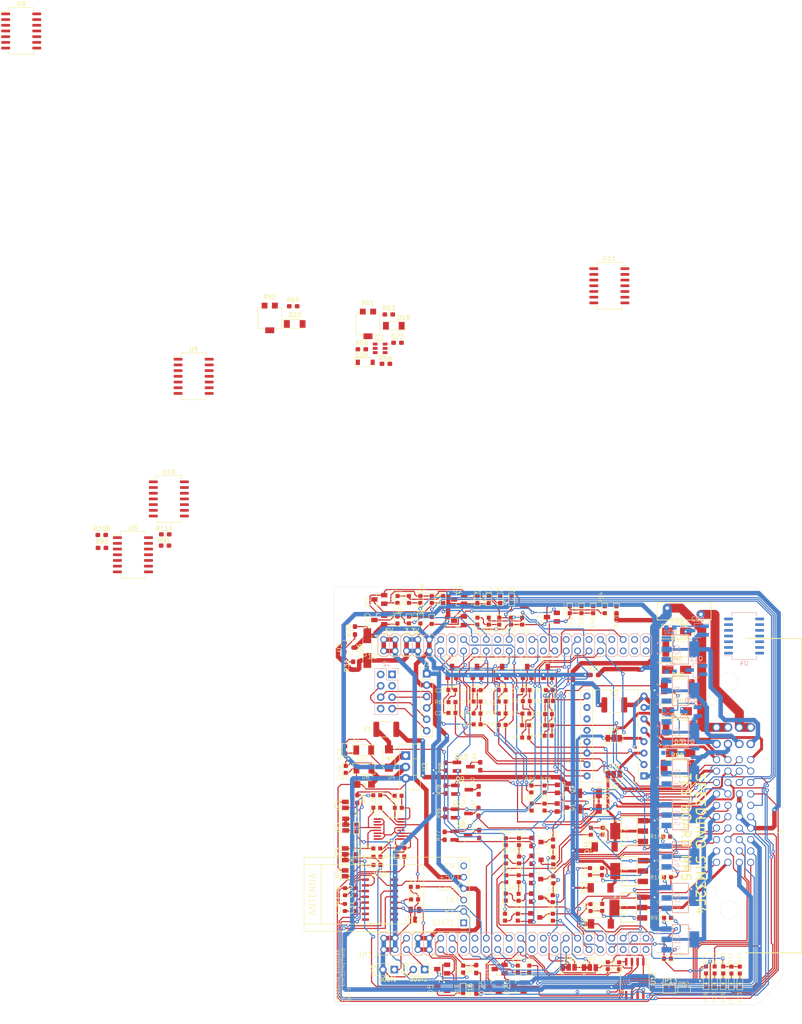
<source format=kicad_pcb>
(kicad_pcb (version 20171130) (host pcbnew 5.1.6-c6e7f7d~86~ubuntu18.04.1)
  (layers (0 Top signal) (31 Bottom signal) (34 B.Paste user hide) (35 F.Paste user hide) (36 B.SilkS user) (37 F.SilkS user) (38 B.Mask user hide) (39 F.Mask user hide) (44 Edge.Cuts user))
  (net 0 "")
  (net 1 GND)
  (net 2 "Net-(U1-Pad12)")
  (net 3 "Net-(U1-Pad7)")
  (net 4 "Net-(U1-Pad2)")
  (net 5 /BT_TX)
  (net 6 "Net-(D1-Pad3)")
  (net 7 "Net-(Q11-Pad1)")
  (net 8 "Net-(Q10-Pad1)")
  (net 9 "Net-(Q7-Pad1)")
  (net 10 "Net-(C6-Pad2)")
  (net 11 "Net-(C3-Pad2)")
  (net 12 "Net-(C5-Pad2)")
  (net 13 "Net-(C5-Pad1)")
  (net 14 "Net-(JP2-Pad2)")
  (net 15 "Net-(Q1-Pad1)")
  (net 16 "Net-(Q2-Pad1)")
  (net 17 "Net-(Q3-Pad1)")
  (net 18 "Net-(Q4-Pad1)")
  (net 19 PWR_GND)
  (net 20 VBAT)
  (net 21 INJ1-OUT)
  (net 22 INJ2-OUT)
  (net 23 INJ3-OUT)
  (net 24 INJ4-OUT)
  (net 25 IDLE1-OUT)
  (net 26 IDLE2-OUT)
  (net 27 V_IDLE)
  (net 28 FUEL_PUMP)
  (net 29 FAN)
  (net 30 IGN1-OUT)
  (net 31 IGN2-OUT)
  (net 32 IGN3-OUT)
  (net 33 IGN4-OUT)
  (net 34 STEP_1B_OUT)
  (net 35 STEP_1A_OUT)
  (net 36 STEP_2B_OUT)
  (net 37 STEP_2A_OUT)
  (net 38 MAP)
  (net 39 5V)
  (net 40 O2)
  (net 41 IAT)
  (net 42 CLT)
  (net 43 TPS)
  (net 44 VR1+)
  (net 45 VR1-)
  (net 46 VR2+)
  (net 47 VR2-)
  (net 48 O2_2)
  (net 49 IAT_2)
  (net 50 CLT_2)
  (net 51 3.3V)
  (net 52 TACHO-OUT)
  (net 53 FLEX_FUEL_IN)
  (net 54 VBAT_F1)
  (net 55 PA2)
  (net 56 BARO)
  (net 57 PA1)
  (net 58 PA3)
  (net 59 PB1)
  (net 60 PC13)
  (net 61 PD3)
  (net 62 PD12)
  (net 63 PD13)
  (net 64 PD14)
  (net 65 PD15)
  (net 66 PE0)
  (net 67 PE1)
  (net 68 PC8)
  (net 69 BOOT0)
  (net 70 BOOT1)
  (net 71 PA9)
  (net 72 PA10)
  (net 73 PD4)
  (net 74 PC2)
  (net 75 PE7)
  (net 76 PE5)
  (net 77 "Net-(A1-Pad12)")
  (net 78 "Net-(A1-Pad11)")
  (net 79 "Net-(A1-Pad10)")
  (net 80 PE2)
  (net 81 PC3)
  (net 82 PC5)
  (net 83 PC1)
  (net 84 PC4)
  (net 85 PC0)
  (net 86 PB14)
  (net 87 PB13)
  (net 88 PB12)
  (net 89 PB11)
  (net 90 PB10)
  (net 91 PE15)
  (net 92 PE14)
  (net 93 PE13)
  (net 94 PE12)
  (net 95 PE11)
  (net 96 PE10)
  (net 97 PE9)
  (net 98 PE8)
  (net 99 PA5)
  (net 100 PA4)
  (net 101 PA0)
  (net 102 PE6)
  (net 103 PE4)
  (net 104 PE3)
  (net 105 PB15)
  (net 106 PD8)
  (net 107 PD9)
  (net 108 PD10)
  (net 109 PD11)
  (net 110 PC6)
  (net 111 PC7)
  (net 112 PA8)
  (net 113 PD0)
  (net 114 PD1)
  (net 115 PD5)
  (net 116 PD6)
  (net 117 PD7)
  (net 118 PB3)
  (net 119 PB5)
  (net 120 PB6)
  (net 121 PB7)
  (net 122 PB8)
  (net 123 PB9)
  (net 124 BOOST-OUT)
  (net 125 "Net-(Q14-Pad1)")
  (net 126 INJ5-OUT)
  (net 127 INJ7-OUT)
  (net 128 INJ6-OUT)
  (net 129 INJ8-OUT)
  (net 130 CANL)
  (net 131 CANH)
  (net 132 "Net-(C28-Pad1)")
  (net 133 "Net-(C29-Pad1)")
  (net 134 "Net-(C30-Pad2)")
  (net 135 "Net-(C30-Pad1)")
  (net 136 RS232_TX)
  (net 137 RS232_RX)
  (net 138 "Net-(J2-Pad8)")
  (net 139 SPI1_MISO)
  (net 140 BME280_CS)
  (net 141 "Net-(J2-Pad3)")
  (net 142 "Net-(J2-Pad2)")
  (net 143 "Net-(J2-Pad1)")
  (net 144 SPI1_MOSI)
  (net 145 SPI1_SCK)
  (net 146 "Net-(Q19-Pad3)")
  (net 147 "Net-(Q20-Pad1)")
  (net 148 "Net-(D31-Pad2)")
  (net 149 "Net-(D32-Pad2)")
  (net 150 "Net-(Q17-Pad1)")
  (net 151 "Net-(Q21-Pad3)")
  (net 152 "Net-(Q23-Pad1)")
  (net 153 "Net-(JP5-Pad2)")
  (net 154 "Net-(C7-Pad2)")
  (net 155 "Net-(C7-Pad1)")
  (net 156 "Net-(C11-Pad2)")
  (net 157 "Net-(C13-Pad2)")
  (net 158 "Net-(C18-Pad2)")
  (net 159 "Net-(C20-Pad2)")
  (net 160 "Net-(C31-Pad2)")
  (net 161 "Net-(C31-Pad1)")
  (net 162 "Net-(D5-Pad3)")
  (net 163 "Net-(D11-Pad+)")
  (net 164 "Net-(D12-Pad3)")
  (net 165 "Net-(D13-Pad+)")
  (net 166 "Net-(D14-Pad3)")
  (net 167 "Net-(D18-Pad2)")
  (net 168 "Net-(D20-Pad2)")
  (net 169 "Net-(D22-Pad2)")
  (net 170 "Net-(D26-Pad3)")
  (net 171 "Net-(D27-Pad+)")
  (net 172 "Net-(D28-Pad+)")
  (net 173 "Net-(D29-Pad+)")
  (net 174 "Net-(D34-Pad2)")
  (net 175 "Net-(D35-Pad2)")
  (net 176 "Net-(JP1-Pad1)")
  (net 177 "Net-(JP2-Pad3)")
  (net 178 "Net-(JP3-Pad2)")
  (net 179 "Net-(JP3-Pad3)")
  (net 180 "Net-(JP4-Pad1)")
  (net 181 "Net-(JP6-Pad2)")
  (net 182 "Net-(JP7-Pad2)")
  (net 183 "Net-(JP8-Pad2)")
  (net 184 "Net-(JP12-Pad36)")
  (net 185 "Net-(JP12-Pad32)")
  (net 186 "Net-(JP12-Pad31)")
  (net 187 "Net-(JP12-Pad30)")
  (net 188 "Net-(JP12-Pad29)")
  (net 189 "Net-(JP12-Pad28)")
  (net 190 "Net-(JP12-Pad27)")
  (net 191 "Net-(JP12-Pad24)")
  (net 192 "Net-(JP13-Pad2)")
  (net 193 "Net-(Q5-Pad1)")
  (net 194 "Net-(Q6-Pad1)")
  (net 195 "Net-(Q8-Pad3)")
  (net 196 "Net-(Q9-Pad3)")
  (net 197 "Net-(Q12-Pad3)")
  (net 198 "Net-(Q12-Pad1)")
  (net 199 "Net-(Q13-Pad1)")
  (net 200 "Net-(Q14-Pad3)")
  (net 201 "Net-(Q17-Pad3)")
  (net 202 "Net-(Q18-Pad1)")
  (net 203 "Net-(Q21-Pad1)")
  (net 204 "Net-(Q22-Pad1)")
  (net 205 "Net-(Q23-Pad3)")
  (net 206 "Net-(Q26-Pad1)")
  (net 207 "Net-(R30-Pad1)")
  (net 208 "Net-(R56-Pad1)")
  (net 209 "Net-(R76-Pad2)")
  (net 210 "Net-(R90-Pad2)")
  (net 211 "Net-(R91-Pad2)")
  (net 212 "Net-(R108-Pad2)")
  (net 213 "Net-(R111-Pad2)")
  (net 214 "Net-(RV1-Pad2)")
  (net 215 VREF)
  (net 216 "Net-(U10-Pad11)")
  (net 217 "Net-(U10-Pad8)")
  (net 218 PWM)
  (net 219 "Net-(U8-Pad12)")
  (net 220 "Net-(U9-Pad12)")
  (net 221 "Net-(U9-Pad11)")
  (net 222 "Net-(U9-Pad9)")
  (net 223 "Net-(U9-Pad5)")
  (net 224 "Net-(U9-Pad3)")
  (net 225 "Net-(U9-Pad2)")
  (net 226 "Net-(U10-Pad12)")
  (net 227 "Net-(U10-Pad6)")
  (net 228 "Net-(U10-Pad4)")
  (net 229 "Net-(U10-Pad3)")
  (net 230 "Net-(U14-Pad9)")
  (net 231 "Net-(U$1-Pad6)")
  (net 232 "Net-(U$1-Pad1)")
  (net 233 "Net-(JP11-Pad33)")
  (net 234 "Net-(JP11-Pad30)")
  (net 235 "Net-(JP11-Pad29)")
  (net 236 "Net-(JP11-Pad22)")
  (net 237 "Net-(JP11-Pad21)")
  (net 238 "Net-(U11-Pad11)")
  (net 239 "Net-(U11-Pad8)")
  (net 240 "Net-(U8-Pad5)")
  (net 241 "Net-(U8-Pad3)")
  (net 242 "Net-(U8-Pad2)")
  (net 243 "Net-(U11-Pad12)")
  (net 244 "Net-(U11-Pad6)")
  (net 245 "Net-(U11-Pad4)")
  (net 246 "Net-(U11-Pad3)")
  (net 247 "Net-(U12-Pad5)")
  (net 248 "Net-(U14-Pad10)")
  (net 249 "Net-(U14-Pad8)")
  (net 250 "Net-(U14-Pad7)")
  (net 251 "Net-(U8-Pad11)")
  (net 252 "Net-(U8-Pad9)")
  (module Diode_SMD:D_MiniMELF (layer Top) (at 105.24 -41.53)
    (fp_text reference D22 (at 0 -2) (layer F.SilkS))
    (fp_text value LL4148)
    (pad 2 smd rect (at 1.75 0) (size 1.3 1.7) (layers Top F.Paste F.Mask) (net 169 "Net-(D22-Pad2)"))
    (pad 1 smd rect (at -1.75 0) (size 1.3 1.7) (layers Top F.Paste F.Mask) (net 1 GND))
  )
  (module Diode_SMD:D_MiniMELF (layer Top) (at 127.3 -41.12 180)
    (fp_text reference D18 (at -2.21 1.83) (layer F.SilkS))
    (fp_text value LL4148)
    (pad 2 smd rect (at 1.75 0 180) (size 1.3 1.7) (layers Top F.Paste F.Mask) (net 167 "Net-(D18-Pad2)"))
    (pad 1 smd rect (at -1.75 0 180) (size 1.3 1.7) (layers Top F.Paste F.Mask) (net 1 GND))
  )
  (module Package_SO:SO-14_5.3x10.2mm_P1.27mm (layer Top) (at 175.32 -50.03)
    (fp_text reference U11 (at 0 -6.05) (layer F.SilkS))
    (fp_text value 74LS08)
    (pad 14 smd roundrect (at 3.4625 -3.81) (size 1.975 0.6) (layers Top F.Paste F.Mask) (net 39 5V))
    (pad 13 smd roundrect (at 3.4625 -2.54) (size 1.975 0.6) (layers Top F.Paste F.Mask) (net 91 PE15))
    (pad 12 smd roundrect (at 3.4625 -1.27) (size 1.975 0.6) (layers Top F.Paste F.Mask) (net 243 "Net-(U11-Pad12)"))
    (pad 11 smd roundrect (at 3.4625 0) (size 1.975 0.6) (layers Top F.Paste F.Mask) (net 238 "Net-(U11-Pad11)"))
    (pad 10 smd roundrect (at 3.4625 1.27) (size 1.975 0.6) (layers Top F.Paste F.Mask) (net 91 PE15))
    (pad 9 smd roundrect (at 3.4625 2.54) (size 1.975 0.6) (layers Top F.Paste F.Mask) (net 218 PWM))
    (pad 8 smd roundrect (at 3.4625 3.81) (size 1.975 0.6) (layers Top F.Paste F.Mask) (net 239 "Net-(U11-Pad8)"))
    (pad 7 smd roundrect (at -3.4625 3.81) (size 1.975 0.6) (layers Top F.Paste F.Mask) (net 19 PWR_GND))
    (pad 6 smd roundrect (at -3.4625 2.54) (size 1.975 0.6) (layers Top F.Paste F.Mask) (net 244 "Net-(U11-Pad6)"))
    (pad 5 smd roundrect (at -3.4625 1.27) (size 1.975 0.6) (layers Top F.Paste F.Mask) (net 94 PE12))
    (pad 4 smd roundrect (at -3.4625 0) (size 1.975 0.6) (layers Top F.Paste F.Mask) (net 245 "Net-(U11-Pad4)"))
    (pad 3 smd roundrect (at -3.4625 -1.27) (size 1.975 0.6) (layers Top F.Paste F.Mask) (net 246 "Net-(U11-Pad3)"))
    (pad 2 smd roundrect (at -3.4625 -2.54) (size 1.975 0.6) (layers Top F.Paste F.Mask) (net 94 PE12))
    (pad 1 smd roundrect (at -3.4625 -3.81) (size 1.975 0.6) (layers Top F.Paste F.Mask) (net 218 PWM))
  )
  (module Package_SO:SO-14_5.3x10.2mm_P1.27mm (layer Top) (at 44.315001 -106.764999)
    (fp_text reference U8 (at 0 -6.05) (layer F.SilkS))
    (fp_text value 74LS74)
    (pad 14 smd roundrect (at 3.4625 -3.81) (size 1.975 0.6) (layers Top F.Paste F.Mask) (net 39 5V))
    (pad 13 smd roundrect (at 3.4625 -2.54) (size 1.975 0.6) (layers Top F.Paste F.Mask) (net 94 PE12))
    (pad 12 smd roundrect (at 3.4625 -1.27) (size 1.975 0.6) (layers Top F.Paste F.Mask) (net 219 "Net-(U8-Pad12)"))
    (pad 11 smd roundrect (at 3.4625 0) (size 1.975 0.6) (layers Top F.Paste F.Mask) (net 251 "Net-(U8-Pad11)"))
    (pad 10 smd roundrect (at 3.4625 1.27) (size 1.975 0.6) (layers Top F.Paste F.Mask) (net 212 "Net-(R108-Pad2)"))
    (pad 9 smd roundrect (at 3.4625 2.54) (size 1.975 0.6) (layers Top F.Paste F.Mask) (net 252 "Net-(U8-Pad9)"))
    (pad 8 smd roundrect (at 3.4625 3.81) (size 1.975 0.6) (layers Top F.Paste F.Mask) (net 245 "Net-(U11-Pad4)"))
    (pad 7 smd roundrect (at -3.4625 3.81) (size 1.975 0.6) (layers Top F.Paste F.Mask) (net 19 PWR_GND))
    (pad 6 smd roundrect (at -3.4625 2.54) (size 1.975 0.6) (layers Top F.Paste F.Mask) (net 228 "Net-(U10-Pad4)"))
    (pad 5 smd roundrect (at -3.4625 1.27) (size 1.975 0.6) (layers Top F.Paste F.Mask) (net 240 "Net-(U8-Pad5)"))
    (pad 4 smd roundrect (at -3.4625 0) (size 1.975 0.6) (layers Top F.Paste F.Mask) (net 210 "Net-(R90-Pad2)"))
    (pad 3 smd roundrect (at -3.4625 -1.27) (size 1.975 0.6) (layers Top F.Paste F.Mask) (net 241 "Net-(U8-Pad3)"))
    (pad 2 smd roundrect (at -3.4625 -2.54) (size 1.975 0.6) (layers Top F.Paste F.Mask) (net 242 "Net-(U8-Pad2)"))
    (pad 1 smd roundrect (at -3.4625 -3.81) (size 1.975 0.6) (layers Top F.Paste F.Mask) (net 98 PE8))
  )
  (module Capacitor_SMD:C_0603_1608Metric_Pad1.05x0.95mm_HandSolder (layer Top) (at 128.135 -37.34)
    (fp_text reference C23 (at 0 -1.43) (layer F.SilkS))
    (fp_text value 220nf)
    (pad 2 smd roundrect (at 0.875 0) (size 1.05 0.95) (layers Top F.Paste F.Mask) (net 1 GND))
    (pad 1 smd roundrect (at -0.875 0) (size 1.05 0.95) (layers Top F.Paste F.Mask) (net 39 5V))
  )
  (module Package_SO:SO-14_5.3x10.2mm_P1.27mm (layer Top) (at 77.2 -2.57)
    (fp_text reference U10 (at 0 -6.05) (layer F.SilkS))
    (fp_text value 74LS08)
    (pad 14 smd roundrect (at 3.4625 -3.81) (size 1.975 0.6) (layers Top F.Paste F.Mask) (net 39 5V))
    (pad 13 smd roundrect (at 3.4625 -2.54) (size 1.975 0.6) (layers Top F.Paste F.Mask) (net 96 PE10))
    (pad 12 smd roundrect (at 3.4625 -1.27) (size 1.975 0.6) (layers Top F.Paste F.Mask) (net 226 "Net-(U10-Pad12)"))
    (pad 11 smd roundrect (at 3.4625 0) (size 1.975 0.6) (layers Top F.Paste F.Mask) (net 216 "Net-(U10-Pad11)"))
    (pad 10 smd roundrect (at 3.4625 1.27) (size 1.975 0.6) (layers Top F.Paste F.Mask) (net 96 PE10))
    (pad 9 smd roundrect (at 3.4625 2.54) (size 1.975 0.6) (layers Top F.Paste F.Mask) (net 218 PWM))
    (pad 8 smd roundrect (at 3.4625 3.81) (size 1.975 0.6) (layers Top F.Paste F.Mask) (net 217 "Net-(U10-Pad8)"))
    (pad 7 smd roundrect (at -3.4625 3.81) (size 1.975 0.6) (layers Top F.Paste F.Mask) (net 19 PWR_GND))
    (pad 6 smd roundrect (at -3.4625 2.54) (size 1.975 0.6) (layers Top F.Paste F.Mask) (net 227 "Net-(U10-Pad6)"))
    (pad 5 smd roundrect (at -3.4625 1.27) (size 1.975 0.6) (layers Top F.Paste F.Mask) (net 98 PE8))
    (pad 4 smd roundrect (at -3.4625 0) (size 1.975 0.6) (layers Top F.Paste F.Mask) (net 228 "Net-(U10-Pad4)"))
    (pad 3 smd roundrect (at -3.4625 -1.27) (size 1.975 0.6) (layers Top F.Paste F.Mask) (net 229 "Net-(U10-Pad3)"))
    (pad 2 smd roundrect (at -3.4625 -2.54) (size 1.975 0.6) (layers Top F.Paste F.Mask) (net 98 PE8))
    (pad 1 smd roundrect (at -3.4625 -3.81) (size 1.975 0.6) (layers Top F.Paste F.Mask) (net 218 PWM))
  )
  (module Package_SO:SO-14_5.3x10.2mm_P1.27mm (layer Top) (at 82.72 -29.87)
    (fp_text reference U9 (at 0 -6.05) (layer F.SilkS))
    (fp_text value 74LS74)
    (pad 14 smd roundrect (at 3.4625 -3.81) (size 1.975 0.6) (layers Top F.Paste F.Mask) (net 39 5V))
    (pad 13 smd roundrect (at 3.4625 -2.54) (size 1.975 0.6) (layers Top F.Paste F.Mask) (net 91 PE15))
    (pad 12 smd roundrect (at 3.4625 -1.27) (size 1.975 0.6) (layers Top F.Paste F.Mask) (net 220 "Net-(U9-Pad12)"))
    (pad 11 smd roundrect (at 3.4625 0) (size 1.975 0.6) (layers Top F.Paste F.Mask) (net 221 "Net-(U9-Pad11)"))
    (pad 10 smd roundrect (at 3.4625 1.27) (size 1.975 0.6) (layers Top F.Paste F.Mask) (net 213 "Net-(R111-Pad2)"))
    (pad 9 smd roundrect (at 3.4625 2.54) (size 1.975 0.6) (layers Top F.Paste F.Mask) (net 222 "Net-(U9-Pad9)"))
    (pad 8 smd roundrect (at 3.4625 3.81) (size 1.975 0.6) (layers Top F.Paste F.Mask) (net 243 "Net-(U11-Pad12)"))
    (pad 7 smd roundrect (at -3.4625 3.81) (size 1.975 0.6) (layers Top F.Paste F.Mask) (net 19 PWR_GND))
    (pad 6 smd roundrect (at -3.4625 2.54) (size 1.975 0.6) (layers Top F.Paste F.Mask) (net 226 "Net-(U10-Pad12)"))
    (pad 5 smd roundrect (at -3.4625 1.27) (size 1.975 0.6) (layers Top F.Paste F.Mask) (net 223 "Net-(U9-Pad5)"))
    (pad 4 smd roundrect (at -3.4625 0) (size 1.975 0.6) (layers Top F.Paste F.Mask) (net 211 "Net-(R91-Pad2)"))
    (pad 3 smd roundrect (at -3.4625 -1.27) (size 1.975 0.6) (layers Top F.Paste F.Mask) (net 224 "Net-(U9-Pad3)"))
    (pad 2 smd roundrect (at -3.4625 -2.54) (size 1.975 0.6) (layers Top F.Paste F.Mask) (net 225 "Net-(U9-Pad2)"))
    (pad 1 smd roundrect (at -3.4625 -3.81) (size 1.975 0.6) (layers Top F.Paste F.Mask) (net 96 PE10))
  )
  (module Package_TO_SOT_SMD:SOT-23-6 (layer Top) (at 124.26 -36.1)
    (fp_text reference U7 (at -0.18 -2.23) (layer F.SilkS))
    (fp_text value LTC6992)
    (pad 5 smd rect (at 1.1 0) (size 1.06 0.65) (layers Top F.Paste F.Mask) (net 39 5V))
    (pad 6 smd rect (at 1.1 -0.95) (size 1.06 0.65) (layers Top F.Paste F.Mask) (net 218 PWM))
    (pad 4 smd rect (at 1.1 0.95) (size 1.06 0.65) (layers Top F.Paste F.Mask) (net 168 "Net-(D20-Pad2)"))
    (pad 3 smd rect (at -1.1 0.95) (size 1.06 0.65) (layers Top F.Paste F.Mask) (net 208 "Net-(R56-Pad1)"))
    (pad 2 smd rect (at -1.1 0) (size 1.06 0.65) (layers Top F.Paste F.Mask) (net 19 PWR_GND))
    (pad 1 smd rect (at -1.1 -0.95) (size 1.06 0.65) (layers Top F.Paste F.Mask) (net 214 "Net-(RV1-Pad2)"))
  )
  (module Package_SO:SO-14_5.3x10.2mm_P1.27mm (layer Top) (at 69.2025 9.86)
    (fp_text reference U6 (at 0 -6.05) (layer F.SilkS))
    (fp_text value LM2901)
    (pad 14 smd roundrect (at 3.4625 -3.81) (size 1.975 0.6) (layers Top F.Paste F.Mask) (net 213 "Net-(R111-Pad2)"))
    (pad 13 smd roundrect (at 3.4625 -2.54) (size 1.975 0.6) (layers Top F.Paste F.Mask) (net 211 "Net-(R91-Pad2)"))
    (pad 12 smd roundrect (at 3.4625 -1.27) (size 1.975 0.6) (layers Top F.Paste F.Mask) (net 19 PWR_GND))
    (pad 11 smd roundrect (at 3.4625 0) (size 1.975 0.6) (layers Top F.Paste F.Mask) (net 200 "Net-(Q14-Pad3)"))
    (pad 10 smd roundrect (at 3.4625 1.27) (size 1.975 0.6) (layers Top F.Paste F.Mask) (net 215 VREF))
    (pad 9 smd roundrect (at 3.4625 2.54) (size 1.975 0.6) (layers Top F.Paste F.Mask) (net 205 "Net-(Q23-Pad3)"))
    (pad 8 smd roundrect (at 3.4625 3.81) (size 1.975 0.6) (layers Top F.Paste F.Mask) (net 215 VREF))
    (pad 7 smd roundrect (at -3.4625 3.81) (size 1.975 0.6) (layers Top F.Paste F.Mask) (net 151 "Net-(Q21-Pad3)"))
    (pad 6 smd roundrect (at -3.4625 2.54) (size 1.975 0.6) (layers Top F.Paste F.Mask) (net 215 VREF))
    (pad 5 smd roundrect (at -3.4625 1.27) (size 1.975 0.6) (layers Top F.Paste F.Mask) (net 197 "Net-(Q12-Pad3)"))
    (pad 4 smd roundrect (at -3.4625 0) (size 1.975 0.6) (layers Top F.Paste F.Mask) (net 215 VREF))
    (pad 3 smd roundrect (at -3.4625 -1.27) (size 1.975 0.6) (layers Top F.Paste F.Mask) (net 39 5V))
    (pad 2 smd roundrect (at -3.4625 -2.54) (size 1.975 0.6) (layers Top F.Paste F.Mask) (net 210 "Net-(R90-Pad2)"))
    (pad 1 smd roundrect (at -3.4625 -3.81) (size 1.975 0.6) (layers Top F.Paste F.Mask) (net 212 "Net-(R108-Pad2)"))
  )
  (module Package_SO:SO-14_5.3x10.2mm_P1.27mm (layer Bottom) (at 205.33 27.96)
    (fp_text reference U4 (at 0 6.05 180) (layer B.SilkS) (effects (justify mirror)))
    (fp_text value 74LS32)
    (pad 14 smd roundrect (at 3.4625 3.81) (size 1.975 0.6) (layers Bottom B.Paste B.Mask) (net 39 5V))
    (pad 13 smd roundrect (at 3.4625 2.54) (size 1.975 0.6) (layers Bottom B.Paste B.Mask) (net 238 "Net-(U11-Pad11)"))
    (pad 12 smd roundrect (at 3.4625 1.27) (size 1.975 0.6) (layers Bottom B.Paste B.Mask) (net 239 "Net-(U11-Pad8)"))
    (pad 11 smd roundrect (at 3.4625 0) (size 1.975 0.6) (layers Bottom B.Paste B.Mask) (net 152 "Net-(Q23-Pad1)"))
    (pad 10 smd roundrect (at 3.4625 -1.27) (size 1.975 0.6) (layers Bottom B.Paste B.Mask) (net 216 "Net-(U10-Pad11)"))
    (pad 9 smd roundrect (at 3.4625 -2.54) (size 1.975 0.6) (layers Bottom B.Paste B.Mask) (net 217 "Net-(U10-Pad8)"))
    (pad 8 smd roundrect (at 3.4625 -3.81) (size 1.975 0.6) (layers Bottom B.Paste B.Mask) (net 125 "Net-(Q14-Pad1)"))
    (pad 7 smd roundrect (at -3.4625 -3.81) (size 1.975 0.6) (layers Bottom B.Paste B.Mask) (net 19 PWR_GND))
    (pad 6 smd roundrect (at -3.4625 -2.54) (size 1.975 0.6) (layers Bottom B.Paste B.Mask) (net 203 "Net-(Q21-Pad1)"))
    (pad 5 smd roundrect (at -3.4625 -1.27) (size 1.975 0.6) (layers Bottom B.Paste B.Mask) (net 244 "Net-(U11-Pad6)"))
    (pad 4 smd roundrect (at -3.4625 0) (size 1.975 0.6) (layers Bottom B.Paste B.Mask) (net 246 "Net-(U11-Pad3)"))
    (pad 3 smd roundrect (at -3.4625 1.27) (size 1.975 0.6) (layers Bottom B.Paste B.Mask) (net 198 "Net-(Q12-Pad1)"))
    (pad 2 smd roundrect (at -3.4625 2.54) (size 1.975 0.6) (layers Bottom B.Paste B.Mask) (net 227 "Net-(U10-Pad6)"))
    (pad 1 smd roundrect (at -3.4625 3.81) (size 1.975 0.6) (layers Bottom B.Paste B.Mask) (net 229 "Net-(U10-Pad3)"))
  )
  (module Potentiometer_SMD:Potentiometer_Bourns_3314R-1_Vertical_Hole (layer Top) (at 99.67 -42.87)
    (fp_text reference RV2 (at 0 -4.65) (layer F.SilkS))
    (fp_text value R_POT_Small)
    (pad "" np_thru_hole circle (at 0 0) (size 3.2 3.2) (drill 3.2) (layers *.Cu *.Mask))
    (pad 3 smd rect (at -1.15 -2.75) (size 1.3 1.3) (layers Top F.Paste F.Mask) (net 1 GND))
    (pad 2 smd rect (at 0 2.75) (size 2 1.3) (layers Top F.Paste F.Mask) (net 215 VREF))
    (pad 1 smd rect (at 1.15 -2.75) (size 1.3 1.3) (layers Top F.Paste F.Mask) (net 169 "Net-(D22-Pad2)"))
  )
  (module Potentiometer_SMD:Potentiometer_Bourns_3314R-1_Vertical_Hole (layer Top) (at 121.55 -41.54)
    (fp_text reference RV1 (at 0 -4.65) (layer F.SilkS))
    (fp_text value R_POT_Small)
    (pad "" np_thru_hole circle (at 0 0) (size 3.2 3.2) (drill 3.2) (layers *.Cu *.Mask))
    (pad 3 smd rect (at -1.15 -2.75) (size 1.3 1.3) (layers Top F.Paste F.Mask) (net 1 GND))
    (pad 2 smd rect (at 0 2.75) (size 2 1.3) (layers Top F.Paste F.Mask) (net 214 "Net-(RV1-Pad2)"))
    (pad 1 smd rect (at 1.15 -2.75) (size 1.3 1.3) (layers Top F.Paste F.Mask) (net 167 "Net-(D18-Pad2)"))
  )
  (module Resistor_SMD:R_0603_1608Metric_Pad1.05x0.95mm_HandSolder (layer Top) (at 76.405 5.31 180)
    (fp_text reference R111 (at 0.195 1.29) (layer F.SilkS))
    (fp_text value 1K)
    (pad 2 smd roundrect (at 0.875 0 180) (size 1.05 0.95) (layers Top F.Paste F.Mask) (net 213 "Net-(R111-Pad2)"))
    (pad 1 smd roundrect (at -0.875 0 180) (size 1.05 0.95) (layers Top F.Paste F.Mask) (net 39 5V))
  )
  (module Resistor_SMD:R_2512_6332Metric_Pad1.52x3.35mm_HandSolder (layer Top) (at 190.8875 30.88)
    (fp_text reference R109 (at 0 -2.62) (layer F.SilkS))
    (fp_text value 0R1)
    (pad 2 smd roundrect (at 2.9875 0) (size 1.525 3.35) (layers Top F.Paste F.Mask) (roundrect_rratio 0.163934) (net 19 PWR_GND))
    (pad 1 smd roundrect (at -2.9875 0) (size 1.525 3.35) (layers Top F.Paste F.Mask) (roundrect_rratio 0.163934) (net 205 "Net-(Q23-Pad3)"))
  )
  (module Resistor_SMD:R_0603_1608Metric_Pad1.05x0.95mm_HandSolder (layer Top) (at 62.255 5.46)
    (fp_text reference R108 (at 0 -1.43) (layer F.SilkS))
    (fp_text value 1K)
    (pad 2 smd roundrect (at 0.875 0) (size 1.05 0.95) (layers Top F.Paste F.Mask) (net 212 "Net-(R108-Pad2)"))
    (pad 1 smd roundrect (at -0.875 0) (size 1.05 0.95) (layers Top F.Paste F.Mask) (net 39 5V))
  )
  (module Resistor_SMD:R_2512_6332Metric_Pad1.52x3.35mm_HandSolder (layer Top) (at 190.9325 48.44)
    (fp_text reference R105 (at 0 -2.62) (layer F.SilkS))
    (fp_text value 0R1)
    (pad 2 smd roundrect (at 2.9875 0) (size 1.525 3.35) (layers Top F.Paste F.Mask) (roundrect_rratio 0.163934) (net 19 PWR_GND))
    (pad 1 smd roundrect (at -2.9875 0) (size 1.525 3.35) (layers Top F.Paste F.Mask) (roundrect_rratio 0.163934) (net 151 "Net-(Q21-Pad3)"))
  )
  (module Speeduino_base:R_0603_1608Metric_Pad1.05x0.95mm_HandSolder (layer Top) (at 138.87 57.045 90)
    (fp_text reference R98 (at -0.285 -1.19 90 unlocked) (layer F.SilkS) (effects (font (size 0.8 0.8) (thickness 0.1))))
    (fp_text value 10K)
    (pad 1 smd roundrect (at -0.875 0 90) (size 1.05 0.95) (layers Top F.Paste F.Mask) (net 51 3.3V))
    (pad 2 smd roundrect (at 0.875 0 90) (size 1.05 0.95) (layers Top F.Paste F.Mask) (net 91 PE15))
  )
  (module Speeduino_base:R_0603_1608Metric_Pad1.05x0.95mm_HandSolder (layer Top) (at 138.72 67.38 90)
    (fp_text reference R96 (at 0 -1.43 90 unlocked) (layer F.SilkS) (effects (font (size 0.8 0.8) (thickness 0.1))))
    (fp_text value 10K)
    (pad 1 smd roundrect (at -0.875 0 90) (size 1.05 0.95) (layers Top F.Paste F.Mask) (net 51 3.3V))
    (pad 2 smd roundrect (at 0.875 0 90) (size 1.05 0.95) (layers Top F.Paste F.Mask) (net 94 PE12))
  )
  (module Resistor_SMD:R_0603_1608Metric_Pad1.05x0.95mm_HandSolder (layer Top) (at 76.355 7.82 180)
    (fp_text reference R91 (at 0.225 1.17) (layer F.SilkS))
    (fp_text value 1K)
    (pad 2 smd roundrect (at 0.875 0 180) (size 1.05 0.95) (layers Top F.Paste F.Mask) (net 211 "Net-(R91-Pad2)"))
    (pad 1 smd roundrect (at -0.875 0 180) (size 1.05 0.95) (layers Top F.Paste F.Mask) (net 39 5V))
  )
  (module Resistor_SMD:R_0603_1608Metric_Pad1.05x0.95mm_HandSolder (layer Top) (at 62.31 8.33)
    (fp_text reference R90 (at 0 -1.43) (layer F.SilkS))
    (fp_text value 1K)
    (pad 2 smd roundrect (at 0.875 0) (size 1.05 0.95) (layers Top F.Paste F.Mask) (net 210 "Net-(R90-Pad2)"))
    (pad 1 smd roundrect (at -0.875 0) (size 1.05 0.95) (layers Top F.Paste F.Mask) (net 39 5V))
  )
  (module Resistor_SMD:R_2512_6332Metric_Pad1.52x3.35mm_HandSolder (layer Top) (at 190.5625 39.24)
    (fp_text reference R89 (at 0 -2.62) (layer F.SilkS))
    (fp_text value 0R1)
    (pad 2 smd roundrect (at 2.9875 0) (size 1.525 3.35) (layers Top F.Paste F.Mask) (roundrect_rratio 0.163934) (net 19 PWR_GND))
    (pad 1 smd roundrect (at -2.9875 0) (size 1.525 3.35) (layers Top F.Paste F.Mask) (roundrect_rratio 0.163934) (net 200 "Net-(Q14-Pad3)"))
  )
  (module Resistor_SMD:R_2512_6332Metric_Pad1.52x3.35mm_HandSolder (layer Top) (at 190.4975 57.18)
    (fp_text reference R88 (at 0 -2.62) (layer F.SilkS))
    (fp_text value 0R1)
    (pad 2 smd roundrect (at 2.9875 0) (size 1.525 3.35) (layers Top F.Paste F.Mask) (roundrect_rratio 0.163934) (net 19 PWR_GND))
    (pad 1 smd roundrect (at -2.9875 0) (size 1.525 3.35) (layers Top F.Paste F.Mask) (roundrect_rratio 0.163934) (net 197 "Net-(Q12-Pad3)"))
  )
  (module Speeduino_base:R_0603_1608Metric_Pad1.05x0.95mm_HandSolder (layer Bottom) (at 188.955 35.86 180)
    (fp_text reference R85 (at 0 1.43 180 unlocked) (layer B.SilkS) (effects (font (size 0.8 0.8) (thickness 0.1)) (justify mirror)))
    (fp_text value 470)
    (pad 1 smd roundrect (at -0.875 0 180) (size 1.05 0.95) (layers Bottom B.Paste B.Mask) (net 7 "Net-(Q11-Pad1)"))
    (pad 2 smd roundrect (at 0.875 0 180) (size 1.05 0.95) (layers Bottom B.Paste B.Mask) (net 127 INJ7-OUT))
  )
  (module Speeduino_base:R_0603_1608Metric_Pad1.05x0.95mm_HandSolder (layer Bottom) (at 188.285 53.96 180)
    (fp_text reference R84 (at 0 1.43 180 unlocked) (layer B.SilkS) (effects (font (size 0.8 0.8) (thickness 0.1)) (justify mirror)))
    (fp_text value 470)
    (pad 1 smd roundrect (at -0.875 0 180) (size 1.05 0.95) (layers Bottom B.Paste B.Mask) (net 8 "Net-(Q10-Pad1)"))
    (pad 2 smd roundrect (at 0.875 0 180) (size 1.05 0.95) (layers Bottom B.Paste B.Mask) (net 126 INJ5-OUT))
  )
  (module Speeduino_base:R_0603_1608Metric_Pad1.05x0.95mm_HandSolder (layer Top) (at 146.21 62.305 90)
    (fp_text reference R80 (at 1.775 -1.32 90 unlocked) (layer F.SilkS) (effects (font (size 0.8 0.8) (thickness 0.1))))
    (fp_text value 1K8)
    (pad 1 smd roundrect (at -0.875 0 90) (size 1.05 0.95) (layers Top F.Paste F.Mask) (net 7 "Net-(Q11-Pad1)"))
    (pad 2 smd roundrect (at 0.875 0 90) (size 1.05 0.95) (layers Top F.Paste F.Mask) (net 196 "Net-(Q9-Pad3)"))
  )
  (module Speeduino_base:R_0603_1608Metric_Pad1.05x0.95mm_HandSolder (layer Top) (at 146.32 72.055 90)
    (fp_text reference R79 (at 1.525 -1.23 90 unlocked) (layer F.SilkS) (effects (font (size 0.8 0.8) (thickness 0.1))))
    (fp_text value 1K8)
    (pad 1 smd roundrect (at -0.875 0 90) (size 1.05 0.95) (layers Top F.Paste F.Mask) (net 8 "Net-(Q10-Pad1)"))
    (pad 2 smd roundrect (at 0.875 0 90) (size 1.05 0.95) (layers Top F.Paste F.Mask) (net 195 "Net-(Q8-Pad3)"))
  )
  (module Speeduino_base:R_0603_1608Metric_Pad1.05x0.95mm_HandSolder (layer Top) (at 138.83 62.145 90)
    (fp_text reference R78 (at 0 -1.43 90 unlocked) (layer F.SilkS) (effects (font (size 0.8 0.8) (thickness 0.1))))
    (fp_text value 10K)
    (pad 1 smd roundrect (at -0.875 0 90) (size 1.05 0.95) (layers Top F.Paste F.Mask) (net 51 3.3V))
    (pad 2 smd roundrect (at 0.875 0 90) (size 1.05 0.95) (layers Top F.Paste F.Mask) (net 96 PE10))
  )
  (module Speeduino_base:R_0603_1608Metric_Pad1.05x0.95mm_HandSolder (layer Top) (at 138.62 72.445 90)
    (fp_text reference R77 (at 0 -1.43 90 unlocked) (layer F.SilkS) (effects (font (size 0.8 0.8) (thickness 0.1))))
    (fp_text value 10K)
    (pad 1 smd roundrect (at -0.875 0 90) (size 1.05 0.95) (layers Top F.Paste F.Mask) (net 51 3.3V))
    (pad 2 smd roundrect (at 0.875 0 90) (size 1.05 0.95) (layers Top F.Paste F.Mask) (net 98 PE8))
  )
  (module Resistor_SMD:R_0603_1608Metric_Pad1.05x0.95mm_HandSolder (layer Top) (at 104.9 -45.47)
    (fp_text reference R65 (at 0 -1.43) (layer F.SilkS))
    (fp_text value 470)
    (pad 2 smd roundrect (at 0.875 0) (size 1.05 0.95) (layers Top F.Paste F.Mask) (net 169 "Net-(D22-Pad2)"))
    (pad 1 smd roundrect (at -0.875 0) (size 1.05 0.95) (layers Top F.Paste F.Mask) (net 39 5V))
  )
  (module Resistor_SMD:R_0603_1608Metric_Pad1.05x0.95mm_HandSolder (layer Top) (at 125.545 -32.65 180)
    (fp_text reference R58 (at 0.115 1.12) (layer F.SilkS))
    (fp_text value 500k)
    (pad 2 smd roundrect (at 0.875 0 180) (size 1.05 0.95) (layers Top F.Paste F.Mask) (net 168 "Net-(D20-Pad2)"))
    (pad 1 smd roundrect (at -0.875 0 180) (size 1.05 0.95) (layers Top F.Paste F.Mask) (net 39 5V))
  )
  (module Resistor_SMD:R_0603_1608Metric_Pad1.05x0.95mm_HandSolder (layer Top) (at 120.185 -35.89)
    (fp_text reference R56 (at 0 -1.43) (layer F.SilkS))
    (fp_text value 500k)
    (pad 2 smd roundrect (at 0.875 0) (size 1.05 0.95) (layers Top F.Paste F.Mask) (net 1 GND))
    (pad 1 smd roundrect (at -0.875 0) (size 1.05 0.95) (layers Top F.Paste F.Mask) (net 208 "Net-(R56-Pad1)"))
  )
  (module Resistor_SMD:R_0603_1608Metric_Pad1.05x0.95mm_HandSolder (layer Top) (at 126.185 -43.64)
    (fp_text reference R53 (at 0 -1.43) (layer F.SilkS))
    (fp_text value 470)
    (pad 2 smd roundrect (at 0.875 0) (size 1.05 0.95) (layers Top F.Paste F.Mask) (net 167 "Net-(D18-Pad2)"))
    (pad 1 smd roundrect (at -0.875 0) (size 1.05 0.95) (layers Top F.Paste F.Mask) (net 39 5V))
  )
  (module Package_TO_SOT_SMD:SOT-23_Handsoldering (layer Bottom) (at 195.03 26.73 180)
    (fp_text reference Q22 (at 0 2.5) (layer B.SilkS) (effects (justify mirror)))
    (fp_text value AO3401A)
    (pad 3 smd rect (at 1.5 0 180) (size 1.9 0.8) (layers Bottom B.Paste B.Mask) (net 175 "Net-(D35-Pad2)"))
    (pad 2 smd rect (at -1.5 -0.95 180) (size 1.9 0.8) (layers Bottom B.Paste B.Mask) (net 129 INJ8-OUT))
    (pad 1 smd rect (at -1.5 0.95 180) (size 1.9 0.8) (layers Bottom B.Paste B.Mask) (net 204 "Net-(Q22-Pad1)"))
  )
  (module Package_TO_SOT_SMD:SOT-23_Handsoldering (layer Bottom) (at 194.71 35.53 180)
    (fp_text reference Q11 (at 0 2.5 180) (layer B.SilkS) (effects (justify mirror)))
    (fp_text value AO3401A)
    (pad 3 smd rect (at 1.5 0 180) (size 1.9 0.8) (layers Bottom B.Paste B.Mask) (net 149 "Net-(D32-Pad2)"))
    (pad 2 smd rect (at -1.5 -0.95 180) (size 1.9 0.8) (layers Bottom B.Paste B.Mask) (net 127 INJ7-OUT))
    (pad 1 smd rect (at -1.5 0.95 180) (size 1.9 0.8) (layers Bottom B.Paste B.Mask) (net 7 "Net-(Q11-Pad1)"))
  )
  (module Package_TO_SOT_SMD:SOT-23_Handsoldering (layer Bottom) (at 192.9 53.98 180)
    (fp_text reference Q10 (at 0 2.5) (layer B.SilkS) (effects (justify mirror)))
    (fp_text value AO3401A)
    (pad 3 smd rect (at 1.5 0 180) (size 1.9 0.8) (layers Bottom B.Paste B.Mask) (net 148 "Net-(D31-Pad2)"))
    (pad 2 smd rect (at -1.5 -0.95 180) (size 1.9 0.8) (layers Bottom B.Paste B.Mask) (net 126 INJ5-OUT))
    (pad 1 smd rect (at -1.5 0.95 180) (size 1.9 0.8) (layers Bottom B.Paste B.Mask) (net 8 "Net-(Q10-Pad1)"))
  )
  (module Package_TO_SOT_SMD:SOT-23_Handsoldering (layer Top) (at 142.34 72.39)
    (fp_text reference Q8 (at 0 -2.5) (layer F.SilkS))
    (fp_text value "SMD-MOSFET-N-CH-55V-2.1A-AO3422(SOT-23)")
    (pad 3 smd rect (at 1.5 0) (size 1.9 0.8) (layers Top F.Paste F.Mask) (net 195 "Net-(Q8-Pad3)"))
    (pad 2 smd rect (at -1.5 0.95) (size 1.9 0.8) (layers Top F.Paste F.Mask) (net 19 PWR_GND))
    (pad 1 smd rect (at -1.5 -0.95) (size 1.9 0.8) (layers Top F.Paste F.Mask) (net 98 PE8))
  )
  (module Diode_SMD:D_SMA (layer Top) (at 190.33 26.96)
    (fp_text reference D35 (at 0 -2.5) (layer F.SilkS))
    (fp_text value SS310)
    (pad 2 smd rect (at 2 0) (size 2.5 1.8) (layers Top F.Paste F.Mask) (net 175 "Net-(D35-Pad2)"))
    (pad 1 smd rect (at -2 0) (size 2.5 1.8) (layers Top F.Paste F.Mask) (net 27 V_IDLE))
  )
  (module Diode_SMD:D_SMA (layer Top) (at 190.32 35.46)
    (fp_text reference D32 (at 0 -2.5) (layer F.SilkS))
    (fp_text value SS310)
    (pad 2 smd rect (at 2 0) (size 2.5 1.8) (layers Top F.Paste F.Mask) (net 149 "Net-(D32-Pad2)"))
    (pad 1 smd rect (at -2 0) (size 2.5 1.8) (layers Top F.Paste F.Mask) (net 27 V_IDLE))
  )
  (module Diode_SMD:D_SMA (layer Top) (at 191.22 54)
    (fp_text reference D31 (at 0 -2.5) (layer F.SilkS))
    (fp_text value SS310)
    (pad 2 smd rect (at 2 0) (size 2.5 1.8) (layers Top F.Paste F.Mask) (net 148 "Net-(D31-Pad2)"))
    (pad 1 smd rect (at -2 0) (size 2.5 1.8) (layers Top F.Paste F.Mask) (net 27 V_IDLE))
  )
  (module Diode_SMD:D_SOD-123 (layer Top) (at 120.95 -32.99)
    (fp_text reference D20 (at -0.9 -1.59) (layer F.SilkS))
    (fp_text value SS310)
    (pad 2 smd rect (at 1.65 0) (size 0.9 1.2) (layers Top F.Paste F.Mask) (net 168 "Net-(D20-Pad2)"))
    (pad 1 smd rect (at -1.65 0) (size 0.9 1.2) (layers Top F.Paste F.Mask) (net 1 GND))
  )
  (module Package_TO_SOT_SMD:SOT-23_Handsoldering (layer Bottom) (at 193.52 44.79 180)
    (fp_text reference Q20 (at 0 2.5) (layer B.SilkS) (effects (justify mirror)))
    (fp_text value AO3401A)
    (pad 3 smd rect (at 1.5 0 180) (size 1.9 0.8) (layers Bottom B.Paste B.Mask) (net 174 "Net-(D34-Pad2)"))
    (pad 2 smd rect (at -1.5 -0.95 180) (size 1.9 0.8) (layers Bottom B.Paste B.Mask) (net 128 INJ6-OUT))
    (pad 1 smd rect (at -1.5 0.95 180) (size 1.9 0.8) (layers Bottom B.Paste B.Mask) (net 147 "Net-(Q20-Pad1)"))
  )
  (module Speeduino_base:R0603 (layer Top) (at 174.98 101.338 180)
    (fp_text reference R72 (at 0.76 1.232 270) (layer F.SilkS) (effects (font (size 0.84455 0.84455) (thickness 0.0929)) (justify right bottom)))
    (fp_text value 1k)
    (pad 2 smd roundrect (at 0 0.762 90) (size 0.889 0.889) (layers Top F.Paste F.Mask) (roundrect_rratio 0.125) (net 170 "Net-(D26-Pad3)"))
    (pad 1 smd roundrect (at 0 -0.762 90) (size 0.889 0.889) (layers Top F.Paste F.Mask) (roundrect_rratio 0.125) (net 114 PD1))
  )
  (module Package_SO:SOIC-16_4.55x10.3mm_P1.27mm (layer Top) (at 124.228 86.653)
    (fp_text reference U14 (at 0 -6.1) (layer F.SilkS))
    (fp_text value MAX3232)
    (pad 16 smd roundrect (at 3.25 -4.445) (size 1.6 0.55) (layers Top F.Paste F.Mask) (net 51 3.3V))
    (pad 15 smd roundrect (at 3.25 -3.175) (size 1.6 0.55) (layers Top F.Paste F.Mask) (net 1 GND))
    (pad 14 smd roundrect (at 3.25 -1.905) (size 1.6 0.55) (layers Top F.Paste F.Mask) (net 136 RS232_TX))
    (pad 13 smd roundrect (at 3.25 -0.635) (size 1.6 0.55) (layers Top F.Paste F.Mask) (net 137 RS232_RX))
    (pad 12 smd roundrect (at 3.25 0.635) (size 1.6 0.55) (layers Top F.Paste F.Mask) (net 72 PA10))
    (pad 11 smd roundrect (at 3.25 1.905) (size 1.6 0.55) (layers Top F.Paste F.Mask) (net 71 PA9))
    (pad 10 smd roundrect (at 3.25 3.175) (size 1.6 0.55) (layers Top F.Paste F.Mask) (net 248 "Net-(U14-Pad10)"))
    (pad 9 smd roundrect (at 3.25 4.445) (size 1.6 0.55) (layers Top F.Paste F.Mask) (net 230 "Net-(U14-Pad9)"))
    (pad 8 smd roundrect (at -3.25 4.445) (size 1.6 0.55) (layers Top F.Paste F.Mask) (net 249 "Net-(U14-Pad8)"))
    (pad 7 smd roundrect (at -3.25 3.175) (size 1.6 0.55) (layers Top F.Paste F.Mask) (net 250 "Net-(U14-Pad7)"))
    (pad 6 smd roundrect (at -3.25 1.905) (size 1.6 0.55) (layers Top F.Paste F.Mask) (net 132 "Net-(C28-Pad1)"))
    (pad 5 smd roundrect (at -3.25 0.635) (size 1.6 0.55) (layers Top F.Paste F.Mask) (net 160 "Net-(C31-Pad2)"))
    (pad 4 smd roundrect (at -3.25 -0.635) (size 1.6 0.55) (layers Top F.Paste F.Mask) (net 161 "Net-(C31-Pad1)"))
    (pad 3 smd roundrect (at -3.25 -1.905) (size 1.6 0.55) (layers Top F.Paste F.Mask) (net 134 "Net-(C30-Pad2)"))
    (pad 2 smd roundrect (at -3.25 -3.175) (size 1.6 0.55) (layers Top F.Paste F.Mask) (net 133 "Net-(C29-Pad1)"))
    (pad 1 smd roundrect (at -3.25 -4.445) (size 1.6 0.55) (layers Top F.Paste F.Mask) (net 135 "Net-(C30-Pad1)"))
  )
  (module Resistor_SMD:R_0603_1608Metric_Pad1.05x0.95mm_HandSolder (layer Top) (at 118.65 26.735 90)
    (fp_text reference R30 (at 0 -1.43 90) (layer F.SilkS))
    (fp_text value 2k49)
    (pad 2 smd roundrect (at 0.875 0 90) (size 1.05 0.95) (layers Top F.Paste F.Mask) (net 1 GND))
    (pad 1 smd roundrect (at -0.875 0 90) (size 1.05 0.95) (layers Top F.Paste F.Mask) (net 207 "Net-(R30-Pad1)"))
  )
  (module Package_SO:SO-8_5.3x6.2mm_P1.27mm (layer Top) (at 180.98 104.17 270)
    (fp_text reference U12 (at 0 -4.13 90) (layer F.SilkS))
    (fp_text value TJA1050)
    (pad 8 smd rect (at 3.7 -1.905 270) (size 1.75 0.55) (layers Top F.Paste F.Mask) (net 1 GND))
    (pad 7 smd rect (at 3.7 -0.635 270) (size 1.75 0.55) (layers Top F.Paste F.Mask) (net 131 CANH))
    (pad 6 smd rect (at 3.7 0.635 270) (size 1.75 0.55) (layers Top F.Paste F.Mask) (net 130 CANL))
    (pad 5 smd rect (at 3.7 1.905 270) (size 1.75 0.55) (layers Top F.Paste F.Mask) (net 247 "Net-(U12-Pad5)"))
    (pad 4 smd rect (at -3.7 1.905 270) (size 1.75 0.55) (layers Top F.Paste F.Mask) (net 209 "Net-(R76-Pad2)"))
    (pad 3 smd rect (at -3.7 0.635 270) (size 1.75 0.55) (layers Top F.Paste F.Mask) (net 39 5V))
    (pad 2 smd rect (at -3.7 -0.635 270) (size 1.75 0.55) (layers Top F.Paste F.Mask) (net 1 GND))
    (pad 1 smd rect (at -3.7 -1.905 270) (size 1.75 0.55) (layers Top F.Paste F.Mask) (net 170 "Net-(D26-Pad3)"))
  )
  (module Speeduino_base:WIRELESS-BLUETOOTH-HC-05 (layer Top) (at 125.73 85.471 90)
    (fp_text reference U$1 hide)
    (fp_text value WIRELESS-BLUETOOTH-HC-05)
    (fp_text user ANTENNA (at 0 -16.51 90) (layer F.SilkS) (effects (font (size 1.4478 1.4478) (thickness 0.12192))))
    (fp_text user EN (at 6.35 15.24) (layer F.SilkS) (effects (font (size 1.2065 1.2065) (thickness 0.1016)) (justify right)))
    (fp_text user +5V (at 3.81 15.24) (layer F.SilkS) (effects (font (size 1.2065 1.2065) (thickness 0.1016)) (justify right)))
    (fp_text user GND (at 1.27 15.24) (layer F.SilkS) (effects (font (size 1.2065 1.2065) (thickness 0.1016)) (justify right)))
    (fp_text user TX (at -1.27 15.24) (layer F.SilkS) (effects (font (size 1.2065 1.2065) (thickness 0.1016)) (justify right)))
    (fp_text user RX (at -3.81 15.24) (layer F.SilkS) (effects (font (size 1.2065 1.2065) (thickness 0.1016)) (justify right)))
    (fp_text user STATE (at -6.35 15.24) (layer F.SilkS) (effects (font (size 1.2065 1.2065) (thickness 0.1016)) (justify right)))
    (pad 6 thru_hole circle (at 6.35 17.145 90) (size 1.508 1.508) (drill 1) (layers *.Cu *.Mask) (net 231 "Net-(U$1-Pad6)"))
    (pad 5 thru_hole circle (at 3.81 17.145 90) (size 1.508 1.508) (drill 1) (layers *.Cu *.Mask) (net 39 5V))
    (pad 4 thru_hole circle (at 1.27 17.145 90) (size 1.508 1.508) (drill 1) (layers *.Cu *.Mask) (net 1 GND))
    (pad 3 thru_hole circle (at -1.27 17.145 90) (size 1.508 1.508) (drill 1) (layers *.Cu *.Mask) (net 5 /BT_TX))
    (pad 1 thru_hole rect (at -6.35 17.145 90) (size 1.508 1.508) (drill 1) (layers *.Cu *.Mask) (net 232 "Net-(U$1-Pad1)"))
    (pad 2 thru_hole circle (at -3.81 17.145 90) (size 1.508 1.508) (drill 1) (layers *.Cu *.Mask) (net 71 PA9))
  )
  (module Speeduino_base:R0603 (layer Top) (at 161.672 50.15 270)
    (fp_text reference R45 (at 0.508 3.937 180) (layer F.SilkS) (effects (font (size 0.84455 0.84455) (thickness 0.0929)) (justify left bottom)))
    (fp_text value 470R)
    (pad 2 smd roundrect (at 0 0.762 180) (size 0.889 0.889) (layers Top F.Paste F.Mask) (roundrect_rratio 0.125) (net 158 "Net-(C18-Pad2)"))
    (pad 1 smd roundrect (at 0 -0.762 180) (size 0.889 0.889) (layers Top F.Paste F.Mask) (roundrect_rratio 0.125) (net 56 BARO))
  )
  (module Package_TO_SOT_SMD:SOT-23 (layer Top) (at 117.33 30.52)
    (fp_text reference U3 (at -2.14 0.05 270) (layer F.SilkS))
    (fp_text value TL431DBZ)
    (pad 3 smd rect (at 1 0) (size 0.9 0.8) (layers Top F.Paste F.Mask) (net 1 GND))
    (pad 2 smd rect (at -1 0.95) (size 0.9 0.8) (layers Top F.Paste F.Mask) (net 207 "Net-(R30-Pad1)"))
    (pad 1 smd rect (at -1 -0.95) (size 0.9 0.8) (layers Top F.Paste F.Mask) (net 51 3.3V))
  )
  (module Resistor_SMD:R_0603_1608Metric_Pad1.05x0.95mm_HandSolder (layer Top) (at 118.26 34.565 90)
    (fp_text reference R31 (at 0 -1.43 90) (layer F.SilkS))
    (fp_text value 1k8)
    (pad 2 smd roundrect (at 0.875 0 90) (size 1.05 0.95) (layers Top F.Paste F.Mask) (net 207 "Net-(R30-Pad1)"))
    (pad 1 smd roundrect (at -0.875 0 90) (size 1.05 0.95) (layers Top F.Paste F.Mask) (net 51 3.3V))
  )
  (module Speeduino_base:R0603 (layer Top) (at 191.978 106.67 90)
    (fp_text reference R82 (at 0.81 1.152 180) (layer F.SilkS) (effects (font (size 0.84455 0.84455) (thickness 0.0929)) (justify right bottom)))
    (fp_text value 120)
    (pad 2 smd roundrect (at 0 0.762) (size 0.889 0.889) (layers Top F.Paste F.Mask) (roundrect_rratio 0.125) (net 130 CANL))
    (pad 1 smd roundrect (at 0 -0.762) (size 0.889 0.889) (layers Top F.Paste F.Mask) (roundrect_rratio 0.125) (net 192 "Net-(JP13-Pad2)"))
  )
  (module Jumper:SolderJumper-2_P1.3mm_Bridged_Pad1.0x1.5mm (layer Top) (at 188.63 106.53)
    (fp_text reference JP13 (at 0 -1.8) (layer F.SilkS))
    (fp_text value Jumper_NC_Small)
    (fp_poly (pts (xy -0.25 -0.3) (xy 0.25 -0.3) (xy 0.25 0.3) (xy -0.25 0.3)) (layer Top) (width 0))
    (pad 2 smd rect (at 0.65 0) (size 1 1.5) (layers Top F.Mask) (net 192 "Net-(JP13-Pad2)"))
    (pad 1 smd rect (at -0.65 0) (size 1 1.5) (layers Top F.Mask) (net 131 CANH))
  )
  (module Speeduino_base:SOT223 (layer Top) (at 179.719 71.398 90)
    (fp_text reference Q26 (at -2.54 -0.0508 270) (layer F.SilkS) (effects (font (size 1.2065 1.2065) (thickness 0.09652)) (justify left bottom)))
    (fp_text value BSP78)
    (fp_text user 2 (at -1.2906 4.3274 90) (layer F.SilkS) (effects (font (size 0.77216 0.77216) (thickness 0.097536)) (justify left bottom)))
    (fp_text user 1 (at -3.4526 4.318 90) (layer F.SilkS) (effects (font (size 0.77216 0.77216) (thickness 0.097536)) (justify left bottom)))
    (fp_text user 4 (at 1.905 -2.54 90) (layer F.SilkS) (effects (font (size 0.77216 0.77216) (thickness 0.097536)) (justify left bottom)))
    (fp_text user 3 (at 1.0208 4.318 90) (layer F.SilkS) (effects (font (size 0.77216 0.77216) (thickness 0.097536)) (justify left bottom)))
    (pad 4 smd rect (at 0 -3.099 90) (size 3.6 2.2) (layers Top F.Paste F.Mask) (net 26 IDLE2-OUT))
    (pad 3 smd rect (at 2.3114 3.0988 90) (size 1.2192 2.2352) (layers Top F.Paste F.Mask) (net 19 PWR_GND))
    (pad 2 smd rect (at 0 3.0988 90) (size 1.2192 2.2352) (layers Top F.Paste F.Mask) (net 26 IDLE2-OUT))
    (pad 1 smd rect (at -2.3114 3.0988 90) (size 1.2192 2.2352) (layers Top F.Paste F.Mask) (net 206 "Net-(Q26-Pad1)"))
  )
  (module Speeduino_base:R_0603_1608Metric_Pad1.05x0.95mm_HandSolder (layer Top) (at 146.575 56.951666 90)
    (fp_text reference R99 (at 1.85 -1.225 90 unlocked) (layer F.SilkS) (effects (font (size 0.8 0.8) (thickness 0.1))))
    (fp_text value 1K8)
    (pad 1 smd roundrect (at -0.875 0 90) (size 1.05 0.95) (layers Top F.Paste F.Mask) (net 204 "Net-(Q22-Pad1)"))
    (pad 2 smd roundrect (at 0.875 0 90) (size 1.05 0.95) (layers Top F.Paste F.Mask) (net 146 "Net-(Q19-Pad3)"))
  )
  (module Speeduino_base:R_0603_1608Metric_Pad1.05x0.95mm_HandSolder (layer Bottom) (at 188.9 26.05 180)
    (fp_text reference R102 (at -0.025 -1.025 unlocked) (layer B.SilkS) (effects (font (size 0.8 0.8) (thickness 0.1)) (justify mirror)))
    (fp_text value 470)
    (pad 1 smd roundrect (at -0.875 0 180) (size 1.05 0.95) (layers Bottom B.Paste B.Mask) (net 204 "Net-(Q22-Pad1)"))
    (pad 2 smd roundrect (at 0.875 0 180) (size 1.05 0.95) (layers Bottom B.Paste B.Mask) (net 129 INJ8-OUT))
  )
  (module Speeduino_base:R_0603_1608Metric_Pad1.05x0.95mm_HandSolder (layer Top) (at 146.165 67.118332 90)
    (fp_text reference R97 (at 1.575 -1.125 90 unlocked) (layer F.SilkS) (effects (font (size 0.8 0.8) (thickness 0.1))))
    (fp_text value 1K8)
    (pad 1 smd roundrect (at -0.875 0 90) (size 1.05 0.95) (layers Top F.Paste F.Mask) (net 147 "Net-(Q20-Pad1)"))
    (pad 2 smd roundrect (at 0.875 0 90) (size 1.05 0.95) (layers Top F.Paste F.Mask) (net 201 "Net-(Q17-Pad3)"))
  )
  (module Speeduino_base:R_0603_1608Metric_Pad1.05x0.95mm_HandSolder (layer Bottom) (at 188.41 44.5 180)
    (fp_text reference R100 (at -0.075 -1.075 unlocked) (layer B.SilkS) (effects (font (size 0.8 0.8) (thickness 0.1)) (justify mirror)))
    (fp_text value 470)
    (pad 1 smd roundrect (at -0.875 0 180) (size 1.05 0.95) (layers Bottom B.Paste B.Mask) (net 147 "Net-(Q20-Pad1)"))
    (pad 2 smd roundrect (at 0.875 0 180) (size 1.05 0.95) (layers Bottom B.Paste B.Mask) (net 128 INJ6-OUT))
  )
  (module Resistor_SMD:R_0603_1608Metric_Pad1.05x0.95mm_HandSolder (layer Top) (at 145.669 106.694 270)
    (fp_text reference R16 (at -0.034 1.389 90) (layer F.SilkS))
    (fp_text value 10k)
    (pad 2 smd roundrect (at 0.875 0 270) (size 1.05 0.95) (layers Top F.Paste F.Mask) (net 1 GND))
    (pad 1 smd roundrect (at -0.875 0 270) (size 1.05 0.95) (layers Top F.Paste F.Mask) (net 67 PE1))
  )
  (module Resistor_SMD:R_0603_1608Metric_Pad1.05x0.95mm_HandSolder (layer Top) (at 145.669 102.108 270)
    (fp_text reference R5 (at -0.008 1.309 90) (layer F.SilkS))
    (fp_text value 10k)
    (pad 2 smd roundrect (at 0.875 0 270) (size 1.05 0.95) (layers Top F.Paste F.Mask) (net 1 GND))
    (pad 1 smd roundrect (at -0.875 0 270) (size 1.05 0.95) (layers Top F.Paste F.Mask) (net 66 PE0))
  )
  (module Resistor_SMD:R_0603_1608Metric_Pad1.05x0.95mm_HandSolder (layer Top) (at 171.975 36.63)
    (fp_text reference R20 (at 0 -1.43) (layer F.SilkS))
    (fp_text value 0R0)
    (pad 2 smd roundrect (at 0.875 0) (size 1.05 0.95) (layers Top F.Paste F.Mask) (net 19 PWR_GND))
    (pad 1 smd roundrect (at -0.875 0) (size 1.05 0.95) (layers Top F.Paste F.Mask) (net 1 GND))
  )
  (module Resistor_SMD:R_0603_1608Metric_Pad1.05x0.95mm_HandSolder (layer Top) (at 119.162 64.247 270)
    (fp_text reference R3 (at 0 -1.43 90) (layer F.SilkS))
    (fp_text value 1k)
    (pad 2 smd roundrect (at 0.875 0 270) (size 1.05 0.95) (layers Top F.Paste F.Mask) (net 176 "Net-(JP1-Pad1)"))
    (pad 1 smd roundrect (at -0.875 0 270) (size 1.05 0.95) (layers Top F.Paste F.Mask) (net 44 VR1+))
  )
  (module Speeduino_base:SOT223 (layer Bottom) (at 191.151 30.925 90)
    (fp_text reference Q23 (at -2.54 0.0508 270) (layer B.SilkS) (effects (font (size 1.2065 1.2065) (thickness 0.09652)) (justify right bottom mirror)))
    (fp_text value BSP78)
    (fp_text user 2 (at -1.2906 -4.3274 90) (layer B.SilkS) (effects (font (size 0.77216 0.77216) (thickness 0.097536)) (justify right bottom mirror)))
    (fp_text user 1 (at -3.4526 -4.318 90) (layer B.SilkS) (effects (font (size 0.77216 0.77216) (thickness 0.097536)) (justify right bottom mirror)))
    (fp_text user 4 (at 1.905 2.54 90) (layer B.SilkS) (effects (font (size 0.77216 0.77216) (thickness 0.097536)) (justify right bottom mirror)))
    (fp_text user 3 (at 1.0208 -4.318 90) (layer B.SilkS) (effects (font (size 0.77216 0.77216) (thickness 0.097536)) (justify right bottom mirror)))
    (pad 4 smd rect (at 0 3.099 90) (size 3.6 2.2) (layers Bottom B.Paste B.Mask) (net 129 INJ8-OUT))
    (pad 3 smd rect (at 2.3114 -3.0988 90) (size 1.2192 2.2352) (layers Bottom B.Paste B.Mask) (net 205 "Net-(Q23-Pad3)"))
    (pad 2 smd rect (at 0 -3.0988 90) (size 1.2192 2.2352) (layers Bottom B.Paste B.Mask) (net 129 INJ8-OUT))
    (pad 1 smd rect (at -2.3114 -3.0988 90) (size 1.2192 2.2352) (layers Bottom B.Paste B.Mask) (net 152 "Net-(Q23-Pad1)"))
  )
  (module Speeduino_base:SOT223 (layer Bottom) (at 191.151 49.376142 90)
    (fp_text reference Q21 (at -2.54 0.0508 270) (layer B.SilkS) (effects (font (size 1.2065 1.2065) (thickness 0.09652)) (justify right bottom mirror)))
    (fp_text value BSP78)
    (fp_text user 2 (at -1.2906 -4.3274 90) (layer B.SilkS) (effects (font (size 0.77216 0.77216) (thickness 0.097536)) (justify right bottom mirror)))
    (fp_text user 1 (at -3.4526 -4.318 90) (layer B.SilkS) (effects (font (size 0.77216 0.77216) (thickness 0.097536)) (justify right bottom mirror)))
    (fp_text user 4 (at 1.905 2.54 90) (layer B.SilkS) (effects (font (size 0.77216 0.77216) (thickness 0.097536)) (justify right bottom mirror)))
    (fp_text user 3 (at 1.0208 -4.318 90) (layer B.SilkS) (effects (font (size 0.77216 0.77216) (thickness 0.097536)) (justify right bottom mirror)))
    (pad 4 smd rect (at 0 3.099 90) (size 3.6 2.2) (layers Bottom B.Paste B.Mask) (net 128 INJ6-OUT))
    (pad 3 smd rect (at 2.3114 -3.0988 90) (size 1.2192 2.2352) (layers Bottom B.Paste B.Mask) (net 151 "Net-(Q21-Pad3)"))
    (pad 2 smd rect (at 0 -3.0988 90) (size 1.2192 2.2352) (layers Bottom B.Paste B.Mask) (net 128 INJ6-OUT))
    (pad 1 smd rect (at -2.3114 -3.0988 90) (size 1.2192 2.2352) (layers Bottom B.Paste B.Mask) (net 203 "Net-(Q21-Pad1)"))
  )
  (module Package_TO_SOT_SMD:SOT-23_Handsoldering (layer Top) (at 142.87 57.05)
    (fp_text reference Q19 (at -0.475 -2.325) (layer F.SilkS))
    (fp_text value "SMD-MOSFET-N-CH-55V-2.1A-AO3422(SOT-23)")
    (pad 3 smd rect (at 1.5 0) (size 1.9 0.8) (layers Top F.Paste F.Mask) (net 146 "Net-(Q19-Pad3)"))
    (pad 2 smd rect (at -1.5 0.95) (size 1.9 0.8) (layers Top F.Paste F.Mask) (net 19 PWR_GND))
    (pad 1 smd rect (at -1.5 -0.95) (size 1.9 0.8) (layers Top F.Paste F.Mask) (net 91 PE15))
  )
  (module Package_TO_SOT_SMD:SOT-23_Handsoldering (layer Top) (at 142.435 67.465)
    (fp_text reference Q17 (at -0.525 -2.3) (layer F.SilkS))
    (fp_text value "SMD-MOSFET-N-CH-55V-2.1A-AO3422(SOT-23)")
    (pad 3 smd rect (at 1.5 0) (size 1.9 0.8) (layers Top F.Paste F.Mask) (net 201 "Net-(Q17-Pad3)"))
    (pad 2 smd rect (at -1.5 0.95) (size 1.9 0.8) (layers Top F.Paste F.Mask) (net 19 PWR_GND))
    (pad 1 smd rect (at -1.5 -0.95) (size 1.9 0.8) (layers Top F.Paste F.Mask) (net 94 PE12))
  )
  (module Speeduino_base:SOT223 (layer Bottom) (at 191.151 40.150571 90)
    (fp_text reference Q14 (at -2.54 0.0508 270) (layer B.SilkS) (effects (font (size 1.2065 1.2065) (thickness 0.09652)) (justify right bottom mirror)))
    (fp_text value BSP78)
    (fp_text user 2 (at -1.2906 -4.3274 90) (layer B.SilkS) (effects (font (size 0.77216 0.77216) (thickness 0.097536)) (justify right bottom mirror)))
    (fp_text user 1 (at -3.4526 -4.318 90) (layer B.SilkS) (effects (font (size 0.77216 0.77216) (thickness 0.097536)) (justify right bottom mirror)))
    (fp_text user 4 (at 1.905 2.54 90) (layer B.SilkS) (effects (font (size 0.77216 0.77216) (thickness 0.097536)) (justify right bottom mirror)))
    (fp_text user 3 (at 1.0208 -4.318 90) (layer B.SilkS) (effects (font (size 0.77216 0.77216) (thickness 0.097536)) (justify right bottom mirror)))
    (pad 4 smd rect (at 0 3.099 90) (size 3.6 2.2) (layers Bottom B.Paste B.Mask) (net 127 INJ7-OUT))
    (pad 3 smd rect (at 2.3114 -3.0988 90) (size 1.2192 2.2352) (layers Bottom B.Paste B.Mask) (net 200 "Net-(Q14-Pad3)"))
    (pad 2 smd rect (at 0 -3.0988 90) (size 1.2192 2.2352) (layers Bottom B.Paste B.Mask) (net 127 INJ7-OUT))
    (pad 1 smd rect (at -2.3114 -3.0988 90) (size 1.2192 2.2352) (layers Bottom B.Paste B.Mask) (net 125 "Net-(Q14-Pad1)"))
  )
  (module Package_TO_SOT_SMD:SOT-23_Handsoldering (layer Top) (at 142.53 62.18)
    (fp_text reference Q9 (at -0.45 -2.35) (layer F.SilkS))
    (fp_text value "SMD-MOSFET-N-CH-55V-2.1A-AO3422(SOT-23)")
    (pad 3 smd rect (at 1.5 0) (size 1.9 0.8) (layers Top F.Paste F.Mask) (net 196 "Net-(Q9-Pad3)"))
    (pad 2 smd rect (at -1.5 0.95) (size 1.9 0.8) (layers Top F.Paste F.Mask) (net 19 PWR_GND))
    (pad 1 smd rect (at -1.5 -0.95) (size 1.9 0.8) (layers Top F.Paste F.Mask) (net 96 PE10))
  )
  (module Diode_SMD:D_SMA (layer Top) (at 190.45 44.7)
    (fp_text reference D34 (at 0 -2.5) (layer F.SilkS))
    (fp_text value SS310)
    (pad 2 smd rect (at 2 0) (size 2.5 1.8) (layers Top F.Paste F.Mask) (net 174 "Net-(D34-Pad2)"))
    (pad 1 smd rect (at -2 0) (size 2.5 1.8) (layers Top F.Paste F.Mask) (net 27 V_IDLE))
  )
  (module Speeduino_base:PinHeader_2x04_P2.54mm_Vertical (layer Bottom) (at 126.925 36.5 180)
    (fp_text reference J2 (at 1.27 2.33) (layer B.SilkS) (effects (justify mirror)))
    (fp_text value Conn_02x04_Odd_Even)
    (pad 1 thru_hole rect (at 0 0 180) (size 1.7 1.7) (drill 1) (layers *.Cu *.Mask) (net 143 "Net-(J2-Pad1)"))
    (pad 2 thru_hole oval (at 2.54 0 180) (size 1.7 1.7) (drill 1) (layers *.Cu *.Mask) (net 142 "Net-(J2-Pad2)"))
    (pad 3 thru_hole oval (at 0 -2.54 180) (size 1.7 1.7) (drill 1) (layers *.Cu *.Mask) (net 141 "Net-(J2-Pad3)"))
    (pad 4 thru_hole oval (at 2.54 -2.54 180) (size 1.7 1.7) (drill 1) (layers *.Cu *.Mask) (net 140 BME280_CS))
    (pad 5 thru_hole oval (at 0 -5.08 180) (size 1.7 1.7) (drill 1) (layers *.Cu *.Mask) (net 145 SPI1_SCK))
    (pad 6 thru_hole oval (at 2.54 -5.08 180) (size 1.7 1.7) (drill 1) (layers *.Cu *.Mask) (net 144 SPI1_MOSI))
    (pad 7 thru_hole oval (at 0 -7.62 180) (size 1.7 1.7) (drill 1) (layers *.Cu *.Mask) (net 139 SPI1_MISO))
    (pad 8 thru_hole oval (at 2.54 -7.62 180) (size 1.7 1.7) (drill 1) (layers *.Cu *.Mask) (net 138 "Net-(J2-Pad8)"))
  )
  (module Resistor_SMD:R_1812_4532Metric_Pad1.30x3.40mm_HandSolder (layer Top) (at 125.635 48.73 180)
    (fp_text reference F1 (at 4.125 0) (layer F.SilkS))
    (fp_text value "PPTC 16V2A")
    (pad 2 smd roundrect (at 2.225 0 180) (size 1.3 3.4) (layers Top F.Paste F.Mask) (roundrect_rratio 0.192308) (net 54 VBAT_F1))
    (pad 1 smd roundrect (at -2.225 0 180) (size 1.3 3.4) (layers Top F.Paste F.Mask) (roundrect_rratio 0.192308) (net 20 VBAT))
  )
  (module Connector_PinHeader_2.54mm:PinHeader_1x06_P2.54mm_Vertical (layer Top) (at 134.625 36.345)
    (fp_text reference J1 (at 0 -2.33) (layer F.SilkS))
    (fp_text value Conn_01x06_Male)
    (pad 6 thru_hole oval (at 0 12.7) (size 1.7 1.7) (drill 1) (layers *.Cu *.Mask) (net 139 SPI1_MISO))
    (pad 5 thru_hole oval (at 0 10.16) (size 1.7 1.7) (drill 1) (layers *.Cu *.Mask) (net 140 BME280_CS))
    (pad 4 thru_hole oval (at 0 7.62) (size 1.7 1.7) (drill 1) (layers *.Cu *.Mask) (net 144 SPI1_MOSI))
    (pad 3 thru_hole oval (at 0 5.08) (size 1.7 1.7) (drill 1) (layers *.Cu *.Mask) (net 145 SPI1_SCK))
    (pad 2 thru_hole oval (at 0 2.54) (size 1.7 1.7) (drill 1) (layers *.Cu *.Mask) (net 1 GND))
    (pad 1 thru_hole rect (at 0 0) (size 1.7 1.7) (drill 1) (layers *.Cu *.Mask) (net 51 3.3V))
  )
  (module Capacitor_SMD:C_0603_1608Metric (layer Top) (at 118.91 88.4175 270)
    (fp_text reference C31 (at 0 1.016 90) (layer F.SilkS))
    (fp_text value 100nF)
    (pad 2 smd roundrect (at 0.7875 0 270) (size 0.875 0.95) (layers Top F.Paste F.Mask) (net 160 "Net-(C31-Pad2)"))
    (pad 1 smd roundrect (at -0.7875 0 270) (size 0.875 0.95) (layers Top F.Paste F.Mask) (net 161 "Net-(C31-Pad1)"))
  )
  (module Capacitor_SMD:C_0603_1608Metric (layer Top) (at 118.89 84.8875 270)
    (fp_text reference C30 (at -0.0255 1.27 90) (layer F.SilkS))
    (fp_text value 100nF)
    (pad 2 smd roundrect (at 0.7875 0 270) (size 0.875 0.95) (layers Top F.Paste F.Mask) (net 134 "Net-(C30-Pad2)"))
    (pad 1 smd roundrect (at -0.7875 0 270) (size 0.875 0.95) (layers Top F.Paste F.Mask) (net 135 "Net-(C30-Pad1)"))
  )
  (module Capacitor_SMD:C_0603_1608Metric (layer Top) (at 116.44 84.8875 90)
    (fp_text reference C29 (at -0.1725 -1.41 90) (layer F.SilkS))
    (fp_text value 100nF)
    (pad 2 smd roundrect (at 0.7875 0 90) (size 0.875 0.95) (layers Top F.Paste F.Mask) (net 1 GND))
    (pad 1 smd roundrect (at -0.7875 0 90) (size 0.875 0.95) (layers Top F.Paste F.Mask) (net 133 "Net-(C29-Pad1)"))
  )
  (module Capacitor_SMD:C_0603_1608Metric (layer Top) (at 116.41 88.3975 90)
    (fp_text reference C28 (at 0 -1.43 90) (layer F.SilkS))
    (fp_text value 100nF)
    (pad 2 smd roundrect (at 0.7875 0 90) (size 0.875 0.95) (layers Top F.Paste F.Mask) (net 1 GND))
    (pad 1 smd roundrect (at -0.7875 0 90) (size 0.875 0.95) (layers Top F.Paste F.Mask) (net 132 "Net-(C28-Pad1)"))
  )
  (module rusefi_lib:Molex_48 (layer Top) (at 203 63.5 180)
    (fp_text reference U5 (at -10.2997 -7.9248 180) (layer F.SilkS) (effects (font (size 0.7 0.7) (thickness 0.1))))
    (fp_text value molex_48pin)
    (pad "" thru_hole circle (at 4.85 -21.3 180) (size 2.2 2.2) (drill 2.2) (layers *.Cu *.Mask F.SilkS))
    (pad "" thru_hole circle (at 4.85 21.3 180) (size 2.2 2.2) (drill 2.2) (layers *.Cu *.Mask F.SilkS))
    (pad "" thru_hole circle (at 1 -25.4 180) (size 4 4) (drill 4) (layers *.Cu *.Mask F.SilkS))
    (pad "" thru_hole circle (at 1 25.4 180) (size 4 4) (drill 4) (layers *.Cu *.Mask F.SilkS))
    (pad 4 thru_hole circle (at 3.81 15.21 180) (size 1.9 1.9) (drill 1.25) (layers *.Cu *.Mask) (net 20 VBAT))
    (pad 3 thru_hole circle (at 1.27 15.21 180) (size 1.9 1.9) (drill 1.25) (layers *.Cu *.Mask) (net 20 VBAT))
    (pad 2 thru_hole circle (at -1.27 15.21 180) (size 1.9 1.9) (drill 1.25) (layers *.Cu *.Mask) (net 19 PWR_GND))
    (pad 1 thru_hole circle (at -3.81 15.21 180) (size 1.9 1.9) (drill 1.25) (layers *.Cu *.Mask) (net 19 PWR_GND))
    (pad 8 thru_hole circle (at 3.81 11.51 180) (size 1.9 1.9) (drill 1.25) (layers *.Cu *.Mask) (net 128 INJ6-OUT))
    (pad 7 thru_hole circle (at 1.27 11.51 180) (size 1.9 1.9) (drill 1.25) (layers *.Cu *.Mask) (net 126 INJ5-OUT))
    (pad 6 thru_hole circle (at -1.27 11.51 180) (size 1.9 1.9) (drill 1.25) (layers *.Cu *.Mask) (net 127 INJ7-OUT))
    (pad 5 thru_hole circle (at -3.81 11.51 180) (size 1.9 1.9) (drill 1.25) (layers *.Cu *.Mask) (net 129 INJ8-OUT))
    (pad 12 thru_hole circle (at 3.81 8.01 180) (size 1.6 1.6) (drill 1.2) (layers *.Cu *.Mask) (net 34 STEP_1B_OUT))
    (pad 11 thru_hole circle (at 1.27 8.01 180) (size 1.6 1.6) (drill 1.2) (layers *.Cu *.Mask) (net 36 STEP_2B_OUT))
    (pad 10 thru_hole circle (at -1.27 8.01 180) (size 1.6 1.6) (drill 1.2) (layers *.Cu *.Mask) (net 56 BARO))
    (pad 9 thru_hole circle (at -3.81 8.01 180) (size 1.6 1.6) (drill 1.2) (layers *.Cu *.Mask) (net 153 "Net-(JP5-Pad2)"))
    (pad 16 thru_hole circle (at 3.81 5.47 180) (size 1.6 1.6) (drill 1.2) (layers *.Cu *.Mask) (net 181 "Net-(JP6-Pad2)"))
    (pad 15 thru_hole circle (at 1.27 5.47 180) (size 1.6 1.6) (drill 1.2) (layers *.Cu *.Mask) (net 29 FAN))
    (pad 14 thru_hole circle (at -1.27 5.47 180) (size 1.6 1.6) (drill 1.2) (layers *.Cu *.Mask) (net 48 O2_2))
    (pad 13 thru_hole circle (at -3.81 5.47 180) (size 1.6 1.6) (drill 1.2) (layers *.Cu *.Mask) (net 30 IGN1-OUT))
    (pad 20 thru_hole circle (at 3.81 2.93 180) (size 1.6 1.6) (drill 1.2) (layers *.Cu *.Mask) (net 50 CLT_2))
    (pad 19 thru_hole circle (at 1.27 2.93 180) (size 1.6 1.6) (drill 1.2) (layers *.Cu *.Mask) (net 28 FUEL_PUMP))
    (pad 18 thru_hole circle (at -1.27 2.93 180) (size 1.6 1.6) (drill 1.2) (layers *.Cu *.Mask) (net 49 IAT_2))
    (pad 17 thru_hole circle (at -3.81 2.93 180) (size 1.6 1.6) (drill 1.2) (layers *.Cu *.Mask) (net 41 IAT))
    (pad 24 thru_hole circle (at 3.81 0.39 180) (size 1.6 1.6) (drill 1.2) (layers *.Cu *.Mask) (net 24 INJ4-OUT))
    (pad 23 thru_hole circle (at 1.27 0.39 180) (size 1.6 1.6) (drill 1.2) (layers *.Cu *.Mask) (net 40 O2))
    (pad 22 thru_hole circle (at -1.27 0.39 180) (size 1.6 1.6) (drill 1.2) (layers *.Cu *.Mask) (net 1 GND))
    (pad 21 thru_hole circle (at -3.81 0.39 180) (size 1.6 1.6) (drill 1.2) (layers *.Cu *.Mask) (net 136 RS232_TX))
    (pad 28 thru_hole circle (at 3.81 -2.15 180) (size 1.6 1.6) (drill 1.2) (layers *.Cu *.Mask) (net 23 INJ3-OUT))
    (pad 27 thru_hole circle (at 1.27 -2.15 180) (size 1.6 1.6) (drill 1.2) (layers *.Cu *.Mask) (net 42 CLT))
    (pad 26 thru_hole circle (at -1.27 -2.15 180) (size 1.6 1.6) (drill 1.2) (layers *.Cu *.Mask) (net 1 GND))
    (pad 25 thru_hole circle (at -3.81 -2.15 180) (size 1.6 1.6) (drill 1.2) (layers *.Cu *.Mask) (net 38 MAP))
    (pad 32 thru_hole circle (at 3.81 -4.69 180) (size 1.6 1.6) (drill 1.2) (layers *.Cu *.Mask) (net 21 INJ1-OUT))
    (pad 31 thru_hole circle (at 1.27 -4.69 180) (size 1.6 1.6) (drill 1.2) (layers *.Cu *.Mask) (net 31 IGN2-OUT))
    (pad 30 thru_hole circle (at -1.27 -4.69 180) (size 1.6 1.6) (drill 1.2) (layers *.Cu *.Mask) (net 1 GND))
    (pad 29 thru_hole circle (at -3.81 -4.69 180) (size 1.6 1.6) (drill 1.2) (layers *.Cu *.Mask) (net 131 CANH))
    (pad 36 thru_hole circle (at 3.81 -7.23 180) (size 1.6 1.6) (drill 1.2) (layers *.Cu *.Mask) (net 32 IGN3-OUT))
    (pad 35 thru_hole circle (at 1.27 -7.23 180) (size 1.6 1.6) (drill 1.2) (layers *.Cu *.Mask) (net 43 TPS))
    (pad 34 thru_hole circle (at -1.27 -7.23 180) (size 1.6 1.6) (drill 1.2) (layers *.Cu *.Mask) (net 137 RS232_RX))
    (pad 33 thru_hole circle (at -3.81 -7.23 180) (size 1.6 1.6) (drill 1.2) (layers *.Cu *.Mask) (net 1 GND))
    (pad 40 thru_hole circle (at 3.81 -9.77 180) (size 1.6 1.6) (drill 1.2) (layers *.Cu *.Mask) (net 33 IGN4-OUT))
    (pad 39 thru_hole circle (at 1.27 -9.77 180) (size 1.6 1.6) (drill 1.2) (layers *.Cu *.Mask) (net 47 VR2-))
    (pad 38 thru_hole circle (at -1.27 -9.77 180) (size 1.6 1.6) (drill 1.2) (layers *.Cu *.Mask) (net 53 FLEX_FUEL_IN))
    (pad 37 thru_hole circle (at -3.81 -9.77 180) (size 1.6 1.6) (drill 1.2) (layers *.Cu *.Mask) (net 39 5V))
    (pad 44 thru_hole circle (at 3.81 -12.31 180) (size 1.6 1.6) (drill 1.2) (layers *.Cu *.Mask) (net 22 INJ2-OUT))
    (pad 43 thru_hole circle (at 1.27 -12.31 180) (size 1.6 1.6) (drill 1.2) (layers *.Cu *.Mask) (net 44 VR1+))
    (pad 42 thru_hole circle (at -1.27 -12.31 180) (size 1.6 1.6) (drill 1.2) (layers *.Cu *.Mask) (net 45 VR1-))
    (pad 41 thru_hole circle (at -3.81 -12.31 180) (size 1.6 1.6) (drill 1.2) (layers *.Cu *.Mask) (net 46 VR2+))
    (pad 48 thru_hole circle (at 3.81 -14.85 180) (size 1.6 1.6) (drill 1.2) (layers *.Cu *.Mask) (net 52 TACHO-OUT))
    (pad 47 thru_hole circle (at 1.27 -14.85 180) (size 1.6 1.6) (drill 1.2) (layers *.Cu *.Mask) (net 124 BOOST-OUT))
    (pad 46 thru_hole circle (at -1.27 -14.85 180) (size 1.6 1.6) (drill 1.2) (layers *.Cu *.Mask) (net 51 3.3V))
    (pad 45 thru_hole circle (at -3.81 -14.85 180) (size 1.6 1.6) (drill 1.2) (layers *.Cu *.Mask) (net 130 CANL))
  )
  (module Speeduino_base:2X24 (layer Bottom) (at 153 96.5)
    (fp_text reference JP12 (at -29.21 3.175 180) (layer F.SilkS) (effects (font (size 1.2065 1.2065) (thickness 0.12065)) (justify right bottom)))
    (fp_text value PINHD-2X24)
    (pad 48 thru_hole circle (at 30.48 1.27) (size 1.524 1.524) (drill 1.016) (layers *.Cu *.Mask) (net 105 PB15))
    (pad 47 thru_hole circle (at 30.48 -1.27) (size 1.524 1.524) (drill 1.016) (layers *.Cu *.Mask) (net 106 PD8))
    (pad 46 thru_hole circle (at 27.94 1.27) (size 1.524 1.524) (drill 1.016) (layers *.Cu *.Mask) (net 107 PD9))
    (pad 45 thru_hole circle (at 27.94 -1.27) (size 1.524 1.524) (drill 1.016) (layers *.Cu *.Mask) (net 108 PD10))
    (pad 44 thru_hole circle (at 25.4 1.27) (size 1.524 1.524) (drill 1.016) (layers *.Cu *.Mask) (net 109 PD11))
    (pad 43 thru_hole circle (at 25.4 -1.27) (size 1.524 1.524) (drill 1.016) (layers *.Cu *.Mask) (net 62 PD12))
    (pad 42 thru_hole circle (at 22.86 1.27) (size 1.524 1.524) (drill 1.016) (layers *.Cu *.Mask) (net 63 PD13))
    (pad 41 thru_hole circle (at 22.86 -1.27) (size 1.524 1.524) (drill 1.016) (layers *.Cu *.Mask) (net 64 PD14))
    (pad 40 thru_hole circle (at 20.32 1.27) (size 1.524 1.524) (drill 1.016) (layers *.Cu *.Mask) (net 65 PD15))
    (pad 39 thru_hole circle (at 20.32 -1.27) (size 1.524 1.524) (drill 1.016) (layers *.Cu *.Mask) (net 110 PC6))
    (pad 38 thru_hole circle (at 17.78 1.27) (size 1.524 1.524) (drill 1.016) (layers *.Cu *.Mask) (net 111 PC7))
    (pad 37 thru_hole circle (at 17.78 -1.27) (size 1.524 1.524) (drill 1.016) (layers *.Cu *.Mask) (net 68 PC8))
    (pad 36 thru_hole circle (at 15.24 1.27) (size 1.524 1.524) (drill 1.016) (layers *.Cu *.Mask) (net 184 "Net-(JP12-Pad36)"))
    (pad 35 thru_hole circle (at 15.24 -1.27) (size 1.524 1.524) (drill 1.016) (layers *.Cu *.Mask) (net 112 PA8))
    (pad 34 thru_hole circle (at 12.7 1.27) (size 1.524 1.524) (drill 1.016) (layers *.Cu *.Mask) (net 71 PA9))
    (pad 33 thru_hole circle (at 12.7 -1.27) (size 1.524 1.524) (drill 1.016) (layers *.Cu *.Mask) (net 72 PA10))
    (pad 32 thru_hole circle (at 10.16 1.27) (size 1.524 1.524) (drill 1.016) (layers *.Cu *.Mask) (net 185 "Net-(JP12-Pad32)"))
    (pad 31 thru_hole circle (at 10.16 -1.27) (size 1.524 1.524) (drill 1.016) (layers *.Cu *.Mask) (net 186 "Net-(JP12-Pad31)"))
    (pad 30 thru_hole circle (at 7.62 1.27) (size 1.524 1.524) (drill 1.016) (layers *.Cu *.Mask) (net 187 "Net-(JP12-Pad30)"))
    (pad 29 thru_hole circle (at 7.62 -1.27) (size 1.524 1.524) (drill 1.016) (layers *.Cu *.Mask) (net 188 "Net-(JP12-Pad29)"))
    (pad 28 thru_hole circle (at 5.08 1.27) (size 1.524 1.524) (drill 1.016) (layers *.Cu *.Mask) (net 189 "Net-(JP12-Pad28)"))
    (pad 27 thru_hole circle (at 5.08 -1.27) (size 1.524 1.524) (drill 1.016) (layers *.Cu *.Mask) (net 190 "Net-(JP12-Pad27)"))
    (pad 26 thru_hole circle (at 2.54 1.27) (size 1.524 1.524) (drill 1.016) (layers *.Cu *.Mask) (net 113 PD0))
    (pad 25 thru_hole circle (at 2.54 -1.27) (size 1.524 1.524) (drill 1.016) (layers *.Cu *.Mask) (net 114 PD1))
    (pad 24 thru_hole circle (at 0 1.27) (size 1.524 1.524) (drill 1.016) (layers *.Cu *.Mask) (net 191 "Net-(JP12-Pad24)"))
    (pad 23 thru_hole circle (at 0 -1.27) (size 1.524 1.524) (drill 1.016) (layers *.Cu *.Mask) (net 61 PD3))
    (pad 22 thru_hole circle (at -2.54 1.27) (size 1.524 1.524) (drill 1.016) (layers *.Cu *.Mask) (net 73 PD4))
    (pad 21 thru_hole circle (at -2.54 -1.27) (size 1.524 1.524) (drill 1.016) (layers *.Cu *.Mask) (net 115 PD5))
    (pad 20 thru_hole circle (at -5.08 1.27) (size 1.524 1.524) (drill 1.016) (layers *.Cu *.Mask) (net 116 PD6))
    (pad 19 thru_hole circle (at -5.08 -1.27) (size 1.524 1.524) (drill 1.016) (layers *.Cu *.Mask) (net 117 PD7))
    (pad 18 thru_hole circle (at -7.62 1.27) (size 1.524 1.524) (drill 1.016) (layers *.Cu *.Mask) (net 118 PB3))
    (pad 17 thru_hole circle (at -7.62 -1.27) (size 1.524 1.524) (drill 1.016) (layers *.Cu *.Mask) (net 119 PB5))
    (pad 16 thru_hole circle (at -10.16 1.27) (size 1.524 1.524) (drill 1.016) (layers *.Cu *.Mask) (net 120 PB6))
    (pad 15 thru_hole circle (at -10.16 -1.27) (size 1.524 1.524) (drill 1.016) (layers *.Cu *.Mask) (net 121 PB7))
    (pad 14 thru_hole circle (at -12.7 1.27) (size 1.524 1.524) (drill 1.016) (layers *.Cu *.Mask) (net 122 PB8))
    (pad 13 thru_hole circle (at -12.7 -1.27) (size 1.524 1.524) (drill 1.016) (layers *.Cu *.Mask) (net 123 PB9))
    (pad 12 thru_hole circle (at -15.24 1.27) (size 1.524 1.524) (drill 1.016) (layers *.Cu *.Mask) (net 66 PE0))
    (pad 11 thru_hole circle (at -15.24 -1.27) (size 1.524 1.524) (drill 1.016) (layers *.Cu *.Mask) (net 67 PE1))
    (pad 10 thru_hole circle (at -17.78 1.27) (size 1.524 1.524) (drill 1.016) (layers *.Cu *.Mask) (net 1 GND))
    (pad 9 thru_hole circle (at -17.78 -1.27) (size 1.524 1.524) (drill 1.016) (layers *.Cu *.Mask) (net 1 GND))
    (pad 8 thru_hole circle (at -20.32 1.27) (size 1.524 1.524) (drill 1.016) (layers *.Cu *.Mask) (net 1 GND))
    (pad 7 thru_hole circle (at -20.32 -1.27) (size 1.524 1.524) (drill 1.016) (layers *.Cu *.Mask) (net 1 GND))
    (pad 6 thru_hole circle (at -22.86 1.27) (size 1.524 1.524) (drill 1.016) (layers *.Cu *.Mask) (net 70 BOOT1))
    (pad 5 thru_hole circle (at -22.86 -1.27) (size 1.524 1.524) (drill 1.016) (layers *.Cu *.Mask) (net 69 BOOT0))
    (pad 4 thru_hole circle (at -25.4 1.27) (size 1.524 1.524) (drill 1.016) (layers *.Cu *.Mask) (net 51 3.3V))
    (pad 3 thru_hole circle (at -25.4 -1.27) (size 1.524 1.524) (drill 1.016) (layers *.Cu *.Mask) (net 51 3.3V))
    (pad 2 thru_hole circle (at -27.94 1.27) (size 1.524 1.524) (drill 1.016) (layers *.Cu *.Mask) (net 51 3.3V))
    (pad 1 thru_hole circle (at -27.94 -1.27) (size 1.524 1.524) (drill 1.016) (layers *.Cu *.Mask) (net 51 3.3V))
  )
  (module Speeduino_base:D_SOD-128 (layer Top) (at 173.375 84.025)
    (fp_text reference D33 (at -3.825 -0.1 90) (layer F.SilkS))
    (fp_text value 1N4007)
    (pad 2 smd rect (at 2.2 0) (size 1.4 2.1) (layers Top F.Paste F.Mask) (net 25 IDLE1-OUT))
    (pad 1 smd rect (at -2.2 0) (size 1.4 2.1) (layers Top F.Paste F.Mask) (net 20 VBAT))
  )
  (module Speeduino_base:D_SOD-128 (layer Top) (at 173.45 92.05)
    (fp_text reference D30 (at -3.9 -0.025 90) (layer F.SilkS))
    (fp_text value 1N4007)
    (pad 2 smd rect (at 2.2 0) (size 1.4 2.1) (layers Top F.Paste F.Mask) (net 124 BOOST-OUT))
    (pad 1 smd rect (at -2.2 0) (size 1.4 2.1) (layers Top F.Paste F.Mask) (net 20 VBAT))
  )
  (module Speeduino_base:D_SOD-128 (layer Top) (at 174.28 74.92)
    (fp_text reference D36 (at -3.925 0.05 90) (layer F.SilkS))
    (fp_text value 1N4007)
    (pad 2 smd rect (at 2.2 0) (size 1.4 2.1) (layers Top F.Paste F.Mask) (net 26 IDLE2-OUT))
    (pad 1 smd rect (at -2.2 0) (size 1.4 2.1) (layers Top F.Paste F.Mask) (net 20 VBAT))
  )
  (module Speeduino_base:D_SOD-128 (layer Top) (at 170.75 62.975 180)
    (fp_text reference D16 (at -4 -0.025 90) (layer F.SilkS))
    (fp_text value 1N4007)
    (pad 2 smd rect (at 2.2 0 180) (size 1.4 2.1) (layers Top F.Paste F.Mask) (net 29 FAN))
    (pad 1 smd rect (at -2.2 0 180) (size 1.4 2.1) (layers Top F.Paste F.Mask) (net 20 VBAT))
  )
  (module Speeduino_base:D_SOD-128 (layer Top) (at 170.725 66.475 180)
    (fp_text reference D15 (at -4 -0.05 90) (layer F.SilkS))
    (fp_text value 1N4007)
    (pad 2 smd rect (at 2.2 0 180) (size 1.4 2.1) (layers Top F.Paste F.Mask) (net 28 FUEL_PUMP))
    (pad 1 smd rect (at -2.2 0 180) (size 1.4 2.1) (layers Top F.Paste F.Mask) (net 20 VBAT))
  )
  (module Speeduino_base:C0603 (layer Top) (at 156.658 47.82 90)
    (fp_text reference C1 (at 0.381 -3.048 180) (layer F.SilkS) (effects (font (size 0.84455 0.84455) (thickness 0.0929)) (justify left top)))
    (fp_text value 100nf (at 1.524 -1.143 180) (layer F.SilkS) (effects (font (size 0.60325 0.60325) (thickness 0.060325)) (justify left top)))
    (pad 2 smd roundrect (at 0 0.762) (size 0.889 0.889) (layers Top F.Paste F.Mask) (roundrect_rratio 0.125) (net 48 O2_2))
    (pad 1 smd roundrect (at 0 -0.762) (size 0.889 0.889) (layers Top F.Paste F.Mask) (roundrect_rratio 0.125) (net 1 GND))
  )
  (module Speeduino_base:C0603 (layer Top) (at 145.923 19.7994 180)
    (fp_text reference C4 (at 0.8382 2.4258) (layer F.SilkS) (effects (font (size 0.84455 0.84455) (thickness 0.0929)) (justify left top)))
    (fp_text value 220nf (at 1.397 -1.5366 90) (layer F.SilkS) (effects (font (size 0.60325 0.60325) (thickness 0.060325)) (justify left top)))
    (pad 2 smd roundrect (at 0 0.762 90) (size 0.889 0.889) (layers Top F.Paste F.Mask) (roundrect_rratio 0.125) (net 101 PA0))
    (pad 1 smd roundrect (at 0 -0.762 90) (size 0.889 0.889) (layers Top F.Paste F.Mask) (roundrect_rratio 0.125) (net 1 GND))
  )
  (module Speeduino_base:C0603 (layer Top) (at 148.463 19.812 180)
    (fp_text reference C2 (at 0.8382 2.3876) (layer F.SilkS) (effects (font (size 0.84455 0.84455) (thickness 0.0929)) (justify left top)))
    (fp_text value 100nf (at 1.397 -1.27 90) (layer F.SilkS) (effects (font (size 0.60325 0.60325) (thickness 0.060325)) (justify left top)))
    (pad 2 smd roundrect (at 0 0.762 90) (size 0.889 0.889) (layers Top F.Paste F.Mask) (roundrect_rratio 0.125) (net 49 IAT_2))
    (pad 1 smd roundrect (at 0 -0.762 90) (size 0.889 0.889) (layers Top F.Paste F.Mask) (roundrect_rratio 0.125) (net 1 GND))
  )
  (module Speeduino_base:C0603 (layer Top) (at 151.44 39.998 270)
    (fp_text reference C27 (at -0.381 1.397 180) (layer F.SilkS) (effects (font (size 0.84455 0.84455) (thickness 0.0929)) (justify right top)))
    (fp_text value 220nf (at -1.397 -1.397 180) (layer F.SilkS) (effects (font (size 0.60325 0.60325) (thickness 0.060325)) (justify right top)))
    (pad 2 smd roundrect (at 0 0.762 180) (size 0.889 0.889) (layers Top F.Paste F.Mask) (roundrect_rratio 0.125) (net 57 PA1))
    (pad 1 smd roundrect (at 0 -0.762 180) (size 0.889 0.889) (layers Top F.Paste F.Mask) (roundrect_rratio 0.125) (net 1 GND))
  )
  (module Speeduino_base:C0603 (layer Top) (at 151.44 42.538 90)
    (fp_text reference C25 (at 0.254 -3.937 180) (layer F.SilkS) (effects (font (size 0.84455 0.84455) (thickness 0.0929)) (justify left top)))
    (fp_text value 100nf (at 1.524 -1.27 180) (layer F.SilkS) (effects (font (size 0.60325 0.60325) (thickness 0.060325)) (justify left top)))
    (pad 2 smd roundrect (at 0 0.762) (size 0.889 0.889) (layers Top F.Paste F.Mask) (roundrect_rratio 0.125) (net 50 CLT_2))
    (pad 1 smd roundrect (at 0 -0.762) (size 0.889 0.889) (layers Top F.Paste F.Mask) (roundrect_rratio 0.125) (net 1 GND))
  )
  (module Speeduino_base:C0603 (layer Top) (at 128.143 19.812 180)
    (fp_text reference C11 (at 1.524 -1.27 270) (layer F.SilkS) (effects (font (size 0.84455 0.84455) (thickness 0.0929)) (justify left top)))
    (fp_text value 220nf (at 1.397 2.159) (layer F.SilkS) (effects (font (size 0.60325 0.60325) (thickness 0.060325)) (justify left top)))
    (pad 2 smd roundrect (at 0 0.762 90) (size 0.889 0.889) (layers Top F.Paste F.Mask) (roundrect_rratio 0.125) (net 156 "Net-(C11-Pad2)"))
    (pad 1 smd roundrect (at 0 -0.762 90) (size 0.889 0.889) (layers Top F.Paste F.Mask) (roundrect_rratio 0.125) (net 1 GND))
  )
  (module Speeduino_base:C0603 (layer Top) (at 133.223 19.812)
    (fp_text reference C9 (at -0.889 1.143 -90) (layer F.SilkS) (effects (font (size 0.84455 0.84455) (thickness 0.0929)) (justify right top)))
    (fp_text value 100nf (at 1.143 -2.159) (layer F.SilkS) (effects (font (size 0.60325 0.60325) (thickness 0.060325)) (justify right top)))
    (pad 2 smd roundrect (at 0 0.762 270) (size 0.889 0.889) (layers Top F.Paste F.Mask) (roundrect_rratio 0.125) (net 38 MAP))
    (pad 1 smd roundrect (at 0 -0.762 270) (size 0.889 0.889) (layers Top F.Paste F.Mask) (roundrect_rratio 0.125) (net 1 GND))
  )
  (module Speeduino_base:C0603 (layer Top) (at 145.852 42.538 90)
    (fp_text reference C19 (at 0.381 -3.937 180) (layer F.SilkS) (effects (font (size 0.84455 0.84455) (thickness 0.0929)) (justify left top)))
    (fp_text value 100nf (at 1.397 -1.143 180) (layer F.SilkS) (effects (font (size 0.60325 0.60325) (thickness 0.060325)) (justify left top)))
    (pad 2 smd roundrect (at 0 0.762) (size 0.889 0.889) (layers Top F.Paste F.Mask) (roundrect_rratio 0.125) (net 42 CLT))
    (pad 1 smd roundrect (at 0 -0.762) (size 0.889 0.889) (layers Top F.Paste F.Mask) (roundrect_rratio 0.125) (net 1 GND))
  )
  (module Speeduino_base:C0603 (layer Top) (at 128.888 75.15 270)
    (fp_text reference C7 (at -0.381 1.5875 180) (layer F.SilkS) (effects (font (size 0.84455 0.84455) (thickness 0.0929)) (justify right top)))
    (fp_text value 1nf (at -1.3 -0.612 180) (layer F.SilkS) (effects (font (size 0.60325 0.60325) (thickness 0.060325)) (justify right top)))
    (pad 2 smd roundrect (at 0 0.762 180) (size 0.889 0.889) (layers Top F.Paste F.Mask) (roundrect_rratio 0.125) (net 154 "Net-(C7-Pad2)"))
    (pad 1 smd roundrect (at 0 -0.762 180) (size 0.889 0.889) (layers Top F.Paste F.Mask) (roundrect_rratio 0.125) (net 155 "Net-(C7-Pad1)"))
  )
  (module Speeduino_base:C0603 (layer Top) (at 128.306 66.225 90)
    (fp_text reference C5 (at -0.925 -0.731 180) (layer F.SilkS) (effects (font (size 0.84455 0.84455) (thickness 0.0929)) (justify left top)))
    (fp_text value 1nf (at 0.325 1.769 180) (layer F.SilkS) (effects (font (size 0.60325 0.60325) (thickness 0.060325)) (justify left top)))
    (pad 2 smd roundrect (at 0 0.762) (size 0.889 0.889) (layers Top F.Paste F.Mask) (roundrect_rratio 0.125) (net 12 "Net-(C5-Pad2)"))
    (pad 1 smd roundrect (at 0 -0.762) (size 0.889 0.889) (layers Top F.Paste F.Mask) (roundrect_rratio 0.125) (net 13 "Net-(C5-Pad1)"))
  )
  (module Speeduino_base:C0603 (layer Top) (at 116.475 53.275 180)
    (fp_text reference C8 (at 1.775 -1.275 270) (layer F.SilkS) (effects (font (size 0.84455 0.84455) (thickness 0.0929)) (justify left top)))
    (fp_text value 220nf (at -0.8 -1.55) (layer F.SilkS) (effects (font (size 0.60325 0.60325) (thickness 0.060325)) (justify right top)))
    (pad 2 smd roundrect (at 0 0.762 90) (size 0.889 0.889) (layers Top F.Paste F.Mask) (roundrect_rratio 0.125) (net 10 "Net-(C6-Pad2)"))
    (pad 1 smd roundrect (at 0 -0.762 90) (size 0.889 0.889) (layers Top F.Paste F.Mask) (roundrect_rratio 0.125) (net 19 PWR_GND))
  )
  (module Speeduino_base:C0603 (layer Top) (at 166.497 22.098 180)
    (fp_text reference C22 (at 0.381 -4.191 270) (layer F.SilkS) (effects (font (size 0.84455 0.84455) (thickness 0.0929)) (justify left top)))
    (fp_text value 220nf (at 1.524 -1.27 270) (layer F.SilkS) (effects (font (size 0.60325 0.60325) (thickness 0.060325)) (justify left top)))
    (pad 2 smd roundrect (at 0 0.762 90) (size 0.889 0.889) (layers Top F.Paste F.Mask) (roundrect_rratio 0.125) (net 82 PC5))
    (pad 1 smd roundrect (at 0 -0.762 90) (size 0.889 0.889) (layers Top F.Paste F.Mask) (roundrect_rratio 0.125) (net 1 GND))
  )
  (module Speeduino_base:C0603 (layer Top) (at 116.6 57.65)
    (fp_text reference C16 (at -1.775 -1.025 90) (layer F.SilkS) (effects (font (size 0.84455 0.84455) (thickness 0.0929)) (justify right top)))
    (fp_text value 220nf (at 0.55 1.675) (layer F.SilkS) (effects (font (size 0.60325 0.60325) (thickness 0.060325)) (justify right top)))
    (pad 2 smd roundrect (at 0 0.762 270) (size 0.889 0.889) (layers Top F.Paste F.Mask) (roundrect_rratio 0.125) (net 39 5V))
    (pad 1 smd roundrect (at 0 -0.762 270) (size 0.889 0.889) (layers Top F.Paste F.Mask) (roundrect_rratio 0.125) (net 19 PWR_GND))
  )
  (module Speeduino_base:C0603 (layer Top) (at 140.232 39.95 90)
    (fp_text reference C26 (at 0.34 -3.842 180) (layer F.SilkS) (effects (font (size 0.84455 0.84455) (thickness 0.0929)) (justify left top)))
    (fp_text value 220nf (at 1.43 -1.252 180) (layer F.SilkS) (effects (font (size 0.60325 0.60325) (thickness 0.060325)) (justify left top)))
    (pad 2 smd roundrect (at 0 0.762) (size 0.889 0.889) (layers Top F.Paste F.Mask) (roundrect_rratio 0.125) (net 83 PC1))
    (pad 1 smd roundrect (at 0 -0.762) (size 0.889 0.889) (layers Top F.Paste F.Mask) (roundrect_rratio 0.125) (net 1 GND))
  )
  (module Speeduino_base:C0603 (layer Top) (at 140.264 45.078 90)
    (fp_text reference C24 (at 0.381 -3.937 180) (layer F.SilkS) (effects (font (size 0.84455 0.84455) (thickness 0.0929)) (justify left top)))
    (fp_text value 100nf (at 1.397 -1.27 180) (layer F.SilkS) (effects (font (size 0.60325 0.60325) (thickness 0.060325)) (justify left top)))
    (pad 2 smd roundrect (at 0 0.762) (size 0.889 0.889) (layers Top F.Paste F.Mask) (roundrect_rratio 0.125) (net 43 TPS))
    (pad 1 smd roundrect (at 0 -0.762) (size 0.889 0.889) (layers Top F.Paste F.Mask) (roundrect_rratio 0.125) (net 1 GND))
  )
  (module Speeduino_base:C0603 (layer Top) (at 145.923 24.638 180)
    (fp_text reference C13 (at 0.889 -1.778) (layer F.SilkS) (effects (font (size 0.84455 0.84455) (thickness 0.0929)) (justify left top)))
    (fp_text value 220nf (at 1.397 -1.27 90) (layer F.SilkS) (effects (font (size 0.60325 0.60325) (thickness 0.060325)) (justify left top)))
    (pad 2 smd roundrect (at 0 0.762 90) (size 0.889 0.889) (layers Top F.Paste F.Mask) (roundrect_rratio 0.125) (net 157 "Net-(C13-Pad2)"))
    (pad 1 smd roundrect (at 0 -0.762 90) (size 0.889 0.889) (layers Top F.Paste F.Mask) (roundrect_rratio 0.125) (net 1 GND))
  )
  (module Speeduino_base:C0603 (layer Top) (at 155.88 24.648 180)
    (fp_text reference C10 (at 0.889 -1.778) (layer F.SilkS) (effects (font (size 0.84455 0.84455) (thickness 0.0929)) (justify left top)))
    (fp_text value 100nf (at 1.524 -1.27 90) (layer F.SilkS) (effects (font (size 0.60325 0.60325) (thickness 0.060325)) (justify left top)))
    (pad 2 smd roundrect (at 0 0.762 90) (size 0.889 0.889) (layers Top F.Paste F.Mask) (roundrect_rratio 0.125) (net 40 O2))
    (pad 1 smd roundrect (at 0 -0.762 90) (size 0.889 0.889) (layers Top F.Paste F.Mask) (roundrect_rratio 0.125) (net 1 GND))
  )
  (module Speeduino_base:C0603 (layer Top) (at 128.1126 24.384 180)
    (fp_text reference C15 (at 1.6206 -1.27 270) (layer F.SilkS) (effects (font (size 0.84455 0.84455) (thickness 0.0929)) (justify left top)))
    (fp_text value 220nf (at 1.1634 2.1844) (layer F.SilkS) (effects (font (size 0.60325 0.60325) (thickness 0.060325)) (justify left top)))
    (pad 2 smd roundrect (at 0 0.762 90) (size 0.889 0.889) (layers Top F.Paste F.Mask) (roundrect_rratio 0.125) (net 85 PC0))
    (pad 1 smd roundrect (at 0 -0.762 90) (size 0.889 0.889) (layers Top F.Paste F.Mask) (roundrect_rratio 0.125) (net 1 GND))
  )
  (module Speeduino_base:C0603 (layer Top) (at 133.223 24.384 180)
    (fp_text reference C12 (at 1.524 -0.762 270) (layer F.SilkS) (effects (font (size 0.84455 0.84455) (thickness 0.0929)) (justify left top)))
    (fp_text value 100nf (at 0.9906 2.1844) (layer F.SilkS) (effects (font (size 0.60325 0.60325) (thickness 0.060325)) (justify left top)))
    (pad 2 smd roundrect (at 0 0.762 90) (size 0.889 0.889) (layers Top F.Paste F.Mask) (roundrect_rratio 0.125) (net 41 IAT))
    (pad 1 smd roundrect (at 0 -0.762 90) (size 0.889 0.889) (layers Top F.Paste F.Mask) (roundrect_rratio 0.125) (net 1 GND))
  )
  (module Speeduino_base:C0603 (layer Top) (at 169.1005 22.098 180)
    (fp_text reference C20 (at 0.508 -4.191 270) (layer F.SilkS) (effects (font (size 0.84455 0.84455) (thickness 0.0929)) (justify left top)))
    (fp_text value 100nf (at 1.524 -1.27 270) (layer F.SilkS) (effects (font (size 0.60325 0.60325) (thickness 0.060325)) (justify left top)))
    (pad 2 smd roundrect (at 0 0.762 90) (size 0.889 0.889) (layers Top F.Paste F.Mask) (roundrect_rratio 0.125) (net 159 "Net-(C20-Pad2)"))
    (pad 1 smd roundrect (at 0 -0.762 90) (size 0.889 0.889) (layers Top F.Paste F.Mask) (roundrect_rratio 0.125) (net 1 GND))
  )
  (module Speeduino_base:C0603 (layer Top) (at 161.782 47.84 90)
    (fp_text reference C17 (at 0.381 -3.937 180) (layer F.SilkS) (effects (font (size 0.84455 0.84455) (thickness 0.0929)) (justify left top)))
    (fp_text value 100nf (at 1.397 -1.27 180) (layer F.SilkS) (effects (font (size 0.60325 0.60325) (thickness 0.060325)) (justify left top)))
    (pad 2 smd roundrect (at 0 0.762) (size 0.889 0.889) (layers Top F.Paste F.Mask) (roundrect_rratio 0.125) (net 56 BARO))
    (pad 1 smd roundrect (at 0 -0.762) (size 0.889 0.889) (layers Top F.Paste F.Mask) (roundrect_rratio 0.125) (net 1 GND))
  )
  (module Speeduino_base:C0603 (layer Top) (at 161.768 45.36 90)
    (fp_text reference C18 (at 0.508 -3.81 180) (layer F.SilkS) (effects (font (size 0.84455 0.84455) (thickness 0.0929)) (justify left top)))
    (fp_text value 220nf (at 1.397 -1.397 180) (layer F.SilkS) (effects (font (size 0.60325 0.60325) (thickness 0.060325)) (justify left top)))
    (pad 2 smd roundrect (at 0 0.762) (size 0.889 0.889) (layers Top F.Paste F.Mask) (roundrect_rratio 0.125) (net 158 "Net-(C18-Pad2)"))
    (pad 1 smd roundrect (at 0 -0.762) (size 0.889 0.889) (layers Top F.Paste F.Mask) (roundrect_rratio 0.125) (net 1 GND))
  )
  (module Speeduino_base:C0603 (layer Top) (at 156.774 39.998 90)
    (fp_text reference C3 (at 0.381 -3.302 180) (layer F.SilkS) (effects (font (size 0.84455 0.84455) (thickness 0.0929)) (justify left top)))
    (fp_text value 220nf (at 1.397 -1.143 180) (layer F.SilkS) (effects (font (size 0.60325 0.60325) (thickness 0.060325)) (justify left top)))
    (pad 2 smd roundrect (at 0 0.762) (size 0.889 0.889) (layers Top F.Paste F.Mask) (roundrect_rratio 0.125) (net 11 "Net-(C3-Pad2)"))
    (pad 1 smd roundrect (at 0 -0.762) (size 0.889 0.889) (layers Top F.Paste F.Mask) (roundrect_rratio 0.125) (net 1 GND))
  )
  (module Speeduino_base:C0603 (layer Top) (at 145.852 39.998 90)
    (fp_text reference C21 (at 0.408 -3.912 180) (layer F.SilkS) (effects (font (size 0.84455 0.84455) (thickness 0.0929)) (justify left top)))
    (fp_text value 220nf (at 1.488 -1.262 180) (layer F.SilkS) (effects (font (size 0.60325 0.60325) (thickness 0.060325)) (justify left top)))
    (pad 2 smd roundrect (at 0 0.762) (size 0.889 0.889) (layers Top F.Paste F.Mask) (roundrect_rratio 0.125) (net 81 PC3))
    (pad 1 smd roundrect (at 0 -0.762) (size 0.889 0.889) (layers Top F.Paste F.Mask) (roundrect_rratio 0.125) (net 1 GND))
  )
  (module Speeduino_base:SOT23 (layer Top) (at 151.44 35.934)
    (fp_text reference D23 (at -1.905 -1.905) (layer F.SilkS) (effects (font (size 1.2065 1.2065) (thickness 0.09652)) (justify left bottom)))
    (fp_text value BAT54S hide)
    (pad 1 smd rect (at -0.95 1.1) (size 1 1.4) (layers Top F.Paste F.Mask) (net 1 GND))
    (pad 2 smd rect (at 0.95 1.1) (size 1 1.4) (layers Top F.Paste F.Mask) (net 51 3.3V))
    (pad 3 smd rect (at 0 -1.1) (size 1 1.4) (layers Top F.Paste F.Mask) (net 57 PA1))
  )
  (module Speeduino_base:SOT23 (layer Top) (at 155.11 106.106 90)
    (fp_text reference D26 (at -1.905 -1.905 90) (layer F.SilkS) (effects (font (size 1.2065 1.2065) (thickness 0.09652)) (justify left bottom)))
    (fp_text value BAT54S hide)
    (pad 1 smd rect (at -0.95 1.1 90) (size 1 1.4) (layers Top F.Paste F.Mask) (net 1 GND))
    (pad 2 smd rect (at 0.95 1.1 90) (size 1 1.4) (layers Top F.Paste F.Mask) (net 51 3.3V))
    (pad 3 smd rect (at 0 -1.1 90) (size 1 1.4) (layers Top F.Paste F.Mask) (net 170 "Net-(D26-Pad3)"))
  )
  (module Speeduino_base:SOT23 (layer Top) (at 149.606 106.172 90)
    (fp_text reference D25 (at -1.905 -1.905 90) (layer F.SilkS) (effects (font (size 1.2065 1.2065) (thickness 0.09652)) (justify left bottom)))
    (fp_text value BAT54S hide)
    (pad 1 smd rect (at -0.95 1.1 90) (size 1 1.4) (layers Top F.Paste F.Mask) (net 1 GND))
    (pad 2 smd rect (at 0.95 1.1 90) (size 1 1.4) (layers Top F.Paste F.Mask) (net 51 3.3V))
    (pad 3 smd rect (at 0 -1.1 90) (size 1 1.4) (layers Top F.Paste F.Mask) (net 113 PD0))
  )
  (module Speeduino_base:R0603 (layer Top) (at 177.49 101.378 180)
    (fp_text reference R76 (at 0.762 -1.27 270) (layer F.SilkS) (effects (font (size 0.84455 0.84455) (thickness 0.0929)) (justify left bottom)))
    (fp_text value 1K)
    (pad 2 smd roundrect (at 0 0.762 90) (size 0.889 0.889) (layers Top F.Paste F.Mask) (roundrect_rratio 0.125) (net 209 "Net-(R76-Pad2)"))
    (pad 1 smd roundrect (at 0 -0.762 90) (size 0.889 0.889) (layers Top F.Paste F.Mask) (roundrect_rratio 0.125) (net 113 PD0))
  )
  (module Diode_SMD:D_MiniMELF_Handsoldering (layer Top) (at 121.41 30.64 90)
    (fp_text reference D6 (at 0 -1.75 90) (layer F.SilkS))
    (fp_text value 3.6V)
    (pad 2 smd rect (at 2.75 0 90) (size 3.3 1.7) (layers Top F.Paste F.Mask) (net 1 GND))
    (pad 1 smd rect (at -2.75 0 90) (size 3.3 1.7) (layers Top F.Paste F.Mask) (net 51 3.3V))
  )
  (module Speeduino_base:SOT223 (layer Bottom) (at 191.151 67.827284 90)
    (fp_text reference Q25 (at -2.54 0.0508 270) (layer B.SilkS) (effects (font (size 1.2065 1.2065) (thickness 0.09652)) (justify right bottom mirror)))
    (fp_text value BSP78)
    (fp_text user 2 (at -1.2906 -4.3274 90) (layer B.SilkS) (effects (font (size 0.77216 0.77216) (thickness 0.097536)) (justify right bottom mirror)))
    (fp_text user 1 (at -3.4526 -4.318 90) (layer B.SilkS) (effects (font (size 0.77216 0.77216) (thickness 0.097536)) (justify right bottom mirror)))
    (fp_text user 4 (at 1.905 2.54 90) (layer B.SilkS) (effects (font (size 0.77216 0.77216) (thickness 0.097536)) (justify right bottom mirror)))
    (fp_text user 3 (at 1.0208 -4.318 90) (layer B.SilkS) (effects (font (size 0.77216 0.77216) (thickness 0.097536)) (justify right bottom mirror)))
    (pad 4 smd rect (at 0 3.099 90) (size 3.6 2.2) (layers Bottom B.Paste B.Mask) (net 24 INJ4-OUT))
    (pad 3 smd rect (at 2.3114 -3.0988 90) (size 1.2192 2.2352) (layers Bottom B.Paste B.Mask) (net 19 PWR_GND))
    (pad 2 smd rect (at 0 -3.0988 90) (size 1.2192 2.2352) (layers Bottom B.Paste B.Mask) (net 24 INJ4-OUT))
    (pad 1 smd rect (at -2.3114 -3.0988 90) (size 1.2192 2.2352) (layers Bottom B.Paste B.Mask) (net 65 PD15))
  )
  (module Speeduino_base:21-0055H_16 (layer Top) (at 126.275 70.925)
    (fp_text reference U1 (at -0.466469 -2.918131) (layer F.SilkS) (effects (font (size 0.435499 0.435499) (thickness 0.034839)) (justify left bottom)))
    (fp_text value MAX9926UAEE+)
    (pad 16 smd rect (at 2.6543 -2.2225) (size 1.6002 0.3556) (layers Top F.Paste F.Mask) (net 12 "Net-(C5-Pad2)"))
    (pad 15 smd rect (at 2.6543 -1.5875) (size 1.6002 0.3556) (layers Top F.Paste F.Mask) (net 13 "Net-(C5-Pad1)"))
    (pad 14 smd rect (at 2.6543 -0.9525) (size 1.6002 0.3556) (layers Top F.Paste F.Mask) (net 39 5V))
    (pad 13 smd rect (at 2.6543 -0.3175) (size 1.6002 0.3556) (layers Top F.Paste F.Mask) (net 1 GND))
    (pad 12 smd rect (at 2.6543 0.3175) (size 1.6002 0.3556) (layers Top F.Paste F.Mask) (net 2 "Net-(U1-Pad12)"))
    (pad 11 smd rect (at 2.6543 0.9525) (size 1.6002 0.3556) (layers Top F.Paste F.Mask) (net 1 GND))
    (pad 10 smd rect (at 2.6543 1.5875) (size 1.6002 0.3556) (layers Top F.Paste F.Mask) (net 155 "Net-(C7-Pad1)"))
    (pad 9 smd rect (at 2.6543 2.2225) (size 1.6002 0.3556) (layers Top F.Paste F.Mask) (net 154 "Net-(C7-Pad2)"))
    (pad 8 smd rect (at -2.6543 2.2225) (size 1.6002 0.3556) (layers Top F.Paste F.Mask) (net 1 GND))
    (pad 7 smd rect (at -2.6543 1.5875) (size 1.6002 0.3556) (layers Top F.Paste F.Mask) (net 3 "Net-(U1-Pad7)"))
    (pad 6 smd rect (at -2.6543 0.9525) (size 1.6002 0.3556) (layers Top F.Paste F.Mask) (net 1 GND))
    (pad 5 smd rect (at -2.6543 0.3175) (size 1.6002 0.3556) (layers Top F.Paste F.Mask) (net 179 "Net-(JP3-Pad3)"))
    (pad 4 smd rect (at -2.6543 -0.3175) (size 1.6002 0.3556) (layers Top F.Paste F.Mask) (net 177 "Net-(JP2-Pad3)"))
    (pad 3 smd rect (at -2.6543 -0.9525) (size 1.6002 0.3556) (layers Top F.Paste F.Mask) (net 1 GND))
    (pad 2 smd rect (at -2.6543 -1.5875) (size 1.6002 0.3556) (layers Top F.Paste F.Mask) (net 4 "Net-(U1-Pad2)"))
    (pad 1 smd rect (at -2.6543 -2.2225) (size 1.6002 0.3556) (layers Top F.Paste F.Mask) (net 1 GND))
  )
  (module Module:Pololu_Breakout-16_15.2x20.3mm (layer Top) (at 183.032 59.111 180)
    (fp_text reference A1 (at 6.35 -2.54) (layer F.SilkS))
    (fp_text value Pololu_Breakout_DRV8825)
    (pad 16 thru_hole oval (at 12.7 0 180) (size 1.6 1.6) (drill 0.8) (layers *.Cu *.Mask) (net 75 PE7))
    (pad 8 thru_hole oval (at 0 17.78 180) (size 1.6 1.6) (drill 0.8) (layers *.Cu *.Mask) (net 27 V_IDLE))
    (pad 15 thru_hole oval (at 12.7 2.54 180) (size 1.6 1.6) (drill 0.8) (layers *.Cu *.Mask) (net 76 PE5))
    (pad 7 thru_hole oval (at 0 15.24 180) (size 1.6 1.6) (drill 0.8) (layers *.Cu *.Mask) (net 19 PWR_GND))
    (pad 14 thru_hole oval (at 12.7 5.08 180) (size 1.6 1.6) (drill 0.8) (layers *.Cu *.Mask) (net 51 3.3V))
    (pad 6 thru_hole oval (at 0 12.7 180) (size 1.6 1.6) (drill 0.8) (layers *.Cu *.Mask) (net 36 STEP_2B_OUT))
    (pad 13 thru_hole oval (at 12.7 7.62 180) (size 1.6 1.6) (drill 0.8) (layers *.Cu *.Mask) (net 51 3.3V))
    (pad 5 thru_hole oval (at 0 10.16 180) (size 1.6 1.6) (drill 0.8) (layers *.Cu *.Mask) (net 34 STEP_1B_OUT))
    (pad 12 thru_hole oval (at 12.7 10.16 180) (size 1.6 1.6) (drill 0.8) (layers *.Cu *.Mask) (net 77 "Net-(A1-Pad12)"))
    (pad 4 thru_hole oval (at 0 7.62 180) (size 1.6 1.6) (drill 0.8) (layers *.Cu *.Mask) (net 35 STEP_1A_OUT))
    (pad 11 thru_hole oval (at 12.7 12.7 180) (size 1.6 1.6) (drill 0.8) (layers *.Cu *.Mask) (net 78 "Net-(A1-Pad11)"))
    (pad 3 thru_hole oval (at 0 5.08 180) (size 1.6 1.6) (drill 0.8) (layers *.Cu *.Mask) (net 37 STEP_2A_OUT))
    (pad 10 thru_hole oval (at 12.7 15.24 180) (size 1.6 1.6) (drill 0.8) (layers *.Cu *.Mask) (net 79 "Net-(A1-Pad10)"))
    (pad 2 thru_hole oval (at 0 2.54 180) (size 1.6 1.6) (drill 0.8) (layers *.Cu *.Mask) (net 51 3.3V))
    (pad 9 thru_hole oval (at 12.7 17.78 180) (size 1.6 1.6) (drill 0.8) (layers *.Cu *.Mask) (net 80 PE2))
    (pad 1 thru_hole rect (at 0 0 180) (size 1.6 1.6) (drill 0.8) (layers *.Cu *.Mask) (net 19 PWR_GND))
  )
  (module Resistor_SMD:R_1812_4532Metric_Pad1.30x3.40mm_HandSolder (layer Top) (at 176.425 43.29)
    (fp_text reference F2 (at 0 -2.65) (layer F.SilkS))
    (fp_text value "PPTC 16V2A")
    (pad 2 smd roundrect (at 2.225 0) (size 1.3 3.4) (layers Top F.Paste F.Mask) (roundrect_rratio 0.192308) (net 27 V_IDLE))
    (pad 1 smd roundrect (at -2.225 0) (size 1.3 3.4) (layers Top F.Paste F.Mask) (roundrect_rratio 0.192308) (net 20 VBAT))
  )
  (module Package_TO_SOT_THT:TO-220-3_Vertical (layer Top) (at 129.95 54.575 270)
    (fp_text reference U2 (at 2.54 -4.27 90) (layer F.SilkS))
    (fp_text value LM78M05_TO220)
    (pad 3 thru_hole oval (at 5.08 0 270) (size 1.905 2) (drill 1.1) (layers *.Cu *.Mask) (net 39 5V))
    (pad 2 thru_hole oval (at 2.54 0 270) (size 1.905 2) (drill 1.1) (layers *.Cu *.Mask) (net 19 PWR_GND))
    (pad 1 thru_hole rect (at 0 0 270) (size 1.905 2) (drill 1.1) (layers *.Cu *.Mask) (net 10 "Net-(C6-Pad2)"))
  )
  (module Speeduino_base:SOT223 (layer Bottom) (at 191.151 58.601713 90)
    (fp_text reference Q12 (at -2.54 0.0508 270) (layer B.SilkS) (effects (font (size 1.2065 1.2065) (thickness 0.09652)) (justify right bottom mirror)))
    (fp_text value BSP78)
    (fp_text user 2 (at -1.2906 -4.3274 90) (layer B.SilkS) (effects (font (size 0.77216 0.77216) (thickness 0.097536)) (justify right bottom mirror)))
    (fp_text user 1 (at -3.4526 -4.318 90) (layer B.SilkS) (effects (font (size 0.77216 0.77216) (thickness 0.097536)) (justify right bottom mirror)))
    (fp_text user 4 (at 1.905 2.54 90) (layer B.SilkS) (effects (font (size 0.77216 0.77216) (thickness 0.097536)) (justify right bottom mirror)))
    (fp_text user 3 (at 1.0208 -4.318 90) (layer B.SilkS) (effects (font (size 0.77216 0.77216) (thickness 0.097536)) (justify right bottom mirror)))
    (pad 4 smd rect (at 0 3.099 90) (size 3.6 2.2) (layers Bottom B.Paste B.Mask) (net 126 INJ5-OUT))
    (pad 3 smd rect (at 2.3114 -3.0988 90) (size 1.2192 2.2352) (layers Bottom B.Paste B.Mask) (net 197 "Net-(Q12-Pad3)"))
    (pad 2 smd rect (at 0 -3.0988 90) (size 1.2192 2.2352) (layers Bottom B.Paste B.Mask) (net 126 INJ5-OUT))
    (pad 1 smd rect (at -2.3114 -3.0988 90) (size 1.2192 2.2352) (layers Bottom B.Paste B.Mask) (net 198 "Net-(Q12-Pad1)"))
  )
  (module Speeduino_base:R0603 (layer Top) (at 173.725 88.387 180)
    (fp_text reference R83 (at 0.889 1.143 90) (layer F.SilkS) (effects (font (size 0.84455 0.84455) (thickness 0.0929)) (justify right bottom)))
    (fp_text value 10k)
    (pad 2 smd roundrect (at 0 0.762 90) (size 0.889 0.889) (layers Top F.Paste F.Mask) (roundrect_rratio 0.125) (net 19 PWR_GND))
    (pad 1 smd roundrect (at 0 -0.762 90) (size 0.889 0.889) (layers Top F.Paste F.Mask) (roundrect_rratio 0.125) (net 199 "Net-(Q13-Pad1)"))
  )
  (module Speeduino_base:R0603 (layer Top) (at 171.125 88.416)
    (fp_text reference R81 (at -0.762 1.143 270) (layer F.SilkS) (effects (font (size 0.84455 0.84455) (thickness 0.0929)) (justify left bottom)))
    (fp_text value 100)
    (pad 2 smd roundrect (at 0 0.762 270) (size 0.889 0.889) (layers Top F.Paste F.Mask) (roundrect_rratio 0.125) (net 199 "Net-(Q13-Pad1)"))
    (pad 1 smd roundrect (at 0 -0.762 270) (size 0.889 0.889) (layers Top F.Paste F.Mask) (roundrect_rratio 0.125) (net 110 PC6))
  )
  (module Speeduino_base:SOT223 (layer Top) (at 179.541 88.416 90)
    (fp_text reference Q13 (at -2.54 -0.0508 270) (layer F.SilkS) (effects (font (size 1.2065 1.2065) (thickness 0.09652)) (justify left bottom)))
    (fp_text value BSP78)
    (fp_text user 2 (at -1.2906 4.3274 90) (layer F.SilkS) (effects (font (size 0.77216 0.77216) (thickness 0.097536)) (justify left bottom)))
    (fp_text user 1 (at -3.4526 4.318 90) (layer F.SilkS) (effects (font (size 0.77216 0.77216) (thickness 0.097536)) (justify left bottom)))
    (fp_text user 4 (at 1.905 -2.54 90) (layer F.SilkS) (effects (font (size 0.77216 0.77216) (thickness 0.097536)) (justify left bottom)))
    (fp_text user 3 (at 1.0208 4.318 90) (layer F.SilkS) (effects (font (size 0.77216 0.77216) (thickness 0.097536)) (justify left bottom)))
    (pad 4 smd rect (at 0 -3.099 90) (size 3.6 2.2) (layers Top F.Paste F.Mask) (net 124 BOOST-OUT))
    (pad 3 smd rect (at 2.3114 3.0988 90) (size 1.2192 2.2352) (layers Top F.Paste F.Mask) (net 19 PWR_GND))
    (pad 2 smd rect (at 0 3.0988 90) (size 1.2192 2.2352) (layers Top F.Paste F.Mask) (net 124 BOOST-OUT))
    (pad 1 smd rect (at -2.3114 3.0988 90) (size 1.2192 2.2352) (layers Top F.Paste F.Mask) (net 199 "Net-(Q13-Pad1)"))
  )
  (module Varistor:RV_Disc_D12mm_W3.9mm_P7.5mm (layer Top) (at 188.21 21.74)
    (fp_text reference R2 (at 3.75 3.65) (layer F.SilkS))
    (fp_text value VARISTOR-18V)
    (pad 2 thru_hole circle (at 7.5 1.4) (size 1.8 1.8) (drill 0.8) (layers *.Cu *.Mask) (net 20 VBAT))
    (pad 1 thru_hole circle (at 0 0) (size 1.8 1.8) (drill 0.8) (layers *.Cu *.Mask) (net 19 PWR_GND))
  )
  (module Speeduino_base:R0603 (layer Top) (at 118.908 77.314 180)
    (fp_text reference R18 (at -0.508 3.937 270) (layer F.SilkS) (effects (font (size 0.84455 0.84455) (thickness 0.0929)) (justify right bottom)))
    (fp_text value 1k)
    (pad 2 smd roundrect (at 0 0.762 90) (size 0.889 0.889) (layers Top F.Paste F.Mask) (roundrect_rratio 0.125) (net 178 "Net-(JP3-Pad2)"))
    (pad 1 smd roundrect (at 0 -0.762 90) (size 0.889 0.889) (layers Top F.Paste F.Mask) (roundrect_rratio 0.125) (net 162 "Net-(D5-Pad3)"))
  )
  (module Speeduino_base:R0603 (layer Top) (at 119.035 70.71 180)
    (fp_text reference R8 (at -0.508 4.064 270) (layer F.SilkS) (effects (font (size 0.84455 0.84455) (thickness 0.0929)) (justify right bottom)))
    (fp_text value 1k)
    (pad 2 smd roundrect (at 0 0.762 90) (size 0.889 0.889) (layers Top F.Paste F.Mask) (roundrect_rratio 0.125) (net 14 "Net-(JP2-Pad2)"))
    (pad 1 smd roundrect (at 0 -0.762 90) (size 0.889 0.889) (layers Top F.Paste F.Mask) (roundrect_rratio 0.125) (net 6 "Net-(D1-Pad3)"))
  )
  (module Speeduino_base:R0603 (layer Top) (at 200.6704 102.3094 180)
    (fp_text reference R75 (at -0.381 3.937 270) (layer F.SilkS) (effects (font (size 0.84455 0.84455) (thickness 0.0929)) (justify right bottom)))
    (fp_text value 560)
    (pad 2 smd roundrect (at 0 0.762 90) (size 0.889 0.889) (layers Top F.Paste F.Mask) (roundrect_rratio 0.125) (net 20 VBAT))
    (pad 1 smd roundrect (at 0 -0.762 90) (size 0.889 0.889) (layers Top F.Paste F.Mask) (roundrect_rratio 0.125) (net 173 "Net-(D29-Pad+)"))
  )
  (module Speeduino_base:R0603 (layer Top) (at 196.8604 102.3094 180)
    (fp_text reference R74 (at -0.381 3.937 270) (layer F.SilkS) (effects (font (size 0.84455 0.84455) (thickness 0.0929)) (justify right bottom)))
    (fp_text value 82)
    (pad 2 smd roundrect (at 0 0.762 90) (size 0.889 0.889) (layers Top F.Paste F.Mask) (roundrect_rratio 0.125) (net 51 3.3V))
    (pad 1 smd roundrect (at 0 -0.762 90) (size 0.889 0.889) (layers Top F.Paste F.Mask) (roundrect_rratio 0.125) (net 172 "Net-(D28-Pad+)"))
  )
  (module Speeduino_base:R0603 (layer Top) (at 198.7654 102.3094 180)
    (fp_text reference R73 (at -0.508 3.937 270) (layer F.SilkS) (effects (font (size 0.84455 0.84455) (thickness 0.0929)) (justify right bottom)))
    (fp_text value 180)
    (pad 2 smd roundrect (at 0 0.762 90) (size 0.889 0.889) (layers Top F.Paste F.Mask) (roundrect_rratio 0.125) (net 39 5V))
    (pad 1 smd roundrect (at 0 -0.762 90) (size 0.889 0.889) (layers Top F.Paste F.Mask) (roundrect_rratio 0.125) (net 171 "Net-(D27-Pad+)"))
  )
  (module Speeduino_base:LED-0603 (layer Top) (at 200.6704 105.3574 270)
    (fp_text reference D29 (at 1.778 -0.508 270) (layer F.SilkS) (effects (font (size 0.84455 0.84455) (thickness 0.0929)) (justify right bottom)))
    (fp_text value YEL)
    (pad - smd roundrect (at 0.762 0 270) (size 0.762 0.889) (layers Top F.Paste F.Mask) (roundrect_rratio 0.125) (net 19 PWR_GND))
    (pad + smd roundrect (at -0.762 0 270) (size 0.762 0.889) (layers Top F.Paste F.Mask) (roundrect_rratio 0.125) (net 173 "Net-(D29-Pad+)"))
  )
  (module Speeduino_base:LED-0603 (layer Top) (at 196.8604 105.3574 270)
    (fp_text reference D28 (at 1.651 -0.381 90) (layer F.SilkS) (effects (font (size 0.84455 0.84455) (thickness 0.0929)) (justify right bottom)))
    (fp_text value YEL)
    (pad - smd roundrect (at 0.762 0 270) (size 0.762 0.889) (layers Top F.Paste F.Mask) (roundrect_rratio 0.125) (net 19 PWR_GND))
    (pad + smd roundrect (at -0.762 0 270) (size 0.762 0.889) (layers Top F.Paste F.Mask) (roundrect_rratio 0.125) (net 172 "Net-(D28-Pad+)"))
  )
  (module Speeduino_base:LED-0603 (layer Top) (at 198.7654 105.3574 270)
    (fp_text reference D27 (at 1.778 -0.508 90) (layer F.SilkS) (effects (font (size 0.84455 0.84455) (thickness 0.0929)) (justify right bottom)))
    (fp_text value YEL)
    (pad - smd roundrect (at 0.762 0 270) (size 0.762 0.889) (layers Top F.Paste F.Mask) (roundrect_rratio 0.125) (net 19 PWR_GND))
    (pad + smd roundrect (at -0.762 0 270) (size 0.762 0.889) (layers Top F.Paste F.Mask) (roundrect_rratio 0.125) (net 171 "Net-(D27-Pad+)"))
  )
  (module Connector_PinHeader_2.54mm:PinHeader_1x02_P2.54mm_Vertical (layer Top) (at 134.19 102.2 270)
    (fp_text reference JP10 (at 0.05 4.565 90) (layer F.SilkS))
    (fp_text value Jumper_NO_Small)
    (pad 2 thru_hole oval (at 0 2.54 270) (size 1.7 1.7) (drill 1) (layers *.Cu *.Mask) (net 51 3.3V))
    (pad 1 thru_hole rect (at 0 0 270) (size 1.7 1.7) (drill 1) (layers *.Cu *.Mask) (net 70 BOOT1))
  )
  (module Connector_PinHeader_2.54mm:PinHeader_1x02_P2.54mm_Vertical (layer Top) (at 127.425 102.225 270)
    (fp_text reference JP9 (at 0.225 4.625 90) (layer F.SilkS))
    (fp_text value Jumper_NO_Small)
    (pad 2 thru_hole oval (at 0 2.54 270) (size 1.7 1.7) (drill 1) (layers *.Cu *.Mask) (net 51 3.3V))
    (pad 1 thru_hole rect (at 0 0 270) (size 1.7 1.7) (drill 1) (layers *.Cu *.Mask) (net 69 BOOT0))
  )
  (module Speeduino_base:R0603 (layer Top) (at 160.882 62.0146)
    (fp_text reference R38 (at -1.016 -1.651) (layer F.SilkS) (effects (font (size 0.84455 0.84455) (thickness 0.0929)) (justify left bottom)))
    (fp_text value 10k)
    (pad 2 smd roundrect (at 0 0.762 270) (size 0.889 0.889) (layers Top F.Paste F.Mask) (roundrect_rratio 0.125) (net 19 PWR_GND))
    (pad 1 smd roundrect (at 0 -0.762 270) (size 0.889 0.889) (layers Top F.Paste F.Mask) (roundrect_rratio 0.125) (net 16 "Net-(Q2-Pad1)"))
  )
  (module Speeduino_base:R0603 (layer Top) (at 171.704 22.098 180)
    (fp_text reference R48 (at -0.381 -1.651 270) (layer F.SilkS) (effects (font (size 0.84455 0.84455) (thickness 0.0929)) (justify right bottom)))
    (fp_text value 1k2)
    (pad 2 smd roundrect (at 0 0.762 90) (size 0.889 0.889) (layers Top F.Paste F.Mask) (roundrect_rratio 0.125) (net 159 "Net-(C20-Pad2)"))
    (pad 1 smd roundrect (at 0 -0.762 90) (size 0.889 0.889) (layers Top F.Paste F.Mask) (roundrect_rratio 0.125) (net 1 GND))
  )
  (module Speeduino_base:R0603 (layer Top) (at 162.7 86.438 180)
    (fp_text reference R66 (at -1.27 1.524) (layer F.SilkS) (effects (font (size 0.84455 0.84455) (thickness 0.0929)) (justify right bottom)))
    (fp_text value 1k)
    (pad 2 smd roundrect (at 0 0.762 90) (size 0.889 0.889) (layers Top F.Paste F.Mask) (roundrect_rratio 0.125) (net 183 "Net-(JP8-Pad2)"))
    (pad 1 smd roundrect (at 0 -0.762 90) (size 0.889 0.889) (layers Top F.Paste F.Mask) (roundrect_rratio 0.125) (net 33 IGN4-OUT))
  )
  (module Speeduino_base:R0603 (layer Top) (at 152.338 81.984)
    (fp_text reference R64 (at -1.143 -1.524) (layer F.SilkS) (effects (font (size 0.84455 0.84455) (thickness 0.0929)) (justify left bottom)))
    (fp_text value 100)
    (pad 2 smd roundrect (at 0 0.762 270) (size 0.889 0.889) (layers Top F.Paste F.Mask) (roundrect_rratio 0.125) (net 112 PA8))
    (pad 1 smd roundrect (at 0 -0.762 270) (size 0.889 0.889) (layers Top F.Paste F.Mask) (roundrect_rratio 0.125) (net 193 "Net-(Q5-Pad1)"))
  )
  (module Speeduino_base:R0603 (layer Top) (at 155.132 81.984)
    (fp_text reference R61 (at -0.762 -1.651) (layer F.SilkS) (effects (font (size 0.84455 0.84455) (thickness 0.0929)) (justify left bottom)))
    (fp_text value 10k)
    (pad 2 smd roundrect (at 0 0.762 270) (size 0.889 0.889) (layers Top F.Paste F.Mask) (roundrect_rratio 0.125) (net 51 3.3V))
    (pad 1 smd roundrect (at 0 -0.762 270) (size 0.889 0.889) (layers Top F.Paste F.Mask) (roundrect_rratio 0.125) (net 193 "Net-(Q5-Pad1)"))
  )
  (module Speeduino_base:R0603 (layer Top) (at 162.825 82.225)
    (fp_text reference R59 (at -1.143 -1.5875) (layer F.SilkS) (effects (font (size 0.84455 0.84455) (thickness 0.0929)) (justify left bottom)))
    (fp_text value 1k)
    (pad 2 smd roundrect (at 0 0.762 270) (size 0.889 0.889) (layers Top F.Paste F.Mask) (roundrect_rratio 0.125) (net 183 "Net-(JP8-Pad2)"))
    (pad 1 smd roundrect (at 0 -0.762 270) (size 0.889 0.889) (layers Top F.Paste F.Mask) (roundrect_rratio 0.125) (net 32 IGN3-OUT))
  )
  (module Speeduino_base:R0603 (layer Top) (at 152.286 77.812)
    (fp_text reference R57 (at -1.143 -1.524) (layer F.SilkS) (effects (font (size 0.84455 0.84455) (thickness 0.0929)) (justify left bottom)))
    (fp_text value 100)
    (pad 2 smd roundrect (at 0 0.762 270) (size 0.889 0.889) (layers Top F.Paste F.Mask) (roundrect_rratio 0.125) (net 123 PB9))
    (pad 1 smd roundrect (at 0 -0.762 270) (size 0.889 0.889) (layers Top F.Paste F.Mask) (roundrect_rratio 0.125) (net 18 "Net-(Q4-Pad1)"))
  )
  (module Speeduino_base:R0603 (layer Top) (at 130.683 19.812 180)
    (fp_text reference R23 (at 0.635 1.27 270) (layer F.SilkS) (effects (font (size 0.84455 0.84455) (thickness 0.0929)) (justify right bottom)))
    (fp_text value 470R)
    (pad 2 smd roundrect (at 0 0.762 90) (size 0.889 0.889) (layers Top F.Paste F.Mask) (roundrect_rratio 0.125) (net 156 "Net-(C11-Pad2)"))
    (pad 1 smd roundrect (at 0 -0.762 90) (size 0.889 0.889) (layers Top F.Paste F.Mask) (roundrect_rratio 0.125) (net 38 MAP))
  )
  (module Speeduino_base:R0603 (layer Top) (at 176.911 22.098)
    (fp_text reference R47 (at 0.381 4.064 90) (layer F.SilkS) (effects (font (size 0.84455 0.84455) (thickness 0.0929)) (justify left bottom)))
    (fp_text value 8k3)
    (pad 2 smd roundrect (at 0 0.762 270) (size 0.889 0.889) (layers Top F.Paste F.Mask) (roundrect_rratio 0.125) (net 20 VBAT))
    (pad 1 smd roundrect (at 0 -0.762 270) (size 0.889 0.889) (layers Top F.Paste F.Mask) (roundrect_rratio 0.125) (net 159 "Net-(C20-Pad2)"))
  )
  (module Speeduino_base:R0603 (layer Top) (at 188.092 72.62 270)
    (fp_text reference R104 (at 0.46 3.762 180) (layer F.SilkS) (effects (font (size 0.84455 0.84455) (thickness 0.0929)) (justify left bottom)))
    (fp_text value 10k)
    (pad 2 smd roundrect (at 0 0.762 180) (size 0.889 0.889) (layers Top F.Paste F.Mask) (roundrect_rratio 0.125) (net 19 PWR_GND))
    (pad 1 smd roundrect (at 0 -0.762 180) (size 0.889 0.889) (layers Top F.Paste F.Mask) (roundrect_rratio 0.125) (net 65 PD15))
  )
  (module Speeduino_base:R0603 (layer Top) (at 188.26 99.8 270)
    (fp_text reference R94 (at -0.381 -1.651 180) (layer F.SilkS) (effects (font (size 0.84455 0.84455) (thickness 0.0929)) (justify left bottom)))
    (fp_text value 10k)
    (pad 2 smd roundrect (at 0 0.762 180) (size 0.889 0.889) (layers Top F.Paste F.Mask) (roundrect_rratio 0.125) (net 19 PWR_GND))
    (pad 1 smd roundrect (at 0 -0.762 180) (size 0.889 0.889) (layers Top F.Paste F.Mask) (roundrect_rratio 0.125) (net 63 PD13))
  )
  (module Speeduino_base:R0603 (layer Top) (at 188.268 90.71 270)
    (fp_text reference R93 (at 0.52 3.868 180) (layer F.SilkS) (effects (font (size 0.84455 0.84455) (thickness 0.0929)) (justify left bottom)))
    (fp_text value 10k)
    (pad 2 smd roundrect (at 0 0.762 180) (size 0.889 0.889) (layers Top F.Paste F.Mask) (roundrect_rratio 0.125) (net 19 PWR_GND))
    (pad 1 smd roundrect (at 0 -0.762 180) (size 0.889 0.889) (layers Top F.Paste F.Mask) (roundrect_rratio 0.125) (net 62 PD12))
  )
  (module Speeduino_base:R0603 (layer Top) (at 188.272 81.64 270)
    (fp_text reference R103 (at 0.57 3.922 180) (layer F.SilkS) (effects (font (size 0.84455 0.84455) (thickness 0.0929)) (justify left bottom)))
    (fp_text value 10k)
    (pad 2 smd roundrect (at 0 0.762 180) (size 0.889 0.889) (layers Top F.Paste F.Mask) (roundrect_rratio 0.125) (net 19 PWR_GND))
    (pad 1 smd roundrect (at 0 -0.762 180) (size 0.889 0.889) (layers Top F.Paste F.Mask) (roundrect_rratio 0.125) (net 64 PD14))
  )
  (module Speeduino_base:R0603 (layer Top) (at 155.207 77.812 180)
    (fp_text reference R55 (at -1.016 1.5748) (layer F.SilkS) (effects (font (size 0.84455 0.84455) (thickness 0.0929)) (justify right bottom)))
    (fp_text value 10k)
    (pad 2 smd roundrect (at 0 0.762 90) (size 0.889 0.889) (layers Top F.Paste F.Mask) (roundrect_rratio 0.125) (net 51 3.3V))
    (pad 1 smd roundrect (at 0 -0.762 90) (size 0.889 0.889) (layers Top F.Paste F.Mask) (roundrect_rratio 0.125) (net 18 "Net-(Q4-Pad1)"))
  )
  (module Speeduino_base:R0603 (layer Top) (at 162.825 78.038 180)
    (fp_text reference R51 (at -1.2065 1.5494) (layer F.SilkS) (effects (font (size 0.84455 0.84455) (thickness 0.0929)) (justify right bottom)))
    (fp_text value 1k)
    (pad 2 smd roundrect (at 0 0.762 90) (size 0.889 0.889) (layers Top F.Paste F.Mask) (roundrect_rratio 0.125) (net 183 "Net-(JP8-Pad2)"))
    (pad 1 smd roundrect (at 0 -0.762 90) (size 0.889 0.889) (layers Top F.Paste F.Mask) (roundrect_rratio 0.125) (net 31 IGN2-OUT))
  )
  (module Speeduino_base:R0603 (layer Top) (at 131.938 86.6 90)
    (fp_text reference R42 (at 0.825 1.137 180) (layer F.SilkS) (effects (font (size 0.84455 0.84455) (thickness 0.0929)) (justify right bottom)))
    (fp_text value 1k)
    (pad 2 smd roundrect (at 0 0.762) (size 0.889 0.889) (layers Top F.Paste F.Mask) (roundrect_rratio 0.125) (net 166 "Net-(D14-Pad3)"))
    (pad 1 smd roundrect (at 0 -0.762) (size 0.889 0.889) (layers Top F.Paste F.Mask) (roundrect_rratio 0.125) (net 72 PA10))
  )
  (module Speeduino_base:R0603 (layer Top) (at 174.3075 22.098)
    (fp_text reference R54 (at -0.381 -1.4479 270) (layer F.SilkS) (effects (font (size 0.84455 0.84455) (thickness 0.0929)) (justify left bottom)))
    (fp_text value 470R)
    (pad 2 smd roundrect (at 0 0.762 270) (size 0.889 0.889) (layers Top F.Paste F.Mask) (roundrect_rratio 0.125) (net 82 PC5))
    (pad 1 smd roundrect (at 0 -0.762 270) (size 0.889 0.889) (layers Top F.Paste F.Mask) (roundrect_rratio 0.125) (net 159 "Net-(C20-Pad2)"))
  )
  (module Speeduino_base:R0603 (layer Top) (at 142.748 102.108)
    (fp_text reference R7 (at -0.762 0.889 90) (layer F.SilkS) (effects (font (size 0.84455 0.84455) (thickness 0.0929)) (justify left bottom)))
    (fp_text value 1k)
    (pad 2 smd roundrect (at 0 0.762 270) (size 0.889 0.889) (layers Top F.Paste F.Mask) (roundrect_rratio 0.125) (net 6 "Net-(D1-Pad3)"))
    (pad 1 smd roundrect (at 0 -0.762 270) (size 0.889 0.889) (layers Top F.Paste F.Mask) (roundrect_rratio 0.125) (net 66 PE0))
  )
  (module Speeduino_base:R0603 (layer Top) (at 142.748 106.68)
    (fp_text reference R17 (at -0.889 1.397 90) (layer F.SilkS) (effects (font (size 0.84455 0.84455) (thickness 0.0929)) (justify left bottom)))
    (fp_text value 1k)
    (pad 2 smd roundrect (at 0 0.762 270) (size 0.889 0.889) (layers Top F.Paste F.Mask) (roundrect_rratio 0.125) (net 162 "Net-(D5-Pad3)"))
    (pad 1 smd roundrect (at 0 -0.762 270) (size 0.889 0.889) (layers Top F.Paste F.Mask) (roundrect_rratio 0.125) (net 67 PE1))
  )
  (module Speeduino_base:R0603 (layer Top) (at 173.825 71.413)
    (fp_text reference R110 (at 0.889 1.27 270) (layer F.SilkS) (effects (font (size 0.84455 0.84455) (thickness 0.0929)) (justify left bottom)))
    (fp_text value 10k)
    (pad 2 smd roundrect (at 0 0.762 270) (size 0.889 0.889) (layers Top F.Paste F.Mask) (roundrect_rratio 0.125) (net 19 PWR_GND))
    (pad 1 smd roundrect (at 0 -0.762 270) (size 0.889 0.889) (layers Top F.Paste F.Mask) (roundrect_rratio 0.125) (net 206 "Net-(Q26-Pad1)"))
  )
  (module Speeduino_base:R0603 (layer Top) (at 171.2 71.438 180)
    (fp_text reference R107 (at 0.9 1.213 90) (layer F.SilkS) (effects (font (size 0.84455 0.84455) (thickness 0.0929)) (justify right bottom)))
    (fp_text value 100)
    (pad 2 smd roundrect (at 0 0.762 90) (size 0.889 0.889) (layers Top F.Paste F.Mask) (roundrect_rratio 0.125) (net 206 "Net-(Q26-Pad1)"))
    (pad 1 smd roundrect (at 0 -0.762 90) (size 0.889 0.889) (layers Top F.Paste F.Mask) (roundrect_rratio 0.125) (net 61 PD3))
  )
  (module Speeduino_base:R0603 (layer Top) (at 173.675 80.387 180)
    (fp_text reference R95 (at 0.875 1.187 90) (layer F.SilkS) (effects (font (size 0.84455 0.84455) (thickness 0.0929)) (justify right bottom)))
    (fp_text value 10k)
    (pad 2 smd roundrect (at 0 0.762 90) (size 0.889 0.889) (layers Top F.Paste F.Mask) (roundrect_rratio 0.125) (net 19 PWR_GND))
    (pad 1 smd roundrect (at 0 -0.762 90) (size 0.889 0.889) (layers Top F.Paste F.Mask) (roundrect_rratio 0.125) (net 202 "Net-(Q18-Pad1)"))
  )
  (module Speeduino_base:R0603 (layer Top) (at 171 80.4)
    (fp_text reference R92 (at -0.9 1.275 90) (layer F.SilkS) (effects (font (size 0.84455 0.84455) (thickness 0.0929)) (justify left bottom)))
    (fp_text value 100)
    (pad 2 smd roundrect (at 0 0.762 270) (size 0.889 0.889) (layers Top F.Paste F.Mask) (roundrect_rratio 0.125) (net 202 "Net-(Q18-Pad1)"))
    (pad 1 smd roundrect (at 0 -0.762 270) (size 0.889 0.889) (layers Top F.Paste F.Mask) (roundrect_rratio 0.125) (net 111 PC7))
  )
  (module Speeduino_base:R0603 (layer Top) (at 204.3788 102.3348 180)
    (fp_text reference R35 (at -0.508 4.064 90) (layer F.SilkS) (effects (font (size 0.84455 0.84455) (thickness 0.0929)) (justify right bottom)))
    (fp_text value 1k)
    (pad 2 smd roundrect (at 0 0.762 90) (size 0.889 0.889) (layers Top F.Paste F.Mask) (roundrect_rratio 0.125) (net 20 VBAT))
    (pad 1 smd roundrect (at 0 -0.762 90) (size 0.889 0.889) (layers Top F.Paste F.Mask) (roundrect_rratio 0.125) (net 165 "Net-(D13-Pad+)"))
  )
  (module Speeduino_base:R0603 (layer Top) (at 145.852 45.205 270)
    (fp_text reference R52 (at 0.508 3.937 180) (layer F.SilkS) (effects (font (size 0.84455 0.84455) (thickness 0.0929)) (justify left bottom)))
    (fp_text value 470R)
    (pad 2 smd roundrect (at 0 0.762 180) (size 0.889 0.889) (layers Top F.Paste F.Mask) (roundrect_rratio 0.125) (net 81 PC3))
    (pad 1 smd roundrect (at 0 -0.762 180) (size 0.889 0.889) (layers Top F.Paste F.Mask) (roundrect_rratio 0.125) (net 42 CLT))
  )
  (module Speeduino_base:R0603 (layer Top) (at 157.961 62.0146 180)
    (fp_text reference R36 (at -1.016 1.651) (layer F.SilkS) (effects (font (size 0.84455 0.84455) (thickness 0.0929)) (justify right bottom)))
    (fp_text value 100)
    (pad 2 smd roundrect (at 0 0.762 90) (size 0.889 0.889) (layers Top F.Paste F.Mask) (roundrect_rratio 0.125) (net 16 "Net-(Q2-Pad1)"))
    (pad 1 smd roundrect (at 0 -0.762 90) (size 0.889 0.889) (layers Top F.Paste F.Mask) (roundrect_rratio 0.125) (net 102 PE6))
  )
  (module Speeduino_base:R0603 (layer Top) (at 130.683 24.384)
    (fp_text reference R27 (at -1.524 -1.143 -90) (layer F.SilkS) (effects (font (size 0.84455 0.84455) (thickness 0.0929)) (justify left bottom)))
    (fp_text value 470R)
    (pad 2 smd roundrect (at 0 0.762 270) (size 0.889 0.889) (layers Top F.Paste F.Mask) (roundrect_rratio 0.125) (net 85 PC0))
    (pad 1 smd roundrect (at 0 -0.762 270) (size 0.889 0.889) (layers Top F.Paste F.Mask) (roundrect_rratio 0.125) (net 41 IAT))
  )
  (module Speeduino_base:R0603 (layer Top) (at 135.763 24.4984)
    (fp_text reference R22 (at -1.524 -1.2574 -90) (layer F.SilkS) (effects (font (size 0.84455 0.84455) (thickness 0.0929)) (justify left bottom)))
    (fp_text value 2k49)
    (pad 2 smd roundrect (at 0 0.762 270) (size 0.889 0.889) (layers Top F.Paste F.Mask) (roundrect_rratio 0.125) (net 51 3.3V))
    (pad 1 smd roundrect (at 0 -0.762 270) (size 0.889 0.889) (layers Top F.Paste F.Mask) (roundrect_rratio 0.125) (net 41 IAT))
  )
  (module Speeduino_base:R0603 (layer Top) (at 148.463 24.638)
    (fp_text reference R24 (at -1.143 2.54) (layer F.SilkS) (effects (font (size 0.84455 0.84455) (thickness 0.0929)) (justify left bottom)))
    (fp_text value 470R)
    (pad 2 smd roundrect (at 0 0.762 270) (size 0.889 0.889) (layers Top F.Paste F.Mask) (roundrect_rratio 0.125) (net 157 "Net-(C13-Pad2)"))
    (pad 1 smd roundrect (at 0 -0.762 270) (size 0.889 0.889) (layers Top F.Paste F.Mask) (roundrect_rratio 0.125) (net 40 O2))
  )
  (module Speeduino_base:R0603 (layer Top) (at 140.264 42.665 270)
    (fp_text reference R62 (at 0.508 3.937 180) (layer F.SilkS) (effects (font (size 0.84455 0.84455) (thickness 0.0929)) (justify left bottom)))
    (fp_text value 470R)
    (pad 2 smd roundrect (at 0 0.762 180) (size 0.889 0.889) (layers Top F.Paste F.Mask) (roundrect_rratio 0.125) (net 83 PC1))
    (pad 1 smd roundrect (at 0 -0.762 180) (size 0.889 0.889) (layers Top F.Paste F.Mask) (roundrect_rratio 0.125) (net 43 TPS))
  )
  (module Speeduino_base:R0603 (layer Top) (at 202.4992 102.3348 180)
    (fp_text reference R32 (at -0.381 3.937 270) (layer F.SilkS) (effects (font (size 0.84455 0.84455) (thickness 0.0929)) (justify right bottom)))
    (fp_text value 1k)
    (pad 2 smd roundrect (at 0 0.762 90) (size 0.889 0.889) (layers Top F.Paste F.Mask) (roundrect_rratio 0.125) (net 20 VBAT))
    (pad 1 smd roundrect (at 0 -0.762 90) (size 0.889 0.889) (layers Top F.Paste F.Mask) (roundrect_rratio 0.125) (net 163 "Net-(D11-Pad+)"))
  )
  (module Speeduino_base:R0603 (layer Top) (at 160.8812 66.0497)
    (fp_text reference R37 (at -0.9525 -1.5875) (layer F.SilkS) (effects (font (size 0.84455 0.84455) (thickness 0.0929)) (justify left bottom)))
    (fp_text value 10k)
    (pad 2 smd roundrect (at 0 0.762 270) (size 0.889 0.889) (layers Top F.Paste F.Mask) (roundrect_rratio 0.125) (net 19 PWR_GND))
    (pad 1 smd roundrect (at 0 -0.762 270) (size 0.889 0.889) (layers Top F.Paste F.Mask) (roundrect_rratio 0.125) (net 15 "Net-(Q1-Pad1)"))
  )
  (module Speeduino_base:R0603 (layer Top) (at 158.0237 66.0497 180)
    (fp_text reference R33 (at -0.9763 1.5597) (layer F.SilkS) (effects (font (size 0.84455 0.84455) (thickness 0.0929)) (justify right bottom)))
    (fp_text value 100)
    (pad 2 smd roundrect (at 0 0.762 90) (size 0.889 0.889) (layers Top F.Paste F.Mask) (roundrect_rratio 0.125) (net 15 "Net-(Q1-Pad1)"))
    (pad 1 smd roundrect (at 0 -0.762 90) (size 0.889 0.889) (layers Top F.Paste F.Mask) (roundrect_rratio 0.125) (net 104 PE3))
  )
  (module Speeduino_base:R0603 (layer Top) (at 152.0745 90.5705 180)
    (fp_text reference R71 (at -1.0795 1.524) (layer F.SilkS) (effects (font (size 0.84455 0.84455) (thickness 0.0929)) (justify right bottom)))
    (fp_text value 1k)
    (pad 2 smd roundrect (at 0 0.762 90) (size 0.889 0.889) (layers Top F.Paste F.Mask) (roundrect_rratio 0.125) (net 60 PC13))
    (pad 1 smd roundrect (at 0 -0.762 90) (size 0.889 0.889) (layers Top F.Paste F.Mask) (roundrect_rratio 0.125) (net 9 "Net-(Q7-Pad1)"))
  )
  (module Speeduino_base:R0603 (layer Top) (at 131.862 83.8 90)
    (fp_text reference R41 (at 0.8586 1.3844 180) (layer F.SilkS) (effects (font (size 0.84455 0.84455) (thickness 0.0929)) (justify right bottom)))
    (fp_text value 470R)
    (pad 2 smd roundrect (at 0 0.762) (size 0.889 0.889) (layers Top F.Paste F.Mask) (roundrect_rratio 0.125) (net 5 /BT_TX))
    (pad 1 smd roundrect (at 0 -0.762) (size 0.889 0.889) (layers Top F.Paste F.Mask) (roundrect_rratio 0.125) (net 166 "Net-(D14-Pad3)"))
  )
  (module Speeduino_base:R0603 (layer Top) (at 128.262 63.525 90)
    (fp_text reference R11 (at -1.55 0.613 180) (layer F.SilkS) (effects (font (size 0.84455 0.84455) (thickness 0.0929)) (justify right bottom)))
    (fp_text value 10k)
    (pad 2 smd roundrect (at 0 0.762) (size 0.889 0.889) (layers Top F.Paste F.Mask) (roundrect_rratio 0.125) (net 12 "Net-(C5-Pad2)"))
    (pad 1 smd roundrect (at 0 -0.762) (size 0.889 0.889) (layers Top F.Paste F.Mask) (roundrect_rratio 0.125) (net 44 VR1+))
  )
  (module Speeduino_base:R0603 (layer Top) (at 123.513 63.4 90)
    (fp_text reference R13 (at -1.7 0.987 180) (layer F.SilkS) (effects (font (size 0.84455 0.84455) (thickness 0.0929)) (justify right bottom)))
    (fp_text value 10k)
    (pad 2 smd roundrect (at 0 0.762) (size 0.889 0.889) (layers Top F.Paste F.Mask) (roundrect_rratio 0.125) (net 13 "Net-(C5-Pad1)"))
    (pad 1 smd roundrect (at 0 -0.762) (size 0.889 0.889) (layers Top F.Paste F.Mask) (roundrect_rratio 0.125) (net 45 VR1-))
  )
  (module Speeduino_base:R0603 (layer Top) (at 123.563 77.1 90)
    (fp_text reference R14 (at -0.4064 -1.4478 180) (layer F.SilkS) (effects (font (size 0.84455 0.84455) (thickness 0.0929)) (justify right bottom)))
    (fp_text value 10k)
    (pad 2 smd roundrect (at 0 0.762) (size 0.889 0.889) (layers Top F.Paste F.Mask) (roundrect_rratio 0.125) (net 154 "Net-(C7-Pad2)"))
    (pad 1 smd roundrect (at 0 -0.762) (size 0.889 0.889) (layers Top F.Paste F.Mask) (roundrect_rratio 0.125) (net 46 VR2+))
  )
  (module Speeduino_base:R0603 (layer Top) (at 128.863 77.05 270)
    (fp_text reference R19 (at 0.5715 3.81 180) (layer F.SilkS) (effects (font (size 0.84455 0.84455) (thickness 0.0929)) (justify left bottom)))
    (fp_text value 10k)
    (pad 2 smd roundrect (at 0 0.762 180) (size 0.889 0.889) (layers Top F.Paste F.Mask) (roundrect_rratio 0.125) (net 155 "Net-(C7-Pad1)"))
    (pad 1 smd roundrect (at 0 -0.762 180) (size 0.889 0.889) (layers Top F.Paste F.Mask) (roundrect_rratio 0.125) (net 47 VR2-))
  )
  (module Speeduino_base:R0603 (layer Top) (at 123.512 66.175 90)
    (fp_text reference R12 (at -1.75 0.838 180) (layer F.SilkS) (effects (font (size 0.84455 0.84455) (thickness 0.0929)) (justify right bottom)))
    (fp_text value 10k)
    (pad 2 smd roundrect (at 0 0.762) (size 0.889 0.889) (layers Top F.Paste F.Mask) (roundrect_rratio 0.125) (net 39 5V))
    (pad 1 smd roundrect (at 0 -0.762) (size 0.889 0.889) (layers Top F.Paste F.Mask) (roundrect_rratio 0.125) (net 177 "Net-(JP2-Pad3)"))
  )
  (module Speeduino_base:R0603 (layer Top) (at 123.5244 75.2494 90)
    (fp_text reference R15 (at -0.4406 -1.4944 180) (layer F.SilkS) (effects (font (size 0.84455 0.84455) (thickness 0.0929)) (justify right bottom)))
    (fp_text value 10k)
    (pad 2 smd roundrect (at 0 0.762) (size 0.889 0.889) (layers Top F.Paste F.Mask) (roundrect_rratio 0.125) (net 39 5V))
    (pad 1 smd roundrect (at 0 -0.762) (size 0.889 0.889) (layers Top F.Paste F.Mask) (roundrect_rratio 0.125) (net 179 "Net-(JP3-Pad3)"))
  )
  (module Speeduino_base:R0603 (layer Top) (at 154.932 90.5705)
    (fp_text reference R70 (at -0.8255 -1.5875) (layer F.SilkS) (effects (font (size 0.84455 0.84455) (thickness 0.0929)) (justify left bottom)))
    (fp_text value 100k)
    (pad 2 smd roundrect (at 0 0.762 270) (size 0.889 0.889) (layers Top F.Paste F.Mask) (roundrect_rratio 0.125) (net 19 PWR_GND))
    (pad 1 smd roundrect (at 0 -0.762 270) (size 0.889 0.889) (layers Top F.Paste F.Mask) (roundrect_rratio 0.125) (net 9 "Net-(Q7-Pad1)"))
  )
  (module Speeduino_base:R0603 (layer Top) (at 162.7425 90.5705)
    (fp_text reference R67 (at -1.2065 -1.651) (layer F.SilkS) (effects (font (size 0.84455 0.84455) (thickness 0.0929)) (justify left bottom)))
    (fp_text value 1k)
    (pad 2 smd roundrect (at 0 0.762 270) (size 0.889 0.889) (layers Top F.Paste F.Mask) (roundrect_rratio 0.125) (net 182 "Net-(JP7-Pad2)"))
    (pad 1 smd roundrect (at 0 -0.762 270) (size 0.889 0.889) (layers Top F.Paste F.Mask) (roundrect_rratio 0.125) (net 52 TACHO-OUT))
  )
  (module Speeduino_base:R0603 (layer Top) (at 157.48 102.108 180)
    (fp_text reference R34 (at -1.27 1.524 180) (layer F.SilkS) (effects (font (size 0.84455 0.84455) (thickness 0.0929)) (justify right bottom)))
    (fp_text value 1k)
    (pad 2 smd roundrect (at 0 0.762 90) (size 0.889 0.889) (layers Top F.Paste F.Mask) (roundrect_rratio 0.125) (net 53 FLEX_FUEL_IN))
    (pad 1 smd roundrect (at 0 -0.762 90) (size 0.889 0.889) (layers Top F.Paste F.Mask) (roundrect_rratio 0.125) (net 164 "Net-(D12-Pad3)"))
  )
  (module Speeduino_base:R0603 (layer Top) (at 154.94 102.108)
    (fp_text reference R39 (at -1.524 -1.524) (layer F.SilkS) (effects (font (size 0.84455 0.84455) (thickness 0.0929)) (justify left bottom)))
    (fp_text value 1k)
    (pad 2 smd roundrect (at 0 0.762 270) (size 0.889 0.889) (layers Top F.Paste F.Mask) (roundrect_rratio 0.125) (net 164 "Net-(D12-Pad3)"))
    (pad 1 smd roundrect (at 0 -0.762 270) (size 0.889 0.889) (layers Top F.Paste F.Mask) (roundrect_rratio 0.125) (net 73 PD4))
  )
  (module Speeduino_base:R0603 (layer Top) (at 152.261 73.736)
    (fp_text reference R44 (at -1.27 -1.651) (layer F.SilkS) (effects (font (size 0.84455 0.84455) (thickness 0.0929)) (justify left bottom)))
    (fp_text value 100)
    (pad 2 smd roundrect (at 0 0.762 270) (size 0.889 0.889) (layers Top F.Paste F.Mask) (roundrect_rratio 0.125) (net 117 PD7))
    (pad 1 smd roundrect (at 0 -0.762 270) (size 0.889 0.889) (layers Top F.Paste F.Mask) (roundrect_rratio 0.125) (net 17 "Net-(Q3-Pad1)"))
  )
  (module Speeduino_base:R0603 (layer Top) (at 155.182 73.736)
    (fp_text reference R43 (at -0.889 -1.651) (layer F.SilkS) (effects (font (size 0.84455 0.84455) (thickness 0.0929)) (justify left bottom)))
    (fp_text value 10k)
    (pad 2 smd roundrect (at 0 0.762 270) (size 0.889 0.889) (layers Top F.Paste F.Mask) (roundrect_rratio 0.125) (net 51 3.3V))
    (pad 1 smd roundrect (at 0 -0.762 270) (size 0.889 0.889) (layers Top F.Paste F.Mask) (roundrect_rratio 0.125) (net 17 "Net-(Q3-Pad1)"))
  )
  (module Speeduino_base:R0603 (layer Top) (at 123.563 78.95 270)
    (fp_text reference R21 (at 0.5715 3.81 180) (layer F.SilkS) (effects (font (size 0.84455 0.84455) (thickness 0.0929)) (justify left bottom)))
    (fp_text value 1k)
    (pad 2 smd roundrect (at 0 0.762 180) (size 0.889 0.889) (layers Top F.Paste F.Mask) (roundrect_rratio 0.125) (net 180 "Net-(JP4-Pad1)"))
    (pad 1 smd roundrect (at 0 -0.762 180) (size 0.889 0.889) (layers Top F.Paste F.Mask) (roundrect_rratio 0.125) (net 46 VR2+))
  )
  (module Speeduino_base:R0603 (layer Top) (at 162.775 74.038)
    (fp_text reference R40 (at -1.27 -1.524) (layer F.SilkS) (effects (font (size 0.84455 0.84455) (thickness 0.0929)) (justify left bottom)))
    (fp_text value 1k)
    (pad 2 smd roundrect (at 0 0.762 270) (size 0.889 0.889) (layers Top F.Paste F.Mask) (roundrect_rratio 0.125) (net 183 "Net-(JP8-Pad2)"))
    (pad 1 smd roundrect (at 0 -0.762 270) (size 0.889 0.889) (layers Top F.Paste F.Mask) (roundrect_rratio 0.125) (net 30 IGN1-OUT))
  )
  (module Speeduino_base:R0603 (layer Top) (at 155.107 86.1334 180)
    (fp_text reference R68 (at -1.016 1.6256) (layer F.SilkS) (effects (font (size 0.84455 0.84455) (thickness 0.0929)) (justify right bottom)))
    (fp_text value 10k)
    (pad 2 smd roundrect (at 0 0.762 90) (size 0.889 0.889) (layers Top F.Paste F.Mask) (roundrect_rratio 0.125) (net 51 3.3V))
    (pad 1 smd roundrect (at 0 -0.762 90) (size 0.889 0.889) (layers Top F.Paste F.Mask) (roundrect_rratio 0.125) (net 194 "Net-(Q6-Pad1)"))
  )
  (module Speeduino_base:R0603 (layer Top) (at 145.852 47.618 270)
    (fp_text reference R46 (at 0.508 4.064 180) (layer F.SilkS) (effects (font (size 0.84455 0.84455) (thickness 0.0929)) (justify left bottom)))
    (fp_text value 2k49)
    (pad 2 smd roundrect (at 0 0.762 180) (size 0.889 0.889) (layers Top F.Paste F.Mask) (roundrect_rratio 0.125) (net 51 3.3V))
    (pad 1 smd roundrect (at 0 -0.762 180) (size 0.889 0.889) (layers Top F.Paste F.Mask) (roundrect_rratio 0.125) (net 42 CLT))
  )
  (module Speeduino_base:R0603 (layer Top) (at 151.44 45.205 270)
    (fp_text reference R63 (at 0.381 3.937 180) (layer F.SilkS) (effects (font (size 0.84455 0.84455) (thickness 0.0929)) (justify left bottom)))
    (fp_text value 470R)
    (pad 2 smd roundrect (at 0 0.762 180) (size 0.889 0.889) (layers Top F.Paste F.Mask) (roundrect_rratio 0.125) (net 57 PA1))
    (pad 1 smd roundrect (at 0 -0.762 180) (size 0.889 0.889) (layers Top F.Paste F.Mask) (roundrect_rratio 0.125) (net 50 CLT_2))
  )
  (module Speeduino_base:R0603 (layer Top) (at 151.44 47.745 90)
    (fp_text reference R60 (at -0.365 -1.54 180) (layer F.SilkS) (effects (font (size 0.84455 0.84455) (thickness 0.0929)) (justify right bottom)))
    (fp_text value 2k49)
    (pad 2 smd roundrect (at 0 0.762) (size 0.889 0.889) (layers Top F.Paste F.Mask) (roundrect_rratio 0.125) (net 51 3.3V))
    (pad 1 smd roundrect (at 0 -0.762) (size 0.889 0.889) (layers Top F.Paste F.Mask) (roundrect_rratio 0.125) (net 50 CLT_2))
  )
  (module Speeduino_base:R0603 (layer Top) (at 153.543 19.812)
    (fp_text reference R6 (at -0.7874 -1.6256) (layer F.SilkS) (effects (font (size 0.84455 0.84455) (thickness 0.0929)) (justify left bottom)))
    (fp_text value 470R)
    (pad 2 smd roundrect (at 0 0.762 270) (size 0.889 0.889) (layers Top F.Paste F.Mask) (roundrect_rratio 0.125) (net 101 PA0))
    (pad 1 smd roundrect (at 0 -0.762 270) (size 0.889 0.889) (layers Top F.Paste F.Mask) (roundrect_rratio 0.125) (net 49 IAT_2))
  )
  (module Speeduino_base:R0603 (layer Top) (at 151.003 19.812 180)
    (fp_text reference R1 (at -0.8382 1.6256) (layer F.SilkS) (effects (font (size 0.84455 0.84455) (thickness 0.0929)) (justify right bottom)))
    (fp_text value 2k49)
    (pad 2 smd roundrect (at 0 0.762 90) (size 0.889 0.889) (layers Top F.Paste F.Mask) (roundrect_rratio 0.125) (net 51 3.3V))
    (pad 1 smd roundrect (at 0 -0.762 90) (size 0.889 0.889) (layers Top F.Paste F.Mask) (roundrect_rratio 0.125) (net 49 IAT_2))
  )
  (module Speeduino_base:R0603 (layer Top) (at 156.658 50.57 270)
    (fp_text reference R4 (at 0.508 3.175 180) (layer F.SilkS) (effects (font (size 0.84455 0.84455) (thickness 0.0929)) (justify left bottom)))
    (fp_text value 470R)
    (pad 2 smd roundrect (at 0 0.762 180) (size 0.889 0.889) (layers Top F.Paste F.Mask) (roundrect_rratio 0.125) (net 11 "Net-(C3-Pad2)"))
    (pad 1 smd roundrect (at 0 -0.762 180) (size 0.889 0.889) (layers Top F.Paste F.Mask) (roundrect_rratio 0.125) (net 48 O2_2))
  )
  (module Speeduino_base:R0603 (layer Top) (at 138.303 19.812 180)
    (fp_text reference R25 (at 0.762 1.27 270) (layer F.SilkS) (effects (font (size 0.84455 0.84455) (thickness 0.0929)) (justify right bottom)))
    (fp_text value 4.7k)
    (pad 2 smd roundrect (at 0 0.762 90) (size 0.889 0.889) (layers Top F.Paste F.Mask) (roundrect_rratio 0.125) (net 156 "Net-(C11-Pad2)"))
    (pad 1 smd roundrect (at 0 -0.762 90) (size 0.889 0.889) (layers Top F.Paste F.Mask) (roundrect_rratio 0.125) (net 74 PC2))
  )
  (module Speeduino_base:R0603 (layer Top) (at 135.763 19.812)
    (fp_text reference R26 (at -1.651 -1.143 -90) (layer F.SilkS) (effects (font (size 0.84455 0.84455) (thickness 0.0929)) (justify left bottom)))
    (fp_text value 9.1k)
    (pad 2 smd roundrect (at 0 0.762 270) (size 0.889 0.889) (layers Top F.Paste F.Mask) (roundrect_rratio 0.125) (net 74 PC2))
    (pad 1 smd roundrect (at 0 -0.762 270) (size 0.889 0.889) (layers Top F.Paste F.Mask) (roundrect_rratio 0.125) (net 1 GND))
  )
  (module Speeduino_base:R0603 (layer Top) (at 156.83 42.45 90)
    (fp_text reference R9 (at -0.51 -1.63 180) (layer F.SilkS) (effects (font (size 0.84455 0.84455) (thickness 0.0929)) (justify right bottom)))
    (fp_text value 4.7k)
    (pad 2 smd roundrect (at 0 0.762) (size 0.889 0.889) (layers Top F.Paste F.Mask) (roundrect_rratio 0.125) (net 11 "Net-(C3-Pad2)"))
    (pad 1 smd roundrect (at 0 -0.762) (size 0.889 0.889) (layers Top F.Paste F.Mask) (roundrect_rratio 0.125) (net 100 PA4))
  )
  (module Speeduino_base:R0603 (layer Top) (at 156.718 45.23 90)
    (fp_text reference R10 (at -0.381 -1.651 180) (layer F.SilkS) (effects (font (size 0.84455 0.84455) (thickness 0.0929)) (justify right bottom)))
    (fp_text value 9.1k)
    (pad 2 smd roundrect (at 0 0.762) (size 0.889 0.889) (layers Top F.Paste F.Mask) (roundrect_rratio 0.125) (net 100 PA4))
    (pad 1 smd roundrect (at 0 -0.762) (size 0.889 0.889) (layers Top F.Paste F.Mask) (roundrect_rratio 0.125) (net 1 GND))
  )
  (module Speeduino_base:R0603 (layer Top) (at 150.79 24.638)
    (fp_text reference R28 (at -1.143 2.54) (layer F.SilkS) (effects (font (size 0.84455 0.84455) (thickness 0.0929)) (justify left bottom)))
    (fp_text value 4.7k)
    (pad 2 smd roundrect (at 0 0.762 270) (size 0.889 0.889) (layers Top F.Paste F.Mask) (roundrect_rratio 0.125) (net 157 "Net-(C13-Pad2)"))
    (pad 1 smd roundrect (at 0 -0.762 270) (size 0.889 0.889) (layers Top F.Paste F.Mask) (roundrect_rratio 0.125) (net 84 PC4))
  )
  (module Speeduino_base:R0603 (layer Top) (at 153.416 24.638 180)
    (fp_text reference R29 (at -1.143 -2.54 180) (layer F.SilkS) (effects (font (size 0.84455 0.84455) (thickness 0.0929)) (justify right bottom)))
    (fp_text value 9.1k)
    (pad 2 smd roundrect (at 0 0.762 90) (size 0.889 0.889) (layers Top F.Paste F.Mask) (roundrect_rratio 0.125) (net 84 PC4))
    (pad 1 smd roundrect (at 0 -0.762 90) (size 0.889 0.889) (layers Top F.Paste F.Mask) (roundrect_rratio 0.125) (net 1 GND))
  )
  (module Speeduino_base:R0603 (layer Top) (at 161.948 40 270)
    (fp_text reference R49 (at 0.508 3.937 180) (layer F.SilkS) (effects (font (size 0.84455 0.84455) (thickness 0.0929)) (justify left bottom)))
    (fp_text value 4.7k)
    (pad 2 smd roundrect (at 0 0.762 180) (size 0.889 0.889) (layers Top F.Paste F.Mask) (roundrect_rratio 0.125) (net 158 "Net-(C18-Pad2)"))
    (pad 1 smd roundrect (at 0 -0.762 180) (size 0.889 0.889) (layers Top F.Paste F.Mask) (roundrect_rratio 0.125) (net 59 PB1))
  )
  (module Speeduino_base:R0603 (layer Top) (at 161.978 42.42 90)
    (fp_text reference R50 (at -0.508 -1.27 180) (layer F.SilkS) (effects (font (size 0.84455 0.84455) (thickness 0.0929)) (justify right bottom)))
    (fp_text value 9.1k)
    (pad 2 smd roundrect (at 0 0.762) (size 0.889 0.889) (layers Top F.Paste F.Mask) (roundrect_rratio 0.125) (net 59 PB1))
    (pad 1 smd roundrect (at 0 -0.762) (size 0.889 0.889) (layers Top F.Paste F.Mask) (roundrect_rratio 0.125) (net 1 GND))
  )
  (module Speeduino_base:R0603 (layer Top) (at 152.2622 86.0826)
    (fp_text reference R69 (at -1.3716 -1.524) (layer F.SilkS) (effects (font (size 0.84455 0.84455) (thickness 0.0929)) (justify left bottom)))
    (fp_text value 100)
    (pad 2 smd roundrect (at 0 0.762 270) (size 0.889 0.889) (layers Top F.Paste F.Mask) (roundrect_rratio 0.125) (net 108 PD10))
    (pad 1 smd roundrect (at 0 -0.762 270) (size 0.889 0.889) (layers Top F.Paste F.Mask) (roundrect_rratio 0.125) (net 194 "Net-(Q6-Pad1)"))
  )
  (module Jumper:SolderJumper-2_P1.3mm_Open_Pad1.0x1.5mm (layer Top) (at 116.48 80.8 90)
    (fp_text reference JP4 (at -0.12 -1.62 90) (layer F.SilkS))
    (fp_text value Jumper_NO_Small)
    (pad 1 smd rect (at -0.65 0 90) (size 1 1.5) (layers Top F.Mask) (net 180 "Net-(JP4-Pad1)"))
    (pad 2 smd rect (at 0.65 0 90) (size 1 1.5) (layers Top F.Mask) (net 39 5V))
  )
  (module Jumper:SolderJumper-2_P1.3mm_Open_Pad1.0x1.5mm (layer Top) (at 116.52 65.55 90)
    (fp_text reference JP1 (at -0.21 -1.72 90) (layer F.SilkS))
    (fp_text value Jumper_NO_Small)
    (pad 1 smd rect (at -0.65 0 90) (size 1 1.5) (layers Top F.Mask) (net 176 "Net-(JP1-Pad1)"))
    (pad 2 smd rect (at 0.65 0 90) (size 1 1.5) (layers Top F.Mask) (net 39 5V))
  )
  (module Speeduino_base:SOT23 (layer Top) (at 161.6 35.934)
    (fp_text reference D17 (at -1.905 -1.905) (layer F.SilkS) (effects (font (size 1.2065 1.2065) (thickness 0.09652)) (justify left bottom)))
    (fp_text value BAT54S hide)
    (pad 1 smd rect (at -0.95 1.1) (size 1 1.4) (layers Top F.Paste F.Mask) (net 1 GND))
    (pad 2 smd rect (at 0.95 1.1) (size 1 1.4) (layers Top F.Paste F.Mask) (net 51 3.3V))
    (pad 3 smd rect (at 0 -1.1) (size 1 1.4) (layers Top F.Paste F.Mask) (net 59 PB1))
  )
  (module Jumper:SolderJumper-3_P1.3mm_Bridged12_Pad1.0x1.5mm (layer Top) (at 116.495 76.552 90)
    (fp_text reference JP3 (at 0.182 -1.635 90) (layer F.SilkS))
    (fp_text value SolderJumper_3_Bridged12)
    (fp_poly (pts (xy -0.9 -0.3) (xy -0.4 -0.3) (xy -0.4 0.3) (xy -0.9 0.3)) (layer Top) (width 0))
    (pad 2 smd rect (at 0 0 90) (size 1 1.5) (layers Top F.Mask) (net 178 "Net-(JP3-Pad2)"))
    (pad 3 smd rect (at 1.3 0 90) (size 1 1.5) (layers Top F.Mask) (net 179 "Net-(JP3-Pad3)"))
    (pad 1 smd rect (at -1.3 0 90) (size 1 1.5) (layers Top F.Mask) (net 46 VR2+))
  )
  (module Jumper:SolderJumper-3_P1.3mm_Bridged12_Pad1.0x1.5mm (layer Top) (at 116.5712 69.948 270)
    (fp_text reference JP2 (at 0.722 1.6612 90) (layer F.SilkS))
    (fp_text value SolderJumper_3_Bridged12)
    (fp_poly (pts (xy -0.9 -0.3) (xy -0.4 -0.3) (xy -0.4 0.3) (xy -0.9 0.3)) (layer Top) (width 0))
    (pad 2 smd rect (at 0 0 270) (size 1 1.5) (layers Top F.Mask) (net 14 "Net-(JP2-Pad2)"))
    (pad 3 smd rect (at 1.3 0 270) (size 1 1.5) (layers Top F.Mask) (net 177 "Net-(JP2-Pad3)"))
    (pad 1 smd rect (at -1.3 0 270) (size 1 1.5) (layers Top F.Mask) (net 44 VR1+))
  )
  (module Jumper:SolderJumper-3_P1.3mm_Bridged12_Pad1.0x1.5mm (layer Top) (at 166.26 101.74)
    (fp_text reference JP8 (at 0 -1.8) (layer F.SilkS))
    (fp_text value SolderJumper_3_Bridged12)
    (fp_poly (pts (xy -0.9 -0.3) (xy -0.4 -0.3) (xy -0.4 0.3) (xy -0.9 0.3)) (layer Top) (width 0))
    (pad 2 smd rect (at 0 0) (size 1 1.5) (layers Top F.Mask) (net 183 "Net-(JP8-Pad2)"))
    (pad 3 smd rect (at 1.3 0) (size 1 1.5) (layers Top F.Mask) (net 54 VBAT_F1))
    (pad 1 smd rect (at -1.3 0) (size 1 1.5) (layers Top F.Mask) (net 39 5V))
  )
  (module Jumper:SolderJumper-3_P1.3mm_Bridged12_Pad1.0x1.5mm (layer Top) (at 170.98 101.78)
    (fp_text reference JP7 (at 0.05 -1.76) (layer F.SilkS))
    (fp_text value SolderJumper_3_Bridged12)
    (fp_poly (pts (xy -0.9 -0.3) (xy -0.4 -0.3) (xy -0.4 0.3) (xy -0.9 0.3)) (layer Top) (width 0))
    (pad 2 smd rect (at 0 0) (size 1 1.5) (layers Top F.Mask) (net 182 "Net-(JP7-Pad2)"))
    (pad 3 smd rect (at 1.3 0) (size 1 1.5) (layers Top F.Mask) (net 39 5V))
    (pad 1 smd rect (at -1.3 0) (size 1 1.5) (layers Top F.Mask) (net 54 VBAT_F1))
  )
  (module Jumper:SolderJumper-3_P1.3mm_Bridged12_Pad1.0x1.5mm (layer Top) (at 176.301 50.729)
    (fp_text reference JP5 (at 0 -1.8) (layer F.SilkS))
    (fp_text value SolderJumper_3_Bridged12)
    (fp_poly (pts (xy -0.9 -0.3) (xy -0.4 -0.3) (xy -0.4 0.3) (xy -0.9 0.3)) (layer Top) (width 0))
    (pad 2 smd rect (at 0 0) (size 1 1.5) (layers Top F.Mask) (net 153 "Net-(JP5-Pad2)"))
    (pad 3 smd rect (at 1.3 0) (size 1 1.5) (layers Top F.Mask) (net 35 STEP_1A_OUT))
    (pad 1 smd rect (at -1.3 0) (size 1 1.5) (layers Top F.Mask) (net 25 IDLE1-OUT))
  )
  (module Jumper:SolderJumper-3_P1.3mm_Bridged12_Pad1.0x1.5mm (layer Top) (at 176.301 58.73)
    (fp_text reference JP6 (at 0 -1.8) (layer F.SilkS))
    (fp_text value SolderJumper_3_Bridged12)
    (fp_poly (pts (xy -0.9 -0.3) (xy -0.4 -0.3) (xy -0.4 0.3) (xy -0.9 0.3)) (layer Top) (width 0))
    (pad 2 smd rect (at 0 0) (size 1 1.5) (layers Top F.Mask) (net 181 "Net-(JP6-Pad2)"))
    (pad 3 smd rect (at 1.3 0) (size 1 1.5) (layers Top F.Mask) (net 37 STEP_2A_OUT))
    (pad 1 smd rect (at -1.3 0) (size 1 1.5) (layers Top F.Mask) (net 26 IDLE2-OUT))
  )
  (module Speeduino_base:C1206 (layer Top) (at 120.651 57.525 180)
    (fp_text reference C14 (at -0.7951 1.7906) (layer F.SilkS) (effects (font (size 0.84455 0.84455) (thickness 0.0929)) (justify right bottom)))
    (fp_text value 10uf)
    (pad 2 smd rect (at 1.651 0 180) (size 1.27 2.032) (layers Top F.Paste F.Mask) (net 39 5V))
    (pad 1 smd rect (at -1.651 0 180) (size 1.27 2.032) (layers Top F.Paste F.Mask) (net 19 PWR_GND))
  )
  (module Speeduino_base:C1206 (layer Top) (at 120.601 53.35)
    (fp_text reference C6 (at -2.54 -1.524) (layer F.SilkS) (effects (font (size 0.84455 0.84455) (thickness 0.0929)) (justify left bottom)))
    (fp_text value 10uf)
    (pad 2 smd rect (at 1.651 0) (size 1.27 2.032) (layers Top F.Paste F.Mask) (net 10 "Net-(C6-Pad2)"))
    (pad 1 smd rect (at -1.651 0) (size 1.27 2.032) (layers Top F.Paste F.Mask) (net 19 PWR_GND))
  )
  (module Speeduino_base:SOT23 (layer Top) (at 138.08 102.11 90)
    (fp_text reference D1 (at -1.905 -1.905 90) (layer F.SilkS) (effects (font (size 1.2065 1.2065) (thickness 0.09652)) (justify left bottom)))
    (fp_text value BAT54S hide)
    (pad 1 smd rect (at -0.95 1.1 90) (size 1 1.4) (layers Top F.Paste F.Mask) (net 1 GND))
    (pad 2 smd rect (at 0.95 1.1 90) (size 1 1.4) (layers Top F.Paste F.Mask) (net 51 3.3V))
    (pad 3 smd rect (at 0 -1.1 90) (size 1 1.4) (layers Top F.Paste F.Mask) (net 6 "Net-(D1-Pad3)"))
  )
  (module Speeduino_base:SOT23 (layer Top) (at 124.079 19.812 90)
    (fp_text reference D7 (at -1.905 -1.905 90) (layer F.SilkS) (effects (font (size 1.2065 1.2065) (thickness 0.09652)) (justify left bottom)))
    (fp_text value BAT54S hide)
    (pad 1 smd rect (at -0.95 1.1 90) (size 1 1.4) (layers Top F.Paste F.Mask) (net 1 GND))
    (pad 2 smd rect (at 0.95 1.1 90) (size 1 1.4) (layers Top F.Paste F.Mask) (net 51 3.3V))
    (pad 3 smd rect (at 0 -1.1 90) (size 1 1.4) (layers Top F.Paste F.Mask) (net 74 PC2))
  )
  (module Speeduino_base:SOT23 (layer Top) (at 141.8286 24.5619 90)
    (fp_text reference D9 (at -1.905 -1.905 90) (layer F.SilkS) (effects (font (size 1.2065 1.2065) (thickness 0.09652)) (justify left bottom)))
    (fp_text value BAT54S hide)
    (pad 1 smd rect (at -0.95 1.1 90) (size 1 1.4) (layers Top F.Paste F.Mask) (net 1 GND))
    (pad 2 smd rect (at 0.95 1.1 90) (size 1 1.4) (layers Top F.Paste F.Mask) (net 51 3.3V))
    (pad 3 smd rect (at 0 -1.1 90) (size 1 1.4) (layers Top F.Paste F.Mask) (net 84 PC4))
  )
  (module Speeduino_base:LED-0603 (layer Top) (at 204.3788 105.3828 270)
    (fp_text reference D13 (at 1.778 -0.4572 90) (layer F.SilkS) (effects (font (size 0.84455 0.84455) (thickness 0.0929)) (justify right bottom)))
    (fp_text value YEL)
    (pad - smd roundrect (at 0.762 0 270) (size 0.762 0.889) (layers Top F.Paste F.Mask) (roundrect_rratio 0.125) (net 29 FAN))
    (pad + smd roundrect (at -0.762 0 270) (size 0.762 0.889) (layers Top F.Paste F.Mask) (roundrect_rratio 0.125) (net 165 "Net-(D13-Pad+)"))
  )
  (module Speeduino_base:LED-0603 (layer Top) (at 202.4992 105.3828 270)
    (fp_text reference D11 (at 2.3368 -0.3556 90) (layer F.SilkS) (effects (font (size 0.84455 0.84455) (thickness 0.0929)) (justify right bottom)))
    (fp_text value YEL)
    (pad - smd roundrect (at 0.762 0 270) (size 0.762 0.889) (layers Top F.Paste F.Mask) (roundrect_rratio 0.125) (net 28 FUEL_PUMP))
    (pad + smd roundrect (at -0.762 0 270) (size 0.762 0.889) (layers Top F.Paste F.Mask) (roundrect_rratio 0.125) (net 163 "Net-(D11-Pad+)"))
  )
  (module Speeduino_base:DO-214AC (layer Top) (at 126.225 55.225 270)
    (fp_text reference D4 (at 4.683 -1.5) (layer F.SilkS) (effects (font (size 0.84455 0.84455) (thickness 0.0929)) (justify right bottom)))
    (fp_text value 40V-1A)
    (pad 2 smd rect (at 2.042 0) (size 1.77 1.8) (layers Top F.Paste F.Mask) (net 10 "Net-(C6-Pad2)"))
    (pad 1 smd rect (at -2.042 0) (size 1.77 1.8) (layers Top F.Paste F.Mask) (net 54 VBAT_F1))
  )
  (module Speeduino_base:LED-1206 (layer Top) (at 120.725 61 180)
    (fp_text reference D8 (at -1.1761 1.0921 180) (layer F.SilkS) (effects (font (size 0.84455 0.84455) (thickness 0.0929)) (justify right bottom)))
    (fp_text value "Zener 5.1V")
    (pad - smd rect (at 1.6 0 180) (size 1.5 1.5) (layers Top F.Paste F.Mask) (net 39 5V))
    (pad + smd rect (at -1.6 0 180) (size 1.5 1.5) (layers Top F.Paste F.Mask) (net 19 PWR_GND))
  )
  (module Speeduino_base:SOT23 (layer Top) (at 124.079 24.384 90)
    (fp_text reference D10 (at -1.905 -1.905 90) (layer F.SilkS) (effects (font (size 1.2065 1.2065) (thickness 0.09652)) (justify left bottom)))
    (fp_text value BAT54S hide)
    (pad 1 smd rect (at -0.95 1.1 90) (size 1 1.4) (layers Top F.Paste F.Mask) (net 1 GND))
    (pad 2 smd rect (at 0.95 1.1 90) (size 1 1.4) (layers Top F.Paste F.Mask) (net 51 3.3V))
    (pad 3 smd rect (at 0 -1.1 90) (size 1 1.4) (layers Top F.Paste F.Mask) (net 85 PC0))
  )
  (module Speeduino_base:SOT23 (layer Top) (at 132 90.025 180)
    (fp_text reference D14 (at -1.336 -1.905) (layer F.SilkS) (effects (font (size 1.2065 1.2065) (thickness 0.09652)) (justify right bottom)))
    (fp_text value BAT54S hide)
    (pad 1 smd rect (at -0.95 1.1 180) (size 1 1.4) (layers Top F.Paste F.Mask) (net 1 GND))
    (pad 2 smd rect (at 0.95 1.1 180) (size 1 1.4) (layers Top F.Paste F.Mask) (net 51 3.3V))
    (pad 3 smd rect (at 0 -1.1 180) (size 1 1.4) (layers Top F.Paste F.Mask) (net 166 "Net-(D14-Pad3)"))
  )
  (module Speeduino_base:SOT23 (layer Top) (at 162.517 23.749 90)
    (fp_text reference D21 (at -1.905 -1.905 90) (layer F.SilkS) (effects (font (size 1.2065 1.2065) (thickness 0.09652)) (justify left bottom)))
    (fp_text value BAT54S hide)
    (pad 1 smd rect (at -0.95 1.1 90) (size 1 1.4) (layers Top F.Paste F.Mask) (net 1 GND))
    (pad 2 smd rect (at 0.95 1.1 90) (size 1 1.4) (layers Top F.Paste F.Mask) (net 51 3.3V))
    (pad 3 smd rect (at 0 -1.1 90) (size 1 1.4) (layers Top F.Paste F.Mask) (net 82 PC5))
  )
  (module Speeduino_base:SOT23 (layer Top) (at 145.852 35.934)
    (fp_text reference D19 (at -1.905 -1.905) (layer F.SilkS) (effects (font (size 1.2065 1.2065) (thickness 0.09652)) (justify left bottom)))
    (fp_text value BAT54S hide)
    (pad 1 smd rect (at -0.95 1.1) (size 1 1.4) (layers Top F.Paste F.Mask) (net 1 GND))
    (pad 2 smd rect (at 0.95 1.1) (size 1 1.4) (layers Top F.Paste F.Mask) (net 51 3.3V))
    (pad 3 smd rect (at 0 -1.1) (size 1 1.4) (layers Top F.Paste F.Mask) (net 81 PC3))
  )
  (module Speeduino_base:SOT23 (layer Top) (at 140.264 35.934)
    (fp_text reference D24 (at -1.905 -1.905) (layer F.SilkS) (effects (font (size 1.2065 1.2065) (thickness 0.09652)) (justify left bottom)))
    (fp_text value BAT54S hide)
    (pad 1 smd rect (at -0.95 1.1) (size 1 1.4) (layers Top F.Paste F.Mask) (net 1 GND))
    (pad 2 smd rect (at 0.95 1.1) (size 1 1.4) (layers Top F.Paste F.Mask) (net 51 3.3V))
    (pad 3 smd rect (at 0 -1.1) (size 1 1.4) (layers Top F.Paste F.Mask) (net 83 PC1))
  )
  (module Speeduino_base:SOT23 (layer Top) (at 138.1 105.99 90)
    (fp_text reference D5 (at -1.905 -1.905 90) (layer F.SilkS) (effects (font (size 1.2065 1.2065) (thickness 0.09652)) (justify left bottom)))
    (fp_text value BAT54S hide)
    (pad 1 smd rect (at -0.95 1.1 90) (size 1 1.4) (layers Top F.Paste F.Mask) (net 1 GND))
    (pad 2 smd rect (at 0.95 1.1 90) (size 1 1.4) (layers Top F.Paste F.Mask) (net 51 3.3V))
    (pad 3 smd rect (at 0 -1.1 90) (size 1 1.4) (layers Top F.Paste F.Mask) (net 162 "Net-(D5-Pad3)"))
  )
  (module Speeduino_base:SOT23 (layer Top) (at 150.876 102.108 90)
    (fp_text reference D12 (at -1.905 -1.905 90) (layer F.SilkS) (effects (font (size 1.2065 1.2065) (thickness 0.09652)) (justify left bottom)))
    (fp_text value BAT54S hide)
    (pad 1 smd rect (at -0.95 1.1 90) (size 1 1.4) (layers Top F.Paste F.Mask) (net 1 GND))
    (pad 2 smd rect (at 0.95 1.1 90) (size 1 1.4) (layers Top F.Paste F.Mask) (net 51 3.3V))
    (pad 3 smd rect (at 0 -1.1 90) (size 1 1.4) (layers Top F.Paste F.Mask) (net 164 "Net-(D12-Pad3)"))
  )
  (module Speeduino_base:SOT223 (layer Bottom) (at 191.151 95.504 90)
    (fp_text reference Q16 (at -2.54 0.0508 270) (layer B.SilkS) (effects (font (size 1.2065 1.2065) (thickness 0.09652)) (justify right bottom mirror)))
    (fp_text value BSP78)
    (fp_text user 2 (at -1.2906 -4.3274 90) (layer B.SilkS) (effects (font (size 0.77216 0.77216) (thickness 0.097536)) (justify right bottom mirror)))
    (fp_text user 1 (at -3.4526 -4.318 90) (layer B.SilkS) (effects (font (size 0.77216 0.77216) (thickness 0.097536)) (justify right bottom mirror)))
    (fp_text user 4 (at 1.905 2.54 90) (layer B.SilkS) (effects (font (size 0.77216 0.77216) (thickness 0.097536)) (justify right bottom mirror)))
    (fp_text user 3 (at 1.0208 -4.318 90) (layer B.SilkS) (effects (font (size 0.77216 0.77216) (thickness 0.097536)) (justify right bottom mirror)))
    (pad 4 smd rect (at 0 3.099 90) (size 3.6 2.2) (layers Bottom B.Paste B.Mask) (net 22 INJ2-OUT))
    (pad 3 smd rect (at 2.3114 -3.0988 90) (size 1.2192 2.2352) (layers Bottom B.Paste B.Mask) (net 19 PWR_GND))
    (pad 2 smd rect (at 0 -3.0988 90) (size 1.2192 2.2352) (layers Bottom B.Paste B.Mask) (net 22 INJ2-OUT))
    (pad 1 smd rect (at -2.3114 -3.0988 90) (size 1.2192 2.2352) (layers Bottom B.Paste B.Mask) (net 63 PD13))
  )
  (module Speeduino_base:SOT223 (layer Bottom) (at 191.151 86.278426 90)
    (fp_text reference Q15 (at -2.54 0.0508 270) (layer B.SilkS) (effects (font (size 1.2065 1.2065) (thickness 0.09652)) (justify right bottom mirror)))
    (fp_text value BSP78)
    (fp_text user 2 (at -1.2906 -4.3274 90) (layer B.SilkS) (effects (font (size 0.77216 0.77216) (thickness 0.097536)) (justify right bottom mirror)))
    (fp_text user 1 (at -3.4526 -4.318 90) (layer B.SilkS) (effects (font (size 0.77216 0.77216) (thickness 0.097536)) (justify right bottom mirror)))
    (fp_text user 4 (at 1.905 2.54 90) (layer B.SilkS) (effects (font (size 0.77216 0.77216) (thickness 0.097536)) (justify right bottom mirror)))
    (fp_text user 3 (at 1.0208 -4.318 90) (layer B.SilkS) (effects (font (size 0.77216 0.77216) (thickness 0.097536)) (justify right bottom mirror)))
    (pad 4 smd rect (at 0 3.099 90) (size 3.6 2.2) (layers Bottom B.Paste B.Mask) (net 21 INJ1-OUT))
    (pad 3 smd rect (at 2.3114 -3.0988 90) (size 1.2192 2.2352) (layers Bottom B.Paste B.Mask) (net 19 PWR_GND))
    (pad 2 smd rect (at 0 -3.0988 90) (size 1.2192 2.2352) (layers Bottom B.Paste B.Mask) (net 21 INJ1-OUT))
    (pad 1 smd rect (at -2.3114 -3.0988 90) (size 1.2192 2.2352) (layers Bottom B.Paste B.Mask) (net 62 PD12))
  )
  (module Speeduino_base:SOT223 (layer Bottom) (at 191.151 77.052855 90)
    (fp_text reference Q24 (at -2.54 0.0508 270) (layer B.SilkS) (effects (font (size 1.2065 1.2065) (thickness 0.09652)) (justify right bottom mirror)))
    (fp_text value BSP78)
    (fp_text user 2 (at -1.2906 -4.3274 90) (layer B.SilkS) (effects (font (size 0.77216 0.77216) (thickness 0.097536)) (justify right bottom mirror)))
    (fp_text user 1 (at -3.4526 -4.318 90) (layer B.SilkS) (effects (font (size 0.77216 0.77216) (thickness 0.097536)) (justify right bottom mirror)))
    (fp_text user 4 (at 1.905 2.54 90) (layer B.SilkS) (effects (font (size 0.77216 0.77216) (thickness 0.097536)) (justify right bottom mirror)))
    (fp_text user 3 (at 1.0208 -4.318 90) (layer B.SilkS) (effects (font (size 0.77216 0.77216) (thickness 0.097536)) (justify right bottom mirror)))
    (pad 4 smd rect (at 0 3.099 90) (size 3.6 2.2) (layers Bottom B.Paste B.Mask) (net 23 INJ3-OUT))
    (pad 3 smd rect (at 2.3114 -3.0988 90) (size 1.2192 2.2352) (layers Bottom B.Paste B.Mask) (net 19 PWR_GND))
    (pad 2 smd rect (at 0 -3.0988 90) (size 1.2192 2.2352) (layers Bottom B.Paste B.Mask) (net 23 INJ3-OUT))
    (pad 1 smd rect (at -2.3114 -3.0988 90) (size 1.2192 2.2352) (layers Bottom B.Paste B.Mask) (net 64 PD14))
  )
  (module Speeduino_base:SOT223 (layer Top) (at 179.719 80.288 90)
    (fp_text reference Q18 (at -2.54 -0.0508 270) (layer F.SilkS) (effects (font (size 1.2065 1.2065) (thickness 0.09652)) (justify left bottom)))
    (fp_text value BSP78)
    (fp_text user 2 (at -1.2906 4.3274 90) (layer F.SilkS) (effects (font (size 0.77216 0.77216) (thickness 0.097536)) (justify left bottom)))
    (fp_text user 1 (at -3.4526 4.318 90) (layer F.SilkS) (effects (font (size 0.77216 0.77216) (thickness 0.097536)) (justify left bottom)))
    (fp_text user 4 (at 1.905 -2.54 90) (layer F.SilkS) (effects (font (size 0.77216 0.77216) (thickness 0.097536)) (justify left bottom)))
    (fp_text user 3 (at 1.0208 4.318 90) (layer F.SilkS) (effects (font (size 0.77216 0.77216) (thickness 0.097536)) (justify left bottom)))
    (pad 4 smd rect (at 0 -3.099 90) (size 3.6 2.2) (layers Top F.Paste F.Mask) (net 25 IDLE1-OUT))
    (pad 3 smd rect (at 2.3114 3.0988 90) (size 1.2192 2.2352) (layers Top F.Paste F.Mask) (net 19 PWR_GND))
    (pad 2 smd rect (at 0 3.0988 90) (size 1.2192 2.2352) (layers Top F.Paste F.Mask) (net 25 IDLE1-OUT))
    (pad 1 smd rect (at -2.3114 3.0988 90) (size 1.2192 2.2352) (layers Top F.Paste F.Mask) (net 202 "Net-(Q18-Pad1)"))
  )
  (module Speeduino_base:SOT-23 (layer Top) (at 164.719675 66.146313 270)
    (fp_text reference Q1 (at -0.946313 -2.805325 270) (layer F.SilkS) (effects (font (size 0.84455 0.84455) (thickness 0.0929)) (justify right bottom)))
    (fp_text value 2N7002)
    (pad 1 smd rect (at -0.889 1.016 90) (size 1.016 1.143) (layers Top F.Paste F.Mask) (net 15 "Net-(Q1-Pad1)"))
    (pad 2 smd rect (at 0.889 1.016 270) (size 1.016 1.143) (layers Top F.Paste F.Mask) (net 19 PWR_GND))
    (pad 3 smd rect (at 0 -1.016 270) (size 1.016 1.143) (layers Top F.Paste F.Mask) (net 28 FUEL_PUMP))
  )
  (module Speeduino_base:2X24 (layer Bottom) (at 153 30)
    (fp_text reference JP11 (at -29.21 3.175 180) (layer F.SilkS) (effects (font (size 1.2065 1.2065) (thickness 0.12065)) (justify right bottom)))
    (fp_text value PINHD-2X24)
    (pad 48 thru_hole circle (at 30.48 1.27) (size 1.524 1.524) (drill 1.016) (layers *.Cu *.Mask) (net 86 PB14))
    (pad 47 thru_hole circle (at 30.48 -1.27) (size 1.524 1.524) (drill 1.016) (layers *.Cu *.Mask) (net 87 PB13))
    (pad 46 thru_hole circle (at 27.94 1.27) (size 1.524 1.524) (drill 1.016) (layers *.Cu *.Mask) (net 88 PB12))
    (pad 45 thru_hole circle (at 27.94 -1.27) (size 1.524 1.524) (drill 1.016) (layers *.Cu *.Mask) (net 89 PB11))
    (pad 44 thru_hole circle (at 25.4 1.27) (size 1.524 1.524) (drill 1.016) (layers *.Cu *.Mask) (net 90 PB10))
    (pad 43 thru_hole circle (at 25.4 -1.27) (size 1.524 1.524) (drill 1.016) (layers *.Cu *.Mask) (net 91 PE15))
    (pad 42 thru_hole circle (at 22.86 1.27) (size 1.524 1.524) (drill 1.016) (layers *.Cu *.Mask) (net 92 PE14))
    (pad 41 thru_hole circle (at 22.86 -1.27) (size 1.524 1.524) (drill 1.016) (layers *.Cu *.Mask) (net 93 PE13))
    (pad 40 thru_hole circle (at 20.32 1.27) (size 1.524 1.524) (drill 1.016) (layers *.Cu *.Mask) (net 94 PE12))
    (pad 39 thru_hole circle (at 20.32 -1.27) (size 1.524 1.524) (drill 1.016) (layers *.Cu *.Mask) (net 95 PE11))
    (pad 38 thru_hole circle (at 17.78 1.27) (size 1.524 1.524) (drill 1.016) (layers *.Cu *.Mask) (net 96 PE10))
    (pad 37 thru_hole circle (at 17.78 -1.27) (size 1.524 1.524) (drill 1.016) (layers *.Cu *.Mask) (net 97 PE9))
    (pad 36 thru_hole circle (at 15.24 1.27) (size 1.524 1.524) (drill 1.016) (layers *.Cu *.Mask) (net 98 PE8))
    (pad 35 thru_hole circle (at 15.24 -1.27) (size 1.524 1.524) (drill 1.016) (layers *.Cu *.Mask) (net 75 PE7))
    (pad 34 thru_hole circle (at 12.7 1.27) (size 1.524 1.524) (drill 1.016) (layers *.Cu *.Mask) (net 59 PB1))
    (pad 33 thru_hole circle (at 12.7 -1.27) (size 1.524 1.524) (drill 1.016) (layers *.Cu *.Mask) (net 233 "Net-(JP11-Pad33)"))
    (pad 32 thru_hole circle (at 10.16 1.27) (size 1.524 1.524) (drill 1.016) (layers *.Cu *.Mask) (net 82 PC5))
    (pad 31 thru_hole circle (at 10.16 -1.27) (size 1.524 1.524) (drill 1.016) (layers *.Cu *.Mask) (net 84 PC4))
    (pad 30 thru_hole circle (at 7.62 1.27) (size 1.524 1.524) (drill 1.016) (layers *.Cu *.Mask) (net 234 "Net-(JP11-Pad30)"))
    (pad 29 thru_hole circle (at 7.62 -1.27) (size 1.524 1.524) (drill 1.016) (layers *.Cu *.Mask) (net 235 "Net-(JP11-Pad29)"))
    (pad 28 thru_hole circle (at 5.08 1.27) (size 1.524 1.524) (drill 1.016) (layers *.Cu *.Mask) (net 99 PA5))
    (pad 27 thru_hole circle (at 5.08 -1.27) (size 1.524 1.524) (drill 1.016) (layers *.Cu *.Mask) (net 100 PA4))
    (pad 26 thru_hole circle (at 2.54 1.27) (size 1.524 1.524) (drill 1.016) (layers *.Cu *.Mask) (net 58 PA3))
    (pad 25 thru_hole circle (at 2.54 -1.27) (size 1.524 1.524) (drill 1.016) (layers *.Cu *.Mask) (net 55 PA2))
    (pad 24 thru_hole circle (at 0 1.27) (size 1.524 1.524) (drill 1.016) (layers *.Cu *.Mask) (net 57 PA1))
    (pad 23 thru_hole circle (at 0 -1.27) (size 1.524 1.524) (drill 1.016) (layers *.Cu *.Mask) (net 101 PA0))
    (pad 22 thru_hole circle (at -2.54 1.27) (size 1.524 1.524) (drill 1.016) (layers *.Cu *.Mask) (net 236 "Net-(JP11-Pad22)"))
    (pad 21 thru_hole circle (at -2.54 -1.27) (size 1.524 1.524) (drill 1.016) (layers *.Cu *.Mask) (net 237 "Net-(JP11-Pad21)"))
    (pad 20 thru_hole circle (at -5.08 1.27) (size 1.524 1.524) (drill 1.016) (layers *.Cu *.Mask) (net 81 PC3))
    (pad 19 thru_hole circle (at -5.08 -1.27) (size 1.524 1.524) (drill 1.016) (layers *.Cu *.Mask) (net 74 PC2))
    (pad 18 thru_hole circle (at -7.62 1.27) (size 1.524 1.524) (drill 1.016) (layers *.Cu *.Mask) (net 83 PC1))
    (pad 17 thru_hole circle (at -7.62 -1.27) (size 1.524 1.524) (drill 1.016) (layers *.Cu *.Mask) (net 85 PC0))
    (pad 16 thru_hole circle (at -10.16 1.27) (size 1.524 1.524) (drill 1.016) (layers *.Cu *.Mask) (net 60 PC13))
    (pad 15 thru_hole circle (at -10.16 -1.27) (size 1.524 1.524) (drill 1.016) (layers *.Cu *.Mask) (net 102 PE6))
    (pad 14 thru_hole circle (at -12.7 1.27) (size 1.524 1.524) (drill 1.016) (layers *.Cu *.Mask) (net 76 PE5))
    (pad 13 thru_hole circle (at -12.7 -1.27) (size 1.524 1.524) (drill 1.016) (layers *.Cu *.Mask) (net 103 PE4))
    (pad 12 thru_hole circle (at -15.24 1.27) (size 1.524 1.524) (drill 1.016) (layers *.Cu *.Mask) (net 104 PE3))
    (pad 11 thru_hole circle (at -15.24 -1.27) (size 1.524 1.524) (drill 1.016) (layers *.Cu *.Mask) (net 80 PE2))
    (pad 10 thru_hole circle (at -17.78 1.27) (size 1.524 1.524) (drill 1.016) (layers *.Cu *.Mask) (net 1 GND))
    (pad 9 thru_hole circle (at -17.78 -1.27) (size 1.524 1.524) (drill 1.016) (layers *.Cu *.Mask) (net 1 GND))
    (pad 8 thru_hole circle (at -20.32 1.27) (size 1.524 1.524) (drill 1.016) (layers *.Cu *.Mask) (net 51 3.3V))
    (pad 7 thru_hole circle (at -20.32 -1.27) (size 1.524 1.524) (drill 1.016) (layers *.Cu *.Mask) (net 51 3.3V))
    (pad 6 thru_hole circle (at -22.86 1.27) (size 1.524 1.524) (drill 1.016) (layers *.Cu *.Mask) (net 51 3.3V))
    (pad 5 thru_hole circle (at -22.86 -1.27) (size 1.524 1.524) (drill 1.016) (layers *.Cu *.Mask) (net 51 3.3V))
    (pad 4 thru_hole circle (at -25.4 1.27) (size 1.524 1.524) (drill 1.016) (layers *.Cu *.Mask) (net 39 5V))
    (pad 3 thru_hole circle (at -25.4 -1.27) (size 1.524 1.524) (drill 1.016) (layers *.Cu *.Mask) (net 39 5V))
    (pad 2 thru_hole circle (at -27.94 1.27) (size 1.524 1.524) (drill 1.016) (layers *.Cu *.Mask) (net 39 5V))
    (pad 1 thru_hole circle (at -27.94 -1.27) (size 1.524 1.524) (drill 1.016) (layers *.Cu *.Mask) (net 39 5V))
  )
  (module Speeduino_base:SOT23 (layer Top) (at 157.028 35.934)
    (fp_text reference D3 (at -1.905 -1.905) (layer F.SilkS) (effects (font (size 1.2065 1.2065) (thickness 0.09652)) (justify left bottom)))
    (fp_text value BAT54S hide)
    (pad 1 smd rect (at -0.95 1.1) (size 1 1.4) (layers Top F.Paste F.Mask) (net 1 GND))
    (pad 2 smd rect (at 0.95 1.1) (size 1 1.4) (layers Top F.Paste F.Mask) (net 51 3.3V))
    (pad 3 smd rect (at 0 -1.1) (size 1 1.4) (layers Top F.Paste F.Mask) (net 100 PA4))
  )
  (module Speeduino_base:SOT23 (layer Top) (at 141.859 19.812 90)
    (fp_text reference D2 (at 1.422 -1.479 180) (layer F.SilkS) (effects (font (size 1.2065 1.2065) (thickness 0.09652)) (justify left bottom)))
    (fp_text value BAT54S hide)
    (pad 1 smd rect (at -0.95 1.1 90) (size 1 1.4) (layers Top F.Paste F.Mask) (net 1 GND))
    (pad 2 smd rect (at 0.95 1.1 90) (size 1 1.4) (layers Top F.Paste F.Mask) (net 51 3.3V))
    (pad 3 smd rect (at 0 -1.1 90) (size 1 1.4) (layers Top F.Paste F.Mask) (net 101 PA0))
  )
  (module Speeduino_base:SOT-23 (layer Top) (at 158.8181 90.6036 270)
    (fp_text reference Q7 (at -1.905 -2.8449 270) (layer F.SilkS) (effects (font (size 0.84455 0.84455) (thickness 0.0929)) (justify right bottom)))
    (fp_text value CJ2302)
    (pad 1 smd rect (at -0.889 1.016 90) (size 1.016 1.143) (layers Top F.Paste F.Mask) (net 9 "Net-(Q7-Pad1)"))
    (pad 2 smd rect (at 0.889 1.016 270) (size 1.016 1.143) (layers Top F.Paste F.Mask) (net 19 PWR_GND))
    (pad 3 smd rect (at 0 -1.016 270) (size 1.016 1.143) (layers Top F.Paste F.Mask) (net 52 TACHO-OUT))
  )
  (module Speeduino_base:SOT-23 (layer Top) (at 164.7681 61.9842 270)
    (fp_text reference Q2 (at -0.8092 -2.8569 270) (layer F.SilkS) (effects (font (size 0.84455 0.84455) (thickness 0.0929)) (justify right bottom)))
    (fp_text value CJ2302)
    (pad 1 smd rect (at -0.889 1.016 90) (size 1.016 1.143) (layers Top F.Paste F.Mask) (net 16 "Net-(Q2-Pad1)"))
    (pad 2 smd rect (at 0.889 1.016 270) (size 1.016 1.143) (layers Top F.Paste F.Mask) (net 19 PWR_GND))
    (pad 3 smd rect (at 0 -1.016 270) (size 1.016 1.143) (layers Top F.Paste F.Mask) (net 29 FAN))
  )
  (module Speeduino_base:SOT-23 (layer Top) (at 159.0681 73.8326 270)
    (fp_text reference Q3 (at -0.8576 -2.7819 270) (layer F.SilkS) (effects (font (size 0.84455 0.84455) (thickness 0.0929)) (justify right bottom)))
    (fp_text value CJ2302)
    (pad 1 smd rect (at -0.889 1.016 90) (size 1.016 1.143) (layers Top F.Paste F.Mask) (net 17 "Net-(Q3-Pad1)"))
    (pad 2 smd rect (at 0.889 1.016 270) (size 1.016 1.143) (layers Top F.Paste F.Mask) (net 19 PWR_GND))
    (pad 3 smd rect (at 0 -1.016 270) (size 1.016 1.143) (layers Top F.Paste F.Mask) (net 30 IGN1-OUT))
  )
  (module Speeduino_base:SOT-23 (layer Top) (at 159.0931 77.7816 270)
    (fp_text reference Q4 (at -0.7566 -2.7319 270) (layer F.SilkS) (effects (font (size 0.84455 0.84455) (thickness 0.0929)) (justify right bottom)))
    (fp_text value CJ2302)
    (pad 1 smd rect (at -0.889 1.016 90) (size 1.016 1.143) (layers Top F.Paste F.Mask) (net 18 "Net-(Q4-Pad1)"))
    (pad 2 smd rect (at 0.889 1.016 270) (size 1.016 1.143) (layers Top F.Paste F.Mask) (net 19 PWR_GND))
    (pad 3 smd rect (at 0 -1.016 270) (size 1.016 1.143) (layers Top F.Paste F.Mask) (net 31 IGN2-OUT))
  )
  (module Speeduino_base:SOT-23 (layer Top) (at 159.0181 82.0806 270)
    (fp_text reference Q5 (at -0.9856 -2.9719 270) (layer F.SilkS) (effects (font (size 0.84455 0.84455) (thickness 0.0929)) (justify right bottom)))
    (fp_text value CJ2302)
    (pad 1 smd rect (at -0.889 1.016 90) (size 1.016 1.143) (layers Top F.Paste F.Mask) (net 193 "Net-(Q5-Pad1)"))
    (pad 2 smd rect (at 0.889 1.016 270) (size 1.016 1.143) (layers Top F.Paste F.Mask) (net 19 PWR_GND))
    (pad 3 smd rect (at 0 -1.016 270) (size 1.016 1.143) (layers Top F.Paste F.Mask) (net 32 IGN3-OUT))
  )
  (module Speeduino_base:SOT-23 (layer Top) (at 158.9931 86.2046 270)
    (fp_text reference Q6 (at -1.1126 -2.8449 270) (layer F.SilkS) (effects (font (size 0.84455 0.84455) (thickness 0.0929)) (justify right bottom)))
    (fp_text value CJ2302)
    (pad 1 smd rect (at -0.889 1.016 90) (size 1.016 1.143) (layers Top F.Paste F.Mask) (net 194 "Net-(Q6-Pad1)"))
    (pad 2 smd rect (at 0.889 1.016 270) (size 1.016 1.143) (layers Top F.Paste F.Mask) (net 19 PWR_GND))
    (pad 3 smd rect (at 0 -1.016 270) (size 1.016 1.143) (layers Top F.Paste F.Mask) (net 33 IGN4-OUT))
  )
  (gr_text "SPEEDUINO STM32F4 \nTESTBOARD NR5" (at 191.2 58.3 270) (layer F.SilkS) (effects (font (size 2 2) (thickness 0.3048)) (justify left bottom)))
  (gr_arc (start 114.25 17.25) (end 114.25 17) (angle -90) (layer Edge.Cuts) (width 0.05))
  (gr_arc (start 114.25 109.75) (end 114 109.75) (angle -90) (layer Edge.Cuts) (width 0.05))
  (gr_arc (start 210.580596 102.658058) (end 213.100723 104.994339) (angle -37.12141147) (layer Edge.Cuts) (width 0.05))
  (gr_arc (start 206.87 106.566) (end 206.999999 109.999999) (angle -37.12141147) (layer Edge.Cuts) (width 0.05))
  (gr_line (start 213.100723 104.994339) (end 209.046095 109.225673) (layer Edge.Cuts) (width 0.05))
  (gr_arc (start 206.658058 20.419404) (end 208.994339 17.899277) (angle -37.12141147) (layer Edge.Cuts) (width 0.05))
  (gr_arc (start 210.566 24.13) (end 213.999999 24.000001) (angle -37.12141147) (layer Edge.Cuts) (width 0.05))
  (gr_text BOOT1 (at 132.825 104.325) (layer F.SilkS) (effects (font (size 1 0.8))))
  (gr_text BOOT0 (at 125.984 104.425) (layer F.SilkS) (effects (font (size 1 0.8))))
  (gr_line (start 131.445 99.06) (end 131.445 93.853) (layer F.SilkS) (width 0.12))
  (gr_line (start 136.525 99.06) (end 131.445 99.06) (layer F.SilkS) (width 0.12))
  (gr_line (start 136.525 93.853) (end 136.525 99.06) (layer F.SilkS) (width 0.12))
  (gr_line (start 131.445 93.853) (end 136.525 93.853) (layer F.SilkS) (width 0.12))
  (gr_line (start 123.825 99.06) (end 123.825 93.98) (layer F.SilkS) (width 0.12))
  (gr_line (start 128.905 99.06) (end 123.825 99.06) (layer F.SilkS) (width 0.12))
  (gr_line (start 128.905 93.98) (end 128.905 99.06) (layer F.SilkS) (width 0.12))
  (gr_line (start 121.198 93.955) (end 126.405 93.955) (layer F.SilkS) (width 0.12))
  (gr_line (start 133.985 32.385) (end 128.778 32.385) (layer F.SilkS) (width 0.12))
  (gr_line (start 133.985 27.813) (end 133.985 32.385) (layer F.SilkS) (width 0.12))
  (gr_line (start 128.778 27.813) (end 133.985 27.813) (layer F.SilkS) (width 0.12))
  (gr_line (start 128.778 27.813) (end 123.571 27.813) (layer F.SilkS) (width 0.12))
  (gr_line (start 128.778 32.385) (end 128.778 27.813) (layer F.SilkS) (width 0.12))
  (gr_line (start 123.571 32.385) (end 128.778 32.385) (layer F.SilkS) (width 0.12))
  (gr_line (start 123.571 27.686) (end 123.571 32.385) (layer F.SilkS) (width 0.12))
  (gr_text 3.3V (at 131.318 26.797) (layer F.SilkS) (effects (font (size 1 1))))
  (gr_text 5V (at 126.238 26.797) (layer F.SilkS) (effects (font (size 1 1))))
  (gr_line (start 208.994339 17.899277) (end 213.225673 21.953905) (layer Edge.Cuts) (width 0.05))
  (gr_line (start 214 24) (end 214 103) (layer Edge.Cuts) (width 0.05))
  (gr_line (start 114 17.25) (end 114 109.75) (layer Edge.Cuts) (width 0.05))
  (gr_line (start 114.25 17) (end 207 17) (layer Edge.Cuts) (width 0.05))
  (gr_line (start 114.25 110) (end 207 110) (layer Edge.Cuts) (width 0.05))
  (gr_text "Speeduino prototype\nblack stm32f407vet6\nTjeerd " (at 117.729 109.728 90) (layer F.SilkS) (effects (font (size 0.77216 0.77216) (thickness 0.065024)) (justify left bottom)))
  (segment (start 204.27 65.65) (end 204.27 63.11) (width 1) (layer Top) (net 1))
  (segment (start 204.27 68.19) (end 204.27 65.65) (width 1) (layer Bottom) (net 1))
  (segment (start 206.81 70.73) (end 204.27 68.19) (width 1) (layer Bottom) (net 1))
  (segment (start 206.81 70.73) (end 211.63 70.73) (width 1) (layer Top) (net 1))
  (segment (start 211.63 70.73) (end 212.1 70.26) (width 1) (layer Top) (net 1))
  (via (at 212.1 66.66) (size 0.8) (drill 0.4) (layers Top Bottom) (net 1))
  (segment (start 212.1 70.26) (end 212.1 66.66) (width 1) (layer Top) (net 1))
  (segment (start 208.990149 18.830149) (end 208.802149 18.65) (width 1) (layer Bottom) (net 1))
  (segment (start 208.990149 18.830149) (end 208.554292 18.412495) (width 1) (layer Bottom) (net 1))
  (segment (start 212.1 66.66) (end 213.015031 65.744969) (width 1) (layer Bottom) (net 1))
  (segment (start 213.015031 22.855031) (end 208.990149 18.830149) (width 1) (layer Bottom) (net 1))
  (segment (start 213.015031 65.744969) (end 213.015031 22.855031) (width 1) (layer Bottom) (net 1))
  (segment (start 166.497 22.86) (end 169.1005 22.86) (width 0.25) (layer Top) (net 1))
  (segment (start 169.1005 22.86) (end 171.704 22.86) (width 0.25) (layer Top) (net 1))
  (segment (start 164.567 24.699) (end 164.576 24.69) (width 0.25) (layer Top) (net 1))
  (segment (start 163.617 24.699) (end 164.567 24.699) (width 0.25) (layer Top) (net 1))
  (segment (start 166.497 23.863) (end 166.497 22.86) (width 0.25) (layer Top) (net 1))
  (segment (start 165.67 24.69) (end 166.497 23.863) (width 0.25) (layer Top) (net 1))
  (segment (start 182.885 107.87) (end 182.885 106.735) (width 0.25) (layer Top) (net 1))
  (segment (start 182.885 106.735) (end 182.9 106.72) (width 0.25) (layer Top) (net 1))
  (via (at 182.9 106.72) (size 0.8) (drill 0.4) (layers Top Bottom) (net 1))
  (segment (start 182.9 106.72) (end 181.102101 106.72) (width 0.25) (layer Bottom) (net 1))
  (segment (start 181.102101 106.72) (end 180.102101 107.72) (width 0.25) (layer Bottom) (net 1))
  (segment (start 180.102101 107.72) (end 175.15 107.72) (width 0.25) (layer Bottom) (net 1))
  (via (at 146.61 107.72) (size 0.8) (drill 0.4) (layers Top Bottom) (net 1))
  (segment (start 145.82 107.72) (end 145.669 107.569) (width 0.25) (layer Top) (net 1))
  (segment (start 146.61 107.72) (end 145.82 107.72) (width 0.25) (layer Top) (net 1))
  (segment (start 140.15 106.94) (end 140.36751 106.72249) (width 0.25) (layer Top) (net 1))
  (segment (start 139.2 106.94) (end 140.15 106.94) (width 0.25) (layer Top) (net 1))
  (segment (start 140.13 103.06) (end 139.18 103.06) (width 0.25) (layer Top) (net 1))
  (segment (start 140.66249 103.59249) (end 140.13 103.06) (width 0.25) (layer Top) (net 1))
  (segment (start 140.66249 106.72249) (end 140.66249 103.59249) (width 0.25) (layer Top) (net 1))
  (segment (start 140.36751 106.72249) (end 140.66249 106.72249) (width 0.25) (layer Top) (net 1))
  (segment (start 140.13 103.06) (end 140.78 102.41) (width 0.25) (layer Top) (net 1))
  (segment (start 140.78 102.41) (end 140.78 100.25) (width 0.25) (layer Top) (net 1))
  (segment (start 140.78 100.25) (end 140.21 99.68) (width 0.25) (layer Top) (net 1))
  (segment (start 140.21 99.68) (end 135.88 99.68) (width 0.25) (layer Top) (net 1))
  (segment (start 135.22 99.02) (end 135.22 97.77) (width 0.25) (layer Top) (net 1))
  (segment (start 135.88 99.68) (end 135.22 99.02) (width 0.25) (layer Top) (net 1))
  (segment (start 150.678 41.522) (end 152.202 39.998) (width 0.25) (layer Top) (net 1))
  (segment (start 150.678 42.538) (end 150.678 41.522) (width 0.25) (layer Top) (net 1))
  (segment (start 139.314 39.794) (end 139.47 39.95) (width 0.25) (layer Top) (net 1))
  (segment (start 139.314 37.034) (end 139.314 39.794) (width 0.25) (layer Top) (net 1))
  (segment (start 139.47 39.95) (end 139.47 40.3945) (width 0.25) (layer Top) (net 1))
  (via (at 169.93 36.63) (size 0.8) (drill 0.4) (layers Top Bottom) (net 1))
  (segment (start 171.1 36.63) (end 169.93 36.63) (width 1) (layer Top) (net 1))
  (segment (start 143.0405 25.4) (end 142.9286 25.5119) (width 0.25) (layer Top) (net 1))
  (segment (start 145.923 25.4) (end 143.0405 25.4) (width 0.25) (layer Top) (net 1))
  (segment (start 164.576 24.69) (end 165.56 24.69) (width 0.25) (layer Top) (net 1))
  (segment (start 133.7 88.925) (end 132.95 88.925) (width 0.25) (layer Top) (net 1))
  (segment (start 133.89 94.02) (end 133.89 91.88) (width 0.25) (layer Top) (net 1))
  (segment (start 133.89 89.115) (end 133.7 88.925) (width 0.25) (layer Top) (net 1))
  (segment (start 132.68 95.23) (end 133.89 94.02) (width 0.25) (layer Top) (net 1))
  (segment (start 129.032 83.478) (end 127.478 83.478) (width 0.25) (layer Top) (net 1))
  (segment (start 142.875 84.201) (end 141.244 82.57) (width 0.25) (layer Top) (net 1))
  (segment (start 129.94 82.57) (end 129.032 83.478) (width 0.25) (layer Top) (net 1))
  (segment (start 146.15 92.67) (end 146.15 84.85) (width 1) (layer Top) (net 1))
  (segment (start 145.501 84.201) (end 142.875 84.201) (width 1) (layer Top) (net 1))
  (segment (start 146.15 84.85) (end 145.501 84.201) (width 1) (layer Top) (net 1))
  (segment (start 145.3 93.52) (end 146.15 92.67) (width 1) (layer Top) (net 1))
  (segment (start 135.22 95.23) (end 136.93 93.52) (width 1) (layer Top) (net 1))
  (segment (start 136.93 93.52) (end 145.3 93.52) (width 1) (layer Top) (net 1))
  (segment (start 132.68 97.77) (end 135.22 97.77) (width 1) (layer Top) (net 1))
  (segment (start 135.22 95.23) (end 132.68 95.23) (width 1) (layer Top) (net 1))
  (segment (start 132.68 97.77) (end 132.68 95.23) (width 1) (layer Bottom) (net 1))
  (segment (start 135.22 95.23) (end 135.22 97.77) (width 1) (layer Bottom) (net 1))
  (via (at 154.92 36.63) (size 0.8) (drill 0.4) (layers Top Bottom) (net 1))
  (segment (start 155.324 37.034) (end 154.92 36.63) (width 0.25) (layer Top) (net 1))
  (segment (start 156.078 37.034) (end 155.324 37.034) (width 0.25) (layer Top) (net 1))
  (via (at 160.62 36.63) (size 0.8) (drill 0.4) (layers Top Bottom) (net 1))
  (segment (start 160.65 36.66) (end 160.62 36.63) (width 0.25) (layer Top) (net 1))
  (segment (start 160.65 37.034) (end 160.65 36.66) (width 0.25) (layer Top) (net 1))
  (segment (start 169.93 36.63) (end 160.62 36.63) (width 1) (layer Bottom) (net 1))
  (segment (start 160.62 36.63) (end 154.92 36.63) (width 1) (layer Bottom) (net 1))
  (segment (start 161.02 45.374) (end 161.006 45.36) (width 0.25) (layer Top) (net 1))
  (segment (start 161.02 47.84) (end 161.02 45.374) (width 0.25) (layer Top) (net 1))
  (segment (start 161.006 42.63) (end 161.216 42.42) (width 0.25) (layer Top) (net 1))
  (segment (start 161.006 45.36) (end 161.006 42.63) (width 0.25) (layer Top) (net 1))
  (segment (start 155.896 45.29) (end 155.956 45.23) (width 0.25) (layer Top) (net 1))
  (segment (start 155.896 47.82) (end 155.896 45.29) (width 0.25) (layer Top) (net 1))
  (segment (start 156.012 37.1) (end 156.078 37.034) (width 0.25) (layer Top) (net 1))
  (segment (start 156.012 39.998) (end 156.012 37.1) (width 0.25) (layer Top) (net 1))
  (via (at 160.93 41.24) (size 0.8) (drill 0.4) (layers Top Bottom) (net 1))
  (segment (start 161.216 42.42) (end 161.216 41.526) (width 0.25) (layer Top) (net 1))
  (segment (start 161.216 41.526) (end 160.93 41.24) (width 0.25) (layer Top) (net 1))
  (segment (start 165.54 36.63) (end 169.93 36.63) (width 0.25) (layer Bottom) (net 1))
  (segment (start 160.93 41.24) (end 165.045 37.125) (width 0.25) (layer Bottom) (net 1))
  (segment (start 150.49 37.234) (end 150.49 37.034) (width 0.25) (layer Top) (net 1))
  (segment (start 152.202 38.746) (end 151.44 37.984) (width 0.25) (layer Top) (net 1))
  (segment (start 151.24 37.984) (end 150.49 37.234) (width 0.25) (layer Top) (net 1))
  (segment (start 151.44 37.984) (end 151.24 37.984) (width 0.25) (layer Top) (net 1))
  (segment (start 152.202 39.998) (end 152.202 38.746) (width 0.25) (layer Top) (net 1))
  (via (at 143.89 36.75) (size 0.8) (drill 0.4) (layers Top Bottom) (net 1))
  (segment (start 144.01 36.63) (end 143.89 36.75) (width 0.25) (layer Bottom) (net 1))
  (segment (start 145.3 36.63) (end 145.18 36.75) (width 0.25) (layer Bottom) (net 1))
  (segment (start 145.3 36.63) (end 144.01 36.63) (width 1) (layer Bottom) (net 1))
  (segment (start 145.18 36.75) (end 143.89 36.75) (width 0.25) (layer Bottom) (net 1))
  (segment (start 144.174 37.034) (end 143.89 36.75) (width 0.25) (layer Top) (net 1))
  (segment (start 144.902 37.034) (end 144.174 37.034) (width 0.25) (layer Top) (net 1))
  (segment (start 148.275 20.762) (end 148.463 20.574) (width 0.25) (layer Top) (net 1))
  (segment (start 146.752 20.762) (end 148.275 20.762) (width 0.25) (layer Top) (net 1))
  (segment (start 142.009 20.762) (end 141.977 20.73) (width 0.25) (layer Top) (net 1))
  (segment (start 142.959 20.762) (end 142.009 20.762) (width 0.25) (layer Top) (net 1))
  (segment (start 139.981998 20.73) (end 139.51 20.258002) (width 0.25) (layer Top) (net 1))
  (segment (start 141.977 20.73) (end 139.981998 20.73) (width 0.25) (layer Top) (net 1))
  (via (at 139.467505 18.412495) (size 0.8) (drill 0.4) (layers Top Bottom) (net 1))
  (segment (start 139.51 18.45499) (end 139.467505 18.412495) (width 0.25) (layer Top) (net 1))
  (segment (start 139.51 20.258002) (end 139.51 18.45499) (width 0.25) (layer Top) (net 1))
  (segment (start 208.554292 18.412495) (end 139.467505 18.412495) (width 1) (layer Bottom) (net 1))
  (segment (start 133.223 19.05) (end 135.763 19.05) (width 0.25) (layer Top) (net 1))
  (segment (start 137.245004 18.012496) (end 139.067506 18.012496) (width 0.25) (layer Top) (net 1))
  (segment (start 139.067506 18.012496) (end 139.467505 18.412495) (width 0.25) (layer Top) (net 1))
  (segment (start 135.763 19.05) (end 136.2075 19.05) (width 0.25) (layer Top) (net 1))
  (segment (start 155.87 25.4) (end 155.88 25.41) (width 0.25) (layer Top) (net 1))
  (segment (start 153.416 25.4) (end 155.87 25.4) (width 0.25) (layer Top) (net 1))
  (segment (start 155.88 25.41) (end 160.8 25.41) (width 0.25) (layer Top) (net 1))
  (via (at 160.87 25.34) (size 0.8) (drill 0.4) (layers Top Bottom) (net 1))
  (segment (start 160.8 25.41) (end 160.87 25.34) (width 0.25) (layer Top) (net 1))
  (via (at 165.56 24.69) (size 0.8) (drill 0.4) (layers Top Bottom) (net 1))
  (segment (start 161.52 24.69) (end 165.56 24.69) (width 0.25) (layer Bottom) (net 1))
  (segment (start 160.87 25.34) (end 161.52 24.69) (width 0.25) (layer Bottom) (net 1))
  (segment (start 165.56 24.69) (end 165.67 24.69) (width 0.25) (layer Top) (net 1))
  (segment (start 153.416 25.4) (end 152.9715 25.4) (width 0.25) (layer Top) (net 1))
  (segment (start 145.923 25.8445) (end 145.923 25.4) (width 0.25) (layer Top) (net 1))
  (segment (start 151.9315 26.44) (end 150.11 26.44) (width 0.25) (layer Top) (net 1))
  (segment (start 142.7286 25.5119) (end 142.2705 25.97) (width 0.25) (layer Top) (net 1))
  (segment (start 142.9286 25.5119) (end 142.7286 25.5119) (width 0.25) (layer Top) (net 1))
  (segment (start 137.98 25.97) (end 135.22 28.73) (width 0.25) (layer Top) (net 1))
  (segment (start 142.2705 25.97) (end 137.98 25.97) (width 0.25) (layer Top) (net 1))
  (segment (start 127.9246 25.334) (end 128.1126 25.146) (width 0.25) (layer Top) (net 1))
  (segment (start 125.179 25.334) (end 127.9246 25.334) (width 0.25) (layer Top) (net 1))
  (segment (start 123.26 27.89) (end 123.6 27.55) (width 1) (layer Top) (net 1))
  (segment (start 121.41 27.89) (end 123.26 27.89) (width 1) (layer Top) (net 1))
  (via (at 123.26 27.89) (size 0.8) (drill 0.4) (layers Top Bottom) (net 1))
  (segment (start 124.83 26.32) (end 123.26 27.89) (width 1) (layer Bottom) (net 1))
  (segment (start 132.81 26.32) (end 124.83 26.32) (width 1) (layer Bottom) (net 1))
  (segment (start 144.902 42.35) (end 145.09 42.538) (width 0.25) (layer Top) (net 1))
  (segment (start 145.042 39.998) (end 144.97 40.07) (width 0.25) (layer Top) (net 1))
  (segment (start 145.09 39.998) (end 145.042 39.998) (width 0.25) (layer Top) (net 1))
  (segment (start 144.902 37.034) (end 144.97 40.07) (width 0.25) (layer Top) (net 1))
  (segment (start 144.97 40.07) (end 144.902 42.35) (width 0.25) (layer Top) (net 1))
  (segment (start 136.23999 33.69999) (end 135.22 32.68) (width 1) (layer Bottom) (net 1))
  (segment (start 136.23999 35.14999) (end 136.23999 33.69999) (width 1) (layer Bottom) (net 1))
  (segment (start 135.22 32.68) (end 135.22 31.27) (width 1) (layer Bottom) (net 1))
  (segment (start 138.09999 35.14999) (end 136.23999 35.14999) (width 1) (layer Bottom) (net 1))
  (segment (start 144.01 36.63) (end 139.58 36.63) (width 1) (layer Bottom) (net 1))
  (segment (start 150.496 37.034) (end 150.9 36.63) (width 0.25) (layer Top) (net 1))
  (segment (start 150.49 37.034) (end 150.496 37.034) (width 0.25) (layer Top) (net 1))
  (via (at 150.9 36.63) (size 0.8) (drill 0.4) (layers Top Bottom) (net 1))
  (segment (start 154.92 36.63) (end 150.9 36.63) (width 1) (layer Bottom) (net 1))
  (segment (start 150.9 36.63) (end 145.3 36.63) (width 1) (layer Bottom) (net 1))
  (segment (start 125.367 20.574) (end 125.179 20.762) (width 0.25) (layer Top) (net 1))
  (segment (start 132.7785 19.05) (end 133.223 19.05) (width 0.25) (layer Top) (net 1))
  (segment (start 128.143 20.574) (end 126.646 20.574) (width 0.25) (layer Top) (net 1))
  (segment (start 126.646 20.574) (end 125.367 20.574) (width 0.25) (layer Top) (net 1))
  (segment (start 126.646 20.574) (end 126.646 18.864) (width 0.25) (layer Top) (net 1))
  (segment (start 126.646 18.864) (end 127.48 18.03) (width 0.25) (layer Top) (net 1))
  (segment (start 127.48 18.03) (end 131.7585 18.03) (width 0.25) (layer Top) (net 1))
  (segment (start 123.26 27.253) (end 125.179 25.334) (width 1) (layer Top) (net 1))
  (segment (start 123.26 27.89) (end 123.26 27.253) (width 1) (layer Top) (net 1))
  (segment (start 135.22 28.73) (end 135.22 31.27) (width 1) (layer Top) (net 1))
  (segment (start 132.81 26.32) (end 135.22 28.73) (width 1) (layer Bottom) (net 1))
  (segment (start 139.07 24.88) (end 135.22 28.73) (width 1) (layer Bottom) (net 1))
  (segment (start 139.07 24.88) (end 139.07 24.771901) (width 1) (layer Bottom) (net 1))
  (via (at 139.18 24.661901) (size 0.8) (drill 0.4) (layers Top Bottom) (net 1))
  (segment (start 139.07 24.771901) (end 139.18 24.661901) (width 1) (layer Bottom) (net 1))
  (segment (start 139.18 23.740498) (end 139.18 24.561891) (width 1) (layer Top) (net 1))
  (segment (start 139.408999 19.036686) (end 139.408999 23.511499) (width 1) (layer Top) (net 1))
  (segment (start 139.408999 23.511499) (end 139.18 23.740498) (width 1) (layer Top) (net 1))
  (segment (start 139.467505 18.97818) (end 139.408999 19.036686) (width 1) (layer Top) (net 1))
  (segment (start 139.467505 18.412495) (end 139.467505 18.97818) (width 1) (layer Top) (net 1))
  (segment (start 133.422919 38.885) (end 134.625 38.885) (width 1) (layer Top) (net 1))
  (segment (start 132.26 34.23) (end 132.26 37.722081) (width 1) (layer Top) (net 1))
  (segment (start 132.26 37.722081) (end 133.422919 38.885) (width 1) (layer Top) (net 1))
  (segment (start 135.22 31.27) (end 132.26 34.23) (width 1) (layer Top) (net 1))
  (segment (start 139.314 37.034) (end 139.314 36.364) (width 0.25) (layer Top) (net 1))
  (via (at 138.66 35.71) (size 0.8) (drill 0.4) (layers Top Bottom) (net 1))
  (segment (start 139.314 36.364) (end 138.66 35.71) (width 0.25) (layer Top) (net 1))
  (segment (start 139.58 36.63) (end 138.66 35.71) (width 1) (layer Bottom) (net 1))
  (segment (start 138.66 35.71) (end 138.09999 35.14999) (width 1) (layer Bottom) (net 1))
  (segment (start 124.6708 69.9725) (end 123.6207 69.9725) (width 0.25) (layer Top) (net 1))
  (segment (start 125.11 69.5333) (end 124.6708 69.9725) (width 0.25) (layer Top) (net 1))
  (segment (start 124.6708 68.7025) (end 125.11 69.1417) (width 0.25) (layer Top) (net 1))
  (segment (start 123.6207 68.7025) (end 124.6708 68.7025) (width 0.25) (layer Top) (net 1))
  (segment (start 123.6207 71.8775) (end 124.9475 71.8775) (width 0.25) (layer Top) (net 1))
  (segment (start 124.9475 71.8775) (end 125.3 72.23) (width 0.25) (layer Top) (net 1))
  (segment (start 124.6708 73.1475) (end 123.6207 73.1475) (width 0.25) (layer Top) (net 1))
  (segment (start 125.3 72.5183) (end 124.6708 73.1475) (width 0.25) (layer Top) (net 1))
  (segment (start 125.3 72.23) (end 125.3 72.5183) (width 0.25) (layer Top) (net 1))
  (segment (start 127.8792 71.8775) (end 127.5 71.4983) (width 0.25) (layer Top) (net 1))
  (segment (start 128.9293 71.8775) (end 127.8792 71.8775) (width 0.25) (layer Top) (net 1))
  (segment (start 127.5 71.4983) (end 127.5 70.87) (width 0.25) (layer Top) (net 1))
  (segment (start 127.7625 70.6075) (end 128.9293 70.6075) (width 0.25) (layer Top) (net 1))
  (segment (start 127.5 70.87) (end 127.7625 70.6075) (width 0.25) (layer Top) (net 1))
  (segment (start 126.7683 72.23) (end 127.5 71.4983) (width 0.25) (layer Top) (net 1))
  (segment (start 125.3 72.23) (end 126.7683 72.23) (width 0.25) (layer Top) (net 1))
  (segment (start 125.11 72.04) (end 125.3 72.23) (width 0.25) (layer Top) (net 1))
  (segment (start 125.11 69.28) (end 125.11 72.04) (width 0.25) (layer Top) (net 1))
  (segment (start 125.11 69.28) (end 125.11 69.5333) (width 0.25) (layer Top) (net 1))
  (segment (start 125.11 69.1417) (end 125.11 69.28) (width 0.25) (layer Top) (net 1))
  (segment (start 136.525011 47.575011) (end 139.12 50.17) (width 1) (layer Top) (net 1))
  (segment (start 136.525011 39.58293) (end 136.525011 47.575011) (width 1) (layer Top) (net 1))
  (via (at 139.12 50.17) (size 0.8) (drill 0.4) (layers Top Bottom) (net 1))
  (segment (start 134.625 38.885) (end 135.827081 38.885) (width 1) (layer Top) (net 1))
  (segment (start 135.827081 38.885) (end 136.525011 39.58293) (width 1) (layer Top) (net 1))
  (segment (start 137.31001 78.63601) (end 142.875 84.201) (width 1) (layer Bottom) (net 1))
  (segment (start 137.31001 52.97999) (end 137.31001 78.63601) (width 1) (layer Bottom) (net 1))
  (segment (start 139.12 51.17) (end 137.31001 52.97999) (width 1) (layer Bottom) (net 1))
  (segment (start 139.12 50.17) (end 139.12 51.17) (width 1) (layer Bottom) (net 1))
  (segment (start 116.44 87.58) (end 116.41 87.61) (width 0.25) (layer Top) (net 1))
  (segment (start 132.63 82.57) (end 132.63 80.96) (width 0.25) (layer Top) (net 1))
  (segment (start 132.63 82.57) (end 129.94 82.57) (width 0.25) (layer Top) (net 1))
  (segment (start 141.244 82.57) (end 132.63 82.57) (width 0.25) (layer Top) (net 1))
  (segment (start 131.2375 71.8775) (end 128.9293 71.8775) (width 0.25) (layer Top) (net 1))
  (segment (start 132.63 73.27) (end 131.2375 71.8775) (width 0.25) (layer Top) (net 1))
  (segment (start 121.41 27.89) (end 121.41 28.18) (width 1) (layer Top) (net 1))
  (segment (start 118.78 30.52) (end 118.33 30.52) (width 1) (layer Top) (net 1))
  (segment (start 121.41 27.89) (end 118.78 30.52) (width 1) (layer Top) (net 1))
  (segment (start 150.11 26.44) (end 146.26 26.44) (width 0.25) (layer Top) (net 1))
  (via (at 150.11 26.44) (size 0.8) (drill 0.4) (layers Top Bottom) (net 1))
  (segment (start 132.63 80.96) (end 132.63 73.27) (width 0.25) (layer Top) (net 1))
  (via (at 132.63 80.96) (size 0.8) (drill 0.4) (layers Top Bottom) (net 1))
  (segment (start 133.89 91.88) (end 133.89 89.115) (width 0.25) (layer Top) (net 1))
  (via (at 133.89 91.88) (size 0.8) (drill 0.4) (layers Top Bottom) (net 1))
  (segment (start 121.41 25.99) (end 121.41 27.89) (width 0.25) (layer Top) (net 1))
  (segment (start 121.28 25.86) (end 121.41 25.99) (width 0.25) (layer Top) (net 1))
  (segment (start 118.65 25.86) (end 121.28 25.86) (width 0.25) (layer Top) (net 1))
  (segment (start 165.045 37.125) (end 165.54 36.63) (width 0.25) (layer Bottom) (net 1))
  (via (at 165.045 37.125) (size 0.8) (drill 0.4) (layers Top Bottom) (net 1))
  (segment (start 135.763 19.05) (end 136.57 19.05) (width 0.25) (layer Top) (net 1))
  (segment (start 137.245004 18.374996) (end 137.245004 18.012496) (width 0.25) (layer Top) (net 1))
  (segment (start 136.57 19.05) (end 137.245004 18.374996) (width 0.25) (layer Top) (net 1))
  (segment (start 133.223 19.05) (end 132.35 19.05) (width 0.25) (layer Top) (net 1))
  (segment (start 132.35 19.05) (end 131.96 18.66) (width 0.25) (layer Top) (net 1))
  (segment (start 131.96 18.2315) (end 131.7585 18.03) (width 0.25) (layer Top) (net 1))
  (segment (start 131.96 18.66) (end 131.96 18.2315) (width 0.25) (layer Top) (net 1))
  (segment (start 145.923 20.737) (end 145.9 20.76) (width 0.25) (layer Top) (net 1))
  (segment (start 142.959 20.762) (end 145.9 20.76) (width 0.25) (layer Top) (net 1))
  (segment (start 145.923 20.5614) (end 145.923 20.737) (width 0.25) (layer Top) (net 1))
  (segment (start 145.9 20.76) (end 146.752 20.762) (width 0.25) (layer Top) (net 1))
  (segment (start 153.416 25.4) (end 152.71 25.4) (width 0.25) (layer Top) (net 1))
  (segment (start 152.71 25.4) (end 152.21 25.9) (width 0.25) (layer Top) (net 1))
  (segment (start 152.21 26.1615) (end 151.9315 26.44) (width 0.25) (layer Top) (net 1))
  (segment (start 152.21 25.9) (end 152.21 26.1615) (width 0.25) (layer Top) (net 1))
  (segment (start 145.923 25.4) (end 145.923 26.103) (width 0.25) (layer Top) (net 1))
  (segment (start 145.923 26.103) (end 146.26 26.44) (width 0.25) (layer Top) (net 1))
  (segment (start 139.0575 45.078) (end 139.0555 45.08) (width 0.25) (layer Top) (net 1))
  (segment (start 139.502 45.078) (end 139.0575 45.078) (width 0.25) (layer Top) (net 1))
  (segment (start 139.0555 45.08) (end 138.6 45.08) (width 0.25) (layer Top) (net 1))
  (segment (start 138.6 45.08) (end 138.39 44.87) (width 0.25) (layer Top) (net 1))
  (segment (start 138.39 44.87) (end 138.39 42.08) (width 0.25) (layer Top) (net 1))
  (segment (start 139.47 41) (end 139.47 39.95) (width 0.25) (layer Top) (net 1))
  (segment (start 138.39 42.08) (end 139.47 41) (width 0.25) (layer Top) (net 1))
  (segment (start 156.012 40.4425) (end 156.01 40.4445) (width 0.25) (layer Top) (net 1))
  (segment (start 156.012 39.998) (end 156.012 40.4425) (width 0.25) (layer Top) (net 1))
  (segment (start 156.01 40.4445) (end 156.01 40.86) (width 0.25) (layer Top) (net 1))
  (segment (start 156.01 40.86) (end 155.83 41.04) (width 0.25) (layer Top) (net 1))
  (segment (start 155.83 41.04) (end 155.03 41.04) (width 0.25) (layer Top) (net 1))
  (segment (start 155.03 41.04) (end 154.79 41.28) (width 0.25) (layer Top) (net 1))
  (segment (start 154.79 41.28) (end 154.79 45.01) (width 0.25) (layer Top) (net 1))
  (segment (start 154.79 45.01) (end 154.8 45.01) (width 0.25) (layer Top) (net 1))
  (segment (start 155.02 45.23) (end 155.956 45.23) (width 0.25) (layer Top) (net 1))
  (segment (start 154.8 45.01) (end 155.02 45.23) (width 0.25) (layer Top) (net 1))
  (segment (start 128.1126 25.146) (end 128.1126 26.1726) (width 0.25) (layer Top) (net 1))
  (segment (start 128.1126 26.1726) (end 128.27 26.33) (width 0.25) (layer Top) (net 1))
  (segment (start 128.27 26.33) (end 132.91 26.33) (width 0.25) (layer Top) (net 1))
  (segment (start 133.223 26.017) (end 133.223 25.146) (width 0.25) (layer Top) (net 1))
  (segment (start 132.91 26.33) (end 133.223 26.017) (width 0.25) (layer Top) (net 1))
  (segment (start 145.669 102.983) (end 146.573 102.983) (width 0.25) (layer Top) (net 1))
  (segment (start 146.61 103.02) (end 146.61 107.72) (width 0.25) (layer Top) (net 1))
  (segment (start 146.573 102.983) (end 146.61 103.02) (width 0.25) (layer Top) (net 1))
  (segment (start 140.66249 106.72249) (end 145.52249 106.72249) (width 0.25) (layer Top) (net 1))
  (segment (start 145.669 106.869) (end 145.669 107.569) (width 0.25) (layer Top) (net 1))
  (segment (start 145.52249 106.72249) (end 145.669 106.869) (width 0.25) (layer Top) (net 1))
  (segment (start 147.208 107.122) (end 146.61 107.72) (width 0.25) (layer Top) (net 1))
  (segment (start 150.706 107.122) (end 147.208 107.122) (width 0.25) (layer Top) (net 1))
  (segment (start 151.976 103.058) (end 152.176 103.058) (width 0.25) (layer Top) (net 1))
  (segment (start 152.848 107.122) (end 150.706 107.122) (width 0.25) (layer Top) (net 1))
  (segment (start 152.86 107.11) (end 152.848 107.122) (width 0.25) (layer Top) (net 1))
  (segment (start 152.914 107.056) (end 156.21 107.056) (width 0.25) (layer Top) (net 1))
  (segment (start 152.848 107.122) (end 152.914 107.056) (width 0.25) (layer Top) (net 1))
  (segment (start 116.44 84.1) (end 117.23 84.1) (width 0.25) (layer Top) (net 1))
  (segment (start 117.23 84.1) (end 117.54 83.79) (width 0.25) (layer Top) (net 1))
  (segment (start 117.54 83.79) (end 117.54 82.97) (width 0.25) (layer Top) (net 1))
  (segment (start 118.053593 82.625011) (end 119.828613 80.84999) (width 0.25) (layer Top) (net 1))
  (segment (start 119.828613 80.84999) (end 123.17999 80.84999) (width 0.25) (layer Top) (net 1))
  (segment (start 117.54 82.97) (end 117.884989 82.625011) (width 0.25) (layer Top) (net 1))
  (segment (start 117.884989 82.625011) (end 118.053593 82.625011) (width 0.25) (layer Top) (net 1))
  (segment (start 125.808 83.478) (end 127.478 83.478) (width 0.25) (layer Top) (net 1))
  (segment (start 123.17999 80.84999) (end 125.808 83.478) (width 0.25) (layer Top) (net 1))
  (segment (start 115.935 87.61) (end 116.41 87.61) (width 0.25) (layer Top) (net 1))
  (segment (start 115.925 87.6) (end 115.935 87.61) (width 0.25) (layer Top) (net 1))
  (segment (start 115.965 84.1) (end 115.955 84.09) (width 0.25) (layer Top) (net 1))
  (segment (start 115.36 87.6) (end 115.925 87.6) (width 0.25) (layer Top) (net 1))
  (segment (start 115.955 84.09) (end 115.665698 84.09) (width 0.25) (layer Top) (net 1))
  (segment (start 115.665698 84.09) (end 115.13 84.625698) (width 0.25) (layer Top) (net 1))
  (segment (start 116.44 84.1) (end 115.965 84.1) (width 0.25) (layer Top) (net 1))
  (segment (start 115.13 84.625698) (end 115.13 87.37) (width 0.25) (layer Top) (net 1))
  (segment (start 115.13 87.37) (end 115.36 87.6) (width 0.25) (layer Top) (net 1))
  (segment (start 152.86 104.48) (end 152.34 104.48) (width 0.25) (layer Top) (net 1))
  (segment (start 152.86 104.48) (end 152.86 107.11) (width 0.25) (layer Top) (net 1))
  (segment (start 151.976 104.116) (end 151.976 103.058) (width 0.25) (layer Top) (net 1))
  (segment (start 152.34 104.48) (end 151.976 104.116) (width 0.25) (layer Top) (net 1))
  (segment (start 181.615 100.47) (end 181.615 101.299406) (width 0.25) (layer Top) (net 1))
  (via (at 175.08 107.22) (size 0.8) (drill 0.4) (layers Top Bottom) (net 1))
  (segment (start 175.699002 107.22) (end 175.08 107.22) (width 0.25) (layer Top) (net 1))
  (segment (start 181.615 100.47) (end 181.615 101.304002) (width 0.25) (layer Top) (net 1))
  (segment (start 175.15 107.29) (end 175.08 107.22) (width 0.25) (layer Bottom) (net 1))
  (segment (start 175.15 107.72) (end 175.15 107.29) (width 0.25) (layer Bottom) (net 1))
  (via (at 168.21 107.170019) (size 0.8) (drill 0.4) (layers Top Bottom) (net 1))
  (segment (start 168.12 107.72) (end 168.12 107.260019) (width 0.25) (layer Bottom) (net 1))
  (segment (start 168.12 107.72) (end 146.61 107.72) (width 0.25) (layer Bottom) (net 1))
  (segment (start 168.12 107.260019) (end 168.21 107.170019) (width 0.25) (layer Bottom) (net 1))
  (segment (start 175.15 107.72) (end 168.12 107.72) (width 0.25) (layer Bottom) (net 1))
  (segment (start 181.615 100.47) (end 181.615 101.595) (width 0.25) (layer Top) (net 1))
  (segment (start 181.615 101.595) (end 179.659998 103.550002) (width 0.25) (layer Top) (net 1))
  (segment (start 176.84 107.22) (end 175.08 107.22) (width 0.25) (layer Top) (net 1))
  (segment (start 177.14997 106.91003) (end 176.84 107.22) (width 0.25) (layer Top) (net 1))
  (segment (start 179.382901 103.550002) (end 179.659998 103.550002) (width 0.25) (layer Top) (net 1))
  (segment (start 177.14997 105.782933) (end 179.382901 103.550002) (width 0.25) (layer Top) (net 1))
  (segment (start 177.14997 106.91003) (end 177.14997 105.782933) (width 0.25) (layer Top) (net 1))
  (segment (start 139.934 83.8) (end 142.875 86.741) (width 0.25) (layer Top) (net 5))
  (segment (start 132.624 83.8) (end 139.934 83.8) (width 0.25) (layer Top) (net 5))
  (via (at 143.55 103.95) (size 0.8) (drill 0.4) (layers Top Bottom) (net 6))
  (segment (start 142.748 102.87) (end 142.748 103.148) (width 0.25) (layer Top) (net 6))
  (segment (start 142.748 103.148) (end 143.55 103.95) (width 0.25) (layer Top) (net 6))
  (segment (start 142.984315 103.95) (end 142.824315 104.11) (width 0.25) (layer Bottom) (net 6))
  (segment (start 143.55 103.95) (end 142.984315 103.95) (width 0.25) (layer Bottom) (net 6))
  (via (at 137.43 103.3) (size 0.8) (drill 0.4) (layers Top Bottom) (net 6))
  (segment (start 142.824315 104.11) (end 138.24 104.11) (width 0.25) (layer Bottom) (net 6))
  (segment (start 138.24 104.11) (end 137.43 103.3) (width 0.25) (layer Bottom) (net 6))
  (segment (start 136.98 102.85) (end 137.43 103.3) (width 0.25) (layer Top) (net 6))
  (segment (start 136.98 102.11) (end 136.98 102.85) (width 0.25) (layer Top) (net 6))
  (segment (start 137.43 103.3) (end 136.41 104.32) (width 0.25) (layer Bottom) (net 6))
  (segment (start 136.41 104.32) (end 130.82 104.32) (width 0.25) (layer Bottom) (net 6))
  (segment (start 130.82 104.32) (end 129.6 103.1) (width 0.25) (layer Bottom) (net 6))
  (segment (start 129.6 102.204998) (end 129.58 102.184998) (width 0.25) (layer Bottom) (net 6))
  (segment (start 129.6 103.1) (end 129.6 102.204998) (width 0.25) (layer Bottom) (net 6))
  (segment (start 129.58 102.184998) (end 129.58 101.22) (width 0.25) (layer Bottom) (net 6))
  (segment (start 129.58 101.22) (end 128.45 100.09) (width 0.25) (layer Bottom) (net 6))
  (segment (start 128.45 100.09) (end 127.9 100.09) (width 0.25) (layer Bottom) (net 6))
  (segment (start 127.9 100.09) (end 126.562999 98.752999) (width 0.25) (layer Bottom) (net 6))
  (segment (start 119.1 71.537) (end 119.035 71.472) (width 0.25) (layer Top) (net 6))
  (segment (start 119.1 72.59) (end 119.1 71.537) (width 0.25) (layer Top) (net 6))
  (segment (start 125.85 73.8) (end 125.31 73.8) (width 0.25) (layer Bottom) (net 6))
  (segment (start 125.31 73.8) (end 125.3 73.79) (width 0.25) (layer Bottom) (net 6))
  (segment (start 120.3 73.79) (end 119.1 72.59) (width 0.25) (layer Top) (net 6))
  (via (at 120.64 73.79) (size 0.8) (drill 0.4) (layers Top Bottom) (net 6))
  (segment (start 125.31 73.8) (end 120.65 73.8) (width 0.25) (layer Bottom) (net 6))
  (segment (start 120.65 73.8) (end 120.64 73.79) (width 0.25) (layer Bottom) (net 6))
  (segment (start 126.562999 74.512999) (end 125.85 73.8) (width 0.25) (layer Bottom) (net 6))
  (segment (start 126.562999 98.752999) (end 126.562999 74.512999) (width 0.25) (layer Bottom) (net 6))
  (segment (start 157.7082 89.8085) (end 157.8021 89.7146) (width 0.25) (layer Top) (net 9))
  (segment (start 154.932 89.8085) (end 157.7082 89.8085) (width 0.25) (layer Top) (net 9))
  (segment (start 152.519 91.3325) (end 152.5265 91.34) (width 0.25) (layer Top) (net 9))
  (segment (start 152.0745 91.3325) (end 152.519 91.3325) (width 0.25) (layer Top) (net 9))
  (segment (start 152.5265 91.34) (end 153.15 91.34) (width 0.25) (layer Top) (net 9))
  (segment (start 153.15 91.34) (end 153.57 90.92) (width 0.25) (layer Top) (net 9))
  (segment (start 153.57 90.92) (end 153.57 90.4) (width 0.25) (layer Top) (net 9))
  (segment (start 154.1615 89.8085) (end 154.932 89.8085) (width 0.25) (layer Top) (net 9))
  (segment (start 153.57 90.4) (end 154.1615 89.8085) (width 0.25) (layer Top) (net 9))
  (segment (start 117.33 50.95) (end 116.475 51.805) (width 0.25) (layer Top) (net 10))
  (segment (start 116.475 51.805) (end 116.475 52.513) (width 0.25) (layer Top) (net 10))
  (segment (start 121.118 50.95) (end 117.33 50.95) (width 0.25) (layer Top) (net 10))
  (segment (start 122.252 53.35) (end 122.252 52.084) (width 0.25) (layer Top) (net 10))
  (segment (start 122.252 52.084) (end 121.118 50.95) (width 0.25) (layer Top) (net 10))
  (segment (start 122.252 53.35) (end 122.252 54.616) (width 0.25) (layer Top) (net 10))
  (segment (start 122.252 54.616) (end 124.903 57.267) (width 0.25) (layer Top) (net 10))
  (segment (start 124.903 57.267) (end 126.225 57.267) (width 0.25) (layer Top) (net 10))
  (segment (start 128.917 54.575) (end 126.225 57.267) (width 1) (layer Top) (net 10))
  (segment (start 129.95 54.575) (end 128.917 54.575) (width 1) (layer Top) (net 10))
  (segment (start 157.536 42.394) (end 157.592 42.45) (width 0.25) (layer Top) (net 11))
  (segment (start 157.536 39.998) (end 157.536 42.394) (width 0.25) (layer Top) (net 11))
  (segment (start 157.592 42.45) (end 157.592 43.722) (width 0.25) (layer Top) (net 11))
  (segment (start 157.592 43.722) (end 158.59 44.72) (width 0.25) (layer Top) (net 11))
  (segment (start 158.59 44.72) (end 158.59 45.9) (width 0.25) (layer Top) (net 11))
  (segment (start 158.59 45.9) (end 157.85 46.64) (width 0.25) (layer Top) (net 11))
  (segment (start 157.32 46.64) (end 157.3 46.66) (width 0.25) (layer Top) (net 11))
  (segment (start 157.85 46.64) (end 157.32 46.64) (width 0.25) (layer Top) (net 11))
  (segment (start 157.3 46.66) (end 156.97 46.66) (width 0.25) (layer Top) (net 11))
  (segment (start 156.70049 46.92951) (end 156.70049 48.72951) (width 0.25) (layer Top) (net 11))
  (segment (start 156.97 46.66) (end 156.70049 46.92951) (width 0.25) (layer Top) (net 11))
  (segment (start 155.896 49.534) (end 155.896 50.57) (width 0.25) (layer Top) (net 11))
  (segment (start 156.70049 48.72951) (end 155.896 49.534) (width 0.25) (layer Top) (net 11))
  (segment (start 129.068 63.569) (end 129.024 63.525) (width 0.25) (layer Top) (net 12))
  (segment (start 129.068 66.225) (end 129.068 63.569) (width 0.25) (layer Top) (net 12))
  (segment (start 129.5125 66.225) (end 129.5175 66.23) (width 0.25) (layer Top) (net 12))
  (segment (start 129.068 66.225) (end 129.5125 66.225) (width 0.25) (layer Top) (net 12))
  (segment (start 129.5175 66.23) (end 130.62 66.23) (width 0.25) (layer Top) (net 12))
  (segment (start 130.62 66.23) (end 130.86 66.47) (width 0.25) (layer Top) (net 12))
  (segment (start 130.86 66.47) (end 130.86 68.32) (width 0.25) (layer Top) (net 12))
  (segment (start 130.4775 68.7025) (end 128.9293 68.7025) (width 0.25) (layer Top) (net 12))
  (segment (start 130.86 68.32) (end 130.4775 68.7025) (width 0.25) (layer Top) (net 12))
  (segment (start 127.544 68.790102) (end 127.544 66.225) (width 0.25) (layer Top) (net 13))
  (segment (start 128.091398 69.3375) (end 127.544 68.790102) (width 0.25) (layer Top) (net 13))
  (segment (start 128.9293 69.3375) (end 128.091398 69.3375) (width 0.25) (layer Top) (net 13))
  (segment (start 124.275 63.4) (end 125.5 63.4) (width 0.25) (layer Top) (net 13))
  (segment (start 127.544 65.444) (end 127.544 66.225) (width 0.25) (layer Top) (net 13))
  (segment (start 125.5 63.4) (end 127.544 65.444) (width 0.25) (layer Top) (net 13))
  (segment (start 116.5712 69.948) (end 119.035 69.948) (width 0.25) (layer Top) (net 14))
  (segment (start 158.0237 65.2877) (end 160.8812 65.2877) (width 0.25) (layer Top) (net 15))
  (segment (start 163.673288 65.2877) (end 163.703675 65.257313) (width 0.25) (layer Top) (net 15))
  (segment (start 160.8812 65.2877) (end 163.673288 65.2877) (width 0.25) (layer Top) (net 15))
  (segment (start 157.961 61.2526) (end 160.882 61.2526) (width 0.25) (layer Top) (net 16))
  (segment (start 161.0394 61.0952) (end 160.882 61.2526) (width 0.25) (layer Top) (net 16))
  (segment (start 163.7521 61.0952) (end 161.0394 61.0952) (width 0.25) (layer Top) (net 16))
  (segment (start 158.0217 72.974) (end 158.0521 72.9436) (width 0.25) (layer Top) (net 17))
  (segment (start 152.261 72.974) (end 158.0217 72.974) (width 0.25) (layer Top) (net 17))
  (segment (start 153.81 78.574) (end 152.286 77.05) (width 0.25) (layer Top) (net 18))
  (segment (start 155.207 78.574) (end 153.81 78.574) (width 0.25) (layer Top) (net 18))
  (segment (start 158.0136 76.8926) (end 158.0771 76.8926) (width 0.25) (layer Top) (net 18))
  (segment (start 157.2556 77.6506) (end 158.0136 76.8926) (width 0.25) (layer Top) (net 18))
  (segment (start 157.2556 77.7141) (end 157.2556 77.6506) (width 0.25) (layer Top) (net 18))
  (segment (start 156.3957 78.574) (end 157.2556 77.7141) (width 0.25) (layer Top) (net 18))
  (segment (start 155.207 78.574) (end 156.3957 78.574) (width 0.25) (layer Top) (net 18))
  (segment (start 185.8926 93.1926) (end 188.0522 93.1926) (width 1) (layer Bottom) (net 19))
  (segment (start 185.392001 92.692001) (end 185.8926 93.1926) (width 1) (layer Bottom) (net 19))
  (segment (start 185.432974 83.967026) (end 188.0522 83.967026) (width 1) (layer Bottom) (net 19))
  (segment (start 185.392001 84.007999) (end 185.432974 83.967026) (width 1) (layer Bottom) (net 19))
  (segment (start 185.392547 74.741455) (end 188.0522 74.741455) (width 1) (layer Bottom) (net 19))
  (segment (start 185.392001 74.742001) (end 185.392547 74.741455) (width 1) (layer Bottom) (net 19))
  (segment (start 185.392001 65.517001) (end 185.393118 65.515884) (width 1) (layer Bottom) (net 19))
  (segment (start 185.392001 56.242001) (end 185.440313 56.290313) (width 1) (layer Bottom) (net 19))
  (segment (start 185.392001 47.432999) (end 185.392001 56.242001) (width 2) (layer Bottom) (net 19))
  (segment (start 185.392001 47.432999) (end 185.760258 47.064742) (width 1) (layer Bottom) (net 19))
  (segment (start 185.392001 37.592001) (end 185.639171 37.839171) (width 1) (layer Bottom) (net 19))
  (segment (start 185.392001 29.032999) (end 185.8114 28.6136) (width 1) (layer Bottom) (net 19))
  (segment (start 185.392001 26.067001) (end 185.392001 29.032999) (width 2) (layer Bottom) (net 19))
  (segment (start 185.189 59.111) (end 183.032 59.111) (width 1) (layer Bottom) (net 19))
  (segment (start 185.392001 58.907999) (end 185.189 59.111) (width 1) (layer Bottom) (net 19))
  (segment (start 185.392001 58.907999) (end 185.392001 65.517001) (width 2) (layer Bottom) (net 19))
  (segment (start 185.392001 56.242001) (end 185.392001 58.907999) (width 2) (layer Bottom) (net 19))
  (via (at 185.392001 86.117001) (size 0.8) (drill 0.4) (layers Top Bottom) (net 19))
  (segment (start 185.3796 86.1046) (end 185.392001 86.117001) (width 1) (layer Top) (net 19))
  (segment (start 182.6398 86.1046) (end 185.3796 86.1046) (width 1) (layer Top) (net 19))
  (segment (start 185.392001 84.007999) (end 185.392001 86.117001) (width 2) (layer Bottom) (net 19))
  (segment (start 185.392001 86.117001) (end 185.392001 92.692001) (width 2) (layer Bottom) (net 19))
  (segment (start 185.360602 77.9766) (end 185.392001 78.007999) (width 1) (layer Top) (net 19))
  (segment (start 185.392001 74.742001) (end 185.392001 78.007999) (width 2) (layer Bottom) (net 19))
  (via (at 185.392001 78.007999) (size 0.8) (drill 0.4) (layers Top Bottom) (net 19))
  (segment (start 182.8178 77.9766) (end 185.360602 77.9766) (width 1) (layer Top) (net 19))
  (segment (start 185.392001 78.007999) (end 185.392001 84.007999) (width 2) (layer Bottom) (net 19))
  (via (at 185.392001 69.042001) (size 0.8) (drill 0.4) (layers Top Bottom) (net 19))
  (segment (start 185.347402 69.0866) (end 185.392001 69.042001) (width 1) (layer Top) (net 19))
  (segment (start 182.8178 69.0866) (end 185.347402 69.0866) (width 1) (layer Top) (net 19))
  (segment (start 185.392001 65.517001) (end 185.392001 69.042001) (width 2) (layer Bottom) (net 19))
  (segment (start 185.009 43.871) (end 183.032 43.871) (width 1) (layer Bottom) (net 19))
  (segment (start 185.392001 43.487999) (end 185.009 43.871) (width 1) (layer Bottom) (net 19))
  (segment (start 185.392001 43.487999) (end 185.392001 47.432999) (width 2) (layer Bottom) (net 19))
  (segment (start 185.392001 37.592001) (end 185.392001 40.037999) (width 2) (layer Bottom) (net 19))
  (segment (start 173.725 87.625) (end 173.725 87.1805) (width 0.25) (layer Top) (net 19))
  (segment (start 185.392001 35.022001) (end 185.114002 35.3) (width 0.25) (layer Bottom) (net 19))
  (segment (start 185.392001 35.022001) (end 185.392001 37.592001) (width 2) (layer Bottom) (net 19))
  (segment (start 185.392001 29.032999) (end 185.392001 35.022001) (width 2) (layer Bottom) (net 19))
  (via (at 190.216315 93.146315) (size 0.8) (drill 0.4) (layers Top Bottom) (net 19))
  (segment (start 187.498 99.8) (end 187.498 95.86463) (width 0.25) (layer Top) (net 19))
  (segment (start 187.498 95.86463) (end 190.216315 93.146315) (width 0.25) (layer Top) (net 19))
  (segment (start 188.098485 93.146315) (end 188.0522 93.1926) (width 0.25) (layer Bottom) (net 19))
  (segment (start 190.216315 93.146315) (end 188.098485 93.146315) (width 0.25) (layer Bottom) (net 19))
  (via (at 187.53 91.67) (size 0.8) (drill 0.4) (layers Top Bottom) (net 19))
  (segment (start 188.0522 93.1926) (end 188.0522 92.1922) (width 0.25) (layer Bottom) (net 19))
  (segment (start 188.0522 92.1922) (end 187.53 91.67) (width 0.25) (layer Bottom) (net 19))
  (segment (start 187.53 90.734) (end 187.506 90.71) (width 0.25) (layer Top) (net 19))
  (segment (start 187.53 91.67) (end 187.53 90.734) (width 0.25) (layer Top) (net 19))
  (via (at 187.62 82.51) (size 0.8) (drill 0.4) (layers Top Bottom) (net 19))
  (segment (start 188.0522 83.967026) (end 188.0522 82.9422) (width 0.25) (layer Bottom) (net 19))
  (segment (start 188.0522 82.9422) (end 187.62 82.51) (width 0.25) (layer Bottom) (net 19))
  (segment (start 187.62 81.75) (end 187.51 81.64) (width 0.25) (layer Top) (net 19))
  (segment (start 187.62 82.51) (end 187.62 81.75) (width 0.25) (layer Top) (net 19))
  (via (at 187.22 73.61) (size 0.8) (drill 0.4) (layers Top Bottom) (net 19))
  (segment (start 186.382001 72.772001) (end 187.22 73.61) (width 0.25) (layer Bottom) (net 19))
  (segment (start 185.392001 72.772001) (end 186.382001 72.772001) (width 0.25) (layer Bottom) (net 19))
  (segment (start 185.392001 72.772001) (end 185.392001 74.742001) (width 2) (layer Bottom) (net 19))
  (segment (start 185.392001 69.042001) (end 185.392001 72.772001) (width 2) (layer Bottom) (net 19))
  (segment (start 187.22 72.73) (end 187.33 72.62) (width 0.25) (layer Top) (net 19))
  (segment (start 187.22 73.61) (end 187.22 72.73) (width 0.25) (layer Top) (net 19))
  (segment (start 161.104813 67.035313) (end 160.8812 66.8117) (width 0.25) (layer Top) (net 19))
  (segment (start 163.6555 62.7766) (end 163.7521 62.8732) (width 0.25) (layer Top) (net 19))
  (segment (start 160.882 62.7766) (end 163.6555 62.7766) (width 0.25) (layer Top) (net 19))
  (segment (start 164.5736 62.8732) (end 164.73 63.0296) (width 0.25) (layer Top) (net 19))
  (segment (start 163.7521 62.8732) (end 164.5736 62.8732) (width 0.25) (layer Top) (net 19))
  (segment (start 164.525175 67.035313) (end 163.703675 67.035313) (width 0.25) (layer Top) (net 19))
  (segment (start 164.73 66.830488) (end 164.525175 67.035313) (width 0.25) (layer Top) (net 19))
  (via (at 193.344968 102.509973) (size 0.8) (drill 0.4) (layers Top Bottom) (net 19))
  (segment (start 189.763473 102.509973) (end 193.344968 102.509973) (width 0.25) (layer Top) (net 19))
  (segment (start 187.498 99.8) (end 187.498 100.2445) (width 0.25) (layer Top) (net 19))
  (segment (start 193.394941 102.46) (end 193.344968 102.509973) (width 0.25) (layer Bottom) (net 19))
  (segment (start 187.498 100.2445) (end 189.763473 102.509973) (width 0.25) (layer Top) (net 19))
  (via (at 172.83 72.26) (size 0.8) (drill 0.4) (layers Top Bottom) (net 19))
  (segment (start 173.825 72.175) (end 172.915 72.175) (width 0.25) (layer Top) (net 19))
  (segment (start 172.915 72.175) (end 172.83 72.26) (width 0.25) (layer Top) (net 19))
  (segment (start 178.012314 78.007999) (end 180.092001 78.007999) (width 0.25) (layer Bottom) (net 19))
  (segment (start 172.83 72.26) (end 172.83 72.825685) (width 0.25) (layer Bottom) (net 19))
  (segment (start 172.83 72.825685) (end 178.012314 78.007999) (width 0.25) (layer Bottom) (net 19))
  (segment (start 165.2 64.71) (end 170.04 64.71) (width 0.25) (layer Top) (net 19))
  (segment (start 164.73 64.24) (end 165.2 64.71) (width 0.25) (layer Top) (net 19))
  (segment (start 164.73 64.24) (end 164.73 66.830488) (width 0.25) (layer Top) (net 19))
  (segment (start 164.73 63.0296) (end 164.73 64.24) (width 0.25) (layer Top) (net 19))
  (segment (start 155.0921 91.4926) (end 154.932 91.3325) (width 0.25) (layer Top) (net 19))
  (segment (start 157.8021 91.4926) (end 155.0921 91.4926) (width 0.25) (layer Top) (net 19))
  (via (at 158.49 91.639999) (size 0.8) (drill 0.4) (layers Top Bottom) (net 19))
  (segment (start 157.8021 91.4926) (end 158.342601 91.4926) (width 0.25) (layer Top) (net 19))
  (segment (start 158.342601 91.4926) (end 158.49 91.639999) (width 0.25) (layer Top) (net 19))
  (segment (start 158.49 71.74) (end 157.81 71.06) (width 0.25) (layer Bottom) (net 19))
  (segment (start 141.79 71.06) (end 141.72 70.99) (width 0.25) (layer Bottom) (net 19))
  (via (at 141.71 68.4) (size 0.8) (drill 0.4) (layers Top Bottom) (net 19))
  (segment (start 141.695 68.415) (end 141.71 68.4) (width 0.25) (layer Top) (net 19))
  (segment (start 140.935 68.415) (end 141.695 68.415) (width 0.25) (layer Top) (net 19))
  (segment (start 141.72 70.99) (end 141.71 68.4) (width 0.25) (layer Bottom) (net 19))
  (via (at 141.71467 63.18467) (size 0.8) (drill 0.4) (layers Top Bottom) (net 19))
  (segment (start 141.66 63.13) (end 141.71467 63.18467) (width 0.25) (layer Top) (net 19))
  (segment (start 141.03 63.13) (end 141.66 63.13) (width 0.25) (layer Top) (net 19))
  (segment (start 141.71 68.4) (end 141.71467 63.18467) (width 0.25) (layer Bottom) (net 19))
  (segment (start 141.55 58) (end 141.6 57.95) (width 0.25) (layer Top) (net 19))
  (segment (start 141.37 58) (end 141.55 58) (width 0.25) (layer Top) (net 19))
  (via (at 141.6 57.95) (size 0.8) (drill 0.4) (layers Top Bottom) (net 19))
  (segment (start 141.71467 63.18467) (end 141.6 57.95) (width 0.25) (layer Bottom) (net 19))
  (segment (start 159.542546 69.327454) (end 160.662546 69.327454) (width 0.25) (layer Bottom) (net 19))
  (segment (start 157.81 71.06) (end 159.542546 69.327454) (width 0.25) (layer Bottom) (net 19))
  (via (at 162.344687 67.035313) (size 0.8) (drill 0.4) (layers Top Bottom) (net 19))
  (segment (start 160.662546 69.327454) (end 162.344687 67.645313) (width 0.25) (layer Bottom) (net 19))
  (segment (start 163.703675 67.035313) (end 162.344687 67.035313) (width 0.25) (layer Top) (net 19))
  (segment (start 162.344687 67.645313) (end 162.344687 67.035313) (width 0.25) (layer Bottom) (net 19))
  (segment (start 162.344687 67.035313) (end 161.104813 67.035313) (width 0.25) (layer Top) (net 19))
  (via (at 158.49 74.55) (size 0.8) (drill 0.4) (layers Top Bottom) (net 19))
  (segment (start 158.3184 74.7216) (end 158.49 74.55) (width 0.25) (layer Top) (net 19))
  (segment (start 158.0521 74.7216) (end 158.3184 74.7216) (width 0.25) (layer Top) (net 19))
  (segment (start 158.49 74.55) (end 158.49 71.74) (width 0.25) (layer Bottom) (net 19))
  (via (at 158.49 78.47) (size 0.8) (drill 0.4) (layers Top Bottom) (net 19))
  (segment (start 158.2894 78.6706) (end 158.49 78.47) (width 0.25) (layer Top) (net 19))
  (segment (start 158.0771 78.6706) (end 158.2894 78.6706) (width 0.25) (layer Top) (net 19))
  (segment (start 158.49 78.47) (end 158.49 74.55) (width 0.25) (layer Bottom) (net 19))
  (via (at 158.51 82.86) (size 0.8) (drill 0.4) (layers Top Bottom) (net 19))
  (segment (start 158.4004 82.9696) (end 158.51 82.86) (width 0.25) (layer Top) (net 19))
  (segment (start 158.0021 82.9696) (end 158.4004 82.9696) (width 0.25) (layer Top) (net 19))
  (segment (start 158.51 82.86) (end 158.49 78.47) (width 0.25) (layer Bottom) (net 19))
  (via (at 158.5 86.97) (size 0.8) (drill 0.4) (layers Top Bottom) (net 19))
  (segment (start 158.3764 87.0936) (end 158.5 86.97) (width 0.25) (layer Top) (net 19))
  (segment (start 157.9771 87.0936) (end 158.3764 87.0936) (width 0.25) (layer Top) (net 19))
  (segment (start 158.49 91.639999) (end 158.5 86.97) (width 0.25) (layer Bottom) (net 19))
  (segment (start 158.5 86.97) (end 158.51 82.86) (width 0.25) (layer Bottom) (net 19))
  (segment (start 143.21 71.06) (end 143.21 71.071649) (width 0.25) (layer Bottom) (net 19))
  (segment (start 143.21 71.06) (end 141.79 71.06) (width 0.25) (layer Bottom) (net 19))
  (segment (start 157.81 71.06) (end 143.21 71.06) (width 0.25) (layer Bottom) (net 19))
  (segment (start 116.475 54.037) (end 118.263 54.037) (width 0.25) (layer Top) (net 19))
  (segment (start 118.263 54.037) (end 118.95 53.35) (width 0.25) (layer Top) (net 19))
  (segment (start 119.035 57.115) (end 129.95 57.115) (width 1) (layer Bottom) (net 19))
  (segment (start 122.302 56.259) (end 122.302 57.525) (width 0.25) (layer Top) (net 19))
  (segment (start 117.698501 56.233999) (end 122.276999 56.233999) (width 0.25) (layer Top) (net 19))
  (segment (start 122.276999 56.233999) (end 122.302 56.259) (width 0.25) (layer Top) (net 19))
  (segment (start 117.0445 56.888) (end 117.698501 56.233999) (width 0.25) (layer Top) (net 19))
  (segment (start 116.6 56.888) (end 117.0445 56.888) (width 0.25) (layer Top) (net 19))
  (segment (start 122.302 57.906) (end 122.302 57.525) (width 1) (layer Top) (net 19))
  (segment (start 123.937 59.541) (end 122.302 57.906) (width 1) (layer Top) (net 19))
  (segment (start 127.4765 59.541) (end 123.937 59.541) (width 1) (layer Top) (net 19))
  (segment (start 129.9025 57.115) (end 127.4765 59.541) (width 1) (layer Top) (net 19))
  (segment (start 129.95 57.115) (end 129.9025 57.115) (width 1) (layer Top) (net 19))
  (segment (start 123.784 59.541) (end 122.325 61) (width 1) (layer Top) (net 19))
  (segment (start 123.937 59.541) (end 123.784 59.541) (width 1) (layer Top) (net 19))
  (via (at 117.23 55.31) (size 0.8) (drill 0.4) (layers Top Bottom) (net 19))
  (segment (start 116.475 54.555) (end 117.23 55.31) (width 0.25) (layer Top) (net 19))
  (segment (start 116.475 54.037) (end 116.475 54.555) (width 0.25) (layer Top) (net 19))
  (segment (start 117.23 55.31) (end 119.035 57.115) (width 1) (layer Bottom) (net 19))
  (segment (start 116.6 55.94) (end 117.23 55.31) (width 0.25) (layer Top) (net 19))
  (segment (start 116.6 56.888) (end 116.6 55.94) (width 0.25) (layer Top) (net 19))
  (via (at 197.8 100.41) (size 0.8) (drill 0.4) (layers Top Bottom) (net 19))
  (segment (start 193.344968 102.509973) (end 195.700027 102.509973) (width 0.25) (layer Bottom) (net 19))
  (segment (start 195.700027 102.509973) (end 197.8 100.41) (width 0.25) (layer Bottom) (net 19))
  (segment (start 197.8 106.02) (end 197.8 100.41) (width 0.25) (layer Top) (net 19))
  (segment (start 197.7006 106.1194) (end 197.8 106.02) (width 0.25) (layer Top) (net 19))
  (segment (start 197.7006 106.1194) (end 200.6704 106.1194) (width 0.25) (layer Top) (net 19))
  (segment (start 196.8604 106.1194) (end 197.7006 106.1194) (width 0.25) (layer Top) (net 19))
  (segment (start 174.16 35.32) (end 174.62 35.32) (width 1) (layer Top) (net 19))
  (segment (start 172.85 36.63) (end 174.16 35.32) (width 1) (layer Top) (net 19))
  (segment (start 181.665 35.32) (end 181.79 35.445) (width 1) (layer Top) (net 19))
  (segment (start 174.62 35.32) (end 181.665 35.32) (width 1) (layer Top) (net 19))
  (via (at 182.65 35.4) (size 0.8) (drill 0.4) (layers Top Bottom) (net 19))
  (segment (start 181.79 35.445) (end 182.605 35.445) (width 1) (layer Top) (net 19))
  (segment (start 182.605 35.445) (end 182.65 35.4) (width 1) (layer Top) (net 19))
  (segment (start 183.049999 35.000001) (end 182.65 35.4) (width 1) (layer Bottom) (net 19))
  (segment (start 185.370001 35.000001) (end 183.049999 35.000001) (width 1) (layer Bottom) (net 19))
  (segment (start 185.392001 35.022001) (end 185.370001 35.000001) (width 1) (layer Bottom) (net 19))
  (segment (start 185.392001 40.037999) (end 185.392001 43.487999) (width 2) (layer Bottom) (net 19))
  (via (at 185.392001 40.037999) (size 0.8) (drill 0.4) (layers Top Bottom) (net 19))
  (via (at 170.35 65.02) (size 0.8) (drill 0.4) (layers Top Bottom) (net 19))
  (segment (start 170.04 64.71) (end 170.35 65.02) (width 0.25) (layer Top) (net 19))
  (segment (start 169.439999 68.869999) (end 172.83 72.26) (width 0.25) (layer Bottom) (net 19))
  (segment (start 169.439999 65.930001) (end 169.439999 68.869999) (width 0.25) (layer Bottom) (net 19))
  (segment (start 170.35 65.02) (end 169.439999 65.930001) (width 0.25) (layer Bottom) (net 19))
  (segment (start 180.092001 78.007999) (end 185.392001 78.007999) (width 0.25) (layer Bottom) (net 19))
  (via (at 180.092001 78.007999) (size 0.8) (drill 0.4) (layers Top Bottom) (net 19))
  (segment (start 174.79 81.27) (end 182.13 81.27) (width 0.25) (layer Bottom) (net 19))
  (segment (start 182.13 81.27) (end 185.392001 78.007999) (width 0.25) (layer Bottom) (net 19))
  (segment (start 174.79 79.96) (end 174.79 81.27) (width 0.25) (layer Top) (net 19))
  (via (at 174.79 81.27) (size 0.8) (drill 0.4) (layers Top Bottom) (net 19))
  (segment (start 174.1195 79.625) (end 174.1245 79.63) (width 0.25) (layer Top) (net 19))
  (segment (start 173.675 79.625) (end 174.1195 79.625) (width 0.25) (layer Top) (net 19))
  (segment (start 174.1245 79.63) (end 174.46 79.63) (width 0.25) (layer Top) (net 19))
  (segment (start 174.46 79.63) (end 174.79 79.96) (width 0.25) (layer Top) (net 19))
  (segment (start 181.2722 86.1046) (end 182.6398 86.1046) (width 0.25) (layer Top) (net 19))
  (segment (start 181.063941 86.312859) (end 181.2722 86.1046) (width 0.25) (layer Top) (net 19))
  (segment (start 174.097141 86.312859) (end 181.063941 86.312859) (width 0.25) (layer Top) (net 19))
  (segment (start 173.725 87.625) (end 173.725 86.685) (width 0.25) (layer Top) (net 19))
  (segment (start 173.725 86.685) (end 174.097141 86.312859) (width 0.25) (layer Top) (net 19))
  (segment (start 116.14 54.22) (end 117.23 55.31) (width 1) (layer Bottom) (net 19))
  (segment (start 116.14 25.63) (end 116.14 54.22) (width 1) (layer Bottom) (net 19))
  (segment (start 118.699998 23.09) (end 118.689999 23.080001) (width 1) (layer Bottom) (net 19))
  (segment (start 136.284002 23.09) (end 118.699998 23.09) (width 1) (layer Bottom) (net 19))
  (segment (start 145.154002 21.36) (end 138.014002 21.36) (width 1) (layer Bottom) (net 19))
  (segment (start 185.392001 23.702001) (end 182.655009 20.965009) (width 1) (layer Bottom) (net 19))
  (segment (start 153.023982 20.965009) (end 152.474001 21.51499) (width 1) (layer Bottom) (net 19))
  (segment (start 185.392001 26.067001) (end 185.392001 23.702001) (width 1) (layer Bottom) (net 19))
  (segment (start 138.014002 21.36) (end 136.284002 23.09) (width 1) (layer Bottom) (net 19))
  (segment (start 182.655009 20.965009) (end 153.023982 20.965009) (width 1) (layer Bottom) (net 19))
  (segment (start 152.474001 21.51499) (end 145.308992 21.51499) (width 1) (layer Bottom) (net 19))
  (segment (start 118.689999 23.080001) (end 116.14 25.63) (width 1) (layer Bottom) (net 19))
  (segment (start 145.308992 21.51499) (end 145.154002 21.36) (width 1) (layer Bottom) (net 19))
  (segment (start 185.392001 26.067001) (end 187.034012 24.42499) (width 2) (layer Bottom) (net 19))
  (segment (start 185.393118 65.515884) (end 188.0522 65.515884) (width 1) (layer Bottom) (net 19))
  (segment (start 199.19 48.29) (end 196.29 48.29) (width 2) (layer Top) (net 19))
  (segment (start 196.29 48.29) (end 195.899999 47.899999) (width 2) (layer Top) (net 19))
  (segment (start 191.269427 21.74) (end 188.21 21.74) (width 2) (layer Top) (net 19))
  (segment (start 195.819426 26.289999) (end 191.269427 21.74) (width 2) (layer Top) (net 19))
  (segment (start 195.899999 26.289999) (end 195.819426 26.289999) (width 2) (layer Top) (net 19))
  (segment (start 188.21 23.249002) (end 187.034012 24.42499) (width 2) (layer Bottom) (net 19))
  (segment (start 188.21 21.74) (end 188.21 23.249002) (width 2) (layer Bottom) (net 19))
  (segment (start 195.87 47.87) (end 195.899999 47.899999) (width 1) (layer Top) (net 19))
  (segment (start 193.92 47.87) (end 195.87 47.87) (width 1) (layer Top) (net 19))
  (segment (start 195.84 39.24) (end 195.899999 39.299999) (width 1) (layer Top) (net 19))
  (segment (start 193.55 39.24) (end 195.84 39.24) (width 1) (layer Top) (net 19))
  (segment (start 195.899999 47.899999) (end 195.899999 39.299999) (width 2) (layer Top) (net 19))
  (segment (start 193.875 30.88) (end 195.659998 30.88) (width 1) (layer Top) (net 19))
  (segment (start 195.899999 39.299999) (end 195.899999 30.639999) (width 2) (layer Top) (net 19))
  (segment (start 195.659998 30.88) (end 195.899999 30.639999) (width 1) (layer Top) (net 19))
  (segment (start 195.899999 30.639999) (end 195.899999 26.289999) (width 2) (layer Top) (net 19))
  (segment (start 199.19 48.29) (end 201.73 48.29) (width 2) (layer Top) (net 19))
  (segment (start 140.84 73.34) (end 141.32 73.34) (width 0.25) (layer Top) (net 19))
  (segment (start 157.67001 73.73001) (end 158.49 74.55) (width 0.25) (layer Top) (net 19))
  (segment (start 141.23001 73.73001) (end 157.67001 73.73001) (width 0.25) (layer Top) (net 19))
  (segment (start 140.84 73.34) (end 141.23001 73.73001) (width 0.25) (layer Top) (net 19))
  (via (at 169.55 91.95) (size 0.8) (drill 0.4) (layers Top Bottom) (net 20))
  (segment (start 171.25 92.05) (end 169.65 92.05) (width 1) (layer Top) (net 20))
  (segment (start 169.65 92.05) (end 169.55 91.95) (width 1) (layer Top) (net 20))
  (segment (start 169.55 91.95) (end 167.19 89.59) (width 1) (layer Bottom) (net 20))
  (segment (start 167.19 38.48) (end 169.627002 38.48) (width 1) (layer Bottom) (net 20))
  (segment (start 169.627002 38.48) (end 169.667002 38.52) (width 1) (layer Bottom) (net 20))
  (segment (start 169.667002 38.52) (end 171.45 38.52) (width 1) (layer Bottom) (net 20))
  (via (at 172.77 43.29) (size 0.8) (drill 0.4) (layers Top Bottom) (net 20))
  (segment (start 171.45 38.52) (end 172.77 39.84) (width 1) (layer Bottom) (net 20))
  (segment (start 172.77 39.84) (end 172.77 43.29) (width 1) (layer Bottom) (net 20))
  (segment (start 172.77 43.29) (end 174.2 43.29) (width 1) (layer Top) (net 20))
  (via (at 167.19 38.48) (size 0.8) (drill 0.4) (layers Top Bottom) (net 20))
  (segment (start 167.19 61.57) (end 167.19 38.48) (width 1) (layer Bottom) (net 20))
  (segment (start 172.95 66.45) (end 172.925 66.475) (width 0.45) (layer Top) (net 20))
  (segment (start 172.95 62.975) (end 172.95 66.45) (width 0.45) (layer Top) (net 20))
  (via (at 167.19 70.605) (size 0.8) (drill 0.4) (layers Top Bottom) (net 20))
  (segment (start 169.145 70.605) (end 167.19 70.605) (width 0.45) (layer Top) (net 20))
  (segment (start 172.925 66.475) (end 172.925 66.825) (width 0.45) (layer Top) (net 20))
  (segment (start 172.925 66.825) (end 169.145 70.605) (width 0.45) (layer Top) (net 20))
  (via (at 167.19 75.75) (size 0.8) (drill 0.4) (layers Top Bottom) (net 20))
  (segment (start 167.19 75.75) (end 167.19 61.57) (width 1) (layer Bottom) (net 20))
  (via (at 167.22 84.01) (size 0.8) (drill 0.4) (layers Top Bottom) (net 20))
  (segment (start 167.19 83.98) (end 167.22 84.01) (width 1) (layer Bottom) (net 20))
  (segment (start 167.19 83.97) (end 167.19 75.75) (width 1) (layer Bottom) (net 20))
  (segment (start 167.19 83.97) (end 167.19 83.98) (width 1) (layer Bottom) (net 20))
  (segment (start 167.19 89.59) (end 167.19 83.97) (width 1) (layer Bottom) (net 20))
  (segment (start 167.235 84.025) (end 167.22 84.01) (width 0.45) (layer Top) (net 20))
  (segment (start 171.175 84.025) (end 167.235 84.025) (width 0.45) (layer Top) (net 20))
  (segment (start 171.25 75.75) (end 172.08 74.92) (width 1) (layer Top) (net 20))
  (segment (start 167.19 75.75) (end 171.25 75.75) (width 1) (layer Top) (net 20))
  (via (at 184.86 95.54) (size 0.8) (drill 0.4) (layers Top Bottom) (net 20))
  (segment (start 184.86 95.54) (end 184.86 94.850998) (width 0.25) (layer Top) (net 20))
  (segment (start 182.514001 92.504999) (end 177.795001 92.504999) (width 0.25) (layer Top) (net 20))
  (segment (start 184.86 94.850998) (end 182.514001 92.504999) (width 0.25) (layer Top) (net 20))
  (segment (start 177.795001 92.504999) (end 176.5 93.8) (width 0.25) (layer Top) (net 20))
  (segment (start 176.5 93.8) (end 174.58 93.8) (width 0.25) (layer Top) (net 20))
  (segment (start 172.83 92.05) (end 171.25 92.05) (width 0.25) (layer Top) (net 20))
  (segment (start 174.58 93.8) (end 172.83 92.05) (width 0.25) (layer Top) (net 20))
  (segment (start 167.19 38.48) (end 167.19 35.89) (width 1) (layer Top) (net 20))
  (segment (start 167.19 35.89) (end 169.06 34.02) (width 1) (layer Top) (net 20))
  (segment (start 183.97 34.02) (end 185.934851 32.055149) (width 1) (layer Top) (net 20))
  (segment (start 169.06 34.02) (end 183.97 34.02) (width 1) (layer Top) (net 20))
  (segment (start 185.934851 32.055149) (end 185.934851 24.432357) (width 1) (layer Top) (net 20))
  (segment (start 133.76 58.98) (end 134.159999 59.379999) (width 1) (layer Top) (net 20))
  (segment (start 134.159999 59.379999) (end 164.286401 59.379999) (width 1) (layer Top) (net 20))
  (segment (start 164.286401 59.379999) (end 165.732601 60.826199) (width 1) (layer Top) (net 20))
  (segment (start 165.732601 60.826199) (end 167.046199 60.826199) (width 1) (layer Top) (net 20))
  (segment (start 167.046199 60.826199) (end 167.16 60.94) (width 1) (layer Top) (net 20))
  (segment (start 167.16 60.94) (end 167.16 61.54) (width 1) (layer Top) (net 20))
  (segment (start 133.76 51.28) (end 133.76 58.98) (width 1) (layer Bottom) (net 20))
  (via (at 133.76 58.98) (size 0.8) (drill 0.4) (layers Top Bottom) (net 20))
  (segment (start 167.19 61.57) (end 167.16 61.54) (width 1) (layer Bottom) (net 20))
  (via (at 167.16 61.54) (size 0.8) (drill 0.4) (layers Top Bottom) (net 20))
  (via (at 133.71 51.23) (size 0.8) (drill 0.4) (layers Top Bottom) (net 20))
  (segment (start 133.76 51.28) (end 133.71 51.23) (width 1) (layer Bottom) (net 20))
  (segment (start 130.36 51.23) (end 127.86 48.73) (width 1) (layer Top) (net 20))
  (segment (start 133.71 51.23) (end 130.36 51.23) (width 1) (layer Top) (net 20))
  (segment (start 200.6958 101.5728) (end 200.6704 101.5474) (width 0.25) (layer Top) (net 20))
  (segment (start 204.3788 101.5728) (end 200.6958 101.5728) (width 0.25) (layer Top) (net 20))
  (via (at 200.58 99.74) (size 0.8) (drill 0.4) (layers Top Bottom) (net 20))
  (segment (start 200.58 101.457) (end 200.6704 101.5474) (width 0.25) (layer Top) (net 20))
  (segment (start 200.58 99.74) (end 200.58 101.457) (width 0.25) (layer Top) (net 20))
  (segment (start 185.264999 99.734999) (end 184.754999 99.224999) (width 0.25) (layer Bottom) (net 20))
  (segment (start 184.754999 95.645001) (end 184.86 95.54) (width 0.25) (layer Bottom) (net 20))
  (segment (start 184.754999 99.224999) (end 184.754999 95.645001) (width 0.25) (layer Bottom) (net 20))
  (segment (start 200.58 99.74) (end 200.574999 99.734999) (width 0.25) (layer Bottom) (net 20))
  (segment (start 200.574999 99.734999) (end 185.264999 99.734999) (width 0.25) (layer Bottom) (net 20))
  (segment (start 185.934851 24.432357) (end 176.957643 24.432357) (width 1) (layer Top) (net 20))
  (segment (start 176.911 24.385714) (end 176.911 22.86) (width 1) (layer Top) (net 20))
  (segment (start 176.957643 24.432357) (end 176.911 24.385714) (width 1) (layer Top) (net 20))
  (segment (start 185.934851 24.432357) (end 185.934851 24.175149) (width 1) (layer Top) (net 20))
  (segment (start 198.849999 39.569997) (end 198.849999 23.220001) (width 2) (layer Top) (net 20))
  (segment (start 204.27 48.29) (end 204.27 44.989998) (width 2) (layer Top) (net 20))
  (segment (start 204.27 44.989998) (end 198.849999 39.569997) (width 2) (layer Top) (net 20))
  (segment (start 198.769998 23.14) (end 195.71 23.14) (width 2) (layer Top) (net 20))
  (segment (start 198.849999 23.220001) (end 198.769998 23.14) (width 2) (layer Top) (net 20))
  (segment (start 204.27 48.29) (end 206.81 48.29) (width 2) (layer Top) (net 20))
  (segment (start 194.25 84) (end 194.25 86.278426) (width 1) (layer Bottom) (net 21))
  (segment (start 196.35 74.4) (end 196.35 81.9) (width 1) (layer Bottom) (net 21))
  (segment (start 196.35 81.9) (end 194.25 84) (width 1) (layer Bottom) (net 21))
  (segment (start 197.739999 73.010001) (end 196.35 74.4) (width 1) (layer Bottom) (net 21))
  (segment (start 199.19 68.19) (end 197.739999 69.640001) (width 1) (layer Bottom) (net 21))
  (segment (start 197.739999 69.640001) (end 197.739999 73.010001) (width 1) (layer Bottom) (net 21))
  (segment (start 188.0522 86.278426) (end 194.25 86.278426) (width 0.635) (layer Bottom) (net 21))
  (segment (start 197.739999 77.260001) (end 199.19 75.81) (width 1) (layer Bottom) (net 22))
  (segment (start 197.739999 82.136359) (end 197.739999 77.260001) (width 1) (layer Bottom) (net 22))
  (segment (start 196.399999 83.476359) (end 197.739999 82.136359) (width 1) (layer Bottom) (net 22))
  (segment (start 196.399999 95.454001) (end 196.399999 83.476359) (width 1) (layer Bottom) (net 22))
  (segment (start 196.35 95.504) (end 196.399999 95.454001) (width 1) (layer Bottom) (net 22))
  (segment (start 194.25 95.504) (end 196.35 95.504) (width 1) (layer Bottom) (net 22))
  (segment (start 188.0522 95.504) (end 194.25 95.504) (width 0.635) (layer Bottom) (net 22))
  (segment (start 196 68.84) (end 199.19 65.65) (width 1) (layer Bottom) (net 23))
  (segment (start 196 72.502855) (end 196 68.84) (width 1) (layer Bottom) (net 23))
  (segment (start 194.25 74.252855) (end 196 72.502855) (width 1) (layer Bottom) (net 23))
  (segment (start 194.25 77.052855) (end 194.25 74.252855) (width 1) (layer Bottom) (net 23))
  (segment (start 188.0522 77.052855) (end 194.25 77.052855) (width 0.635) (layer Bottom) (net 23))
  (segment (start 194.472716 67.827284) (end 199.19 63.11) (width 1) (layer Bottom) (net 24))
  (segment (start 194.25 67.827284) (end 194.472716 67.827284) (width 1) (layer Bottom) (net 24))
  (segment (start 188.0522 67.827284) (end 194.25 67.827284) (width 0.635) (layer Bottom) (net 24))
  (segment (start 175.575 84.025) (end 175.575 83.455) (width 0.635) (layer Top) (net 25))
  (segment (start 176.62 82.723) (end 176.62 80.288) (width 0.635) (layer Top) (net 25))
  (segment (start 175.888 83.455) (end 176.62 82.723) (width 0.635) (layer Top) (net 25))
  (segment (start 175.575 83.455) (end 175.888 83.455) (width 0.635) (layer Top) (net 25))
  (segment (start 176.62 80.288) (end 182.8178 80.288) (width 0.635) (layer Top) (net 25))
  (segment (start 168.15751 78.03751) (end 168.15751 51.14249) (width 0.635) (layer Bottom) (net 25))
  (via (at 174.02 50.72) (size 0.8) (drill 0.4) (layers Top Bottom) (net 25))
  (segment (start 173.523499 50.223499) (end 174.02 50.72) (width 0.635) (layer Bottom) (net 25))
  (segment (start 168.15751 51.14249) (end 169.076501 50.223499) (width 0.635) (layer Bottom) (net 25))
  (segment (start 169.076501 50.223499) (end 173.523499 50.223499) (width 0.635) (layer Bottom) (net 25))
  (segment (start 174.992 50.72) (end 175.001 50.729) (width 0.635) (layer Top) (net 25))
  (segment (start 174.02 50.72) (end 174.992 50.72) (width 0.635) (layer Top) (net 25))
  (via (at 168.24 78.12) (size 0.8) (drill 0.4) (layers Top Bottom) (net 25))
  (segment (start 168.15751 78.03751) (end 168.24 78.12) (width 0.635) (layer Bottom) (net 25))
  (segment (start 168.24 78.12) (end 173.84 78.12) (width 0.635) (layer Top) (net 25))
  (segment (start 174.54 78.82) (end 174.55 78.82) (width 0.635) (layer Top) (net 25))
  (segment (start 173.84 78.12) (end 174.54 78.82) (width 0.635) (layer Top) (net 25))
  (segment (start 176.018 80.288) (end 176.62 80.288) (width 0.635) (layer Top) (net 25))
  (segment (start 174.55 78.82) (end 176.018 80.288) (width 0.635) (layer Top) (net 25))
  (segment (start 176.62 71.398) (end 182.8178 71.398) (width 0.635) (layer Top) (net 26))
  (segment (start 176.62 71.398) (end 176.62 68.57) (width 0.635) (layer Top) (net 26))
  (segment (start 176.62 68.57) (end 175.001 66.951) (width 0.635) (layer Top) (net 26))
  (segment (start 175.001 58.73) (end 175.001 66.951) (width 0.635) (layer Top) (net 26))
  (segment (start 176.62 74.78) (end 176.48 74.92) (width 0.635) (layer Top) (net 26))
  (segment (start 176.62 71.398) (end 176.62 74.78) (width 0.635) (layer Top) (net 26))
  (segment (start 181.073 43.29) (end 183.032 41.331) (width 1) (layer Top) (net 27))
  (segment (start 178.65 43.29) (end 181.073 43.29) (width 1) (layer Top) (net 27))
  (segment (start 186.401 44.7) (end 183.032 41.331) (width 1) (layer Top) (net 27))
  (segment (start 188.45 44.7) (end 186.401 44.7) (width 1) (layer Top) (net 27))
  (segment (start 180.9 52.52) (end 180.9 43.463) (width 0.635) (layer Bottom) (net 27))
  (segment (start 180.9 43.463) (end 183.032 41.331) (width 0.635) (layer Bottom) (net 27))
  (segment (start 181.143499 52.763499) (end 180.9 52.52) (width 0.635) (layer Top) (net 27))
  (via (at 180.9 52.52) (size 0.8) (drill 0.4) (layers Top Bottom) (net 27))
  (segment (start 201.73 60.57) (end 202.94 61.78) (width 0.25) (layer Top) (net 28))
  (via (at 210.45501 62.277707) (size 0.8) (drill 0.4) (layers Top Bottom) (net 28))
  (segment (start 209.957303 61.78) (end 210.45501 62.277707) (width 0.25) (layer Top) (net 28))
  (segment (start 202.94 61.78) (end 209.957303 61.78) (width 0.25) (layer Top) (net 28))
  (segment (start 211.795021 74.379323) (end 211.795021 75.981147) (width 0.25) (layer Bottom) (net 28))
  (via (at 211.795021 75.981147) (size 0.8) (drill 0.4) (layers Top Bottom) (net 28))
  (segment (start 210.45501 73.039312) (end 211.795021 74.379323) (width 0.25) (layer Bottom) (net 28))
  (segment (start 210.45501 62.277707) (end 210.45501 73.039312) (width 0.25) (layer Bottom) (net 28))
  (segment (start 201.73 60.57) (end 202.99 61.83) (width 0.45) (layer Top) (net 28))
  (segment (start 202.99 61.83) (end 202.99 63.79) (width 0.45) (layer Top) (net 28))
  (segment (start 202.99 63.79) (end 202.45 64.33) (width 0.45) (layer Top) (net 28))
  (segment (start 202.45 64.33) (end 198.57 64.33) (width 0.45) (layer Top) (net 28))
  (segment (start 198.57 64.33) (end 196.96999 65.93001) (width 0.45) (layer Top) (net 28))
  (segment (start 196.96999 65.93001) (end 177.18001 65.93001) (width 0.45) (layer Top) (net 28))
  (via (at 176.59 65.34) (size 0.8) (drill 0.4) (layers Top Bottom) (net 28))
  (segment (start 177.18001 65.93001) (end 176.59 65.34) (width 0.45) (layer Top) (net 28))
  (segment (start 176.59 65.34) (end 175.46 66.47) (width 0.45) (layer Bottom) (net 28))
  (segment (start 168.53 66.47) (end 168.525 66.475) (width 0.45) (layer Top) (net 28))
  (segment (start 171.235 66.47) (end 168.53 66.47) (width 0.45) (layer Top) (net 28))
  (segment (start 168.196313 66.146313) (end 168.525 66.475) (width 0.45) (layer Top) (net 28))
  (segment (start 165.735675 66.146313) (end 168.196313 66.146313) (width 0.45) (layer Top) (net 28))
  (via (at 171.235 66.47) (size 0.8) (drill 0.4) (layers Top Bottom) (net 28))
  (segment (start 171.235 66.47) (end 175.46 66.47) (width 0.45) (layer Bottom) (net 28))
  (segment (start 211.795021 76.546832) (end 211.795021 75.981147) (width 0.25) (layer Top) (net 28))
  (segment (start 212.110011 76.861822) (end 211.795021 76.546832) (width 0.25) (layer Top) (net 28))
  (segment (start 202.4992 106.5258) (end 202.5 106.5266) (width 0.25) (layer Top) (net 28))
  (segment (start 202.5 106.5266) (end 202.5 107.12) (width 0.25) (layer Top) (net 28))
  (segment (start 202.4992 106.1448) (end 202.4992 106.5258) (width 0.25) (layer Top) (net 28))
  (segment (start 202.5 107.12) (end 202.76999 107.38999) (width 0.25) (layer Top) (net 28))
  (segment (start 206.74571 107.38999) (end 212.110011 102.025689) (width 0.25) (layer Top) (net 28))
  (segment (start 212.110011 102.025689) (end 212.110011 76.861822) (width 0.25) (layer Top) (net 28))
  (segment (start 202.76999 107.38999) (end 206.74571 107.38999) (width 0.25) (layer Top) (net 28))
  (segment (start 201.73 58.03) (end 202.99 59.29) (width 0.25) (layer Top) (net 29))
  (segment (start 202.99 59.29) (end 209.14 59.29) (width 0.25) (layer Top) (net 29))
  (segment (start 209.780009 62.790009) (end 210.04 63.05) (width 0.25) (layer Bottom) (net 29))
  (segment (start 209.780009 61.953706) (end 209.780009 62.790009) (width 0.25) (layer Bottom) (net 29))
  (segment (start 210.273715 61.46) (end 209.780009 61.953706) (width 0.25) (layer Bottom) (net 29))
  (via (at 210.482654 61.218594) (size 0.8) (drill 0.4) (layers Top Bottom) (net 29))
  (segment (start 209.14 59.29) (end 210.482654 60.632654) (width 0.25) (layer Top) (net 29))
  (segment (start 210.482654 60.632654) (end 210.482654 61.218594) (width 0.25) (layer Top) (net 29))
  (segment (start 210.482654 61.227346) (end 210.482654 61.218594) (width 0.25) (layer Bottom) (net 29))
  (segment (start 210.04 73.19) (end 210.055 73.205) (width 0.25) (layer Bottom) (net 29))
  (segment (start 210.04 63.05) (end 210.04 73.19) (width 0.25) (layer Bottom) (net 29))
  (via (at 211.39501 77.155075) (size 0.8) (drill 0.4) (layers Top Bottom) (net 29))
  (segment (start 211.120011 74.270011) (end 211.120011 76.314391) (width 0.25) (layer Bottom) (net 29))
  (segment (start 210.04 73.19) (end 211.120011 74.270011) (width 0.25) (layer Bottom) (net 29))
  (segment (start 211.39501 76.58939) (end 211.39501 77.155075) (width 0.25) (layer Bottom) (net 29))
  (segment (start 211.120011 76.314391) (end 211.39501 76.58939) (width 0.25) (layer Bottom) (net 29))
  (segment (start 201.73 58.03) (end 200.42 59.34) (width 0.45) (layer Top) (net 29))
  (segment (start 200.42 59.34) (end 200.42 61.29) (width 0.45) (layer Top) (net 29))
  (segment (start 200.42 61.29) (end 199.89 61.82) (width 0.45) (layer Top) (net 29))
  (segment (start 199.89 61.82) (end 198.36 61.82) (width 0.45) (layer Top) (net 29))
  (segment (start 193.485 65.265) (end 193.42 65.33) (width 0.45) (layer Top) (net 29))
  (segment (start 194.915 65.265) (end 193.485 65.265) (width 0.45) (layer Top) (net 29))
  (segment (start 198.36 61.82) (end 194.915 65.265) (width 0.45) (layer Top) (net 29))
  (segment (start 193.42 65.33) (end 178.2 65.33) (width 0.45) (layer Top) (net 29))
  (via (at 177.36 64.49) (size 0.8) (drill 0.4) (layers Top Bottom) (net 29))
  (segment (start 178.2 65.33) (end 177.36 64.49) (width 0.45) (layer Top) (net 29))
  (segment (start 177.36 64.49) (end 175.84 62.97) (width 0.45) (layer Bottom) (net 29))
  (via (at 169.81 62.95) (size 0.8) (drill 0.4) (layers Top Bottom) (net 29))
  (segment (start 175.84 62.97) (end 169.83 62.97) (width 0.45) (layer Bottom) (net 29))
  (segment (start 169.83 62.97) (end 169.81 62.95) (width 0.45) (layer Bottom) (net 29))
  (segment (start 168.575 62.95) (end 168.55 62.975) (width 0.45) (layer Top) (net 29))
  (segment (start 169.81 62.95) (end 168.575 62.95) (width 0.45) (layer Top) (net 29))
  (segment (start 166.7749 62.975) (end 165.7841 61.9842) (width 0.45) (layer Top) (net 29))
  (segment (start 168.55 62.975) (end 166.7749 62.975) (width 0.45) (layer Top) (net 29))
  (segment (start 204.3788 106.6488) (end 204.3788 106.1448) (width 0.25) (layer Top) (net 29))
  (segment (start 204.71998 106.98998) (end 204.3788 106.6488) (width 0.25) (layer Top) (net 29))
  (segment (start 206.56002 106.98998) (end 204.71998 106.98998) (width 0.25) (layer Top) (net 29))
  (segment (start 211.39501 96.33309) (end 211.71 96.64808) (width 0.25) (layer Top) (net 29))
  (segment (start 210.3952 103.1748) (end 210.3752 103.1748) (width 0.25) (layer Top) (net 29))
  (segment (start 211.39501 77.155075) (end 211.39501 96.33309) (width 0.25) (layer Top) (net 29))
  (segment (start 211.71 96.64808) (end 211.71 101.86) (width 0.25) (layer Top) (net 29))
  (segment (start 211.71 101.86) (end 210.3952 103.1748) (width 0.25) (layer Top) (net 29))
  (segment (start 210.3752 103.1748) (end 206.56002 106.98998) (width 0.25) (layer Top) (net 29))
  (via (at 178.13 63.69) (size 0.8) (drill 0.4) (layers Top Bottom) (net 30))
  (segment (start 176.58 62.14) (end 178.13 63.69) (width 0.25) (layer Bottom) (net 30))
  (segment (start 183.515999 63.114999) (end 193.189555 63.114999) (width 0.25) (layer Top) (net 30))
  (segment (start 193.189555 63.114999) (end 194.564619 61.739935) (width 0.25) (layer Top) (net 30))
  (segment (start 178.13 63.69) (end 182.940998 63.69) (width 0.25) (layer Top) (net 30))
  (segment (start 182.940998 63.69) (end 183.515999 63.114999) (width 0.25) (layer Top) (net 30))
  (segment (start 197.97 57.29) (end 197.97 58.305298) (width 0.25) (layer Bottom) (net 30))
  (segment (start 206.81 58.03) (end 205.56 56.78) (width 0.25) (layer Bottom) (net 30))
  (segment (start 205.56 56.78) (end 198.48 56.78) (width 0.25) (layer Bottom) (net 30))
  (segment (start 198.48 56.78) (end 197.97 57.29) (width 0.25) (layer Bottom) (net 30))
  (segment (start 197.97 58.305298) (end 194.549991 61.725307) (width 0.25) (layer Bottom) (net 30))
  (via (at 194.564619 61.739935) (size 0.8) (drill 0.4) (layers Top Bottom) (net 30))
  (segment (start 160.0841 73.8326) (end 161.3274 73.8326) (width 0.25) (layer Top) (net 30))
  (segment (start 161.884 73.276) (end 162.775 73.276) (width 0.25) (layer Top) (net 30))
  (segment (start 161.3274 73.8326) (end 161.884 73.276) (width 0.25) (layer Top) (net 30))
  (segment (start 171.88 66.27) (end 171.88 62.4) (width 0.25) (layer Top) (net 30))
  (segment (start 162.775 70.375) (end 163.22 69.93) (width 0.25) (layer Top) (net 30))
  (segment (start 162.775 73.276) (end 162.775 70.375) (width 0.25) (layer Top) (net 30))
  (segment (start 168.91 69.93) (end 171.91 66.93) (width 0.25) (layer Top) (net 30))
  (segment (start 163.22 69.93) (end 168.91 69.93) (width 0.25) (layer Top) (net 30))
  (segment (start 171.91 66.93) (end 171.91 66.3) (width 0.25) (layer Top) (net 30))
  (segment (start 171.91 66.3) (end 171.88 66.27) (width 0.25) (layer Top) (net 30))
  (via (at 171.63 62.15) (size 0.8) (drill 0.4) (layers Top Bottom) (net 30))
  (segment (start 171.88 62.4) (end 171.63 62.15) (width 0.25) (layer Top) (net 30))
  (segment (start 176.57 62.15) (end 176.58 62.14) (width 0.25) (layer Bottom) (net 30))
  (segment (start 171.63 62.15) (end 176.57 62.15) (width 0.25) (layer Bottom) (net 30))
  (segment (start 200.930001 68.989999) (end 200.930001 68.999999) (width 0.25) (layer Top) (net 31))
  (segment (start 201.73 68.19) (end 200.930001 68.989999) (width 0.25) (layer Top) (net 31))
  (segment (start 200.930001 68.999999) (end 200.51 69.42) (width 0.25) (layer Top) (net 31))
  (segment (start 200.51 69.42) (end 198.828998 69.42) (width 0.25) (layer Top) (net 31))
  (segment (start 198.828998 69.42) (end 197.358998 67.95) (width 0.25) (layer Top) (net 31))
  (segment (start 197.358998 67.95) (end 177.86 67.95) (width 0.25) (layer Top) (net 31))
  (via (at 177.7 68.68) (size 0.8) (drill 0.4) (layers Top Bottom) (net 31))
  (segment (start 177.86 67.95) (end 177.86 68.52) (width 0.25) (layer Top) (net 31))
  (segment (start 177.86 68.52) (end 177.7 68.68) (width 0.25) (layer Top) (net 31))
  (via (at 173.02 68.95) (size 0.8) (drill 0.4) (layers Top Bottom) (net 31))
  (segment (start 177.7 68.68) (end 173.29 68.68) (width 0.25) (layer Bottom) (net 31))
  (segment (start 173.29 68.68) (end 173.02 68.95) (width 0.25) (layer Bottom) (net 31))
  (segment (start 171.107121 69.349999) (end 168.83712 71.62) (width 0.25) (layer Top) (net 31))
  (segment (start 173.02 68.95) (end 172.620001 69.349999) (width 0.25) (layer Top) (net 31))
  (segment (start 172.620001 69.349999) (end 171.107121 69.349999) (width 0.25) (layer Top) (net 31))
  (segment (start 168.83712 71.62) (end 167.26 71.62) (width 0.25) (layer Top) (net 31))
  (segment (start 167.26 71.62) (end 164.19 74.69) (width 0.25) (layer Top) (net 31))
  (segment (start 164.19 77.8795) (end 163.2695 78.8) (width 0.25) (layer Top) (net 31))
  (segment (start 163.2695 78.8) (end 162.825 78.8) (width 0.25) (layer Top) (net 31))
  (segment (start 164.19 74.69) (end 164.19 77.8795) (width 0.25) (layer Top) (net 31))
  (segment (start 160.1091 78.5396) (end 160.3995 78.83) (width 0.25) (layer Top) (net 31))
  (segment (start 160.1091 77.7816) (end 160.1091 78.5396) (width 0.25) (layer Top) (net 31))
  (segment (start 160.4295 78.8) (end 162.825 78.8) (width 0.25) (layer Top) (net 31))
  (segment (start 160.3995 78.83) (end 160.4295 78.8) (width 0.25) (layer Top) (net 31))
  (segment (start 160.0341 82.0806) (end 161.3794 82.0806) (width 0.25) (layer Top) (net 32))
  (segment (start 161.997 81.463) (end 162.825 81.463) (width 0.25) (layer Top) (net 32))
  (segment (start 161.3794 82.0806) (end 161.997 81.463) (width 0.25) (layer Top) (net 32))
  (segment (start 165.083899 78.759601) (end 162.825 81.0185) (width 0.25) (layer Top) (net 32))
  (segment (start 165.47 78.759601) (end 165.083899 78.759601) (width 0.25) (layer Top) (net 32))
  (segment (start 167.584621 76.644979) (end 165.47 78.759601) (width 0.25) (layer Top) (net 32))
  (segment (start 179.425999 74.594001) (end 177.345009 76.674991) (width 0.25) (layer Top) (net 32))
  (segment (start 184.155401 74.594001) (end 179.425999 74.594001) (width 0.25) (layer Top) (net 32))
  (segment (start 177.345009 76.674991) (end 177.314997 76.644979) (width 0.25) (layer Top) (net 32))
  (segment (start 193.197311 74.556991) (end 184.192411 74.556991) (width 0.25) (layer Top) (net 32))
  (segment (start 162.825 81.0185) (end 162.825 81.463) (width 0.25) (layer Top) (net 32))
  (segment (start 177.314997 76.644979) (end 167.584621 76.644979) (width 0.25) (layer Top) (net 32))
  (segment (start 199.19 70.73) (end 198.390001 71.529999) (width 0.25) (layer Top) (net 32))
  (segment (start 196.51001 71.60999) (end 196.144312 71.60999) (width 0.25) (layer Top) (net 32))
  (segment (start 196.144312 71.60999) (end 193.197311 74.556991) (width 0.25) (layer Top) (net 32))
  (segment (start 198.390001 71.529999) (end 196.520001 71.529999) (width 0.25) (layer Top) (net 32))
  (segment (start 184.192411 74.556991) (end 184.155401 74.594001) (width 0.25) (layer Top) (net 32))
  (segment (start 196.520001 71.529999) (end 196.520001 71.599999) (width 0.25) (layer Top) (net 32))
  (segment (start 196.520001 71.599999) (end 196.51001 71.60999) (width 0.25) (layer Top) (net 32))
  (segment (start 162.026 87.2) (end 162.7 87.2) (width 0.45) (layer Top) (net 33))
  (segment (start 160.0091 86.2046) (end 161.0306 86.2046) (width 0.45) (layer Top) (net 33))
  (segment (start 161.0306 86.2046) (end 162.026 87.2) (width 0.45) (layer Top) (net 33))
  (segment (start 164.42 87.2) (end 162.7 87.2) (width 0.25) (layer Top) (net 33))
  (segment (start 165.16 79.635299) (end 165.16 86.46) (width 0.25) (layer Top) (net 33))
  (segment (start 167.75031 77.044989) (end 165.16 79.635299) (width 0.25) (layer Top) (net 33))
  (segment (start 168.924989 77.044989) (end 167.75031 77.044989) (width 0.25) (layer Top) (net 33))
  (segment (start 165.16 86.46) (end 164.42 87.2) (width 0.25) (layer Top) (net 33))
  (segment (start 168.955001 77.075001) (end 168.924989 77.044989) (width 0.25) (layer Top) (net 33))
  (segment (start 177.510699 77.075001) (end 168.955001 77.075001) (width 0.25) (layer Top) (net 33))
  (segment (start 177.53 77.094302) (end 177.510699 77.075001) (width 0.25) (layer Top) (net 33))
  (segment (start 178.511462 76.112839) (end 177.53 77.094302) (width 0.25) (layer Top) (net 33))
  (segment (start 199.19 73.27) (end 198.390001 74.069999) (width 0.25) (layer Top) (net 33))
  (segment (start 195.235699 74.069999) (end 193.86785 75.43785) (width 0.25) (layer Top) (net 33))
  (segment (start 193.86785 75.43785) (end 189.927149 75.43785) (width 0.25) (layer Top) (net 33))
  (segment (start 198.390001 74.069999) (end 195.235699 74.069999) (width 0.25) (layer Top) (net 33))
  (segment (start 189.927149 75.43785) (end 189.25216 76.112839) (width 0.25) (layer Top) (net 33))
  (segment (start 189.25216 76.112839) (end 178.511462 76.112839) (width 0.25) (layer Top) (net 33))
  (segment (start 186.701 52.62) (end 196.32 52.62) (width 0.635) (layer Top) (net 34))
  (segment (start 183.032 48.951) (end 186.701 52.62) (width 0.635) (layer Top) (net 34))
  (segment (start 196.32 52.62) (end 199.19 55.49) (width 0.635) (layer Top) (net 34))
  (segment (start 182.27 50.729) (end 183.032 51.491) (width 0.635) (layer Top) (net 35))
  (segment (start 177.601 50.729) (end 182.27 50.729) (width 0.635) (layer Top) (net 35))
  (segment (start 200.462499 54.222499) (end 201.73 55.49) (width 0.635) (layer Top) (net 36))
  (segment (start 185.2205 48.5995) (end 185.2205 50.02933) (width 0.635) (layer Top) (net 36))
  (segment (start 185.2205 50.02933) (end 186.89117 51.7) (width 0.635) (layer Top) (net 36))
  (segment (start 183.032 46.411) (end 185.2205 48.5995) (width 0.635) (layer Top) (net 36))
  (segment (start 196.802098 51.7) (end 199.324597 54.222499) (width 0.635) (layer Top) (net 36))
  (segment (start 186.89117 51.7) (end 196.802098 51.7) (width 0.635) (layer Top) (net 36))
  (segment (start 199.324597 54.222499) (end 200.462499 54.222499) (width 0.635) (layer Top) (net 36))
  (segment (start 180.915 54.031) (end 183.032 54.031) (width 0.635) (layer Top) (net 37))
  (segment (start 177.601 57.345) (end 180.915 54.031) (width 0.635) (layer Top) (net 37))
  (segment (start 177.601 58.73) (end 177.601 57.345) (width 0.635) (layer Top) (net 37))
  (via (at 133.2 21.88) (size 0.8) (drill 0.4) (layers Top Bottom) (net 38))
  (segment (start 133.2 20.597) (end 133.223 20.574) (width 0.25) (layer Top) (net 38))
  (segment (start 133.2 21.88) (end 133.2 20.597) (width 0.25) (layer Top) (net 38))
  (segment (start 135.690022 19.389978) (end 133.2 21.88) (width 0.25) (layer Bottom) (net 38))
  (segment (start 208.45395 19.389978) (end 135.690022 19.389978) (width 0.25) (layer Bottom) (net 38))
  (segment (start 212.24002 59.19138) (end 212.24002 23.17605) (width 0.25) (layer Bottom) (net 38))
  (segment (start 210.9914 60.44) (end 212.24002 59.19138) (width 0.25) (layer Bottom) (net 38))
  (segment (start 209.379999 65.620001) (end 209.379999 61.788017) (width 0.25) (layer Bottom) (net 38))
  (segment (start 209.807653 60.894593) (end 210.262246 60.44) (width 0.25) (layer Bottom) (net 38))
  (segment (start 209.807653 61.360363) (end 209.807653 60.894593) (width 0.25) (layer Bottom) (net 38))
  (segment (start 212.24002 23.17605) (end 208.45395 19.389978) (width 0.25) (layer Bottom) (net 38))
  (segment (start 209.379999 61.788017) (end 209.807653 61.360363) (width 0.25) (layer Bottom) (net 38))
  (segment (start 210.262246 60.44) (end 210.9914 60.44) (width 0.25) (layer Bottom) (net 38))
  (segment (start 209.35 65.65) (end 209.379999 65.620001) (width 0.25) (layer Bottom) (net 38))
  (segment (start 206.81 65.65) (end 209.35 65.65) (width 0.25) (layer Bottom) (net 38))
  (segment (start 130.683 20.574) (end 133.223 20.574) (width 0.25) (layer Top) (net 38))
  (segment (start 206.81 73.27) (end 208.769997 75.229997) (width 1) (layer Bottom) (net 39))
  (segment (start 208.73999 97.01001) (end 208.769997 96.980003) (width 0.25) (layer Top) (net 39))
  (segment (start 199.22 97.01001) (end 208.73999 97.01001) (width 0.25) (layer Top) (net 39))
  (via (at 208.769997 96.980003) (size 0.8) (drill 0.4) (layers Top Bottom) (net 39))
  (segment (start 208.769997 75.229997) (end 208.769997 96.980003) (width 1) (layer Bottom) (net 39))
  (segment (start 116.359999 105.510004) (end 116.36 105.510003) (width 1) (layer Bottom) (net 39))
  (segment (start 116.48 106.67) (end 116.359999 106.549999) (width 1) (layer Bottom) (net 39))
  (segment (start 208.769997 105.550003) (end 207.580009 106.739991) (width 1) (layer Bottom) (net 39))
  (segment (start 208.769997 96.980003) (end 208.769997 105.550003) (width 1) (layer Bottom) (net 39))
  (segment (start 207.580009 106.739991) (end 184.919991 106.739991) (width 1) (layer Bottom) (net 39))
  (segment (start 184.919991 106.739991) (end 183.849999 105.669999) (width 1) (layer Bottom) (net 39))
  (segment (start 183.849999 105.669999) (end 180.600001 105.669999) (width 1) (layer Bottom) (net 39))
  (segment (start 116.359999 106.549999) (end 116.359999 105.510004) (width 1) (layer Bottom) (net 39))
  (segment (start 116.359999 105.510004) (end 116.359999 94.410001) (width 1) (layer Bottom) (net 39))
  (segment (start 116.359999 94.410001) (end 116.749999 94.410001) (width 1) (layer Bottom) (net 39))
  (segment (start 116.749999 94.410001) (end 118.148269 93.011731) (width 1) (layer Bottom) (net 39))
  (segment (start 118.148269 93.011731) (end 118.148269 91.880999) (width 1) (layer Bottom) (net 39))
  (segment (start 118.285 59.655) (end 129.95 59.655) (width 1) (layer Bottom) (net 39))
  (segment (start 131.95 59.655) (end 129.95 59.655) (width 1) (layer Top) (net 39))
  (segment (start 134.56 62.265) (end 131.95 59.655) (width 1) (layer Top) (net 39))
  (segment (start 137.441 81.661) (end 134.56 78.78) (width 1) (layer Top) (net 39))
  (segment (start 142.875 81.661) (end 137.441 81.661) (width 1) (layer Top) (net 39))
  (segment (start 127.6 32.34763) (end 130.78 35.52763) (width 1) (layer Bottom) (net 39))
  (segment (start 127.6 31.27) (end 127.6 32.34763) (width 1) (layer Bottom) (net 39))
  (segment (start 130.78 35.52763) (end 130.78 35.55) (width 1) (layer Bottom) (net 39))
  (segment (start 130.78 35.55) (end 131.97 36.74) (width 1) (layer Bottom) (net 39))
  (segment (start 131.95 59.655) (end 129.95 59.655) (width 1) (layer Bottom) (net 39))
  (segment (start 131.97 59.635) (end 131.95 59.655) (width 1) (layer Bottom) (net 39))
  (segment (start 131.97 36.74) (end 131.97 59.635) (width 1) (layer Bottom) (net 39))
  (segment (start 118.049999 59.890001) (end 118.285 59.655) (width 1) (layer Bottom) (net 39))
  (segment (start 118.049999 91.782729) (end 118.049999 59.890001) (width 1) (layer Bottom) (net 39))
  (segment (start 118.148269 91.880999) (end 118.049999 91.782729) (width 1) (layer Bottom) (net 39))
  (segment (start 119 60.875) (end 119.125 61) (width 0.25) (layer Top) (net 39))
  (segment (start 119 57.525) (end 119 60.875) (width 0.25) (layer Top) (net 39))
  (segment (start 124.274 66.3673) (end 124.274 66.175) (width 0.25) (layer Top) (net 39))
  (segment (start 127.8792 69.9725) (end 124.274 66.3673) (width 0.25) (layer Top) (net 39))
  (segment (start 128.9293 69.9725) (end 127.8792 69.9725) (width 0.25) (layer Top) (net 39))
  (via (at 126.81 73.47) (size 0.8) (drill 0.4) (layers Top Bottom) (net 39))
  (segment (start 129.95 70.33) (end 129.95 59.655) (width 0.25) (layer Bottom) (net 39))
  (segment (start 126.81 73.47) (end 129.95 70.33) (width 0.25) (layer Bottom) (net 39))
  (segment (start 115.57 61) (end 119.125 61) (width 0.25) (layer Top) (net 39))
  (segment (start 114.88 61.69) (end 115.57 61) (width 0.25) (layer Top) (net 39))
  (segment (start 114.93 64.9) (end 116.52 64.9) (width 0.25) (layer Top) (net 39))
  (segment (start 114.88 64.85) (end 114.88 61.69) (width 0.25) (layer Top) (net 39))
  (segment (start 114.88 64.85) (end 114.93 64.9) (width 0.25) (layer Top) (net 39))
  (segment (start 115.48 80.15) (end 116.48 80.15) (width 0.25) (layer Top) (net 39))
  (segment (start 114.88 79.55) (end 115.48 80.15) (width 0.25) (layer Top) (net 39))
  (segment (start 114.88 64.85) (end 114.88 79.55) (width 0.25) (layer Top) (net 39))
  (segment (start 134.3075 69.9725) (end 128.9293 69.9725) (width 0.25) (layer Top) (net 39))
  (segment (start 134.56 69.72) (end 134.56 62.265) (width 1) (layer Top) (net 39))
  (segment (start 134.56 69.72) (end 134.3075 69.9725) (width 0.25) (layer Top) (net 39))
  (segment (start 134.56 78.78) (end 134.56 69.72) (width 1) (layer Top) (net 39))
  (segment (start 125.0306 75.2494) (end 124.2864 75.2494) (width 0.25) (layer Top) (net 39))
  (segment (start 126.81 73.47) (end 125.0306 75.2494) (width 0.25) (layer Top) (net 39))
  (segment (start 129.95 60.8575) (end 129.95 59.655) (width 0.25) (layer Top) (net 39))
  (segment (start 121.150001 62.025001) (end 128.782499 62.025001) (width 0.25) (layer Top) (net 39))
  (segment (start 120.125 61) (end 121.150001 62.025001) (width 0.25) (layer Top) (net 39))
  (segment (start 128.782499 62.025001) (end 129.95 60.8575) (width 0.25) (layer Top) (net 39))
  (segment (start 119.125 61) (end 120.125 61) (width 0.25) (layer Top) (net 39))
  (segment (start 125.06 28.73) (end 127.6 28.73) (width 1) (layer Top) (net 39))
  (segment (start 127.6 28.73) (end 127.6 31.27) (width 1) (layer Top) (net 39))
  (segment (start 127.6 31.27) (end 125.06 31.27) (width 1) (layer Top) (net 39))
  (segment (start 125.06 31.27) (end 125.06 28.73) (width 1) (layer Top) (net 39))
  (segment (start 198.7654 97.46461) (end 198.7654 101.5474) (width 0.25) (layer Top) (net 39))
  (segment (start 199.22 97.01001) (end 198.7654 97.46461) (width 0.25) (layer Top) (net 39))
  (segment (start 116.6 58.412) (end 117.208 58.412) (width 0.25) (layer Top) (net 39))
  (segment (start 118.095 57.525) (end 119 57.525) (width 0.25) (layer Top) (net 39))
  (segment (start 117.208 58.412) (end 118.095 57.525) (width 0.25) (layer Top) (net 39))
  (segment (start 178.13 101.37) (end 173.67 101.37) (width 0.25) (layer Top) (net 39))
  (segment (start 173.26 101.78) (end 172.28 101.78) (width 0.25) (layer Top) (net 39))
  (segment (start 173.67 101.37) (end 173.26 101.78) (width 0.25) (layer Top) (net 39))
  (segment (start 172.28 102.78) (end 172.13001 102.92999) (width 0.25) (layer Top) (net 39))
  (segment (start 172.28 101.78) (end 172.28 102.78) (width 0.25) (layer Top) (net 39))
  (segment (start 164.96 102.74) (end 164.96 101.74) (width 0.25) (layer Top) (net 39))
  (segment (start 165.14999 102.92999) (end 164.96 102.74) (width 0.25) (layer Top) (net 39))
  (segment (start 172.13001 102.92999) (end 165.14999 102.92999) (width 0.25) (layer Top) (net 39))
  (segment (start 180.600001 105.669999) (end 180.149981 106.120019) (width 1) (layer Bottom) (net 39))
  (via (at 175.799981 106.120019) (size 0.8) (drill 0.4) (layers Top Bottom) (net 39))
  (segment (start 180.149981 106.120019) (end 175.799981 106.120019) (width 1) (layer Bottom) (net 39))
  (segment (start 160.736706 106.120019) (end 175.799981 106.120019) (width 1) (layer Bottom) (net 39))
  (segment (start 160.186726 106.669999) (end 160.736706 106.120019) (width 1) (layer Bottom) (net 39))
  (segment (start 116.359999 106.549999) (end 116.479999 106.669999) (width 1) (layer Bottom) (net 39))
  (segment (start 116.479999 106.669999) (end 160.186726 106.669999) (width 1) (layer Bottom) (net 39))
  (segment (start 178.64 101.88) (end 178.13 101.37) (width 0.25) (layer Top) (net 39))
  (segment (start 180.06 101.88) (end 178.64 101.88) (width 0.25) (layer Top) (net 39))
  (segment (start 180.345 102.299302) (end 179.49431 103.149992) (width 0.25) (layer Top) (net 39))
  (segment (start 180.065 101.885) (end 180.06 101.88) (width 0.25) (layer Top) (net 39))
  (segment (start 180.345 101.885) (end 180.065 101.885) (width 0.25) (layer Top) (net 39))
  (segment (start 180.345 101.885) (end 180.345 102.299302) (width 0.25) (layer Top) (net 39))
  (segment (start 180.345 100.47) (end 180.345 101.885) (width 0.25) (layer Top) (net 39))
  (segment (start 176.647184 105.72002) (end 176.19998 105.72002) (width 0.25) (layer Top) (net 39))
  (segment (start 179.217212 103.149992) (end 176.647184 105.72002) (width 0.25) (layer Top) (net 39))
  (segment (start 176.19998 105.72002) (end 175.799981 106.120019) (width 0.25) (layer Top) (net 39))
  (segment (start 179.49431 103.149992) (end 179.217212 103.149992) (width 0.25) (layer Top) (net 39))
  (segment (start 201.73 63.11) (end 200.62 62) (width 0.25) (layer Bottom) (net 40))
  (segment (start 200.62 62) (end 196.794596 62) (width 0.25) (layer Bottom) (net 40))
  (via (at 196.352298 62.442298) (size 0.8) (drill 0.4) (layers Top Bottom) (net 40))
  (segment (start 196.794596 62) (end 196.352298 62.442298) (width 0.25) (layer Bottom) (net 40))
  (via (at 183.84 63.79) (size 0.8) (drill 0.4) (layers Top Bottom) (net 40))
  (segment (start 195.004596 63.79) (end 196.352298 62.442298) (width 0.25) (layer Top) (net 40))
  (segment (start 183.84 63.79) (end 195.004596 63.79) (width 0.25) (layer Top) (net 40))
  (segment (start 148.463 24.3205) (end 148.463 23.876) (width 0.25) (layer Top) (net 40))
  (via (at 156.01 22.7) (size 0.8) (drill 0.4) (layers Top Bottom) (net 40))
  (segment (start 156.01 23.756) (end 155.88 23.886) (width 0.25) (layer Top) (net 40))
  (segment (start 156.01 22.7) (end 156.01 23.756) (width 0.25) (layer Top) (net 40))
  (segment (start 160.910998 26.38) (end 158.9 24.369002) (width 0.25) (layer Bottom) (net 40))
  (segment (start 176.24 39.08) (end 169.59 32.43) (width 0.25) (layer Bottom) (net 40))
  (segment (start 183.842001 63.792001) (end 183.842001 63.835) (width 0.25) (layer Bottom) (net 40))
  (segment (start 183.84 63.79) (end 183.842001 63.792001) (width 0.25) (layer Bottom) (net 40))
  (segment (start 183.842001 63.835) (end 182.857001 62.85) (width 0.25) (layer Bottom) (net 40))
  (segment (start 182.81 62.85) (end 176.24 56.28) (width 0.25) (layer Bottom) (net 40))
  (segment (start 158.9 24.369002) (end 157.679002 24.369002) (width 0.25) (layer Bottom) (net 40))
  (segment (start 169.59 26.38) (end 160.910998 26.38) (width 0.25) (layer Bottom) (net 40))
  (segment (start 182.857001 62.85) (end 182.81 62.85) (width 0.25) (layer Bottom) (net 40))
  (segment (start 157.679002 24.369002) (end 156.01 22.7) (width 0.25) (layer Bottom) (net 40))
  (segment (start 169.59 32.43) (end 169.59 26.38) (width 0.25) (layer Bottom) (net 40))
  (segment (start 176.24 56.28) (end 176.24 39.08) (width 0.25) (layer Bottom) (net 40))
  (segment (start 148.50551 24.59551) (end 148.463 24.553) (width 0.25) (layer Top) (net 40))
  (segment (start 155.61499 24.59551) (end 148.50551 24.59551) (width 0.25) (layer Top) (net 40))
  (segment (start 148.463 24.553) (end 148.463 23.876) (width 0.25) (layer Top) (net 40))
  (segment (start 155.88 23.886) (end 155.88 24.3305) (width 0.25) (layer Top) (net 40))
  (segment (start 155.88 24.3305) (end 155.61499 24.59551) (width 0.25) (layer Top) (net 40))
  (via (at 135.79 22.03) (size 0.8) (drill 0.4) (layers Top Bottom) (net 41))
  (segment (start 135.79 23.7094) (end 135.763 23.7364) (width 0.25) (layer Top) (net 41))
  (segment (start 135.79 22.03) (end 135.79 23.7094) (width 0.25) (layer Top) (net 41))
  (segment (start 135.79 22.03) (end 138.030011 19.789989) (width 0.25) (layer Bottom) (net 41))
  (segment (start 208.288261 19.789989) (end 211.840009 23.341739) (width 0.25) (layer Bottom) (net 41))
  (segment (start 211.840009 23.341739) (end 211.840009 59.025691) (width 0.25) (layer Bottom) (net 41))
  (segment (start 207.69999 59.68001) (end 206.81 60.57) (width 0.25) (layer Bottom) (net 41))
  (segment (start 211.185689 59.68001) (end 207.69999 59.68001) (width 0.25) (layer Bottom) (net 41))
  (segment (start 211.840009 59.025691) (end 211.185689 59.68001) (width 0.25) (layer Bottom) (net 41))
  (segment (start 130.683 23.622) (end 133.223 23.622) (width 0.25) (layer Top) (net 41))
  (segment (start 135.6486 23.622) (end 135.763 23.7364) (width 0.25) (layer Top) (net 41))
  (segment (start 133.223 23.622) (end 135.6486 23.622) (width 0.25) (layer Top) (net 41))
  (segment (start 138.030011 19.789989) (end 208.288261 19.789989) (width 0.25) (layer Bottom) (net 41))
  (segment (start 201.73 66.78137) (end 201.55137 66.96) (width 0.25) (layer Top) (net 42))
  (segment (start 201.73 65.65) (end 201.73 66.78137) (width 0.25) (layer Top) (net 42))
  (segment (start 196.64712 66.96) (end 196.057132 67.549988) (width 0.25) (layer Top) (net 42))
  (segment (start 201.55137 66.96) (end 196.64712 66.96) (width 0.25) (layer Top) (net 42))
  (segment (start 184.120012 67.549988) (end 184.12001 67.54999) (width 0.25) (layer Top) (net 42))
  (segment (start 196.057132 67.549988) (end 184.120012 67.549988) (width 0.25) (layer Top) (net 42))
  (segment (start 184.12001 67.54999) (end 177.74999 67.54999) (width 0.25) (layer Top) (net 42))
  (via (at 177.55 67.35) (size 0.8) (drill 0.4) (layers Top Bottom) (net 42))
  (segment (start 177.74999 67.54999) (end 177.55 67.35) (width 0.25) (layer Top) (net 42))
  (segment (start 177.55 67.35) (end 176.72 68.18) (width 0.25) (layer Bottom) (net 42))
  (via (at 154.9 60.49) (size 0.8) (drill 0.4) (layers Top Bottom) (net 42))
  (segment (start 154.9 59.924315) (end 154.55 59.574315) (width 0.25) (layer Bottom) (net 42))
  (segment (start 154.9 60.49) (end 154.9 59.924315) (width 0.25) (layer Bottom) (net 42))
  (via (at 150.003 49.83) (size 0.8) (drill 0.4) (layers Top Bottom) (net 42))
  (segment (start 154.55 59.574315) (end 154.55 54.377) (width 0.25) (layer Bottom) (net 42))
  (segment (start 154.55 54.377) (end 150.003 49.83) (width 0.25) (layer Bottom) (net 42))
  (segment (start 147.791 47.618) (end 146.614 47.618) (width 0.25) (layer Top) (net 42))
  (segment (start 150.003 49.83) (end 147.791 47.618) (width 0.25) (layer Top) (net 42))
  (segment (start 146.614 42.538) (end 146.614 45.205) (width 0.25) (layer Top) (net 42))
  (segment (start 146.614 45.205) (end 146.614 47.618) (width 0.25) (layer Top) (net 42))
  (via (at 170.115 67.76) (size 0.8) (drill 0.4) (layers Top Bottom) (net 42))
  (segment (start 176.72 68.18) (end 170.535 68.18) (width 0.25) (layer Bottom) (net 42))
  (segment (start 170.535 68.18) (end 170.115 67.76) (width 0.25) (layer Bottom) (net 42))
  (segment (start 154.867454 60.522546) (end 154.9 60.49) (width 0.25) (layer Top) (net 42))
  (segment (start 168.946848 69.327454) (end 154.867454 69.327454) (width 0.25) (layer Top) (net 42))
  (segment (start 154.867454 69.327454) (end 154.867454 60.522546) (width 0.25) (layer Top) (net 42))
  (segment (start 170.245 68.029302) (end 168.946848 69.327454) (width 0.25) (layer Top) (net 42))
  (segment (start 170.245 67.89) (end 170.245 68.029302) (width 0.25) (layer Top) (net 42))
  (segment (start 170.115 67.76) (end 170.245 67.89) (width 0.25) (layer Top) (net 42))
  (via (at 175.49 56.92) (size 0.8) (drill 0.4) (layers Top Bottom) (net 43))
  (segment (start 183.167001 64.207001) (end 175.88 56.92) (width 0.25) (layer Bottom) (net 43))
  (segment (start 175.88 56.92) (end 175.49 56.92) (width 0.25) (layer Bottom) (net 43))
  (segment (start 141.026 46.996) (end 141.026 45.078) (width 0.25) (layer Top) (net 43))
  (segment (start 175.49 56.92) (end 173.66 56.92) (width 0.25) (layer Top) (net 43))
  (segment (start 183.167001 75.282999) (end 183.167001 64.207001) (width 0.25) (layer Bottom) (net 43))
  (via (at 183.16 75.29) (size 0.8) (drill 0.4) (layers Top Bottom) (net 43))
  (segment (start 183.167001 75.282999) (end 183.16 75.29) (width 0.25) (layer Bottom) (net 43))
  (segment (start 196.31 72.01) (end 200.45 72.01) (width 0.25) (layer Top) (net 43))
  (segment (start 200.45 72.01) (end 201.73 70.73) (width 0.25) (layer Top) (net 43))
  (segment (start 193.125 74.985) (end 193.097001 74.957001) (width 0.25) (layer Top) (net 43))
  (segment (start 193.335 74.985) (end 193.125 74.985) (width 0.25) (layer Top) (net 43))
  (segment (start 193.335 74.985) (end 196.31 72.01) (width 0.25) (layer Top) (net 43))
  (segment (start 184.025101 75.29) (end 183.16 75.29) (width 0.25) (layer Top) (net 43))
  (segment (start 184.3581 74.957001) (end 184.025101 75.29) (width 0.25) (layer Top) (net 43))
  (segment (start 193.097001 74.957001) (end 184.3581 74.957001) (width 0.25) (layer Top) (net 43))
  (segment (start 172.67 57.91) (end 165.91 57.91) (width 0.25) (layer Top) (net 43))
  (segment (start 172.67 57.91) (end 172.57 58.01) (width 0.25) (layer Top) (net 43))
  (segment (start 173.66 56.92) (end 172.67 57.91) (width 0.25) (layer Top) (net 43))
  (segment (start 164.414999 56.414999) (end 150.304999 56.414999) (width 0.25) (layer Top) (net 43))
  (segment (start 165.91 57.91) (end 164.414999 56.414999) (width 0.25) (layer Top) (net 43))
  (segment (start 141.026 45.078) (end 141.026 42.665) (width 0.25) (layer Top) (net 43))
  (segment (start 150.304999 56.414999) (end 147.83 53.94) (width 0.25) (layer Top) (net 43))
  (segment (start 147.83 53.94) (end 147.83 51.17) (width 0.25) (layer Top) (net 43))
  (segment (start 147.83 51.17) (end 147.05 50.39) (width 0.25) (layer Top) (net 43))
  (segment (start 147.05 50.39) (end 141.73 50.39) (width 0.25) (layer Top) (net 43))
  (segment (start 141.026 49.686) (end 141.026 46.996) (width 0.25) (layer Top) (net 43))
  (segment (start 141.73 50.39) (end 141.026 49.686) (width 0.25) (layer Top) (net 43))
  (segment (start 119.162 62.847) (end 119.162 63.372) (width 0.25) (layer Top) (net 44))
  (segment (start 119.32851 62.68049) (end 119.162 62.847) (width 0.25) (layer Top) (net 44))
  (segment (start 126.21099 62.68049) (end 119.32851 62.68049) (width 0.25) (layer Top) (net 44))
  (segment (start 127.0555 63.525) (end 126.21099 62.68049) (width 0.25) (layer Top) (net 44))
  (segment (start 127.5 63.525) (end 127.0555 63.525) (width 0.25) (layer Top) (net 44))
  (segment (start 117.5712 68.648) (end 120.2 66.0192) (width 0.25) (layer Top) (net 44))
  (segment (start 116.5712 68.648) (end 117.5712 68.648) (width 0.25) (layer Top) (net 44))
  (segment (start 120.2 66.0192) (end 120.2 63.66) (width 0.25) (layer Top) (net 44))
  (segment (start 119.912 63.372) (end 119.162 63.372) (width 0.25) (layer Top) (net 44))
  (segment (start 120.2 63.66) (end 119.912 63.372) (width 0.25) (layer Top) (net 44))
  (via (at 119.144525 91.549374) (size 0.8) (drill 0.4) (layers Top Bottom) (net 44))
  (segment (start 119.785001 90.908898) (end 119.785001 66.434199) (width 0.25) (layer Bottom) (net 44))
  (segment (start 119.144525 91.549374) (end 119.785001 90.908898) (width 0.25) (layer Bottom) (net 44))
  (segment (start 119.785001 66.434199) (end 120.2 66.0192) (width 0.25) (layer Bottom) (net 44))
  (via (at 120.2 66.0192) (size 0.8) (drill 0.4) (layers Top Bottom) (net 44))
  (segment (start 202.964302 77.044302) (end 201.73 75.81) (width 0.25) (layer Top) (net 44))
  (segment (start 115.930021 108.470001) (end 177.284301 108.470001) (width 0.25) (layer Top) (net 44))
  (segment (start 115.53002 108.07) (end 115.930021 108.470001) (width 0.25) (layer Top) (net 44))
  (segment (start 194.019978 104.350022) (end 194.019978 97.308622) (width 0.25) (layer Top) (net 44))
  (segment (start 194.019978 97.308622) (end 195.518622 95.809978) (width 0.25) (layer Top) (net 44))
  (segment (start 177.284301 108.470001) (end 177.94999 107.804312) (width 0.25) (layer Top) (net 44))
  (segment (start 115.53002 91.74998) (end 115.53002 108.07) (width 0.25) (layer Top) (net 44))
  (segment (start 119.144525 91.549374) (end 115.730626 91.549374) (width 0.25) (layer Top) (net 44))
  (segment (start 205.99999 82.76569) (end 202.964302 79.73) (width 0.25) (layer Top) (net 44))
  (segment (start 195.518622 95.809978) (end 205.900022 95.809978) (width 0.25) (layer Top) (net 44))
  (segment (start 205.900022 95.809978) (end 205.999989 95.710011) (width 0.25) (layer Top) (net 44))
  (segment (start 115.730626 91.549374) (end 115.53002 91.74998) (width 0.25) (layer Top) (net 44))
  (segment (start 205.999989 95.710011) (end 205.99999 82.76569) (width 0.25) (layer Top) (net 44))
  (segment (start 202.964302 79.73) (end 202.964302 77.044302) (width 0.25) (layer Top) (net 44))
  (segment (start 177.94999 106.114311) (end 177.94999 107.804312) (width 0.25) (layer Top) (net 44))
  (segment (start 179.714279 104.350022) (end 177.94999 106.114311) (width 0.25) (layer Top) (net 44))
  (segment (start 194.019978 104.350022) (end 179.714279 104.350022) (width 0.25) (layer Top) (net 44))
  (via (at 119.11 90.6) (size 0.8) (drill 0.4) (layers Top Bottom) (net 45))
  (segment (start 119.11 90.6) (end 119.11 64.91) (width 0.25) (layer Bottom) (net 45))
  (via (at 121.62 63.46) (size 0.8) (drill 0.4) (layers Top Bottom) (net 45))
  (segment (start 119.11 64.91) (end 120.56 63.46) (width 0.25) (layer Bottom) (net 45))
  (segment (start 120.56 63.46) (end 121.62 63.46) (width 0.25) (layer Bottom) (net 45))
  (segment (start 122.691 63.46) (end 122.751 63.4) (width 0.25) (layer Top) (net 45))
  (segment (start 121.62 63.46) (end 122.691 63.46) (width 0.25) (layer Top) (net 45))
  (segment (start 205.49 81.69) (end 205.49 77.03) (width 0.25) (layer Top) (net 45))
  (segment (start 115.755709 108.870011) (end 177.449989 108.870011) (width 0.25) (layer Top) (net 45))
  (segment (start 115.96 90.6) (end 115.13001 91.42999) (width 0.25) (layer Top) (net 45))
  (segment (start 205.49 77.03) (end 204.27 75.81) (width 0.25) (layer Top) (net 45))
  (segment (start 115.13001 108.244312) (end 115.755709 108.870011) (width 0.25) (layer Top) (net 45))
  (segment (start 195.684311 96.209989) (end 206.374311 96.209989) (width 0.25) (layer Top) (net 45))
  (segment (start 206.374311 96.209989) (end 206.4 96.1843) (width 0.25) (layer Top) (net 45))
  (segment (start 119.11 90.6) (end 115.96 90.6) (width 0.25) (layer Top) (net 45))
  (segment (start 115.13001 91.42999) (end 115.13001 108.244312) (width 0.25) (layer Top) (net 45))
  (segment (start 206.4 82.6) (end 205.49 81.69) (width 0.25) (layer Top) (net 45))
  (segment (start 177.449989 108.870011) (end 178.35 107.97) (width 0.25) (layer Top) (net 45))
  (segment (start 194.419989 104.564311) (end 194.419989 97.474311) (width 0.25) (layer Top) (net 45))
  (segment (start 194.419989 97.474311) (end 195.684311 96.209989) (width 0.25) (layer Top) (net 45))
  (segment (start 194.214322 104.769978) (end 194.419989 104.564311) (width 0.25) (layer Top) (net 45))
  (segment (start 206.4 96.1843) (end 206.4 82.6) (width 0.25) (layer Top) (net 45))
  (segment (start 194.214322 104.769978) (end 179.860022 104.769978) (width 0.25) (layer Top) (net 45))
  (segment (start 178.35 106.28) (end 178.35 107.97) (width 0.25) (layer Top) (net 45))
  (segment (start 179.860022 104.769978) (end 178.35 106.28) (width 0.25) (layer Top) (net 45))
  (segment (start 206.81 75.81) (end 207.994987 76.994987) (width 0.25) (layer Bottom) (net 46))
  (segment (start 207.258991 105.964981) (end 185.241009 105.964981) (width 0.25) (layer Bottom) (net 46))
  (segment (start 207.994987 76.994987) (end 207.994987 105.228985) (width 0.25) (layer Bottom) (net 46))
  (segment (start 207.994987 105.228985) (end 207.258991 105.964981) (width 0.25) (layer Bottom) (net 46))
  (segment (start 185.241009 105.964981) (end 184.171018 104.894989) (width 0.25) (layer Bottom) (net 46))
  (segment (start 184.171018 104.894989) (end 180.278982 104.894989) (width 0.25) (layer Bottom) (net 46))
  (segment (start 122.10001 77.35649) (end 122.3565 77.1) (width 0.25) (layer Top) (net 46))
  (segment (start 122.3565 77.1) (end 122.801 77.1) (width 0.25) (layer Top) (net 46))
  (segment (start 118.414682 77.35649) (end 122.10001 77.35649) (width 0.25) (layer Top) (net 46))
  (segment (start 117.919172 77.852) (end 118.414682 77.35649) (width 0.25) (layer Top) (net 46))
  (segment (start 116.495 77.852) (end 117.919172 77.852) (width 0.25) (layer Top) (net 46))
  (segment (start 122.9195 77.1) (end 122.801 77.1) (width 0.25) (layer Top) (net 46))
  (segment (start 124.325 78.5055) (end 122.9195 77.1) (width 0.25) (layer Top) (net 46))
  (segment (start 124.325 78.95) (end 124.325 78.5055) (width 0.25) (layer Top) (net 46))
  (via (at 124.34 79.64) (size 0.8) (drill 0.4) (layers Top Bottom) (net 46))
  (segment (start 123.759999 80.220001) (end 124.34 79.64) (width 0.25) (layer Bottom) (net 46))
  (segment (start 123.759999 105.759979) (end 123.759999 80.220001) (width 0.25) (layer Bottom) (net 46))
  (segment (start 123.89501 105.89499) (end 123.759999 105.759979) (width 0.25) (layer Bottom) (net 46))
  (segment (start 124.34 78.965) (end 124.325 78.95) (width 0.25) (layer Top) (net 46))
  (segment (start 124.34 79.64) (end 124.34 78.965) (width 0.25) (layer Top) (net 46))
  (segment (start 180.278982 104.894989) (end 179.828962 105.345009) (width 0.25) (layer Bottom) (net 46))
  (segment (start 179.828962 105.345009) (end 160.415688 105.345009) (width 0.25) (layer Bottom) (net 46))
  (segment (start 123.895011 105.894991) (end 123.759999 105.759979) (width 0.25) (layer Bottom) (net 46))
  (segment (start 159.865706 105.894991) (end 123.895011 105.894991) (width 0.25) (layer Bottom) (net 46))
  (segment (start 160.415688 105.345009) (end 159.865706 105.894991) (width 0.25) (layer Bottom) (net 46))
  (segment (start 114.73 108.41) (end 114.715698 108.41) (width 0.25) (layer Top) (net 47))
  (segment (start 211.87 72.03) (end 202.97 72.03) (width 0.25) (layer Top) (net 47))
  (segment (start 212.510022 72.670022) (end 211.87 72.03) (width 0.25) (layer Top) (net 47))
  (segment (start 115.61998 109.29998) (end 183.87002 109.29998) (width 0.25) (layer Top) (net 47))
  (segment (start 202.97 72.03) (end 201.73 73.27) (width 0.25) (layer Top) (net 47))
  (segment (start 114.73 108.41) (end 115.61998 109.29998) (width 0.25) (layer Top) (net 47))
  (segment (start 212.510022 102.212884) (end 212.510022 72.670022) (width 0.25) (layer Top) (net 47))
  (segment (start 183.87002 109.29998) (end 185.38 107.79) (width 0.25) (layer Top) (net 47))
  (segment (start 185.38 107.79) (end 206.932906 107.79) (width 0.25) (layer Top) (net 47))
  (segment (start 206.932906 107.79) (end 212.510022 102.212884) (width 0.25) (layer Top) (net 47))
  (segment (start 114.71 84.48) (end 114.71 86.83) (width 0.25) (layer Top) (net 47))
  (segment (start 114.73 86.85) (end 114.73 108.41) (width 0.25) (layer Top) (net 47))
  (segment (start 129.625 79.235) (end 128.4 80.46) (width 0.25) (layer Top) (net 47))
  (segment (start 114.71 86.83) (end 114.73 86.85) (width 0.25) (layer Top) (net 47))
  (segment (start 129.625 77.05) (end 129.625 79.235) (width 0.25) (layer Top) (net 47))
  (segment (start 117.887904 82.225001) (end 119.662924 80.44998) (width 0.25) (layer Top) (net 47))
  (segment (start 128.38998 80.44998) (end 128.4 80.46) (width 0.25) (layer Top) (net 47))
  (segment (start 119.662924 80.44998) (end 128.38998 80.44998) (width 0.25) (layer Top) (net 47))
  (segment (start 116.964999 82.225001) (end 117.887904 82.225001) (width 0.25) (layer Top) (net 47))
  (segment (start 114.71 84.48) (end 116.964999 82.225001) (width 0.25) (layer Top) (net 47))
  (segment (start 204.27 58.03) (end 202.98 59.32) (width 0.25) (layer Bottom) (net 48))
  (segment (start 202.98 59.32) (end 198.52 59.32) (width 0.25) (layer Bottom) (net 48))
  (segment (start 198.52 59.32) (end 195.11 62.73) (width 0.25) (layer Bottom) (net 48))
  (segment (start 182.504703 64.51) (end 182.492001 64.497298) (width 0.25) (layer Top) (net 48))
  (segment (start 195.11 62.73) (end 195.11 62.75) (width 0.25) (layer Bottom) (net 48))
  (via (at 193.44 64.465) (size 0.8) (drill 0.4) (layers Top Bottom) (net 48))
  (segment (start 195.11 62.75) (end 193.44 64.42) (width 0.25) (layer Bottom) (net 48))
  (segment (start 193.44 64.42) (end 193.44 64.465) (width 0.25) (layer Bottom) (net 48))
  (segment (start 182.524299 64.465) (end 182.492001 64.497298) (width 0.25) (layer Top) (net 48))
  (segment (start 193.44 64.465) (end 182.524299 64.465) (width 0.25) (layer Top) (net 48))
  (segment (start 182.492001 64.497298) (end 181.926316 64.497298) (width 0.25) (layer Bottom) (net 48))
  (via (at 182.492001 64.497298) (size 0.8) (drill 0.4) (layers Top Bottom) (net 48))
  (segment (start 181.926316 64.497298) (end 174.814999 57.385981) (width 0.25) (layer Bottom) (net 48))
  (segment (start 174.814999 57.385981) (end 174.814999 53.454999) (width 0.25) (layer Bottom) (net 48))
  (via (at 174.47 53.11) (size 0.8) (drill 0.4) (layers Top Bottom) (net 48))
  (segment (start 174.814999 53.454999) (end 174.47 53.11) (width 0.25) (layer Bottom) (net 48))
  (segment (start 174.070001 52.710001) (end 159.115501 52.710001) (width 0.25) (layer Top) (net 48))
  (segment (start 157.42 51.0145) (end 157.42 50.57) (width 0.25) (layer Top) (net 48))
  (segment (start 159.115501 52.710001) (end 157.42 51.0145) (width 0.25) (layer Top) (net 48))
  (segment (start 174.47 53.11) (end 174.070001 52.710001) (width 0.25) (layer Top) (net 48))
  (segment (start 157.42 50.1255) (end 157.42 47.82) (width 0.25) (layer Top) (net 48))
  (segment (start 157.42 50.57) (end 157.42 50.1255) (width 0.25) (layer Top) (net 48))
  (segment (start 204.27 60.57) (end 205.56 59.28) (width 0.25) (layer Bottom) (net 49))
  (segment (start 205.56 59.28) (end 211.02 59.28) (width 0.25) (layer Bottom) (net 49))
  (segment (start 211.02 59.28) (end 211.439999 58.860001) (width 0.25) (layer Bottom) (net 49))
  (segment (start 211.439999 58.860001) (end 211.439999 23.507427) (width 0.25) (layer Bottom) (net 49))
  (segment (start 211.439999 23.507427) (end 208.122571 20.189999) (width 0.25) (layer Bottom) (net 49))
  (segment (start 153.543 19.05) (end 153.543 19.337) (width 0.25) (layer Top) (net 49))
  (via (at 151.97 20.464989) (size 0.8) (drill 0.4) (layers Top Bottom) (net 49))
  (segment (start 208.122571 20.189999) (end 152.24499 20.189999) (width 0.25) (layer Bottom) (net 49))
  (segment (start 152.24499 20.189999) (end 151.97 20.464989) (width 0.25) (layer Bottom) (net 49))
  (segment (start 152.580499 19.85449) (end 151.97 20.464989) (width 0.25) (layer Top) (net 49))
  (segment (start 153.32551 19.85449) (end 152.580499 19.85449) (width 0.25) (layer Top) (net 49))
  (segment (start 153.53 19.5075) (end 153.53 19.65) (width 0.25) (layer Top) (net 49))
  (segment (start 153.53 19.65) (end 153.32551 19.85449) (width 0.25) (layer Top) (net 49))
  (segment (start 153.543 19.05) (end 153.543 19.4945) (width 0.25) (layer Top) (net 49))
  (segment (start 153.543 19.4945) (end 153.53 19.5075) (width 0.25) (layer Top) (net 49))
  (segment (start 151.112011 20.464989) (end 151.003 20.574) (width 0.25) (layer Top) (net 49))
  (segment (start 151.97 20.464989) (end 151.112011 20.464989) (width 0.25) (layer Top) (net 49))
  (segment (start 148.463 19.05) (end 149.15 19.05) (width 0.25) (layer Top) (net 49))
  (segment (start 149.15 19.05) (end 149.15 19.45) (width 0.25) (layer Top) (net 49))
  (segment (start 150.27 20.57) (end 150.5545 20.57) (width 0.25) (layer Top) (net 49))
  (segment (start 149.15 19.45) (end 150.27 20.57) (width 0.25) (layer Top) (net 49))
  (segment (start 150.5585 20.574) (end 151.003 20.574) (width 0.25) (layer Top) (net 49))
  (segment (start 150.5545 20.57) (end 150.5585 20.574) (width 0.25) (layer Top) (net 49))
  (segment (start 199.19 60.57) (end 194.779959 60.57) (width 0.25) (layer Top) (net 50))
  (via (at 174.139999 56.245) (size 0.8) (drill 0.4) (layers Top Bottom) (net 50))
  (segment (start 174.139999 58.23001) (end 174.139999 56.245) (width 0.25) (layer Bottom) (net 50))
  (via (at 178.75 62.840011) (size 0.8) (drill 0.4) (layers Top Bottom) (net 50))
  (segment (start 174.139999 58.23001) (end 178.75 62.840011) (width 0.25) (layer Bottom) (net 50))
  (segment (start 179.02499 62.565021) (end 178.75 62.840011) (width 0.25) (layer Top) (net 50))
  (segment (start 192.784938 62.565021) (end 179.02499 62.565021) (width 0.25) (layer Top) (net 50))
  (segment (start 192.964979 62.384979) (end 192.784938 62.565021) (width 0.25) (layer Top) (net 50))
  (segment (start 194.779959 60.57) (end 192.964979 62.384979) (width 0.25) (layer Top) (net 50))
  (segment (start 150.678 52.028) (end 150.678 47.745) (width 0.25) (layer Top) (net 50))
  (segment (start 153.94 55.29) (end 150.678 52.028) (width 0.25) (layer Top) (net 50))
  (segment (start 174.139999 56.245) (end 173.184999 55.29) (width 0.25) (layer Top) (net 50))
  (segment (start 173.184999 55.29) (end 153.94 55.29) (width 0.25) (layer Top) (net 50))
  (segment (start 152.202 42.538) (end 152.202 45.205) (width 0.25) (layer Top) (net 50))
  (segment (start 152.202 45.6495) (end 152.21 45.6575) (width 0.25) (layer Top) (net 50))
  (segment (start 152.202 45.205) (end 152.202 45.6495) (width 0.25) (layer Top) (net 50))
  (segment (start 152.21 45.6575) (end 152.21 45.94) (width 0.25) (layer Top) (net 50))
  (segment (start 152.21 45.94) (end 151.49 46.66) (width 0.25) (layer Top) (net 50))
  (segment (start 151.3185 46.66) (end 151.2985 46.64) (width 0.25) (layer Top) (net 50))
  (segment (start 151.49 46.66) (end 151.3185 46.66) (width 0.25) (layer Top) (net 50))
  (segment (start 151.2985 46.64) (end 151.12 46.64) (width 0.25) (layer Top) (net 50))
  (segment (start 150.678 47.082) (end 150.678 47.745) (width 0.25) (layer Top) (net 50))
  (segment (start 151.12 46.64) (end 150.678 47.082) (width 0.25) (layer Top) (net 50))
  (via (at 179.965 53.43) (size 0.8) (drill 0.4) (layers Top Bottom) (net 51))
  (segment (start 170.332 54.031) (end 179.364 54.031) (width 0.25) (layer Top) (net 51))
  (segment (start 179.364 54.031) (end 179.965 53.43) (width 0.25) (layer Top) (net 51))
  (segment (start 183.032 56.497) (end 183.032 56.571) (width 0.25) (layer Bottom) (net 51))
  (segment (start 179.965 53.43) (end 183.032 56.497) (width 0.25) (layer Bottom) (net 51))
  (segment (start 170.332 51.491) (end 170.332 54.031) (width 0.25) (layer Bottom) (net 51))
  (via (at 157.921209 105.11998) (size 0.8) (drill 0.4) (layers Top Bottom) (net 51))
  (segment (start 156.21 105.156) (end 157.885189 105.156) (width 0.25) (layer Top) (net 51))
  (segment (start 157.885189 105.156) (end 157.921209 105.11998) (width 0.25) (layer Top) (net 51))
  (via (at 152.04 105.21999) (size 0.8) (drill 0.4) (layers Top Bottom) (net 51))
  (segment (start 150.706 105.222) (end 152.03799 105.222) (width 0.25) (layer Top) (net 51))
  (segment (start 152.03799 105.222) (end 152.04 105.21999) (width 0.25) (layer Top) (net 51))
  (segment (start 195.495 104.755626) (end 195.494494 104.756132) (width 0.25) (layer Top) (net 51))
  (via (at 195.494494 104.756132) (size 0.8) (drill 0.4) (layers Top Bottom) (net 51))
  (segment (start 138.204999 104.994999) (end 138.25 105.04) (width 0.25) (layer Top) (net 51))
  (segment (start 138.23 101.16) (end 138.204999 101.185001) (width 0.25) (layer Top) (net 51))
  (segment (start 138.204999 101.185001) (end 138.204999 104.994999) (width 0.25) (layer Top) (net 51))
  (segment (start 139.18 101.16) (end 138.23 101.16) (width 0.25) (layer Top) (net 51))
  (segment (start 131.65 102.2) (end 130.01 103.84) (width 0.25) (layer Top) (net 51))
  (segment (start 126.5 103.84) (end 124.885 102.225) (width 0.25) (layer Top) (net 51))
  (segment (start 130.01 103.84) (end 126.5 103.84) (width 0.25) (layer Top) (net 51))
  (segment (start 131.05 91.78) (end 127.6 95.23) (width 0.25) (layer Top) (net 51))
  (segment (start 131.05 88.925) (end 131.05 91.78) (width 0.25) (layer Top) (net 51))
  (segment (start 139.2 105.04) (end 138.5 105.04) (width 0.25) (layer Top) (net 51))
  (via (at 138.5 105.04) (size 0.8) (drill 0.4) (layers Top Bottom) (net 51))
  (segment (start 138.25 105.04) (end 138.5 105.04) (width 0.25) (layer Top) (net 51))
  (segment (start 155.182 77.025) (end 155.207 77.05) (width 0.25) (layer Top) (net 51))
  (segment (start 155.182 74.498) (end 155.182 77.025) (width 0.25) (layer Top) (net 51))
  (segment (start 155.107 82.771) (end 155.132 82.746) (width 0.25) (layer Top) (net 51))
  (segment (start 155.107 85.3714) (end 155.107 82.771) (width 0.25) (layer Top) (net 51))
  (via (at 156.21 77.15) (size 0.8) (drill 0.4) (layers Top Bottom) (net 51))
  (segment (start 155.207 77.05) (end 156.11 77.05) (width 0.25) (layer Top) (net 51))
  (segment (start 156.11 77.05) (end 156.21 77.15) (width 0.25) (layer Top) (net 51))
  (via (at 156.32 82.68) (size 0.8) (drill 0.4) (layers Top Bottom) (net 51))
  (segment (start 156.21 77.15) (end 156.21 82.57) (width 0.25) (layer Bottom) (net 51))
  (segment (start 156.21 82.57) (end 156.32 82.68) (width 0.25) (layer Bottom) (net 51))
  (segment (start 155.198 82.68) (end 155.132 82.746) (width 0.25) (layer Top) (net 51))
  (segment (start 156.32 82.68) (end 155.198 82.68) (width 0.25) (layer Top) (net 51))
  (via (at 156.33 100.2) (size 0.8) (drill 0.4) (layers Top Bottom) (net 51))
  (segment (start 156.32 82.68) (end 156.719999 83.079999) (width 0.25) (layer Bottom) (net 51))
  (segment (start 156.719999 99.810001) (end 156.33 100.2) (width 0.25) (layer Bottom) (net 51))
  (segment (start 156.719999 83.079999) (end 156.719999 99.810001) (width 0.25) (layer Bottom) (net 51))
  (segment (start 151.976 100.408) (end 151.976 101.158) (width 0.25) (layer Top) (net 51))
  (segment (start 152.184 100.2) (end 151.976 100.408) (width 0.25) (layer Top) (net 51))
  (segment (start 156.33 100.2) (end 152.184 100.2) (width 0.25) (layer Top) (net 51))
  (segment (start 170.332 54.031) (end 154.401 54.031) (width 0.25) (layer Top) (net 51))
  (segment (start 152.202 51.832) (end 152.202 47.745) (width 0.25) (layer Top) (net 51))
  (segment (start 154.401 54.031) (end 152.202 51.832) (width 0.25) (layer Top) (net 51))
  (segment (start 152.805 47.745) (end 152.202 47.745) (width 0.25) (layer Top) (net 51))
  (segment (start 152.39 37.034) (end 153.14 37.034) (width 0.25) (layer Top) (net 51))
  (segment (start 153.88 46.67) (end 152.805 47.745) (width 0.25) (layer Top) (net 51))
  (segment (start 153.14 37.034) (end 153.88 37.774) (width 0.25) (layer Top) (net 51))
  (via (at 141.63 38.32) (size 0.8) (drill 0.4) (layers Top Bottom) (net 51))
  (segment (start 141.214 37.034) (end 141.214 37.904) (width 0.25) (layer Top) (net 51))
  (segment (start 141.214 37.904) (end 141.63 38.32) (width 0.25) (layer Top) (net 51))
  (segment (start 162.51 38.39) (end 162.45 38.39) (width 0.25) (layer Bottom) (net 51))
  (segment (start 162.58 38.32) (end 162.51 38.39) (width 0.25) (layer Bottom) (net 51))
  (via (at 162.45 38.39) (size 0.8) (drill 0.4) (layers Top Bottom) (net 51))
  (segment (start 162.55 38.29) (end 162.45 38.39) (width 0.25) (layer Top) (net 51))
  (segment (start 162.55 37.034) (end 162.55 38.29) (width 0.25) (layer Top) (net 51))
  (via (at 157.88465 38.37465) (size 0.8) (drill 0.4) (layers Top Bottom) (net 51))
  (segment (start 157.978 38.2813) (end 157.88465 38.37465) (width 0.25) (layer Top) (net 51))
  (segment (start 157.978 37.034) (end 157.978 38.2813) (width 0.25) (layer Top) (net 51))
  (segment (start 157.88465 38.37465) (end 162.45 38.39) (width 0.25) (layer Bottom) (net 51))
  (via (at 153.89 38.37) (size 0.8) (drill 0.4) (layers Top Bottom) (net 51))
  (segment (start 153.88 38.38) (end 153.89 38.37) (width 0.25) (layer Top) (net 51))
  (segment (start 153.88 37.774) (end 153.88 38.38) (width 0.25) (layer Top) (net 51))
  (segment (start 153.89 38.37) (end 153.88 46.67) (width 0.25) (layer Top) (net 51))
  (segment (start 146.802 38.332748) (end 146.797374 38.337374) (width 0.25) (layer Top) (net 51))
  (segment (start 146.802 37.034) (end 146.802 38.332748) (width 0.25) (layer Top) (net 51))
  (via (at 146.797374 38.337374) (size 0.8) (drill 0.4) (layers Top Bottom) (net 51))
  (segment (start 141.63 38.32) (end 146.797374 38.337374) (width 0.25) (layer Bottom) (net 51))
  (segment (start 146.797374 38.337374) (end 157.88465 38.37465) (width 0.25) (layer Bottom) (net 51))
  (segment (start 125.06 97.77) (end 125.06 95.23) (width 1) (layer Bottom) (net 51))
  (segment (start 124.885 105.115) (end 124.885 102.225) (width 1) (layer Bottom) (net 51))
  (segment (start 124.88002 105.11998) (end 124.885 105.115) (width 1) (layer Bottom) (net 51))
  (segment (start 157.921209 105.11998) (end 124.88002 105.11998) (width 1) (layer Bottom) (net 51))
  (segment (start 124.885 97.945) (end 125.06 97.77) (width 1) (layer Bottom) (net 51))
  (segment (start 124.885 102.225) (end 124.885 97.945) (width 1) (layer Bottom) (net 51))
  (segment (start 125.06 95.23) (end 127.6 95.23) (width 1) (layer Top) (net 51))
  (segment (start 125.06 97.77) (end 127.6 97.77) (width 1) (layer Top) (net 51))
  (segment (start 127.6 95.23) (end 127.6 97.77) (width 1) (layer Bottom) (net 51))
  (segment (start 127.6 76.08) (end 132.68 71) (width 1) (layer Bottom) (net 51))
  (segment (start 132.68 71) (end 132.68 70.99) (width 1) (layer Bottom) (net 51))
  (segment (start 132.68 70.99) (end 136.125001 67.544999) (width 1) (layer Bottom) (net 51))
  (segment (start 136.125001 52.344999) (end 137.37 51.1) (width 1) (layer Bottom) (net 51))
  (segment (start 137.325 36.345) (end 134.625 36.345) (width 1) (layer Bottom) (net 51))
  (segment (start 137.37 36.3) (end 137.325 36.345) (width 1) (layer Bottom) (net 51))
  (segment (start 141.14 38.81) (end 141.63 38.32) (width 0.25) (layer Bottom) (net 51))
  (segment (start 137.37 38.81) (end 141.14 38.81) (width 0.25) (layer Bottom) (net 51))
  (segment (start 137.37 38.81) (end 137.37 36.3) (width 1) (layer Bottom) (net 51))
  (segment (start 137.37 51.1) (end 137.37 38.81) (width 1) (layer Bottom) (net 51))
  (segment (start 132.68 27.8989) (end 132.68 28.73) (width 0.25) (layer Top) (net 51))
  (segment (start 135.3185 25.2604) (end 132.68 27.8989) (width 0.25) (layer Top) (net 51))
  (segment (start 135.763 25.2604) (end 135.3185 25.2604) (width 0.25) (layer Top) (net 51))
  (segment (start 132.68 31.27) (end 132.68 28.73) (width 1) (layer Top) (net 51))
  (segment (start 132.68 31.27) (end 130.14 31.27) (width 1) (layer Bottom) (net 51))
  (segment (start 130.14 31.27) (end 130.14 28.73) (width 1) (layer Top) (net 51))
  (segment (start 130.14 28.73) (end 132.68 28.73) (width 1) (layer Bottom) (net 51))
  (segment (start 136.2075 25.2604) (end 135.763 25.2604) (width 0.25) (layer Top) (net 51))
  (segment (start 136.284001 25.336901) (end 136.2075 25.2604) (width 0.25) (layer Top) (net 51))
  (segment (start 141.703601 25.281901) (end 141.648601 25.336901) (width 0.25) (layer Top) (net 51))
  (segment (start 141.648601 25.336901) (end 136.284001 25.336901) (width 0.25) (layer Top) (net 51))
  (segment (start 141.9786 23.6119) (end 141.703601 23.886899) (width 0.25) (layer Top) (net 51))
  (segment (start 141.703601 23.886899) (end 141.703601 25.281901) (width 0.25) (layer Top) (net 51))
  (segment (start 142.9286 23.6119) (end 141.9786 23.6119) (width 0.25) (layer Top) (net 51))
  (via (at 144.65 22.41) (size 0.8) (drill 0.4) (layers Top Bottom) (net 51))
  (segment (start 143.3805 22.41) (end 144.65 22.41) (width 0.25) (layer Top) (net 51))
  (segment (start 142.9286 23.6119) (end 142.9286 22.8619) (width 0.25) (layer Top) (net 51))
  (segment (start 142.9286 22.8619) (end 143.3805 22.41) (width 0.25) (layer Top) (net 51))
  (segment (start 132.68 31.27) (end 132.68 32.43) (width 1) (layer Bottom) (net 51))
  (segment (start 134.625 34.375) (end 134.625 36.345) (width 1) (layer Bottom) (net 51))
  (segment (start 132.68 32.43) (end 134.625 34.375) (width 1) (layer Bottom) (net 51))
  (via (at 136.12 62.99) (size 0.8) (drill 0.4) (layers Top Bottom) (net 51))
  (segment (start 136.125001 62.995001) (end 136.12 62.99) (width 1) (layer Bottom) (net 51))
  (segment (start 136.125001 63.114999) (end 136.125001 62.995001) (width 1) (layer Bottom) (net 51))
  (segment (start 136.125001 67.544999) (end 136.125001 63.114999) (width 1) (layer Bottom) (net 51))
  (segment (start 136.13 62.98) (end 136.12 62.99) (width 0.25) (layer Top) (net 51))
  (via (at 136.16 57.83) (size 0.8) (drill 0.4) (layers Top Bottom) (net 51))
  (segment (start 136.125001 57.864999) (end 136.16 57.83) (width 1) (layer Bottom) (net 51))
  (segment (start 136.125001 58.085001) (end 136.125001 57.864999) (width 1) (layer Bottom) (net 51))
  (segment (start 136.125001 58.085001) (end 136.125001 52.344999) (width 1) (layer Bottom) (net 51))
  (segment (start 136.125001 63.114999) (end 136.125001 58.085001) (width 1) (layer Bottom) (net 51))
  (segment (start 136.23 57.9) (end 136.16 57.83) (width 0.25) (layer Top) (net 51))
  (segment (start 124.229 18.862) (end 125.179 18.862) (width 0.25) (layer Top) (net 51))
  (segment (start 122.003999 19.091999) (end 122.233998 18.862) (width 0.25) (layer Top) (net 51))
  (segment (start 122.003999 21.208999) (end 122.003999 19.091999) (width 0.25) (layer Top) (net 51))
  (segment (start 124.229 23.434) (end 122.003999 21.208999) (width 0.25) (layer Top) (net 51))
  (segment (start 125.179 23.434) (end 124.229 23.434) (width 0.25) (layer Top) (net 51))
  (segment (start 122.73 18.85) (end 124.229 18.862) (width 0.25) (layer Top) (net 51))
  (segment (start 122.233998 18.862) (end 122.73 18.85) (width 0.25) (layer Top) (net 51))
  (segment (start 121.41 33.39) (end 129.48 33.39) (width 1) (layer Top) (net 51))
  (segment (start 130.14 32.73) (end 130.14 31.27) (width 1) (layer Top) (net 51))
  (segment (start 129.48 33.39) (end 130.14 32.73) (width 1) (layer Top) (net 51))
  (via (at 158.2 22.71) (size 0.8) (drill 0.4) (layers Top Bottom) (net 51))
  (via (at 162.96 22.015009) (size 0.8) (drill 0.4) (layers Top Bottom) (net 51))
  (segment (start 158.2 22.71) (end 162.265009 22.71) (width 0.25) (layer Bottom) (net 51))
  (segment (start 162.265009 22.71) (end 162.96 22.015009) (width 0.25) (layer Bottom) (net 51))
  (segment (start 153.52 22.41) (end 154.11 21.82) (width 0.25) (layer Bottom) (net 51))
  (segment (start 146.61 22.41) (end 153.52 22.41) (width 0.25) (layer Bottom) (net 51))
  (segment (start 146.61 22.41) (end 146.74 22.41) (width 0.25) (layer Bottom) (net 51))
  (segment (start 144.65 22.41) (end 146.61 22.41) (width 0.25) (layer Bottom) (net 51))
  (segment (start 157.31 21.82) (end 158.2 22.71) (width 0.25) (layer Bottom) (net 51))
  (segment (start 154.11 21.82) (end 157.31 21.82) (width 0.25) (layer Bottom) (net 51))
  (segment (start 142.459486 17.612486) (end 142.959 18.112) (width 0.25) (layer Top) (net 51))
  (segment (start 142.959 18.112) (end 142.959 18.862) (width 0.25) (layer Top) (net 51))
  (segment (start 125.678514 17.612486) (end 142.459486 17.612486) (width 0.25) (layer Top) (net 51))
  (segment (start 125.179 18.112) (end 125.678514 17.612486) (width 0.25) (layer Top) (net 51))
  (segment (start 125.179 18.862) (end 125.179 18.112) (width 0.25) (layer Top) (net 51))
  (via (at 127.6 81.21) (size 0.8) (drill 0.4) (layers Top Bottom) (net 51))
  (segment (start 127.478 82.208) (end 127.478 81.332) (width 0.25) (layer Top) (net 51))
  (segment (start 127.478 81.332) (end 127.6 81.21) (width 0.25) (layer Top) (net 51))
  (segment (start 127.6 95.23) (end 127.6 81.21) (width 1) (layer Bottom) (net 51))
  (segment (start 127.6 81.21) (end 127.6 76.08) (width 1) (layer Bottom) (net 51))
  (segment (start 163.617 22.672009) (end 162.96 22.015009) (width 0.25) (layer Top) (net 51))
  (segment (start 163.617 22.799) (end 163.617 22.672009) (width 0.25) (layer Top) (net 51))
  (segment (start 196.8604 101.5474) (end 196.4159 101.5474) (width 0.25) (layer Top) (net 51))
  (segment (start 119.36 35.44) (end 118.26 35.44) (width 1) (layer Top) (net 51))
  (segment (start 116.28 29.57) (end 116.33 29.57) (width 1) (layer Top) (net 51))
  (segment (start 114.88 30.97) (end 116.28 29.57) (width 1) (layer Top) (net 51))
  (segment (start 114.88 32.535) (end 114.88 30.97) (width 1) (layer Top) (net 51))
  (segment (start 117.785 35.44) (end 114.88 32.535) (width 1) (layer Top) (net 51))
  (segment (start 118.26 35.44) (end 117.785 35.44) (width 1) (layer Top) (net 51))
  (segment (start 157.19 21.57) (end 158.2 22.58) (width 0.25) (layer Top) (net 51))
  (segment (start 155.61 21.57) (end 157.19 21.57) (width 0.25) (layer Top) (net 51))
  (segment (start 155.210001 21.170001) (end 155.61 21.57) (width 0.25) (layer Top) (net 51))
  (segment (start 158.2 22.58) (end 158.2 22.71) (width 0.25) (layer Top) (net 51))
  (segment (start 155.210001 19.504173) (end 155.210001 21.170001) (width 0.25) (layer Top) (net 51))
  (segment (start 142.959 18.862) (end 143.909 18.862) (width 0.25) (layer Top) (net 51))
  (segment (start 151.27801 18.33049) (end 154.036318 18.33049) (width 0.25) (layer Top) (net 51))
  (segment (start 154.036318 18.33049) (end 155.210001 19.504173) (width 0.25) (layer Top) (net 51))
  (segment (start 143.909 18.862) (end 144.45311 18.31789) (width 0.25) (layer Top) (net 51))
  (segment (start 151.26541 18.31789) (end 151.27801 18.33049) (width 0.25) (layer Top) (net 51))
  (segment (start 151.003 18.413) (end 151.003 19.05) (width 0.25) (layer Top) (net 51))
  (segment (start 150.90789 18.31789) (end 151.26541 18.31789) (width 0.25) (layer Top) (net 51))
  (segment (start 150.90789 18.31789) (end 151.003 18.413) (width 0.25) (layer Top) (net 51))
  (segment (start 144.45311 18.31789) (end 150.90789 18.31789) (width 0.25) (layer Top) (net 51))
  (segment (start 119.36 35.44) (end 119.6 35.2) (width 1) (layer Top) (net 51))
  (segment (start 119.6 35.2) (end 119.6 33.56) (width 1) (layer Top) (net 51))
  (segment (start 119.77 33.39) (end 121.41 33.39) (width 1) (layer Top) (net 51))
  (segment (start 119.6 33.56) (end 119.77 33.39) (width 1) (layer Top) (net 51))
  (segment (start 142.029999 45.745999) (end 142.029999 38.719999) (width 0.25) (layer Top) (net 51))
  (segment (start 143.902 47.618) (end 142.029999 45.745999) (width 0.25) (layer Top) (net 51))
  (segment (start 142.029999 38.719999) (end 141.63 38.32) (width 0.25) (layer Top) (net 51))
  (segment (start 145.09 47.618) (end 143.902 47.618) (width 0.25) (layer Top) (net 51))
  (segment (start 195.494494 102.075506) (end 195.494494 104.756132) (width 0.25) (layer Top) (net 51))
  (segment (start 196.8604 101.5474) (end 196.0226 101.5474) (width 0.25) (layer Top) (net 51))
  (segment (start 196.0226 101.5474) (end 195.494494 102.075506) (width 0.25) (layer Top) (net 51))
  (segment (start 185.692746 104.75499) (end 206.50501 104.75499) (width 1) (layer Bottom) (net 51))
  (segment (start 206.819967 104.440033) (end 206.819967 86.049967) (width 1) (layer Bottom) (net 51))
  (segment (start 206.819967 86.049967) (end 204.27 83.5) (width 1) (layer Bottom) (net 51))
  (segment (start 157.921209 105.11998) (end 158.8712 104.169989) (width 1) (layer Bottom) (net 51))
  (segment (start 158.8712 104.169989) (end 179.342254 104.169989) (width 1) (layer Bottom) (net 51))
  (segment (start 204.27 83.5) (end 204.27 78.35) (width 1) (layer Bottom) (net 51))
  (segment (start 179.342254 104.169989) (end 179.792274 103.719969) (width 1) (layer Bottom) (net 51))
  (segment (start 184.657726 103.719969) (end 185.692746 104.75499) (width 1) (layer Bottom) (net 51))
  (segment (start 206.50501 104.75499) (end 206.819967 104.440033) (width 1) (layer Bottom) (net 51))
  (segment (start 179.792274 103.719969) (end 184.657726 103.719969) (width 1) (layer Bottom) (net 51))
  (segment (start 149.242 105.222) (end 150.706 105.222) (width 0.25) (layer Top) (net 51))
  (segment (start 148.3 104.28) (end 149.242 105.222) (width 0.25) (layer Top) (net 51))
  (segment (start 148.3 101.3) (end 148.3 104.28) (width 0.25) (layer Top) (net 51))
  (segment (start 151.976 101.158) (end 148.442 101.158) (width 0.25) (layer Top) (net 51))
  (segment (start 148.442 101.158) (end 148.3 101.3) (width 0.25) (layer Top) (net 51))
  (segment (start 138.8 62.99) (end 138.83 63.02) (width 0.25) (layer Top) (net 51))
  (segment (start 137.62 62.99) (end 138.8 62.99) (width 0.25) (layer Top) (net 51))
  (segment (start 136.12 62.99) (end 137.62 62.99) (width 0.25) (layer Top) (net 51))
  (segment (start 137.62 62.99) (end 137.62 68.01) (width 0.25) (layer Top) (net 51))
  (segment (start 137.81 73.32) (end 138.62 73.32) (width 0.25) (layer Top) (net 51))
  (segment (start 137.62 73.13) (end 137.81 73.32) (width 0.25) (layer Top) (net 51))
  (segment (start 137.625 68.255) (end 137.62 68.26) (width 0.25) (layer Top) (net 51))
  (segment (start 138.72 68.255) (end 137.625 68.255) (width 0.25) (layer Top) (net 51))
  (segment (start 137.62 68.01) (end 137.62 68.26) (width 0.25) (layer Top) (net 51))
  (segment (start 137.62 68.26) (end 137.62 73.13) (width 0.25) (layer Top) (net 51))
  (segment (start 138.78 57.83) (end 138.87 57.92) (width 0.25) (layer Top) (net 51))
  (segment (start 136.16 57.83) (end 138.78 57.83) (width 0.25) (layer Top) (net 51))
  (segment (start 199.19 78.35) (end 192.44 85.1) (width 0.25) (layer Top) (net 52))
  (segment (start 192.44 85.1) (end 180.025698 85.1) (width 0.25) (layer Top) (net 52))
  (segment (start 161.4507 89.8085) (end 162.7425 89.8085) (width 0.25) (layer Top) (net 52))
  (segment (start 159.8341 90.6036) (end 160.6556 90.6036) (width 0.25) (layer Top) (net 52))
  (segment (start 160.6556 90.6036) (end 161.4507 89.8085) (width 0.25) (layer Top) (net 52))
  (segment (start 162.7425 89.8085) (end 166.5615 89.8085) (width 0.25) (layer Top) (net 52))
  (segment (start 170.457151 85.912849) (end 166.5615 89.8085) (width 0.25) (layer Top) (net 52))
  (segment (start 179.212849 85.912849) (end 170.457151 85.912849) (width 0.25) (layer Top) (net 52))
  (segment (start 180.025698 85.1) (end 179.212849 85.912849) (width 0.25) (layer Top) (net 52))
  (segment (start 159.375201 101.535201) (end 159.186 101.346) (width 0.25) (layer Top) (net 53))
  (segment (start 159.375201 105.21999) (end 159.375201 101.535201) (width 0.25) (layer Top) (net 53))
  (segment (start 159.186 101.346) (end 157.48 101.346) (width 0.25) (layer Top) (net 53))
  (via (at 159.375201 105.21999) (size 0.8) (drill 0.4) (layers Top Bottom) (net 53))
  (segment (start 185.371726 105.53) (end 184.336707 104.494979) (width 0.25) (layer Bottom) (net 53))
  (segment (start 205.55 74.55) (end 205.55 79.69) (width 0.25) (layer Bottom) (net 53))
  (segment (start 179.663273 104.944999) (end 160.25 104.944999) (width 0.25) (layer Bottom) (net 53))
  (segment (start 205.55 79.69) (end 207.594977 81.734977) (width 0.25) (layer Bottom) (net 53))
  (segment (start 180.113293 104.494979) (end 179.663273 104.944999) (width 0.25) (layer Bottom) (net 53))
  (segment (start 207.594977 81.734977) (end 207.594977 104.985023) (width 0.25) (layer Bottom) (net 53))
  (segment (start 160.25 104.944999) (end 159.975009 105.21999) (width 0.25) (layer Bottom) (net 53))
  (segment (start 184.336707 104.494979) (end 180.113293 104.494979) (width 0.25) (layer Bottom) (net 53))
  (segment (start 207.05 105.53) (end 185.371726 105.53) (width 0.25) (layer Bottom) (net 53))
  (segment (start 159.975009 105.21999) (end 159.375201 105.21999) (width 0.25) (layer Bottom) (net 53))
  (segment (start 204.27 73.27) (end 205.55 74.55) (width 0.25) (layer Bottom) (net 53))
  (segment (start 207.594977 104.985023) (end 207.05 105.53) (width 0.25) (layer Bottom) (net 53))
  (segment (start 126.478 52.93) (end 126.225 53.183) (width 0.25) (layer Top) (net 54))
  (segment (start 125.875 52.833) (end 126.225 53.183) (width 1) (layer Top) (net 54))
  (segment (start 126.225 51.545) (end 123.41 48.73) (width 1) (layer Top) (net 54))
  (segment (start 126.225 53.183) (end 126.225 51.545) (width 1) (layer Top) (net 54))
  (segment (start 149.15 99.26) (end 152.23 102.34) (width 0.25) (layer Bottom) (net 54))
  (segment (start 138.6 69.62) (end 141.63 72.65) (width 0.25) (layer Bottom) (net 54))
  (segment (start 141.63 72.65) (end 146.02 72.65) (width 0.25) (layer Bottom) (net 54))
  (segment (start 138.49 53.78) (end 138.6 53.89) (width 0.25) (layer Bottom) (net 54))
  (segment (start 149.15 75.78) (end 149.15 99.26) (width 0.25) (layer Bottom) (net 54))
  (segment (start 146.02 72.65) (end 149.15 75.78) (width 0.25) (layer Bottom) (net 54))
  (segment (start 138.6 53.89) (end 138.6 69.62) (width 0.25) (layer Bottom) (net 54))
  (segment (start 138.49 53.78) (end 137.893 53.183) (width 0.25) (layer Top) (net 54))
  (segment (start 137.893 53.183) (end 126.225 53.183) (width 0.25) (layer Top) (net 54))
  (via (at 138.49 53.78) (size 0.8) (drill 0.4) (layers Top Bottom) (net 54))
  (segment (start 152.23 102.34) (end 161.06 102.34) (width 0.25) (layer Bottom) (net 54))
  (segment (start 161.06 102.34) (end 161.65 101.75) (width 0.25) (layer Bottom) (net 54))
  (segment (start 161.65 101.75) (end 161.65 101.635) (width 0.25) (layer Bottom) (net 54))
  (via (at 163.65 99.635) (size 0.8) (drill 0.4) (layers Top Bottom) (net 54))
  (segment (start 161.65 101.635) (end 163.65 99.635) (width 0.25) (layer Bottom) (net 54))
  (segment (start 163.65 99.635) (end 166.805 99.635) (width 0.25) (layer Top) (net 54))
  (segment (start 167.56 100.39) (end 167.56 101.74) (width 0.25) (layer Top) (net 54))
  (segment (start 166.805 99.635) (end 167.56 100.39) (width 0.25) (layer Top) (net 54))
  (segment (start 169.64 101.74) (end 169.68 101.78) (width 0.25) (layer Top) (net 54))
  (segment (start 167.56 101.74) (end 169.64 101.74) (width 0.25) (layer Top) (net 54))
  (via (at 179.03 57.61) (size 0.8) (drill 0.4) (layers Top Bottom) (net 56))
  (segment (start 179.03 57.61) (end 176.89 55.47) (width 0.25) (layer Bottom) (net 56))
  (segment (start 162.544 50.04) (end 162.434 50.15) (width 0.25) (layer Top) (net 56))
  (segment (start 162.544 47.84) (end 162.544 50.04) (width 0.25) (layer Top) (net 56))
  (via (at 176.915 47.35) (size 0.8) (drill 0.4) (layers Top Bottom) (net 56))
  (segment (start 176.89 55.47) (end 176.89 47.375) (width 0.25) (layer Bottom) (net 56))
  (segment (start 176.89 47.375) (end 176.915 47.35) (width 0.25) (layer Bottom) (net 56))
  (segment (start 176.425 47.84) (end 162.544 47.84) (width 0.25) (layer Top) (net 56))
  (segment (start 176.915 47.35) (end 176.425 47.84) (width 0.25) (layer Top) (net 56))
  (segment (start 179.03 57.61) (end 180.86 59.44) (width 0.25) (layer Top) (net 56))
  (segment (start 191.96498 61.38) (end 196.60498 56.74) (width 0.25) (layer Top) (net 56))
  (segment (start 180.86 60.31) (end 181.93 61.38) (width 0.25) (layer Top) (net 56))
  (segment (start 203.02 56.74) (end 204.27 55.49) (width 0.25) (layer Top) (net 56))
  (segment (start 181.93 61.38) (end 191.96498 61.38) (width 0.25) (layer Top) (net 56))
  (segment (start 180.86 59.44) (end 180.86 60.31) (width 0.25) (layer Top) (net 56))
  (segment (start 196.60498 56.74) (end 203.02 56.74) (width 0.25) (layer Top) (net 56))
  (segment (start 153 33.88) (end 153 31.27) (width 0.25) (layer Bottom) (net 57))
  (via (at 152.21 34.67) (size 0.8) (drill 0.4) (layers Top Bottom) (net 57))
  (segment (start 151.44 34.834) (end 152.046 34.834) (width 0.25) (layer Top) (net 57))
  (segment (start 152.046 34.834) (end 152.21 34.67) (width 0.25) (layer Top) (net 57))
  (segment (start 150.834787 38.614787) (end 150.32 38.1) (width 0.25) (layer Top) (net 57))
  (segment (start 150.834787 39.396713) (end 150.834787 38.614787) (width 0.25) (layer Top) (net 57))
  (segment (start 150.678 39.998) (end 150.678 39.5535) (width 0.25) (layer Top) (net 57))
  (segment (start 150.678 39.5535) (end 150.834787 39.396713) (width 0.25) (layer Top) (net 57))
  (segment (start 150.69 34.834) (end 151.44 34.834) (width 0.25) (layer Top) (net 57))
  (segment (start 149.714999 37.954001) (end 149.714999 35.809001) (width 0.25) (layer Top) (net 57))
  (segment (start 149.860998 38.1) (end 149.714999 37.954001) (width 0.25) (layer Top) (net 57))
  (segment (start 149.714999 35.809001) (end 150.69 34.834) (width 0.25) (layer Top) (net 57))
  (segment (start 150.32 38.1) (end 149.860998 38.1) (width 0.25) (layer Top) (net 57))
  (segment (start 150.2335 45.205) (end 150.2285 45.2) (width 0.25) (layer Top) (net 57))
  (segment (start 150.678 45.205) (end 150.2335 45.205) (width 0.25) (layer Top) (net 57))
  (segment (start 150.2285 45.2) (end 149.78 45.2) (width 0.25) (layer Top) (net 57))
  (segment (start 149.78 45.2) (end 149.59 45.01) (width 0.25) (layer Top) (net 57))
  (segment (start 149.59 45.01) (end 149.59 40.41) (width 0.25) (layer Top) (net 57))
  (segment (start 150.002 39.998) (end 150.678 39.998) (width 0.25) (layer Top) (net 57))
  (segment (start 149.59 40.41) (end 150.002 39.998) (width 0.25) (layer Top) (net 57))
  (segment (start 152.21 34.67) (end 153 33.88) (width 0.25) (layer Bottom) (net 57))
  (via (at 165.34 34.85) (size 0.8) (drill 0.4) (layers Top Bottom) (net 59))
  (segment (start 161.6 34.834) (end 165.324 34.834) (width 0.25) (layer Top) (net 59))
  (segment (start 165.324 34.834) (end 165.34 34.85) (width 0.25) (layer Top) (net 59))
  (segment (start 165.34 31.63) (end 165.7 31.27) (width 0.25) (layer Bottom) (net 59))
  (segment (start 165.34 34.85) (end 165.34 31.63) (width 0.25) (layer Bottom) (net 59))
  (segment (start 162.71 42.39) (end 162.74 42.42) (width 0.25) (layer Top) (net 59))
  (segment (start 162.71 40) (end 162.71 42.39) (width 0.25) (layer Top) (net 59))
  (segment (start 161.6 38.89) (end 162.71 40) (width 0.25) (layer Top) (net 59))
  (segment (start 161.6 34.834) (end 161.6 38.89) (width 0.25) (layer Top) (net 59))
  (via (at 152.09 88.79) (size 0.8) (drill 0.4) (layers Top Bottom) (net 60))
  (segment (start 152.0745 89.8085) (end 152.0745 88.8055) (width 0.25) (layer Top) (net 60))
  (segment (start 152.0745 88.8055) (end 152.09 88.79) (width 0.25) (layer Top) (net 60))
  (segment (start 152.09 88.79) (end 152.09 72.34) (width 0.25) (layer Bottom) (net 60))
  (segment (start 152.09 72.34) (end 151.66 71.91) (width 0.25) (layer Bottom) (net 60))
  (segment (start 151.66 71.91) (end 142.074301 71.91) (width 0.25) (layer Bottom) (net 60))
  (segment (start 142.074301 71.91) (end 139.36 69.195699) (width 0.25) (layer Bottom) (net 60))
  (via (at 143.26 34.41) (size 0.8) (drill 0.4) (layers Top Bottom) (net 60))
  (segment (start 142.84 31.27) (end 142.84 33.99) (width 0.25) (layer Bottom) (net 60))
  (segment (start 142.84 33.99) (end 143.26 34.41) (width 0.25) (layer Bottom) (net 60))
  (segment (start 143.26 34.41) (end 141.99 35.68) (width 0.25) (layer Top) (net 60))
  (via (at 143.55 43.95) (size 0.8) (drill 0.4) (layers Top Bottom) (net 60))
  (segment (start 143.55 39.240998) (end 143.55 43.95) (width 0.25) (layer Top) (net 60))
  (segment (start 141.99 35.68) (end 141.99 37.680998) (width 0.25) (layer Top) (net 60))
  (segment (start 141.99 37.680998) (end 143.55 39.240998) (width 0.25) (layer Top) (net 60))
  (segment (start 143.632299 48.296703) (end 140.069002 51.86) (width 0.25) (layer Bottom) (net 60))
  (segment (start 143.150001 47.166403) (end 143.632299 47.648701) (width 0.25) (layer Bottom) (net 60))
  (segment (start 143.55 43.95) (end 143.150001 44.349999) (width 0.25) (layer Bottom) (net 60))
  (segment (start 143.632299 47.648701) (end 143.632299 48.296703) (width 0.25) (layer Bottom) (net 60))
  (segment (start 143.150001 44.349999) (end 143.150001 47.166403) (width 0.25) (layer Bottom) (net 60))
  (segment (start 140.069002 51.890998) (end 139.265001 52.694999) (width 0.25) (layer Bottom) (net 60))
  (segment (start 140.069002 51.86) (end 140.069002 51.890998) (width 0.25) (layer Bottom) (net 60))
  (segment (start 139.36 59.779998) (end 139.36 69.195699) (width 0.25) (layer Bottom) (net 60))
  (segment (start 139.265001 59.684999) (end 139.36 59.779998) (width 0.25) (layer Bottom) (net 60))
  (segment (start 139.265001 52.694999) (end 139.265001 59.684999) (width 0.25) (layer Bottom) (net 60))
  (segment (start 150.29 92.52) (end 153 95.23) (width 0.25) (layer Top) (net 61))
  (segment (start 150.29 82.057172) (end 150.29 92.52) (width 0.25) (layer Top) (net 61))
  (segment (start 167.67 72.2) (end 164.69 75.18) (width 0.25) (layer Top) (net 61))
  (segment (start 171.2 72.2) (end 167.67 72.2) (width 0.25) (layer Top) (net 61))
  (segment (start 164.69 75.18) (end 164.69 78.147828) (width 0.25) (layer Top) (net 61))
  (segment (start 163.137828 79.7) (end 152.647172 79.7) (width 0.25) (layer Top) (net 61))
  (segment (start 152.647172 79.7) (end 150.29 82.057172) (width 0.25) (layer Top) (net 61))
  (segment (start 164.69 78.147828) (end 163.137828 79.7) (width 0.25) (layer Top) (net 61))
  (segment (start 188.0522 88.589826) (end 188.0522 89.449426) (width 0.25) (layer Bottom) (net 62))
  (via (at 190.071387 91.468613) (size 0.8) (drill 0.4) (layers Top Bottom) (net 62))
  (segment (start 189.03 90.71) (end 189.312774 90.71) (width 0.25) (layer Top) (net 62))
  (segment (start 189.312774 90.71) (end 190.071387 91.468613) (width 0.25) (layer Top) (net 62))
  (segment (start 188.0522 89.449426) (end 190.071387 91.468613) (width 0.25) (layer Bottom) (net 62))
  (segment (start 179.74 93.89) (end 178.4 95.23) (width 0.25) (layer Bottom) (net 62))
  (segment (start 191.12 92.517226) (end 191.12 93.72) (width 0.25) (layer Bottom) (net 62))
  (segment (start 190.071387 91.468613) (end 191.12 92.517226) (width 0.25) (layer Bottom) (net 62))
  (segment (start 191.12 93.72) (end 190.647001 94.192999) (width 0.25) (layer Bottom) (net 62))
  (segment (start 185.242999 94.192999) (end 184.94 93.89) (width 0.25) (layer Bottom) (net 62))
  (segment (start 190.647001 94.192999) (end 185.242999 94.192999) (width 0.25) (layer Bottom) (net 62))
  (segment (start 184.94 93.89) (end 179.74 93.89) (width 0.25) (layer Bottom) (net 62))
  (via (at 189.89 97.8) (size 0.8) (drill 0.4) (layers Top Bottom) (net 63))
  (segment (start 189.022 99.8) (end 189.022 98.668) (width 0.25) (layer Top) (net 63))
  (segment (start 189.022 98.668) (end 189.89 97.8) (width 0.25) (layer Top) (net 63))
  (segment (start 188.0676 97.8) (end 188.0522 97.8154) (width 0.25) (layer Bottom) (net 63))
  (segment (start 189.89 97.8) (end 188.0676 97.8) (width 0.25) (layer Bottom) (net 63))
  (via (at 185.43 96.54) (size 0.8) (drill 0.4) (layers Top Bottom) (net 63))
  (segment (start 187.6364 96.54) (end 185.43 96.54) (width 0.25) (layer Bottom) (net 63))
  (segment (start 188.0522 97.8154) (end 188.0522 96.9558) (width 0.25) (layer Bottom) (net 63))
  (segment (start 188.0522 96.9558) (end 187.6364 96.54) (width 0.25) (layer Bottom) (net 63))
  (segment (start 177.09 96.54) (end 175.86 97.77) (width 0.25) (layer Top) (net 63))
  (segment (start 185.43 96.54) (end 177.09 96.54) (width 0.25) (layer Top) (net 63))
  (via (at 180.95 84.425) (size 0.8) (drill 0.4) (layers Top Bottom) (net 64))
  (segment (start 188.02 84.34999) (end 187.94499 84.425) (width 0.25) (layer Top) (net 64))
  (segment (start 187.94499 84.425) (end 180.95 84.425) (width 0.25) (layer Top) (net 64))
  (segment (start 180.95 84.990685) (end 182.19 86.230685) (width 0.25) (layer Bottom) (net 64))
  (segment (start 180.95 84.425) (end 180.95 84.990685) (width 0.25) (layer Bottom) (net 64))
  (via (at 182.19 93.18) (size 0.8) (drill 0.4) (layers Top Bottom) (net 64))
  (segment (start 182.19 86.230685) (end 182.19 93.18) (width 0.25) (layer Bottom) (net 64))
  (segment (start 177.91 93.18) (end 175.86 95.23) (width 0.25) (layer Top) (net 64))
  (segment (start 182.19 93.18) (end 177.91 93.18) (width 0.25) (layer Top) (net 64))
  (segment (start 189.034 83.33599) (end 187.94499 84.425) (width 0.25) (layer Top) (net 64))
  (segment (start 189.034 81.64) (end 189.034 83.33599) (width 0.25) (layer Top) (net 64))
  (segment (start 189.034 81.64) (end 190.18 81.64) (width 0.25) (layer Top) (net 64))
  (via (at 190.54 80.45) (size 0.8) (drill 0.4) (layers Top Bottom) (net 64))
  (segment (start 190.18 81.64) (end 190.54 81.28) (width 0.25) (layer Top) (net 64))
  (segment (start 190.54 81.28) (end 190.54 80.45) (width 0.25) (layer Top) (net 64))
  (segment (start 189.454255 79.364255) (end 188.0522 79.364255) (width 0.25) (layer Bottom) (net 64))
  (segment (start 190.54 80.45) (end 189.454255 79.364255) (width 0.25) (layer Bottom) (net 64))
  (via (at 187.92 71.34) (size 0.8) (drill 0.4) (layers Top Bottom) (net 65))
  (segment (start 188.0522 70.138684) (end 188.0522 71.2078) (width 0.25) (layer Bottom) (net 65))
  (segment (start 188.0522 71.2078) (end 187.92 71.34) (width 0.25) (layer Bottom) (net 65))
  (segment (start 188.854 72.274) (end 187.92 71.34) (width 0.25) (layer Top) (net 65))
  (segment (start 188.854 72.62) (end 188.854 72.274) (width 0.25) (layer Top) (net 65))
  (via (at 190.22 76.11285) (size 0.8) (drill 0.4) (layers Top Bottom) (net 65))
  (segment (start 187.92 71.34) (end 190.22 73.64) (width 0.25) (layer Bottom) (net 65))
  (segment (start 190.22 73.64) (end 190.22 76.11285) (width 0.25) (layer Bottom) (net 65))
  (segment (start 189.820001 76.512849) (end 178.677151 76.512849) (width 0.25) (layer Top) (net 65))
  (segment (start 190.22 76.11285) (end 189.820001 76.512849) (width 0.25) (layer Top) (net 65))
  (segment (start 178.677151 76.512849) (end 177.66251 77.52749) (width 0.25) (layer Top) (net 65))
  (segment (start 177.66251 77.52749) (end 168.646492 77.52749) (width 0.25) (layer Top) (net 65))
  (segment (start 166.14 79.220998) (end 166.14 80.54) (width 0.25) (layer Top) (net 65))
  (segment (start 168.564001 77.444999) (end 167.915999 77.444999) (width 0.25) (layer Top) (net 65))
  (via (at 166.14 80.54) (size 0.8) (drill 0.4) (layers Top Bottom) (net 65))
  (segment (start 167.915999 77.444999) (end 166.14 79.220998) (width 0.25) (layer Top) (net 65))
  (segment (start 168.646492 77.52749) (end 168.564001 77.444999) (width 0.25) (layer Top) (net 65))
  (segment (start 172.13 96.58) (end 173.32 97.77) (width 0.25) (layer Bottom) (net 65))
  (segment (start 165.464999 81.215001) (end 165.464999 90.574999) (width 0.25) (layer Bottom) (net 65))
  (segment (start 166.14 80.54) (end 165.464999 81.215001) (width 0.25) (layer Bottom) (net 65))
  (segment (start 165.464999 90.574999) (end 169.54 94.65) (width 0.25) (layer Bottom) (net 65))
  (segment (start 169.54 94.65) (end 169.54 96.03) (width 0.25) (layer Bottom) (net 65))
  (segment (start 169.54 96.03) (end 170.09 96.58) (width 0.25) (layer Bottom) (net 65))
  (segment (start 170.09 96.58) (end 172.13 96.58) (width 0.25) (layer Bottom) (net 65))
  (segment (start 145.556 101.346) (end 145.669 101.233) (width 0.25) (layer Top) (net 66))
  (segment (start 142.748 101.346) (end 145.556 101.346) (width 0.25) (layer Top) (net 66))
  (segment (start 138.86998 98.87998) (end 137.76 97.77) (width 0.25) (layer Top) (net 66))
  (segment (start 142.748 101.086608) (end 140.541378 98.87998) (width 0.25) (layer Top) (net 66))
  (segment (start 140.541378 98.87998) (end 138.86998 98.87998) (width 0.25) (layer Top) (net 66))
  (segment (start 142.748 101.346) (end 142.748 101.086608) (width 0.25) (layer Top) (net 66))
  (segment (start 145.57 105.918) (end 145.669 105.819) (width 0.25) (layer Top) (net 67))
  (segment (start 142.748 105.918) (end 145.57 105.918) (width 0.25) (layer Top) (net 67))
  (segment (start 136.62 96.37) (end 137.76 95.23) (width 0.25) (layer Top) (net 67))
  (segment (start 136.62 98.67) (end 136.62 96.37) (width 0.25) (layer Top) (net 67))
  (segment (start 141.18001 100.084311) (end 141.18001 105.85999) (width 0.25) (layer Top) (net 67))
  (segment (start 140.375689 99.27999) (end 141.18001 100.084311) (width 0.25) (layer Top) (net 67))
  (segment (start 136.62 98.67) (end 137.22999 99.27999) (width 0.25) (layer Top) (net 67))
  (segment (start 137.22999 99.27999) (end 140.375689 99.27999) (width 0.25) (layer Top) (net 67))
  (segment (start 141.23802 105.918) (end 142.748 105.918) (width 0.25) (layer Top) (net 67))
  (segment (start 141.18001 105.85999) (end 141.23802 105.918) (width 0.25) (layer Top) (net 67))
  (segment (start 129.378001 95.991999) (end 129.378001 96.131999) (width 0.25) (layer Top) (net 69))
  (segment (start 130.14 95.23) (end 129.378001 95.991999) (width 0.25) (layer Top) (net 69))
  (segment (start 129.378001 96.131999) (end 128.9 96.61) (width 0.25) (layer Top) (net 69))
  (segment (start 128.525 102.225) (end 127.425 102.225) (width 0.25) (layer Top) (net 69))
  (segment (start 128.9 101.85) (end 128.525 102.225) (width 0.25) (layer Top) (net 69))
  (segment (start 128.9 96.61) (end 128.9 101.85) (width 0.25) (layer Top) (net 69))
  (segment (start 134.19 101.82) (end 134.19 102.2) (width 0.25) (layer Top) (net 70))
  (segment (start 130.14 97.77) (end 134.19 101.82) (width 0.25) (layer Top) (net 70))
  (segment (start 142.875 89.281) (end 130.101 89.281) (width 0.25) (layer Bottom) (net 71))
  (via (at 129.41 88.59) (size 0.8) (drill 0.4) (layers Top Bottom) (net 71))
  (segment (start 130.101 89.281) (end 129.41 88.59) (width 0.25) (layer Bottom) (net 71))
  (segment (start 127.51 88.59) (end 127.478 88.558) (width 0.25) (layer Top) (net 71))
  (segment (start 129.41 88.59) (end 127.51 88.59) (width 0.25) (layer Top) (net 71))
  (segment (start 163.17072 103.394979) (end 165.7 100.865699) (width 0.25) (layer Bottom) (net 71))
  (segment (start 152.153581 103.394979) (end 163.17072 103.394979) (width 0.25) (layer Bottom) (net 71))
  (segment (start 148.618612 99.86001) (end 152.153581 103.394979) (width 0.25) (layer Bottom) (net 71))
  (segment (start 145.02 99.36) (end 146.37 99.36) (width 0.25) (layer Bottom) (net 71))
  (segment (start 165.7 100.865699) (end 165.7 97.77) (width 0.25) (layer Bottom) (net 71))
  (segment (start 144.18 90.586) (end 144.18 98.52) (width 0.25) (layer Bottom) (net 71))
  (segment (start 144.18 98.52) (end 145.02 99.36) (width 0.25) (layer Bottom) (net 71))
  (segment (start 146.37 99.36) (end 146.87001 99.86001) (width 0.25) (layer Bottom) (net 71))
  (segment (start 142.875 89.281) (end 144.18 90.586) (width 0.25) (layer Bottom) (net 71))
  (segment (start 146.87001 99.86001) (end 148.618612 99.86001) (width 0.25) (layer Bottom) (net 71))
  (segment (start 131.176 86.6) (end 129.9 86.6) (width 0.25) (layer Top) (net 72))
  (segment (start 129.9 86.6) (end 129.29 87.21) (width 0.25) (layer Top) (net 72))
  (segment (start 129.212 87.288) (end 129.29 87.21) (width 0.25) (layer Top) (net 72))
  (segment (start 127.478 87.288) (end 129.212 87.288) (width 0.25) (layer Top) (net 72))
  (via (at 129.29 87.21) (size 0.8) (drill 0.4) (layers Top Bottom) (net 72))
  (segment (start 164.51 96.42) (end 165.7 95.23) (width 0.25) (layer Bottom) (net 72))
  (segment (start 152.31927 102.994969) (end 163.005031 102.994969) (width 0.25) (layer Bottom) (net 72))
  (segment (start 147.74 99.46) (end 148.784301 99.46) (width 0.25) (layer Bottom) (net 72))
  (segment (start 130.96 88.88) (end 140.99 88.88) (width 0.25) (layer Bottom) (net 72))
  (segment (start 141.82 88.05) (end 143.166922 88.05) (width 0.25) (layer Bottom) (net 72))
  (segment (start 143.166922 88.05) (end 146.74 91.623078) (width 0.25) (layer Bottom) (net 72))
  (segment (start 146.74 98.46) (end 147.74 99.46) (width 0.25) (layer Bottom) (net 72))
  (segment (start 129.29 87.21) (end 130.96 88.88) (width 0.25) (layer Bottom) (net 72))
  (segment (start 140.99 88.88) (end 141.82 88.05) (width 0.25) (layer Bottom) (net 72))
  (segment (start 164.51 101.49) (end 164.51 96.42) (width 0.25) (layer Bottom) (net 72))
  (segment (start 163.005031 102.994969) (end 164.51 101.49) (width 0.25) (layer Bottom) (net 72))
  (segment (start 148.784301 99.46) (end 152.31927 102.994969) (width 0.25) (layer Bottom) (net 72))
  (segment (start 146.74 91.623078) (end 146.74 98.46) (width 0.25) (layer Bottom) (net 72))
  (via (at 153.78 101.37) (size 0.8) (drill 0.4) (layers Top Bottom) (net 73))
  (segment (start 154.94 101.346) (end 153.804 101.346) (width 0.25) (layer Top) (net 73))
  (segment (start 153.804 101.346) (end 153.78 101.37) (width 0.25) (layer Top) (net 73))
  (segment (start 150.46 98.05) (end 150.46 97.77) (width 0.25) (layer Bottom) (net 73))
  (segment (start 153.78 101.37) (end 150.46 98.05) (width 0.25) (layer Bottom) (net 73))
  (segment (start 138.303 20.574) (end 135.763 20.574) (width 0.25) (layer Top) (net 74))
  (segment (start 135.763 21.0185) (end 135.763 20.574) (width 0.25) (layer Top) (net 74))
  (segment (start 124.972001 22.555001) (end 134.226499 22.555001) (width 0.25) (layer Top) (net 74))
  (segment (start 122.979 20.562) (end 124.972001 22.555001) (width 0.25) (layer Top) (net 74))
  (segment (start 122.979 19.812) (end 122.979 20.562) (width 0.25) (layer Top) (net 74))
  (segment (start 138.21 20.667) (end 138.303 20.574) (width 0.25) (layer Top) (net 74))
  (segment (start 147.92 27.65237) (end 142.52763 22.26) (width 0.25) (layer Bottom) (net 74))
  (segment (start 147.92 28.73) (end 147.92 27.65237) (width 0.25) (layer Bottom) (net 74))
  (segment (start 142.52763 22.26) (end 138.598928 22.26) (width 0.25) (layer Bottom) (net 74))
  (via (at 138.340336 22.518592) (size 0.8) (drill 0.4) (layers Top Bottom) (net 74))
  (segment (start 138.598928 22.26) (end 138.340336 22.518592) (width 0.25) (layer Bottom) (net 74))
  (segment (start 138.340336 20.611336) (end 138.303 20.574) (width 0.25) (layer Top) (net 74))
  (segment (start 138.340336 22.518592) (end 138.340336 20.611336) (width 0.25) (layer Top) (net 74))
  (segment (start 135.763 20.574) (end 135.763 21.207) (width 0.25) (layer Top) (net 74))
  (segment (start 135.426501 21.354999) (end 134.226499 22.555001) (width 0.25) (layer Top) (net 74))
  (segment (start 135.615001 21.354999) (end 135.426501 21.354999) (width 0.25) (layer Top) (net 74))
  (segment (start 135.763 21.207) (end 135.615001 21.354999) (width 0.25) (layer Top) (net 74))
  (via (at 163.235 57.089999) (size 0.8) (drill 0.4) (layers Top Bottom) (net 75))
  (segment (start 163.499001 57.089999) (end 163.235 57.089999) (width 0.25) (layer Top) (net 75))
  (segment (start 170.332 59.111) (end 165.520002 59.111) (width 0.25) (layer Top) (net 75))
  (segment (start 165.520002 59.111) (end 163.499001 57.089999) (width 0.25) (layer Top) (net 75))
  (segment (start 163.235 57.089999) (end 163.235 40.695) (width 0.25) (layer Bottom) (net 75))
  (segment (start 163.235 40.695) (end 164.23 39.7) (width 0.25) (layer Bottom) (net 75))
  (via (at 166.14 38.615) (size 0.8) (drill 0.4) (layers Top Bottom) (net 75))
  (segment (start 164.23 39.7) (end 165.055 39.7) (width 0.25) (layer Bottom) (net 75))
  (segment (start 165.055 39.7) (end 166.14 38.615) (width 0.25) (layer Bottom) (net 75))
  (segment (start 166.14 38.615) (end 166.14 35.020207) (width 0.25) (layer Top) (net 75))
  (via (at 166.289782 34.870425) (size 0.8) (drill 0.4) (layers Top Bottom) (net 75))
  (segment (start 166.14 35.020207) (end 166.289782 34.870425) (width 0.25) (layer Top) (net 75))
  (segment (start 166.689781 34.470426) (end 166.689781 32.230219) (width 0.25) (layer Bottom) (net 75))
  (segment (start 166.289782 34.870425) (end 166.689781 34.470426) (width 0.25) (layer Bottom) (net 75))
  (segment (start 166.689781 32.230219) (end 166.99 31.93) (width 0.25) (layer Bottom) (net 75))
  (segment (start 166.99 29.98) (end 168.24 28.73) (width 0.25) (layer Bottom) (net 75))
  (segment (start 166.99 31.93) (end 166.99 29.98) (width 0.25) (layer Bottom) (net 75))
  (segment (start 170.332 56.571) (end 169.532001 55.771001) (width 0.25) (layer Top) (net 76))
  (segment (start 169.532001 55.771001) (end 150.641002 55.771001) (width 0.25) (layer Top) (net 76))
  (via (at 142.957298 47.972702) (size 0.8) (drill 0.4) (layers Top Bottom) (net 76))
  (via (at 138.42 47.56) (size 0.8) (drill 0.4) (layers Top Bottom) (net 76))
  (segment (start 142.957298 47.972702) (end 142.544596 47.56) (width 0.25) (layer Bottom) (net 76))
  (segment (start 142.544596 47.56) (end 138.42 47.56) (width 0.25) (layer Bottom) (net 76))
  (segment (start 140.3 32.34763) (end 137.6 35.04763) (width 0.25) (layer Top) (net 76))
  (segment (start 140.3 31.27) (end 140.3 32.34763) (width 0.25) (layer Top) (net 76))
  (segment (start 137.6 46.74) (end 138.42 47.56) (width 0.25) (layer Top) (net 76))
  (segment (start 137.6 35.04763) (end 137.6 46.74) (width 0.25) (layer Top) (net 76))
  (segment (start 150.281001 55.771001) (end 148.23001 53.72001) (width 0.25) (layer Top) (net 76))
  (segment (start 150.641002 55.771001) (end 150.281001 55.771001) (width 0.25) (layer Top) (net 76))
  (segment (start 148.23001 51.004311) (end 147.215689 49.98999) (width 0.25) (layer Top) (net 76))
  (segment (start 148.23001 53.72001) (end 148.23001 51.004311) (width 0.25) (layer Top) (net 76))
  (segment (start 147.215689 49.98999) (end 143.40999 49.98999) (width 0.25) (layer Top) (net 76))
  (segment (start 142.957298 49.537298) (end 142.957298 47.972702) (width 0.25) (layer Top) (net 76))
  (segment (start 143.40999 49.98999) (end 142.957298 49.537298) (width 0.25) (layer Top) (net 76))
  (segment (start 168.209001 42.130999) (end 168.20201 42.13799) (width 0.25) (layer Top) (net 80))
  (segment (start 170.332 41.331) (end 169.532001 42.130999) (width 0.25) (layer Top) (net 80))
  (segment (start 169.532001 42.130999) (end 168.209001 42.130999) (width 0.25) (layer Top) (net 80))
  (segment (start 168.20201 42.13799) (end 163.698988 42.13799) (width 0.25) (layer Top) (net 80))
  (via (at 164.07 35.56) (size 0.8) (drill 0.4) (layers Top Bottom) (net 80))
  (segment (start 163.234999 41.020998) (end 163.234999 41.674001) (width 0.25) (layer Top) (net 80))
  (segment (start 163.234999 41.674001) (end 163.698988 42.13799) (width 0.25) (layer Top) (net 80))
  (segment (start 163.504989 40.751008) (end 163.234999 41.020998) (width 0.25) (layer Top) (net 80))
  (segment (start 163.504989 36.125011) (end 163.504989 40.751008) (width 0.25) (layer Top) (net 80))
  (segment (start 164.07 35.56) (end 163.504989 36.125011) (width 0.25) (layer Top) (net 80))
  (segment (start 136.48 30.01) (end 137.76 28.73) (width 0.25) (layer Bottom) (net 80))
  (segment (start 136.48 32.433972) (end 136.48 30.01) (width 0.25) (layer Bottom) (net 80))
  (segment (start 164.07 35.56) (end 139.606028 35.56) (width 0.25) (layer Bottom) (net 80))
  (segment (start 139.606028 35.56) (end 136.48 32.433972) (width 0.25) (layer Bottom) (net 80))
  (segment (start 147.92 33.69) (end 147.92 31.27) (width 0.25) (layer Bottom) (net 81))
  (segment (start 146.1695 39.998) (end 146.614 39.998) (width 0.25) (layer Top) (net 81))
  (segment (start 148.23 34) (end 147.92 33.69) (width 0.25) (layer Top) (net 81))
  (segment (start 148.23 38.8265) (end 148.23 34) (width 0.25) (layer Top) (net 81))
  (segment (start 147.0585 39.998) (end 148.23 38.8265) (width 0.25) (layer Top) (net 81))
  (segment (start 146.614 39.998) (end 147.0585 39.998) (width 0.25) (layer Top) (net 81))
  (via (at 147.92 33.69) (size 0.8) (drill 0.4) (layers Top Bottom) (net 81))
  (segment (start 146.776 34.834) (end 147.92 33.69) (width 0.25) (layer Top) (net 81))
  (segment (start 145.852 34.834) (end 146.776 34.834) (width 0.25) (layer Top) (net 81))
  (segment (start 145.89449 43.95601) (end 145.09 44.7605) (width 0.25) (layer Top) (net 81))
  (segment (start 145.89449 40.07551) (end 145.89449 43.95601) (width 0.25) (layer Top) (net 81))
  (segment (start 145.09 44.7605) (end 145.09 45.205) (width 0.25) (layer Top) (net 81))
  (segment (start 146.614 39.998) (end 145.972 39.998) (width 0.25) (layer Top) (net 81))
  (segment (start 145.972 39.998) (end 145.89449 40.07551) (width 0.25) (layer Top) (net 81))
  (segment (start 174.3075 22.86) (end 173.863 22.86) (width 0.25) (layer Top) (net 82))
  (segment (start 162.08237 31.27) (end 161.95 31.13763) (width 0.25) (layer Top) (net 82))
  (segment (start 163.16 31.27) (end 162.08237 31.27) (width 0.25) (layer Top) (net 82))
  (segment (start 161.417 24.499) (end 161.417 23.749) (width 0.25) (layer Top) (net 82))
  (segment (start 161.95 25.032) (end 161.417 24.499) (width 0.25) (layer Top) (net 82))
  (segment (start 161.95 31.13763) (end 161.95 25.032) (width 0.25) (layer Top) (net 82))
  (segment (start 162.195998 20.884998) (end 161.417 21.663996) (width 0.25) (layer Top) (net 82))
  (segment (start 161.417 21.663996) (end 161.417 23.749) (width 0.25) (layer Top) (net 82))
  (segment (start 166.497 20.8915) (end 166.490498 20.884998) (width 0.25) (layer Top) (net 82))
  (segment (start 166.490498 20.884998) (end 162.195998 20.884998) (width 0.25) (layer Top) (net 82))
  (segment (start 166.497 21.336) (end 166.497 20.8915) (width 0.25) (layer Top) (net 82))
  (segment (start 166.497 21.967) (end 166.497 21.336) (width 0.25) (layer Top) (net 82))
  (segment (start 166.67049 22.14049) (end 166.497 21.967) (width 0.25) (layer Top) (net 82))
  (segment (start 172.73049 22.14049) (end 166.67049 22.14049) (width 0.25) (layer Top) (net 82))
  (segment (start 174.3075 22.86) (end 173.45 22.86) (width 0.25) (layer Top) (net 82))
  (segment (start 173.45 22.86) (end 172.73049 22.14049) (width 0.25) (layer Top) (net 82))
  (segment (start 140.994 39.95) (end 140.994 41.173) (width 0.25) (layer Top) (net 83))
  (segment (start 140.264 39.6645) (end 140.5495 39.95) (width 0.25) (layer Top) (net 83))
  (segment (start 140.5495 39.95) (end 140.994 39.95) (width 0.25) (layer Top) (net 83))
  (segment (start 140.264 34.834) (end 140.264 39.6645) (width 0.25) (layer Top) (net 83))
  (segment (start 141.816 34.834) (end 145.38 31.27) (width 0.25) (layer Top) (net 83))
  (segment (start 140.264 34.834) (end 141.816 34.834) (width 0.25) (layer Top) (net 83))
  (segment (start 139.502 42.2205) (end 139.51 42.2125) (width 0.25) (layer Top) (net 83))
  (segment (start 139.502 42.665) (end 139.502 42.2205) (width 0.25) (layer Top) (net 83))
  (segment (start 139.51 42.2125) (end 139.51 41.92) (width 0.25) (layer Top) (net 83))
  (segment (start 139.51 41.92) (end 140.06 41.37) (width 0.25) (layer Top) (net 83))
  (segment (start 140.797 41.37) (end 140.994 41.173) (width 0.25) (layer Top) (net 83))
  (segment (start 140.06 41.37) (end 140.797 41.37) (width 0.25) (layer Top) (net 83))
  (segment (start 142.855501 21.684999) (end 140.7286 23.8119) (width 0.25) (layer Top) (net 84))
  (segment (start 140.7286 23.8119) (end 140.7286 24.5619) (width 0.25) (layer Top) (net 84))
  (segment (start 150.221127 21.684999) (end 142.855501 21.684999) (width 0.25) (layer Top) (net 84))
  (segment (start 150.79 23.876) (end 153.416 23.876) (width 0.25) (layer Top) (net 84))
  (via (at 154.018093 23.794991) (size 0.8) (drill 0.4) (layers Top Bottom) (net 84))
  (segment (start 153.497009 23.794991) (end 153.416 23.876) (width 0.25) (layer Top) (net 84))
  (segment (start 154.018093 23.794991) (end 153.497009 23.794991) (width 0.25) (layer Top) (net 84))
  (segment (start 150.79 22.253872) (end 150.79 23.876) (width 0.25) (layer Top) (net 84))
  (segment (start 150.221127 21.684999) (end 150.79 22.253872) (width 0.25) (layer Top) (net 84))
  (segment (start 154.018093 23.794991) (end 156.434991 23.794991) (width 0.25) (layer Bottom) (net 84))
  (segment (start 157.47 24.83) (end 158.7953 24.83) (width 0.25) (layer Bottom) (net 84))
  (segment (start 156.434991 23.794991) (end 157.47 24.83) (width 0.25) (layer Bottom) (net 84))
  (segment (start 158.7953 24.83) (end 161.5853 27.62) (width 0.25) (layer Bottom) (net 84))
  (segment (start 162.05 27.62) (end 163.16 28.73) (width 0.25) (layer Bottom) (net 84))
  (segment (start 161.5853 27.62) (end 162.05 27.62) (width 0.25) (layer Bottom) (net 84))
  (segment (start 144.618001 27.968001) (end 144.618001 27.108001) (width 0.25) (layer Bottom) (net 85))
  (segment (start 145.38 28.73) (end 144.618001 27.968001) (width 0.25) (layer Bottom) (net 85))
  (segment (start 144.618001 27.108001) (end 144.618001 27.008001) (width 0.25) (layer Bottom) (net 85))
  (via (at 131.87 24.89) (size 0.8) (drill 0.4) (layers Top Bottom) (net 85))
  (segment (start 130.939 24.89) (end 130.683 25.146) (width 0.25) (layer Top) (net 85))
  (segment (start 131.87 24.89) (end 130.939 24.89) (width 0.25) (layer Top) (net 85))
  (segment (start 141.99501 23.86501) (end 133.16499 23.86501) (width 0.25) (layer Bottom) (net 85))
  (segment (start 132.14 24.89) (end 131.87 24.89) (width 0.25) (layer Bottom) (net 85))
  (segment (start 133.16499 23.86501) (end 132.14 24.89) (width 0.25) (layer Bottom) (net 85))
  (segment (start 144.618001 27.108001) (end 144.618001 26.488001) (width 0.25) (layer Bottom) (net 85))
  (segment (start 144.618001 26.488001) (end 141.99501 23.86501) (width 0.25) (layer Bottom) (net 85))
  (segment (start 128.1126 23.622) (end 127.288 23.622) (width 0.25) (layer Top) (net 85))
  (segment (start 126.526 24.384) (end 122.979 24.384) (width 0.25) (layer Top) (net 85))
  (segment (start 127.288 23.622) (end 126.526 24.384) (width 0.25) (layer Top) (net 85))
  (segment (start 128.5571 23.622) (end 128.5591 23.62) (width 0.25) (layer Top) (net 85))
  (segment (start 128.1126 23.622) (end 128.5571 23.622) (width 0.25) (layer Top) (net 85))
  (segment (start 128.5591 23.62) (end 128.97 23.62) (width 0.25) (layer Top) (net 85))
  (segment (start 128.97 23.62) (end 129.63 24.28) (width 0.25) (layer Top) (net 85))
  (segment (start 129.63 24.28) (end 129.63 24.91) (width 0.25) (layer Top) (net 85))
  (segment (start 129.866 25.146) (end 130.683 25.146) (width 0.25) (layer Top) (net 85))
  (segment (start 129.63 24.91) (end 129.866 25.146) (width 0.25) (layer Top) (net 85))
  (segment (start 177.638001 27.968001) (end 177.638001 27.958001) (width 0.25) (layer Top) (net 91))
  (segment (start 178.4 28.73) (end 177.638001 27.968001) (width 0.25) (layer Top) (net 91))
  (segment (start 144.08 33.81) (end 144.08 35.26) (width 0.25) (layer Top) (net 91))
  (segment (start 145.26 32.63) (end 144.08 33.81) (width 0.25) (layer Top) (net 91))
  (segment (start 163.74 32.63) (end 145.26 32.63) (width 0.25) (layer Top) (net 91))
  (segment (start 177.588001 27.968001) (end 176.26 26.64) (width 0.25) (layer Top) (net 91))
  (segment (start 144.08 35.26) (end 142.82 36.52) (width 0.25) (layer Top) (net 91))
  (segment (start 164.662999 27.357001) (end 164.662999 31.707001) (width 0.25) (layer Top) (net 91))
  (segment (start 177.638001 27.968001) (end 177.588001 27.968001) (width 0.25) (layer Top) (net 91))
  (segment (start 176.26 26.64) (end 165.38 26.64) (width 0.25) (layer Top) (net 91))
  (segment (start 165.38 26.64) (end 164.662999 27.357001) (width 0.25) (layer Top) (net 91))
  (segment (start 164.662999 31.707001) (end 163.74 32.63) (width 0.25) (layer Top) (net 91))
  (segment (start 139.12 56.1) (end 139.07 56.15) (width 0.25) (layer Top) (net 91))
  (segment (start 141.37 56.1) (end 139.12 56.1) (width 0.25) (layer Top) (net 91))
  (via (at 143.85 44.89) (size 0.8) (drill 0.4) (layers Top Bottom) (net 91))
  (segment (start 144.225001 44.514999) (end 143.85 44.89) (width 0.25) (layer Top) (net 91))
  (segment (start 144.225001 39.350301) (end 144.225001 44.514999) (width 0.25) (layer Top) (net 91))
  (segment (start 142.82 36.52) (end 142.82 37.9453) (width 0.25) (layer Top) (net 91))
  (segment (start 142.82 37.9453) (end 144.225001 39.350301) (width 0.25) (layer Top) (net 91))
  (via (at 141.44 55.01) (size 0.8) (drill 0.4) (layers Top Bottom) (net 91))
  (segment (start 141.44 56.03) (end 141.37 56.1) (width 0.25) (layer Top) (net 91))
  (segment (start 141.44 55.01) (end 141.44 56.03) (width 0.25) (layer Top) (net 91))
  (segment (start 144.249999 45.289999) (end 143.85 44.89) (width 0.25) (layer Bottom) (net 91))
  (segment (start 144.249999 52.200001) (end 144.249999 45.289999) (width 0.25) (layer Bottom) (net 91))
  (segment (start 141.44 55.01) (end 144.249999 52.200001) (width 0.25) (layer Bottom) (net 91))
  (segment (start 167.934386 32.707011) (end 166.811368 33.83003) (width 0.25) (layer Top) (net 94))
  (segment (start 166.811368 33.83003) (end 161.714311 33.83003) (width 0.25) (layer Top) (net 94))
  (segment (start 173.32 31.27) (end 171.882989 32.707011) (width 0.25) (layer Top) (net 94))
  (segment (start 171.882989 32.707011) (end 167.934386 32.707011) (width 0.25) (layer Top) (net 94))
  (segment (start 161.714311 33.83003) (end 162.39 33.83003) (width 0.25) (layer Top) (net 94))
  (segment (start 160.908968 33.83003) (end 159.719678 35.01932) (width 0.25) (layer Top) (net 94))
  (segment (start 161.714311 33.83003) (end 160.908968 33.83003) (width 0.25) (layer Top) (net 94))
  (via (at 159.719678 39.055824) (size 0.8) (drill 0.4) (layers Top Bottom) (net 94))
  (segment (start 159.719678 35.01932) (end 159.719678 39.055824) (width 0.25) (layer Top) (net 94))
  (segment (start 160.119677 39.455823) (end 160.119677 63.090323) (width 0.25) (layer Bottom) (net 94))
  (segment (start 159.719678 39.055824) (end 160.119677 39.455823) (width 0.25) (layer Bottom) (net 94))
  (segment (start 160.119677 63.090323) (end 156.56 66.65) (width 0.25) (layer Bottom) (net 94))
  (segment (start 156.56 66.65) (end 143.7 66.65) (width 0.25) (layer Bottom) (net 94))
  (via (at 143.56 66.51) (size 0.8) (drill 0.4) (layers Top Bottom) (net 94))
  (segment (start 143.7 66.65) (end 143.56 66.51) (width 0.25) (layer Bottom) (net 94))
  (segment (start 140.94 66.51) (end 140.935 66.515) (width 0.25) (layer Top) (net 94))
  (segment (start 143.56 66.51) (end 140.94 66.51) (width 0.25) (layer Top) (net 94))
  (segment (start 138.86 66.515) (end 138.835 66.54) (width 0.25) (layer Top) (net 94))
  (segment (start 140.935 66.515) (end 138.86 66.515) (width 0.25) (layer Top) (net 94))
  (via (at 178.56 49.41) (size 0.8) (drill 0.4) (layers Top Bottom) (net 95))
  (segment (start 178.33 49.18) (end 178.56 49.41) (width 0.25) (layer Bottom) (net 95))
  (segment (start 178.33 36.3) (end 178.33 49.18) (width 0.25) (layer Bottom) (net 95))
  (segment (start 178.33 36.3) (end 174.59 32.56) (width 0.25) (layer Bottom) (net 95))
  (segment (start 174.59 30) (end 173.32 28.73) (width 0.25) (layer Bottom) (net 95))
  (segment (start 174.59 32.56) (end 174.59 30) (width 0.25) (layer Bottom) (net 95))
  (via (at 178.33 36.37) (size 0.8) (drill 0.4) (layers Top Bottom) (net 95))
  (segment (start 178.33 37.05) (end 178.33 36.37) (width 0.25) (layer Top) (net 95))
  (segment (start 178.27 37.11) (end 178.33 37.05) (width 0.25) (layer Top) (net 95))
  (segment (start 170.78 31.27) (end 169.742999 32.307001) (width 0.25) (layer Top) (net 96))
  (segment (start 167.768697 32.307001) (end 166.645679 33.43002) (width 0.25) (layer Top) (net 96))
  (segment (start 169.742999 32.307001) (end 167.768697 32.307001) (width 0.25) (layer Top) (net 96))
  (segment (start 166.645679 33.43002) (end 160.743279 33.43002) (width 0.25) (layer Top) (net 96))
  (via (at 158.769682 39.052631) (size 0.8) (drill 0.4) (layers Top Bottom) (net 96))
  (segment (start 158.769682 35.403617) (end 158.769682 39.052631) (width 0.25) (layer Top) (net 96))
  (segment (start 160.743279 33.43002) (end 158.769682 35.403617) (width 0.25) (layer Top) (net 96))
  (segment (start 157.176379 61.243108) (end 154.403108 61.243108) (width 0.25) (layer Bottom) (net 96))
  (segment (start 158.769682 59.649805) (end 157.176379 61.243108) (width 0.25) (layer Bottom) (net 96))
  (segment (start 158.769682 39.052631) (end 158.769682 59.649805) (width 0.25) (layer Bottom) (net 96))
  (via (at 153.82 60.66) (size 0.8) (drill 0.4) (layers Top Bottom) (net 96))
  (segment (start 154.403108 61.243108) (end 153.82 60.66) (width 0.25) (layer Bottom) (net 96))
  (segment (start 141.43 60.18) (end 141.03 60.58) (width 0.25) (layer Top) (net 96))
  (segment (start 152.774315 60.18) (end 141.43 60.18) (width 0.25) (layer Top) (net 96))
  (segment (start 141.03 60.58) (end 141.03 61.23) (width 0.25) (layer Top) (net 96))
  (segment (start 153.254315 60.66) (end 152.774315 60.18) (width 0.25) (layer Top) (net 96))
  (segment (start 153.82 60.66) (end 153.254315 60.66) (width 0.25) (layer Top) (net 96))
  (segment (start 140.99 61.27) (end 141.03 61.23) (width 0.25) (layer Top) (net 96))
  (segment (start 138.83 61.27) (end 140.99 61.27) (width 0.25) (layer Top) (net 96))
  (segment (start 140.84 71.44) (end 143.03 71.44) (width 0.25) (layer Top) (net 98))
  (via (at 144.22 70.25) (size 0.8) (drill 0.4) (layers Top Bottom) (net 98))
  (segment (start 143.03 71.44) (end 144.22 70.25) (width 0.25) (layer Top) (net 98))
  (segment (start 168.24 33.843971) (end 168.24 31.27) (width 0.25) (layer Bottom) (net 98))
  (segment (start 170.986029 36.67) (end 170.986029 36.59) (width 0.25) (layer Bottom) (net 98))
  (segment (start 170.116029 37.54) (end 170.986029 36.67) (width 0.25) (layer Bottom) (net 98))
  (segment (start 170.986029 36.59) (end 168.24 33.843971) (width 0.25) (layer Bottom) (net 98))
  (segment (start 147.41999 67.05001) (end 156.725689 67.05001) (width 0.25) (layer Bottom) (net 98))
  (segment (start 156.725689 67.05001) (end 161.605001 62.170698) (width 0.25) (layer Bottom) (net 98))
  (segment (start 161.605001 62.170698) (end 161.605001 41.524999) (width 0.25) (layer Bottom) (net 98))
  (segment (start 161.605001 41.524999) (end 165.59 37.54) (width 0.25) (layer Bottom) (net 98))
  (segment (start 144.22 70.25) (end 147.41999 67.05001) (width 0.25) (layer Bottom) (net 98))
  (segment (start 165.59 37.54) (end 170.116029 37.54) (width 0.25) (layer Bottom) (net 98))
  (segment (start 140.71 71.57) (end 140.84 71.44) (width 0.25) (layer Top) (net 98))
  (segment (start 138.62 71.57) (end 140.71 71.57) (width 0.25) (layer Top) (net 98))
  (segment (start 156.068 42.0055) (end 156.07 42.0035) (width 0.25) (layer Top) (net 100))
  (segment (start 156.068 42.45) (end 156.068 42.0055) (width 0.25) (layer Top) (net 100))
  (segment (start 156.07 42.0035) (end 156.07 41.75) (width 0.25) (layer Top) (net 100))
  (segment (start 157.028 37.779002) (end 157.028 34.834) (width 0.25) (layer Top) (net 100))
  (segment (start 156.81649 37.990512) (end 157.028 37.779002) (width 0.25) (layer Top) (net 100))
  (segment (start 156.81649 41.00351) (end 156.81649 37.990512) (width 0.25) (layer Top) (net 100))
  (segment (start 156.07 41.75) (end 156.81649 41.00351) (width 0.25) (layer Top) (net 100))
  (segment (start 157.48 45.23) (end 157.48 44.42) (width 0.25) (layer Top) (net 100))
  (segment (start 157.48 44.42) (end 157.29 44.23) (width 0.25) (layer Top) (net 100))
  (segment (start 157.29 44.23) (end 156.2 44.23) (width 0.25) (layer Top) (net 100))
  (segment (start 156.068 44.098) (end 156.068 42.45) (width 0.25) (layer Top) (net 100))
  (segment (start 156.2 44.23) (end 156.068 44.098) (width 0.25) (layer Top) (net 100))
  (segment (start 159.15763 28.73) (end 159.38 28.95237) (width 0.25) (layer Bottom) (net 100))
  (segment (start 158.08 28.73) (end 159.15763 28.73) (width 0.25) (layer Bottom) (net 100))
  (via (at 158.21 34.62) (size 0.8) (drill 0.4) (layers Top Bottom) (net 100))
  (segment (start 159.38 28.95237) (end 159.38 33.45) (width 0.25) (layer Bottom) (net 100))
  (segment (start 159.38 33.45) (end 158.21 34.62) (width 0.25) (layer Bottom) (net 100))
  (segment (start 157.242 34.62) (end 157.028 34.834) (width 0.25) (layer Top) (net 100))
  (segment (start 158.21 34.62) (end 157.242 34.62) (width 0.25) (layer Top) (net 100))
  (segment (start 153.543 21.0185) (end 153.543 20.574) (width 0.25) (layer Top) (net 101))
  (segment (start 150.395338 21.29351) (end 153.26799 21.29351) (width 0.25) (layer Top) (net 101))
  (segment (start 148.956318 19.85449) (end 150.395338 21.29351) (width 0.25) (layer Top) (net 101))
  (segment (start 147.18459 19.85449) (end 148.956318 19.85449) (width 0.25) (layer Top) (net 101))
  (segment (start 145.923 19.0374) (end 146.3675 19.0374) (width 0.25) (layer Top) (net 101))
  (segment (start 144.7039 19.812) (end 140.759 19.812) (width 0.25) (layer Top) (net 101))
  (segment (start 145.923 19.0374) (end 145.4785 19.0374) (width 0.25) (layer Top) (net 101))
  (via (at 152.26 23.15) (size 0.8) (drill 0.4) (layers Top Bottom) (net 101))
  (segment (start 153.543 22.033) (end 153.377 22.033) (width 0.25) (layer Top) (net 101))
  (segment (start 153.377 22.033) (end 152.26 23.15) (width 0.25) (layer Top) (net 101))
  (segment (start 153.2 24.655685) (end 153.2 26.39) (width 0.25) (layer Bottom) (net 101))
  (segment (start 152.26 23.715685) (end 153.2 24.655685) (width 0.25) (layer Bottom) (net 101))
  (segment (start 152.26 23.15) (end 152.26 23.715685) (width 0.25) (layer Bottom) (net 101))
  (segment (start 145.923 19.0374) (end 145.2726 19.0374) (width 0.25) (layer Top) (net 101))
  (segment (start 144.7039 19.6061) (end 144.7039 19.812) (width 0.25) (layer Top) (net 101))
  (segment (start 145.2726 19.0374) (end 144.7039 19.6061) (width 0.25) (layer Top) (net 101))
  (segment (start 146.3675 19.0374) (end 146.3801 19.05) (width 0.25) (layer Top) (net 101))
  (segment (start 146.3801 19.05) (end 146.77 19.05) (width 0.25) (layer Top) (net 101))
  (segment (start 147.18459 19.46459) (end 147.18459 19.85449) (width 0.25) (layer Top) (net 101))
  (segment (start 146.77 19.05) (end 147.18459 19.46459) (width 0.25) (layer Top) (net 101))
  (segment (start 153.2885 21.273) (end 153.26799 21.29351) (width 0.25) (layer Top) (net 101))
  (segment (start 153.543 21.273) (end 153.2885 21.273) (width 0.25) (layer Top) (net 101))
  (segment (start 153.543 21.273) (end 153.543 20.574) (width 0.25) (layer Top) (net 101))
  (segment (start 153.543 22.033) (end 153.543 21.273) (width 0.25) (layer Top) (net 101))
  (segment (start 153 26.59) (end 153 28.73) (width 0.25) (layer Bottom) (net 101))
  (segment (start 153.2 26.39) (end 153 26.59) (width 0.25) (layer Bottom) (net 101))
  (segment (start 156.852378 62.112478) (end 156.852378 60.568107) (width 0.25) (layer Top) (net 102))
  (via (at 156.852378 60.568107) (size 0.8) (drill 0.4) (layers Top Bottom) (net 102))
  (segment (start 157.961 62.7766) (end 157.5165 62.7766) (width 0.25) (layer Top) (net 102))
  (segment (start 157.5165 62.7766) (end 156.852378 62.112478) (width 0.25) (layer Top) (net 102))
  (segment (start 156.852378 60.568107) (end 156.852378 54.952378) (width 0.25) (layer Bottom) (net 102))
  (segment (start 156.852378 54.952378) (end 155.4 53.5) (width 0.25) (layer Bottom) (net 102))
  (segment (start 155.4 53.5) (end 155.35 53.5) (width 0.25) (layer Bottom) (net 102))
  (segment (start 155.4 53.5) (end 155.4 53.48) (width 0.25) (layer Bottom) (net 102))
  (via (at 154.67 39.46) (size 0.8) (drill 0.4) (layers Top Bottom) (net 102))
  (segment (start 155.4 53.48) (end 154.67 52.75) (width 0.25) (layer Bottom) (net 102))
  (segment (start 154.67 52.75) (end 154.67 39.46) (width 0.25) (layer Bottom) (net 102))
  (segment (start 154.67 39.46) (end 154.67 37.6) (width 0.25) (layer Top) (net 102))
  (via (at 154.11 33.97) (size 0.8) (drill 0.4) (layers Top Bottom) (net 102))
  (segment (start 154.67 37.6) (end 154.11 37.04) (width 0.25) (layer Top) (net 102))
  (segment (start 154.11 37.04) (end 154.11 33.97) (width 0.25) (layer Top) (net 102))
  (segment (start 154.11 33.404315) (end 154.25 33.264315) (width 0.25) (layer Bottom) (net 102))
  (segment (start 154.11 33.97) (end 154.11 33.404315) (width 0.25) (layer Bottom) (net 102))
  (segment (start 154.25 30.985238) (end 154.26 30.975238) (width 0.25) (layer Bottom) (net 102))
  (segment (start 154.25 33.264315) (end 154.25 30.985238) (width 0.25) (layer Bottom) (net 102))
  (segment (start 154.26 30.975238) (end 154.26 30.7) (width 0.25) (layer Bottom) (net 102))
  (segment (start 154.26 30.7) (end 153.55 29.99) (width 0.25) (layer Bottom) (net 102))
  (segment (start 144.1 29.99) (end 142.84 28.73) (width 0.25) (layer Bottom) (net 102))
  (segment (start 153.55 29.99) (end 144.1 29.99) (width 0.25) (layer Bottom) (net 102))
  (via (at 155.85 60.555) (size 0.8) (drill 0.4) (layers Top Bottom) (net 104))
  (segment (start 155.85 65.0825) (end 155.85 60.555) (width 0.25) (layer Top) (net 104))
  (segment (start 158.0237 66.8117) (end 157.5792 66.8117) (width 0.25) (layer Top) (net 104))
  (segment (start 157.5792 66.8117) (end 155.85 65.0825) (width 0.25) (layer Top) (net 104))
  (segment (start 155.85 60.555) (end 156.249999 60.155001) (width 0.25) (layer Bottom) (net 104))
  (segment (start 156.249999 55.077997) (end 150.372002 49.2) (width 0.25) (layer Bottom) (net 104))
  (segment (start 156.249999 60.155001) (end 156.249999 55.077997) (width 0.25) (layer Bottom) (net 104))
  (via (at 150.159786 39.023683) (size 0.8) (drill 0.4) (layers Top Bottom) (net 104))
  (segment (start 150.372002 49.2) (end 150.372002 39.235899) (width 0.25) (layer Bottom) (net 104))
  (segment (start 150.372002 39.235899) (end 150.159786 39.023683) (width 0.25) (layer Bottom) (net 104))
  (segment (start 137.76 32.749002) (end 137.76 31.27) (width 0.25) (layer Bottom) (net 104))
  (segment (start 140.170988 35.15999) (end 137.76 32.749002) (width 0.25) (layer Bottom) (net 104))
  (segment (start 149.54001 35.15999) (end 140.170988 35.15999) (width 0.25) (layer Bottom) (net 104))
  (segment (start 149.314989 35.254415) (end 149.899702 34.669702) (width 0.25) (layer Top) (net 104))
  (via (at 149.899702 34.669702) (size 0.8) (drill 0.4) (layers Top Bottom) (net 104))
  (segment (start 150.159786 39.023683) (end 149.314989 38.178886) (width 0.25) (layer Top) (net 104))
  (segment (start 149.314989 38.178886) (end 149.314989 35.254415) (width 0.25) (layer Top) (net 104))
  (segment (start 149.499703 35.119683) (end 149.54001 35.15999) (width 0.25) (layer Bottom) (net 104))
  (segment (start 149.499703 35.069701) (end 149.499703 35.119683) (width 0.25) (layer Bottom) (net 104))
  (segment (start 149.899702 34.669702) (end 149.499703 35.069701) (width 0.25) (layer Bottom) (net 104))
  (segment (start 174.6 95.91) (end 174.6 94.975238) (width 0.25) (layer Bottom) (net 108))
  (segment (start 174.6 94.975238) (end 174.61 94.965238) (width 0.25) (layer Bottom) (net 108))
  (segment (start 175.23 96.54) (end 174.6 95.91) (width 0.25) (layer Bottom) (net 108))
  (segment (start 179.63 96.54) (end 175.23 96.54) (width 0.25) (layer Bottom) (net 108))
  (segment (start 180.94 95.23) (end 179.63 96.54) (width 0.25) (layer Bottom) (net 108))
  (segment (start 170.173971 93.67) (end 166.14 89.636029) (width 0.25) (layer Bottom) (net 108))
  (segment (start 173.75 93.67) (end 170.173971 93.67) (width 0.25) (layer Bottom) (net 108))
  (segment (start 166.14 89.636029) (end 166.14 89) (width 0.25) (layer Bottom) (net 108))
  (via (at 166.14 89) (size 0.8) (drill 0.4) (layers Top Bottom) (net 108))
  (segment (start 174.61 94.53) (end 173.75 93.67) (width 0.25) (layer Bottom) (net 108))
  (segment (start 174.61 94.965238) (end 174.61 94.53) (width 0.25) (layer Bottom) (net 108))
  (segment (start 152.2622 87.2891) (end 152.26 87.2913) (width 0.25) (layer Top) (net 108))
  (segment (start 152.2622 86.8446) (end 152.2622 87.2891) (width 0.25) (layer Top) (net 108))
  (segment (start 152.26 87.2913) (end 152.26 87.7) (width 0.25) (layer Top) (net 108))
  (segment (start 152.26 87.7) (end 152.86 88.3) (width 0.25) (layer Top) (net 108))
  (segment (start 165.44 88.3) (end 166.14 89) (width 0.25) (layer Top) (net 108))
  (segment (start 152.86 88.3) (end 165.44 88.3) (width 0.25) (layer Top) (net 108))
  (segment (start 170.6805 87.654) (end 170.6765 87.65) (width 0.25) (layer Top) (net 110))
  (segment (start 171.125 87.654) (end 170.6805 87.654) (width 0.25) (layer Top) (net 110))
  (segment (start 170.6765 87.65) (end 170.17 87.65) (width 0.25) (layer Top) (net 110))
  (segment (start 168.774992 92.509294) (end 170.018001 93.752303) (width 0.25) (layer Top) (net 110))
  (segment (start 168.774992 90.126006) (end 168.774992 92.509294) (width 0.25) (layer Top) (net 110))
  (segment (start 170.17 88.730998) (end 168.774992 90.126006) (width 0.25) (layer Top) (net 110))
  (segment (start 170.17 87.65) (end 170.17 88.730998) (width 0.25) (layer Top) (net 110))
  (segment (start 171.842303 93.752303) (end 173.32 95.23) (width 0.25) (layer Top) (net 110))
  (segment (start 170.018001 93.752303) (end 171.842303 93.752303) (width 0.25) (layer Top) (net 110))
  (via (at 168.26 79.79) (size 0.8) (drill 0.4) (layers Top Bottom) (net 111))
  (segment (start 171 79.638) (end 168.412 79.638) (width 0.25) (layer Top) (net 111))
  (segment (start 168.412 79.638) (end 168.26 79.79) (width 0.25) (layer Top) (net 111))
  (via (at 168.64 88.69) (size 0.8) (drill 0.4) (layers Top Bottom) (net 111))
  (segment (start 168.26 79.79) (end 168.26 88.31) (width 0.25) (layer Bottom) (net 111))
  (segment (start 168.26 88.31) (end 168.64 88.69) (width 0.25) (layer Bottom) (net 111))
  (segment (start 168.64 88.69) (end 168.240001 89.089999) (width 0.25) (layer Top) (net 111))
  (segment (start 168.240001 89.089999) (end 168.240001 92.540001) (width 0.25) (layer Top) (net 111))
  (segment (start 168.240001 92.540001) (end 169.53 93.83) (width 0.25) (layer Top) (net 111))
  (segment (start 169.53 96.52) (end 170.78 97.77) (width 0.25) (layer Top) (net 111))
  (segment (start 169.53 93.83) (end 169.53 96.52) (width 0.25) (layer Top) (net 111))
  (segment (start 151.084999 92.314999) (end 150.69001 91.92001) (width 0.25) (layer Top) (net 112))
  (segment (start 168.24 95.23) (end 165.324999 92.314999) (width 0.25) (layer Top) (net 112))
  (segment (start 165.324999 92.314999) (end 151.084999 92.314999) (width 0.25) (layer Top) (net 112))
  (segment (start 150.69001 91.92001) (end 150.69001 83.32) (width 0.25) (layer Top) (net 112))
  (segment (start 151.26401 82.746) (end 152.338 82.746) (width 0.25) (layer Top) (net 112))
  (segment (start 150.69001 83.32) (end 151.26401 82.746) (width 0.25) (layer Top) (net 112))
  (segment (start 147.89999 104.81599) (end 147.89999 101.134311) (width 0.25) (layer Top) (net 113))
  (segment (start 148.506 106.172) (end 148.506 105.422) (width 0.25) (layer Top) (net 113))
  (segment (start 147.89999 101.134311) (end 149.274301 99.76) (width 0.25) (layer Top) (net 113))
  (segment (start 148.506 105.422) (end 147.89999 104.81599) (width 0.25) (layer Top) (net 113))
  (segment (start 153.55 99.76) (end 155.54 97.77) (width 0.25) (layer Top) (net 113))
  (segment (start 149.274301 99.76) (end 153.55 99.76) (width 0.25) (layer Top) (net 113))
  (segment (start 177.23 102.4245) (end 177.23 101.98) (width 0.25) (layer Top) (net 113))
  (segment (start 155.54 98.84763) (end 155.86237 99.17) (width 0.25) (layer Top) (net 113))
  (segment (start 155.54 97.77) (end 155.54 98.84763) (width 0.25) (layer Top) (net 113))
  (segment (start 155.86237 99.17) (end 156.62 99.17) (width 0.25) (layer Top) (net 113))
  (segment (start 156.62 99.17) (end 157.08001 99.63001) (width 0.25) (layer Top) (net 113))
  (segment (start 174.56 103.78) (end 162.054302 103.78) (width 0.25) (layer Top) (net 113))
  (segment (start 162.054302 103.78) (end 160.48999 102.215689) (width 0.25) (layer Top) (net 113))
  (segment (start 160.48999 102.215689) (end 160.48999 101.839989) (width 0.25) (layer Top) (net 113))
  (segment (start 158.280011 99.63001) (end 157.08001 99.63001) (width 0.25) (layer Top) (net 113))
  (segment (start 160.48999 101.839989) (end 158.280011 99.63001) (width 0.25) (layer Top) (net 113))
  (segment (start 174.56 103.78) (end 174.675698 103.78) (width 0.25) (layer Top) (net 113))
  (segment (start 177.49 102.71) (end 177.49 102.14) (width 0.25) (layer Top) (net 113))
  (segment (start 177.305 102.895) (end 177.49 102.71) (width 0.25) (layer Top) (net 113))
  (segment (start 175.560699 102.895) (end 177.305 102.895) (width 0.25) (layer Top) (net 113))
  (segment (start 174.675699 103.78) (end 175.560699 102.895) (width 0.25) (layer Top) (net 113))
  (segment (start 174.56 103.78) (end 174.675699 103.78) (width 0.25) (layer Top) (net 113))
  (segment (start 174.56 103.33) (end 174.98 102.91) (width 0.25) (layer Top) (net 114))
  (segment (start 162.17 103.33) (end 174.56 103.33) (width 0.25) (layer Top) (net 114))
  (segment (start 160.89 102.05) (end 162.17 103.33) (width 0.25) (layer Top) (net 114))
  (segment (start 174.98 102.91) (end 174.98 102.1) (width 0.25) (layer Top) (net 114))
  (segment (start 158.445699 99.23) (end 157.565698 99.23) (width 0.25) (layer Top) (net 114))
  (segment (start 160.89 102.05) (end 160.89 101.674301) (width 0.25) (layer Top) (net 114))
  (segment (start 160.89 101.674301) (end 158.445699 99.23) (width 0.25) (layer Top) (net 114))
  (segment (start 157.565698 99.23) (end 156.8 98.464302) (width 0.25) (layer Top) (net 114))
  (segment (start 156.8 96.49) (end 155.54 95.23) (width 0.25) (layer Top) (net 114))
  (segment (start 156.8 98.464302) (end 156.8 96.49) (width 0.25) (layer Top) (net 114))
  (segment (start 147.92 79.2835) (end 147.92 95.23) (width 0.25) (layer Top) (net 117))
  (segment (start 152.261 74.9425) (end 147.92 79.2835) (width 0.25) (layer Top) (net 117))
  (segment (start 152.261 74.498) (end 152.261 74.9425) (width 0.25) (layer Top) (net 117))
  (segment (start 151.8415 78.574) (end 149.1 81.3155) (width 0.25) (layer Top) (net 123))
  (segment (start 152.286 78.574) (end 151.8415 78.574) (width 0.25) (layer Top) (net 123))
  (segment (start 149.1 81.3155) (end 149.1 98.65) (width 0.25) (layer Top) (net 123))
  (segment (start 149.1 98.65) (end 147.85 99.9) (width 0.25) (layer Top) (net 123))
  (segment (start 147.85 99.9) (end 142.72 99.9) (width 0.25) (layer Top) (net 123))
  (segment (start 141.802999 98.982999) (end 141.802999 98.722999) (width 0.25) (layer Top) (net 123))
  (segment (start 142.72 99.9) (end 141.802999 98.982999) (width 0.25) (layer Top) (net 123))
  (segment (start 141.802999 98.722999) (end 141.5 98.42) (width 0.25) (layer Top) (net 123))
  (segment (start 141.5 96.43) (end 140.3 95.23) (width 0.25) (layer Top) (net 123))
  (segment (start 141.5 98.42) (end 141.5 96.43) (width 0.25) (layer Top) (net 123))
  (segment (start 175.65 89.208) (end 176.442 88.416) (width 0.635) (layer Top) (net 124))
  (segment (start 175.65 92.05) (end 175.65 89.208) (width 0.635) (layer Top) (net 124))
  (segment (start 176.442 88.416) (end 182.6398 88.416) (width 0.635) (layer Top) (net 124))
  (segment (start 191.664 88.416) (end 201.73 78.35) (width 0.635) (layer Top) (net 124))
  (segment (start 182.6398 88.416) (end 191.664 88.416) (width 0.635) (layer Top) (net 124))
  (segment (start 188.0522 42.461971) (end 187.228029 42.461971) (width 0.25) (layer Bottom) (net 125))
  (segment (start 187.228029 42.461971) (end 187.22 42.47) (width 0.25) (layer Bottom) (net 125))
  (segment (start 194.25 56.475) (end 195.95 54.775) (width 1) (layer Bottom) (net 126))
  (segment (start 194.25 58.601713) (end 194.25 56.475) (width 1) (layer Bottom) (net 126))
  (segment (start 201.73 53.333502) (end 201.73 51.99) (width 1) (layer Bottom) (net 126))
  (segment (start 201.213502 53.85) (end 201.73 53.333502) (width 1) (layer Bottom) (net 126))
  (segment (start 197.425 53.85) (end 201.213502 53.85) (width 1) (layer Bottom) (net 126))
  (segment (start 196.5 54.775) (end 197.425 53.85) (width 1) (layer Bottom) (net 126))
  (segment (start 195.95 54.775) (end 196.5 54.775) (width 1) (layer Bottom) (net 126))
  (segment (start 190.511713 58.601713) (end 194.25 58.601713) (width 0.635) (layer Bottom) (net 126))
  (segment (start 188.0522 58.601713) (end 189.92 58.6) (width 0.635) (layer Bottom) (net 126))
  (segment (start 189.92 58.6) (end 190.511713 58.601713) (width 0.635) (layer Bottom) (net 126))
  (segment (start 188.0522 40.150571) (end 194.25 40.150571) (width 0.635) (layer Bottom) (net 127))
  (segment (start 188.5602 40.150571) (end 188.0522 40.150571) (width 0.25) (layer Bottom) (net 127))
  (segment (start 194.25 40.709999) (end 194.25 40.150571) (width 1) (layer Bottom) (net 127))
  (segment (start 196.620001 43.08) (end 194.25 40.709999) (width 1) (layer Bottom) (net 127))
  (segment (start 202.46 50.18) (end 197.81 50.18) (width 1) (layer Bottom) (net 127))
  (segment (start 204.27 51.99) (end 202.46 50.18) (width 1) (layer Bottom) (net 127))
  (segment (start 197.81 50.18) (end 197.03 49.4) (width 1) (layer Bottom) (net 127))
  (segment (start 197.03 43.85) (end 196.620001 43.440001) (width 1) (layer Bottom) (net 127))
  (segment (start 197.03 49.4) (end 197.03 43.85) (width 1) (layer Bottom) (net 127))
  (segment (start 196.620001 43.440001) (end 196.620001 43.08) (width 1) (layer Bottom) (net 127))
  (segment (start 187.535 44.975) (end 187.535 44.5) (width 0.25) (layer Bottom) (net 128))
  (segment (start 190.893858 49.376142) (end 194.25 49.376142) (width 0.635) (layer Bottom) (net 128))
  (segment (start 188.0522 49.376142) (end 190.893858 49.376142) (width 0.635) (layer Bottom) (net 128))
  (segment (start 190.893858 46.803858) (end 190.893858 49.376142) (width 0.25) (layer Bottom) (net 128))
  (segment (start 189.82 45.73) (end 190.893858 46.803858) (width 0.25) (layer Bottom) (net 128))
  (segment (start 187.82 45.73) (end 189.82 45.73) (width 0.25) (layer Bottom) (net 128))
  (segment (start 187.535 44.5) (end 187.535 45.445) (width 0.25) (layer Bottom) (net 128))
  (segment (start 187.535 45.445) (end 187.82 45.73) (width 0.25) (layer Bottom) (net 128))
  (segment (start 199.19 51.99) (end 198.73 51.53) (width 1) (layer Bottom) (net 128))
  (segment (start 198.73 51.53) (end 195.12 51.53) (width 1) (layer Bottom) (net 128))
  (segment (start 194.25 50.66) (end 194.25 49.376142) (width 1) (layer Bottom) (net 128))
  (segment (start 194.25 46.51) (end 195.02 45.74) (width 1) (layer Bottom) (net 128))
  (segment (start 194.25 49.376142) (end 194.25 46.51) (width 1) (layer Bottom) (net 128))
  (segment (start 195.12 51.53) (end 194.25 50.66) (width 1) (layer Bottom) (net 128))
  (segment (start 189.464999 29.375999) (end 189.73999 29.101008) (width 0.25) (layer Bottom) (net 129))
  (segment (start 189.755 30.314002) (end 189.464999 30.024001) (width 0.25) (layer Bottom) (net 129))
  (segment (start 189.755 30.925) (end 189.755 30.314002) (width 0.25) (layer Bottom) (net 129))
  (segment (start 189.755 30.925) (end 194.25 30.925) (width 0.635) (layer Bottom) (net 129))
  (segment (start 189.464999 30.024001) (end 189.464999 29.375999) (width 0.25) (layer Bottom) (net 129))
  (segment (start 188.0522 30.925) (end 189.755 30.925) (width 0.635) (layer Bottom) (net 129))
  (segment (start 189.73999 27.969311) (end 189.73 27.959321) (width 0.25) (layer Bottom) (net 129))
  (segment (start 189.73999 29.101008) (end 189.73999 27.969311) (width 0.25) (layer Bottom) (net 129))
  (segment (start 189.73 27.959321) (end 189.73 27.58) (width 0.25) (layer Bottom) (net 129))
  (segment (start 189.73 27.58) (end 189.3 27.15) (width 0.25) (layer Bottom) (net 129))
  (segment (start 189.3 27.15) (end 188.32 27.15) (width 0.25) (layer Bottom) (net 129))
  (segment (start 188.025 26.855) (end 188.025 26.05) (width 0.25) (layer Bottom) (net 129))
  (segment (start 188.32 27.15) (end 188.025 26.855) (width 0.25) (layer Bottom) (net 129))
  (segment (start 208.410001 47.521999) (end 207.568002 46.68) (width 1) (layer Bottom) (net 129))
  (segment (start 206.81 51.99) (end 208.410001 50.389999) (width 1) (layer Bottom) (net 129))
  (segment (start 208.410001 50.389999) (end 208.410001 47.521999) (width 1) (layer Bottom) (net 129))
  (segment (start 207.568002 46.68) (end 201.04 46.68) (width 1) (layer Bottom) (net 129))
  (segment (start 201.04 46.68) (end 200.11 45.75) (width 1) (layer Bottom) (net 129))
  (segment (start 200.11 41.569998) (end 197.890002 39.35) (width 1) (layer Bottom) (net 129))
  (segment (start 200.11 45.75) (end 200.11 41.569998) (width 1) (layer Bottom) (net 129))
  (segment (start 197.890002 39.35) (end 197.890002 31.320002) (width 1) (layer Bottom) (net 129))
  (segment (start 197.495 30.925) (end 194.25 30.925) (width 1) (layer Bottom) (net 129))
  (segment (start 197.890002 31.320002) (end 197.495 30.925) (width 1) (layer Bottom) (net 129))
  (segment (start 196.53 27.68) (end 195.26 27.68) (width 1) (layer Bottom) (net 129))
  (segment (start 194.25 28.69) (end 194.25 30.925) (width 1) (layer Bottom) (net 129))
  (segment (start 195.26 27.68) (end 194.25 28.69) (width 1) (layer Bottom) (net 129))
  (segment (start 206.54 96.61) (end 206.81 96.34) (width 0.25) (layer Top) (net 130))
  (segment (start 206.81 96.34) (end 206.81 78.35) (width 0.25) (layer Top) (net 130))
  (segment (start 180.345 107.87) (end 180.345 106.745) (width 0.25) (layer Top) (net 130))
  (segment (start 194.380011 105.169989) (end 194.82 104.73) (width 0.25) (layer Top) (net 130))
  (segment (start 180.345 106.745) (end 181.920011 105.169989) (width 0.25) (layer Top) (net 130))
  (segment (start 194.82 104.73) (end 194.82 97.64) (width 0.25) (layer Top) (net 130))
  (segment (start 194.82 97.64) (end 195.85 96.61) (width 0.25) (layer Top) (net 130))
  (segment (start 195.85 96.61) (end 206.54 96.61) (width 0.25) (layer Top) (net 130))
  (segment (start 181.920011 105.169989) (end 192.750011 105.169989) (width 0.25) (layer Top) (net 130))
  (segment (start 192.750011 105.169989) (end 194.380011 105.169989) (width 0.25) (layer Top) (net 130))
  (segment (start 192.74 105.18) (end 192.74 106.67) (width 0.25) (layer Top) (net 130))
  (segment (start 192.750011 105.169989) (end 192.74 105.18) (width 0.25) (layer Top) (net 130))
  (segment (start 207.885001 71.785001) (end 210.72 74.62) (width 0.25) (layer Bottom) (net 131))
  (segment (start 207.885001 69.265001) (end 207.885001 71.785001) (width 0.25) (layer Bottom) (net 131))
  (segment (start 210.72 105.49) (end 208.294988 107.915012) (width 0.25) (layer Bottom) (net 131))
  (segment (start 206.81 68.19) (end 207.885001 69.265001) (width 0.25) (layer Bottom) (net 131))
  (segment (start 210.72 74.62) (end 210.72 105.49) (width 0.25) (layer Bottom) (net 131))
  (via (at 183.94 108.190001) (size 0.8) (drill 0.4) (layers Top Bottom) (net 131))
  (segment (start 208.294988 107.915012) (end 184.214989 107.915012) (width 0.25) (layer Bottom) (net 131))
  (segment (start 184.214989 107.915012) (end 183.94 108.190001) (width 0.25) (layer Bottom) (net 131))
  (segment (start 185.600001 106.53) (end 187.98 106.53) (width 0.25) (layer Top) (net 131))
  (segment (start 183.94 108.190001) (end 185.600001 106.53) (width 0.25) (layer Top) (net 131))
  (segment (start 181.615 106.745) (end 182.36 106) (width 0.25) (layer Top) (net 131))
  (segment (start 181.615 107.87) (end 181.615 106.745) (width 0.25) (layer Top) (net 131))
  (segment (start 185.070001 106) (end 185.600001 106.53) (width 0.25) (layer Top) (net 131))
  (segment (start 182.36 106) (end 185.070001 106) (width 0.25) (layer Top) (net 131))
  (segment (start 120.017699 88.558) (end 120.978 88.558) (width 0.25) (layer Top) (net 132))
  (segment (start 116.41 89.185) (end 116.885 89.185) (width 0.25) (layer Top) (net 132))
  (segment (start 119.363285 89.924999) (end 119.84 89.448284) (width 0.25) (layer Top) (net 132))
  (segment (start 119.84 89.448284) (end 119.84 88.735699) (width 0.25) (layer Top) (net 132))
  (segment (start 119.84 88.735699) (end 120.017699 88.558) (width 0.25) (layer Top) (net 132))
  (segment (start 116.41 89.185) (end 117.185 89.185) (width 0.25) (layer Top) (net 132))
  (segment (start 119.363285 89.924999) (end 117.924999 89.924999) (width 0.25) (layer Top) (net 132))
  (segment (start 117.924999 89.924999) (end 117.185 89.185) (width 0.25) (layer Top) (net 132))
  (segment (start 122.312 83.478) (end 120.978 83.478) (width 0.25) (layer Top) (net 133))
  (segment (start 122.95 82.84) (end 122.312 83.478) (width 0.25) (layer Top) (net 133))
  (segment (start 122.95 81.91) (end 122.95 82.84) (width 0.25) (layer Top) (net 133))
  (segment (start 116.915 85.675) (end 118 84.59) (width 0.25) (layer Top) (net 133))
  (segment (start 116.44 85.675) (end 116.915 85.675) (width 0.25) (layer Top) (net 133))
  (segment (start 119.994302 81.25) (end 122.29 81.25) (width 0.25) (layer Top) (net 133))
  (segment (start 118 84.59) (end 118 83.244302) (width 0.25) (layer Top) (net 133))
  (segment (start 118 83.244302) (end 119.994302 81.25) (width 0.25) (layer Top) (net 133))
  (segment (start 122.29 81.25) (end 122.95 81.91) (width 0.25) (layer Top) (net 133))
  (segment (start 119.415284 84.748) (end 120.978 84.748) (width 0.25) (layer Top) (net 134))
  (segment (start 119.263284 84.9) (end 119.415284 84.748) (width 0.25) (layer Top) (net 134))
  (segment (start 119.2275 84.9) (end 119.263284 84.9) (width 0.25) (layer Top) (net 134))
  (segment (start 118.89 85.675) (end 118.89 85.2375) (width 0.25) (layer Top) (net 134))
  (segment (start 118.89 85.2375) (end 119.2275 84.9) (width 0.25) (layer Top) (net 134))
  (segment (start 118.89 84.1) (end 118.89 82.92) (width 0.25) (layer Top) (net 135))
  (segment (start 119.602 82.208) (end 120.978 82.208) (width 0.25) (layer Top) (net 135))
  (segment (start 118.89 82.92) (end 119.602 82.208) (width 0.25) (layer Top) (net 135))
  (via (at 185.67 108.62498) (size 0.8) (drill 0.4) (layers Top Bottom) (net 136))
  (segment (start 185.67 108.62498) (end 185.39501 108.89997) (width 0.25) (layer Bottom) (net 136))
  (segment (start 185.39501 108.89997) (end 115.875668 108.89997) (width 0.25) (layer Bottom) (net 136))
  (segment (start 115.875668 108.89997) (end 115.10003 108.124332) (width 0.25) (layer Bottom) (net 136))
  (segment (start 206.81 63.11) (end 210.03997 63.11) (width 0.25) (layer Top) (net 136))
  (segment (start 206.663624 108.62498) (end 185.67 108.62498) (width 0.25) (layer Top) (net 136))
  (segment (start 210.03997 63.11) (end 212.910033 65.980063) (width 0.25) (layer Top) (net 136))
  (segment (start 212.910033 65.980063) (end 212.910033 102.378571) (width 0.25) (layer Top) (net 136))
  (segment (start 212.910033 102.378571) (end 206.663624 108.62498) (width 0.25) (layer Top) (net 136))
  (via (at 117.098268 92.385) (size 0.8) (drill 0.4) (layers Top Bottom) (net 136))
  (segment (start 115.881019 92.346499) (end 117.059767 92.346499) (width 0.25) (layer Bottom) (net 136))
  (segment (start 115.10003 108.124332) (end 115.10003 93.127488) (width 0.25) (layer Bottom) (net 136))
  (segment (start 117.059767 92.346499) (end 117.098268 92.385) (width 0.25) (layer Bottom) (net 136))
  (segment (start 115.10003 93.127488) (end 115.881019 92.346499) (width 0.25) (layer Bottom) (net 136))
  (segment (start 117.663953 92.385) (end 117.758953 92.48) (width 0.25) (layer Top) (net 136))
  (segment (start 117.098268 92.385) (end 117.663953 92.385) (width 0.25) (layer Top) (net 136))
  (segment (start 125.172 84.748) (end 127.478 84.748) (width 0.25) (layer Top) (net 136))
  (segment (start 124.43 85.49) (end 125.172 84.748) (width 0.25) (layer Top) (net 136))
  (segment (start 124.43 92.48) (end 124.43 85.49) (width 0.25) (layer Top) (net 136))
  (segment (start 117.758953 92.48) (end 124.43 92.48) (width 0.25) (layer Top) (net 136))
  (segment (start 115.584989 93.641531) (end 115.584989 108.043593) (width 0.25) (layer Bottom) (net 137))
  (segment (start 127.478 86.018) (end 125.712 86.018) (width 0.25) (layer Top) (net 137))
  (segment (start 125.712 86.018) (end 125.7 86.03) (width 0.25) (layer Top) (net 137))
  (segment (start 116.041356 108.49996) (end 115.584989 108.043593) (width 0.25) (layer Bottom) (net 137))
  (segment (start 179.99004 108.49996) (end 116.041356 108.49996) (width 0.25) (layer Bottom) (net 137))
  (segment (start 181.295002 107.194998) (end 179.99004 108.49996) (width 0.25) (layer Bottom) (net 137))
  (segment (start 182.695999 107.515001) (end 182.375996 107.194998) (width 0.25) (layer Bottom) (net 137))
  (segment (start 210.155011 74.87898) (end 210.155011 105.36102) (width 0.25) (layer Bottom) (net 137))
  (segment (start 205.53 71.99) (end 207.266031 71.99) (width 0.25) (layer Bottom) (net 137))
  (segment (start 207.266031 71.99) (end 210.155011 74.87898) (width 0.25) (layer Bottom) (net 137))
  (segment (start 204.27 70.73) (end 205.53 71.99) (width 0.25) (layer Bottom) (net 137))
  (segment (start 182.375996 107.194998) (end 181.295002 107.194998) (width 0.25) (layer Bottom) (net 137))
  (segment (start 210.155011 105.36102) (end 208.00103 107.515001) (width 0.25) (layer Bottom) (net 137))
  (segment (start 208.00103 107.515001) (end 182.695999 107.515001) (width 0.25) (layer Bottom) (net 137))
  (via (at 116.20502 93.0215) (size 0.8) (drill 0.4) (layers Top Bottom) (net 137))
  (segment (start 115.584989 93.641531) (end 116.20502 93.0215) (width 0.25) (layer Bottom) (net 137))
  (segment (start 116.770705 93.0215) (end 116.809205 93.06) (width 0.25) (layer Top) (net 137))
  (segment (start 116.20502 93.0215) (end 116.770705 93.0215) (width 0.25) (layer Top) (net 137))
  (segment (start 125.41 86.32) (end 125.712 86.018) (width 0.25) (layer Top) (net 137))
  (segment (start 125.41 93.06) (end 125.41 86.32) (width 0.25) (layer Top) (net 137))
  (segment (start 116.809205 93.06) (end 125.41 93.06) (width 0.25) (layer Top) (net 137))
  (segment (start 129.7 44.12) (end 134.625 49.045) (width 0.25) (layer Top) (net 139))
  (segment (start 126.925 44.12) (end 129.7 44.12) (width 0.25) (layer Top) (net 139))
  (segment (start 134.625 46.505) (end 130.93 42.81) (width 0.25) (layer Top) (net 140))
  (segment (start 127.3 42.81) (end 127.27 42.84) (width 0.25) (layer Top) (net 140))
  (segment (start 130.93 42.81) (end 127.3 42.81) (width 0.25) (layer Top) (net 140))
  (segment (start 127.27 42.84) (end 122.97 42.84) (width 0.25) (layer Top) (net 140))
  (segment (start 122.97 42.84) (end 122.17 42.04) (width 0.25) (layer Top) (net 140))
  (segment (start 122.17 41.255) (end 122.16 41.245) (width 0.25) (layer Top) (net 140))
  (segment (start 122.17 42.04) (end 122.17 41.255) (width 0.25) (layer Top) (net 140))
  (segment (start 122.18 41.245) (end 124.385 39.04) (width 0.25) (layer Top) (net 140))
  (segment (start 122.16 41.245) (end 122.18 41.245) (width 0.25) (layer Top) (net 140))
  (segment (start 135.750001 42.839999) (end 134.625 43.965) (width 0.25) (layer Top) (net 144))
  (segment (start 135.750001 40.884999) (end 135.750001 42.839999) (width 0.25) (layer Top) (net 144))
  (segment (start 135.165001 40.299999) (end 135.750001 40.884999) (width 0.25) (layer Top) (net 144))
  (segment (start 125.665001 40.299999) (end 135.165001 40.299999) (width 0.25) (layer Top) (net 144))
  (segment (start 124.385 41.58) (end 125.665001 40.299999) (width 0.25) (layer Top) (net 144))
  (segment (start 134.47 41.58) (end 134.625 41.425) (width 0.25) (layer Top) (net 145))
  (segment (start 126.925 41.58) (end 134.47 41.58) (width 0.25) (layer Top) (net 145))
  (segment (start 144.693334 56.076666) (end 146.575 56.076666) (width 0.25) (layer Top) (net 146))
  (segment (start 144.37 57.05) (end 144.37 56.4) (width 0.25) (layer Top) (net 146))
  (segment (start 144.37 56.4) (end 144.693334 56.076666) (width 0.25) (layer Top) (net 146))
  (via (at 190.56 41.3) (size 0.8) (drill 0.4) (layers Top Bottom) (net 147))
  (segment (start 190.415002 44.5) (end 189.285 44.5) (width 0.25) (layer Bottom) (net 147))
  (segment (start 190.56 44.355002) (end 190.415002 44.5) (width 0.25) (layer Bottom) (net 147))
  (segment (start 189.81 40.55) (end 188.042906 40.55) (width 0.25) (layer Top) (net 147))
  (segment (start 168.384281 40.09002) (end 165.505679 40.09002) (width 0.25) (layer Top) (net 147))
  (segment (start 188.042906 40.55) (end 186.522956 39.03005) (width 0.25) (layer Top) (net 147))
  (segment (start 190.56 41.3) (end 189.81 40.55) (width 0.25) (layer Top) (net 147))
  (segment (start 169.444252 39.03005) (end 168.384281 40.09002) (width 0.25) (layer Top) (net 147))
  (segment (start 186.522956 39.03005) (end 169.444252 39.03005) (width 0.25) (layer Top) (net 147))
  (via (at 161.451753 70.695) (size 0.8) (drill 0.4) (layers Top Bottom) (net 147))
  (segment (start 146.165 68.518332) (end 146.165 67.993332) (width 0.25) (layer Top) (net 147))
  (segment (start 148.341668 70.695) (end 146.165 68.518332) (width 0.25) (layer Top) (net 147))
  (segment (start 161.451753 70.695) (end 148.341668 70.695) (width 0.25) (layer Top) (net 147))
  (segment (start 165.264999 41.404999) (end 165.29 41.43) (width 0.25) (layer Top) (net 147))
  (segment (start 165.278102 41.441898) (end 165.29 41.43) (width 0.25) (layer Bottom) (net 147))
  (segment (start 165.278102 68.841898) (end 165.278102 41.441898) (width 0.25) (layer Bottom) (net 147))
  (segment (start 161.451753 70.695) (end 163.425 70.695) (width 0.25) (layer Bottom) (net 147))
  (segment (start 163.425 70.695) (end 165.278102 68.841898) (width 0.25) (layer Bottom) (net 147))
  (via (at 165.264999 41.404999) (size 0.8) (drill 0.4) (layers Top Bottom) (net 147))
  (segment (start 165.286017 41.383981) (end 165.264999 41.404999) (width 0.25) (layer Top) (net 147))
  (segment (start 165.286017 40.764981) (end 165.286017 41.383981) (width 0.25) (layer Top) (net 147))
  (segment (start 165.505679 40.545319) (end 165.286017 40.764981) (width 0.25) (layer Top) (net 147))
  (segment (start 165.505679 40.09002) (end 165.505679 40.545319) (width 0.25) (layer Top) (net 147))
  (segment (start 190.56 42.97) (end 190.56 41.3) (width 0.25) (layer Bottom) (net 147))
  (segment (start 194.15 42.97) (end 195.02 43.84) (width 0.25) (layer Bottom) (net 147))
  (segment (start 190.56 42.97) (end 194.15 42.97) (width 0.25) (layer Bottom) (net 147))
  (segment (start 190.56 44.355002) (end 190.56 42.97) (width 0.25) (layer Bottom) (net 147))
  (via (at 160.801456 70.002455) (size 0.8) (drill 0.4) (layers Top Bottom) (net 150))
  (segment (start 164.586378 40.726378) (end 164.58 40.72) (width 0.25) (layer Bottom) (net 150))
  (segment (start 164.586378 68.343622) (end 164.586378 40.726378) (width 0.25) (layer Bottom) (net 150))
  (segment (start 162.99 69.94) (end 164.586378 68.343622) (width 0.25) (layer Bottom) (net 150))
  (segment (start 160.801456 70.002455) (end 160.863911 69.94) (width 0.25) (layer Bottom) (net 150))
  (segment (start 160.863911 69.94) (end 162.99 69.94) (width 0.25) (layer Bottom) (net 150))
  (via (at 164.611016 40.703844) (size 0.8) (drill 0.4) (layers Top Bottom) (net 150))
  (segment (start 164.58 40.672828) (end 164.611016 40.703844) (width 0.25) (layer Top) (net 150))
  (segment (start 209.23 51.02) (end 209.23 53.07) (width 0.635) (layer Top) (net 153))
  (segment (start 186.37 49.83) (end 187.45499 50.91499) (width 0.635) (layer Top) (net 153))
  (segment (start 186.37 47.3) (end 186.37 49.83) (width 0.635) (layer Top) (net 153))
  (segment (start 209.23 53.07) (end 206.81 55.49) (width 0.635) (layer Top) (net 153))
  (segment (start 176.301 50.729) (end 176.301 49.344) (width 0.635) (layer Top) (net 153))
  (segment (start 176.301 49.344) (end 177.235 48.41) (width 0.635) (layer Top) (net 153))
  (segment (start 178.54 48.41) (end 181.806501 45.143499) (width 0.635) (layer Top) (net 153))
  (segment (start 187.45499 50.91499) (end 197.54501 50.91499) (width 0.635) (layer Top) (net 153))
  (segment (start 177.235 48.41) (end 178.54 48.41) (width 0.635) (layer Top) (net 153))
  (segment (start 181.806501 45.143499) (end 184.213499 45.143499) (width 0.635) (layer Top) (net 153))
  (segment (start 184.213499 45.143499) (end 186.37 47.3) (width 0.635) (layer Top) (net 153))
  (segment (start 208.765 50.555) (end 209.23 51.02) (width 0.635) (layer Top) (net 153))
  (segment (start 197.905 50.555) (end 208.765 50.555) (width 0.635) (layer Top) (net 153))
  (segment (start 197.54501 50.91499) (end 197.905 50.555) (width 0.635) (layer Top) (net 153))
  (segment (start 127.8792 73.1475) (end 127.6867 73.34) (width 0.25) (layer Top) (net 154))
  (segment (start 128.9293 73.1475) (end 127.8792 73.1475) (width 0.25) (layer Top) (net 154))
  (segment (start 127.6867 73.34) (end 127.6867 74.3067) (width 0.25) (layer Top) (net 154))
  (segment (start 128.126 74.7055) (end 128.126 75.15) (width 0.25) (layer Top) (net 154))
  (segment (start 127.7272 74.3067) (end 128.126 74.7055) (width 0.25) (layer Top) (net 154))
  (segment (start 127.6867 74.3067) (end 127.7272 74.3067) (width 0.25) (layer Top) (net 154))
  (segment (start 124.325 76.6555) (end 124.325 77.1) (width 0.25) (layer Top) (net 154))
  (segment (start 125.8305 75.15) (end 124.325 76.6555) (width 0.25) (layer Top) (net 154))
  (segment (start 128.126 75.15) (end 125.8305 75.15) (width 0.25) (layer Top) (net 154))
  (segment (start 129.9794 72.5125) (end 130.0019 72.49) (width 0.25) (layer Top) (net 155))
  (segment (start 128.9293 72.5125) (end 129.9794 72.5125) (width 0.25) (layer Top) (net 155))
  (segment (start 130.0019 72.49) (end 130.48 72.49) (width 0.25) (layer Top) (net 155))
  (segment (start 130.48 72.49) (end 131.01 73.02) (width 0.25) (layer Top) (net 155))
  (segment (start 131.01 73.02) (end 131.01 74.89) (width 0.25) (layer Top) (net 155))
  (segment (start 130.75 75.15) (end 129.65 75.15) (width 0.25) (layer Top) (net 155))
  (segment (start 131.01 74.89) (end 130.75 75.15) (width 0.25) (layer Top) (net 155))
  (segment (start 128.101 76.6055) (end 128.11 76.5965) (width 0.25) (layer Top) (net 155))
  (segment (start 128.101 77.05) (end 128.101 76.6055) (width 0.25) (layer Top) (net 155))
  (segment (start 128.11 76.5965) (end 128.11 76.26) (width 0.25) (layer Top) (net 155))
  (segment (start 128.11 76.26) (end 128.31 76.06) (width 0.25) (layer Top) (net 155))
  (segment (start 128.31 76.06) (end 129.43 76.06) (width 0.25) (layer Top) (net 155))
  (segment (start 129.65 75.84) (end 129.65 75.15) (width 0.25) (layer Top) (net 155))
  (segment (start 129.43 76.06) (end 129.65 75.84) (width 0.25) (layer Top) (net 155))
  (segment (start 130.95801 19.76951) (end 130.683 19.4945) (width 0.25) (layer Top) (net 156))
  (segment (start 130.683 19.4945) (end 130.683 19.05) (width 0.25) (layer Top) (net 156))
  (segment (start 137.13899 19.76951) (end 130.95801 19.76951) (width 0.25) (layer Top) (net 156))
  (segment (start 138.303 19.05) (end 137.8585 19.05) (width 0.25) (layer Top) (net 156))
  (segment (start 130.683 19.05) (end 128.143 19.05) (width 0.25) (layer Top) (net 156))
  (segment (start 138.303 19.05) (end 137.68 19.05) (width 0.25) (layer Top) (net 156))
  (segment (start 137.13899 19.59101) (end 137.13899 19.76951) (width 0.25) (layer Top) (net 156))
  (segment (start 137.68 19.05) (end 137.13899 19.59101) (width 0.25) (layer Top) (net 156))
  (segment (start 148.463 25.4) (end 150.79 25.4) (width 0.25) (layer Top) (net 157))
  (segment (start 148.463 25.4) (end 147.62 25.4) (width 0.25) (layer Top) (net 157))
  (segment (start 147.62 25.4) (end 147.27 25.05) (width 0.25) (layer Top) (net 157))
  (segment (start 147.27 25.05) (end 147.27 24.24) (width 0.25) (layer Top) (net 157))
  (segment (start 146.906 23.876) (end 145.923 23.876) (width 0.25) (layer Top) (net 157))
  (segment (start 147.27 24.24) (end 146.906 23.876) (width 0.25) (layer Top) (net 157))
  (segment (start 161.6305 40) (end 161.97 40.3395) (width 0.25) (layer Top) (net 158))
  (segment (start 161.186 40) (end 161.6305 40) (width 0.25) (layer Top) (net 158))
  (segment (start 161.97 40.3395) (end 161.97 43.89) (width 0.25) (layer Top) (net 158))
  (segment (start 162.53 44.45) (end 162.53 45.36) (width 0.25) (layer Top) (net 158))
  (segment (start 161.97 43.89) (end 162.53 44.45) (width 0.25) (layer Top) (net 158))
  (segment (start 162.53 45.36) (end 162.53 46.36) (width 0.25) (layer Top) (net 158))
  (segment (start 162.53 46.36) (end 162.51 46.36) (width 0.25) (layer Top) (net 158))
  (segment (start 162.53 46.36) (end 162.52 46.36) (width 0.25) (layer Top) (net 158))
  (segment (start 161.82449 47.05551) (end 161.82449 48.81551) (width 0.25) (layer Top) (net 158))
  (segment (start 162.52 46.36) (end 161.82449 47.05551) (width 0.25) (layer Top) (net 158))
  (segment (start 161.82449 48.81551) (end 161.53 49.11) (width 0.25) (layer Top) (net 158))
  (segment (start 161.53 49.11) (end 161.09 49.11) (width 0.25) (layer Top) (net 158))
  (segment (start 160.91 49.29) (end 160.91 50.15) (width 0.25) (layer Top) (net 158))
  (segment (start 161.09 49.11) (end 160.91 49.29) (width 0.25) (layer Top) (net 158))
  (segment (start 169.1005 21.336) (end 171.704 21.336) (width 0.25) (layer Top) (net 159))
  (segment (start 171.704 21.336) (end 174.3075 21.336) (width 0.25) (layer Top) (net 159))
  (segment (start 174.3075 21.336) (end 176.911 21.336) (width 0.25) (layer Top) (net 159))
  (segment (start 120.178 87.288) (end 120.978 87.288) (width 0.25) (layer Top) (net 160))
  (segment (start 118.91 89.205) (end 118.91 88.58) (width 0.25) (layer Top) (net 160))
  (segment (start 119.87 87.596) (end 120.178 87.288) (width 0.25) (layer Top) (net 160))
  (segment (start 118.91 88.58) (end 119.06 88.43) (width 0.25) (layer Top) (net 160))
  (segment (start 119.06 88.43) (end 119.58 88.43) (width 0.25) (layer Top) (net 160))
  (segment (start 119.58 88.43) (end 119.87 88.14) (width 0.25) (layer Top) (net 160))
  (segment (start 119.87 88.14) (end 119.87 87.596) (width 0.25) (layer Top) (net 160))
  (segment (start 119.76 86.3425) (end 119.76 86.22) (width 0.25) (layer Top) (net 161))
  (segment (start 119.962 86.018) (end 120.978 86.018) (width 0.25) (layer Top) (net 161))
  (segment (start 119.76 86.22) (end 119.962 86.018) (width 0.25) (layer Top) (net 161))
  (segment (start 118.91 87.63) (end 118.91 86.89) (width 0.25) (layer Top) (net 161))
  (segment (start 118.91 86.89) (end 119.21 86.59) (width 0.25) (layer Top) (net 161))
  (segment (start 119.5125 86.59) (end 119.76 86.3425) (width 0.25) (layer Top) (net 161))
  (segment (start 119.21 86.59) (end 119.5125 86.59) (width 0.25) (layer Top) (net 161))
  (segment (start 137 105.99) (end 123.37 105.99) (width 0.25) (layer Top) (net 162))
  (segment (start 123.37 105.99) (end 122.35 104.97) (width 0.25) (layer Top) (net 162))
  (via (at 122.76 94.9) (size 0.8) (drill 0.4) (layers Top Bottom) (net 162))
  (segment (start 122.35 104.97) (end 122.35 95.31) (width 0.25) (layer Top) (net 162))
  (segment (start 122.35 95.31) (end 122.76 94.9) (width 0.25) (layer Top) (net 162))
  (segment (start 122.76 94.9) (end 120.81 92.95) (width 0.25) (layer Bottom) (net 162))
  (via (at 120.81 78.12) (size 0.8) (drill 0.4) (layers Top Bottom) (net 162))
  (segment (start 120.81 92.95) (end 120.81 78.12) (width 0.25) (layer Bottom) (net 162))
  (segment (start 118.952 78.12) (end 118.908 78.076) (width 0.25) (layer Top) (net 162))
  (segment (start 120.81 78.12) (end 118.952 78.12) (width 0.25) (layer Top) (net 162))
  (segment (start 142.748 107.442) (end 141.298 107.442) (width 0.25) (layer Top) (net 162))
  (segment (start 141.298 107.442) (end 140.77 107.97) (width 0.25) (layer Top) (net 162))
  (segment (start 140.77 107.97) (end 137.35 107.97) (width 0.25) (layer Top) (net 162))
  (segment (start 137 107.62) (end 137 105.99) (width 0.25) (layer Top) (net 162))
  (segment (start 137.35 107.97) (end 137 107.62) (width 0.25) (layer Top) (net 162))
  (segment (start 202.4992 104.6208) (end 202.4992 103.0968) (width 0.25) (layer Top) (net 163))
  (segment (start 154.94 102.87) (end 157.48 102.87) (width 0.25) (layer Top) (net 164))
  (segment (start 153.168 102.108) (end 149.776 102.108) (width 0.25) (layer Top) (net 164))
  (segment (start 154.94 102.87) (end 153.93 102.87) (width 0.25) (layer Top) (net 164))
  (segment (start 153.93 102.87) (end 153.168 102.108) (width 0.25) (layer Top) (net 164))
  (segment (start 204.3788 104.6208) (end 204.3788 103.0968) (width 0.25) (layer Top) (net 165))
  (segment (start 132.24 85.21) (end 132.7 85.67) (width 0.25) (layer Top) (net 166))
  (segment (start 132.7 85.67) (end 132.7 86.6) (width 0.25) (layer Top) (net 166))
  (segment (start 131.66 85.21) (end 132.24 85.21) (width 0.25) (layer Top) (net 166))
  (segment (start 131.1 83.8) (end 131.1 84.65) (width 0.25) (layer Top) (net 166))
  (segment (start 131.1 84.65) (end 131.66 85.21) (width 0.25) (layer Top) (net 166))
  (segment (start 132.7 87.479998) (end 132.7 86.6) (width 0.25) (layer Top) (net 166))
  (segment (start 132 91.125) (end 132 88.179998) (width 0.25) (layer Top) (net 166))
  (segment (start 132 88.179998) (end 132.7 87.479998) (width 0.25) (layer Top) (net 166))
  (segment (start 182.6 99.06) (end 182.885 99.345) (width 0.25) (layer Top) (net 170))
  (segment (start 176.95 99.06) (end 182.6 99.06) (width 0.25) (layer Top) (net 170))
  (segment (start 175.4245 100.576) (end 175.4485 100.6) (width 0.25) (layer Top) (net 170))
  (segment (start 175.91 100.6) (end 176.33 100.18) (width 0.25) (layer Top) (net 170))
  (segment (start 182.885 99.345) (end 182.885 100.47) (width 0.25) (layer Top) (net 170))
  (segment (start 175.4485 100.6) (end 175.91 100.6) (width 0.25) (layer Top) (net 170))
  (segment (start 176.33 100.18) (end 176.33 99.68) (width 0.25) (layer Top) (net 170))
  (segment (start 174.98 100.576) (end 175.4245 100.576) (width 0.25) (layer Top) (net 170))
  (segment (start 176.33 99.68) (end 176.95 99.06) (width 0.25) (layer Top) (net 170))
  (segment (start 159.665432 106.106) (end 154.01 106.106) (width 0.25) (layer Top) (net 170))
  (segment (start 159.979991 108.069991) (end 159.665432 107.755432) (width 0.25) (layer Top) (net 170))
  (segment (start 182.885 100.47) (end 182.885 103.485) (width 0.25) (layer Top) (net 170))
  (segment (start 182.885 103.485) (end 182.419988 103.950012) (width 0.25) (layer Top) (net 170))
  (segment (start 182.419988 103.950012) (end 179.54859 103.950012) (width 0.25) (layer Top) (net 170))
  (segment (start 159.665432 107.755432) (end 159.665432 106.106) (width 0.25) (layer Top) (net 170))
  (segment (start 179.54859 103.950012) (end 177.54998 105.948622) (width 0.25) (layer Top) (net 170))
  (segment (start 177.54998 105.948622) (end 177.54998 107.62002) (width 0.25) (layer Top) (net 170))
  (segment (start 177.100009 108.069991) (end 159.979991 108.069991) (width 0.25) (layer Top) (net 170))
  (segment (start 177.54998 107.62002) (end 177.100009 108.069991) (width 0.25) (layer Top) (net 170))
  (segment (start 198.7654 104.5954) (end 198.7654 103.0714) (width 0.25) (layer Top) (net 171))
  (segment (start 196.8604 104.5954) (end 196.8604 103.0714) (width 0.25) (layer Top) (net 172))
  (segment (start 200.6704 104.5954) (end 200.6704 103.0714) (width 0.25) (layer Top) (net 173))
  (via (at 191.5 44.16) (size 0.8) (drill 0.4) (layers Top Bottom) (net 174))
  (segment (start 192.45 44.7) (end 192.75 44.7) (width 0.25) (layer Top) (net 174))
  (segment (start 192.75 44.7) (end 192.8 44.75) (width 0.25) (layer Top) (net 174))
  (segment (start 192.02 44.68) (end 191.5 44.16) (width 0.25) (layer Bottom) (net 174))
  (segment (start 192.02 44.79) (end 192.02 44.68) (width 0.25) (layer Bottom) (net 174))
  (via (at 192.33 26.96) (size 0.8) (drill 0.4) (layers Top Bottom) (net 175))
  (segment (start 193.53 26.73) (end 192.56 26.73) (width 1) (layer Bottom) (net 175))
  (segment (start 192.56 26.73) (end 192.33 26.96) (width 1) (layer Bottom) (net 175))
  (segment (start 119.162 65.647) (end 119.162 65.122) (width 0.25) (layer Top) (net 176))
  (segment (start 118.609 66.2) (end 119.162 65.647) (width 0.25) (layer Top) (net 176))
  (segment (start 116.52 66.2) (end 118.609 66.2) (width 0.25) (layer Top) (net 176))
  (segment (start 117.5712 71.248) (end 116.5712 71.248) (width 0.25) (layer Top) (net 177))
  (segment (start 118.06671 70.75249) (end 117.5712 71.248) (width 0.25) (layer Top) (net 177))
  (segment (start 119.443338 70.75249) (end 118.06671 70.75249) (width 0.25) (layer Top) (net 177))
  (segment (start 119.588328 70.6075) (end 119.443338 70.75249) (width 0.25) (layer Top) (net 177))
  (segment (start 121.6575 70.6075) (end 119.588328 70.6075) (width 0.25) (layer Top) (net 177))
  (segment (start 121.6575 70.6075) (end 121.6575 68.3525) (width 0.25) (layer Top) (net 177))
  (segment (start 123.6207 70.6075) (end 121.6575 70.6075) (width 0.25) (layer Top) (net 177))
  (segment (start 122.75 67.26) (end 122.75 66.175) (width 0.25) (layer Top) (net 177))
  (segment (start 121.6575 68.3525) (end 122.75 67.26) (width 0.25) (layer Top) (net 177))
  (segment (start 116.495 76.552) (end 118.908 76.552) (width 0.25) (layer Top) (net 178))
  (segment (start 121.554772 75.2494) (end 122.7624 75.2494) (width 0.25) (layer Top) (net 179))
  (segment (start 116.495 75.252) (end 121.552172 75.252) (width 0.25) (layer Top) (net 179))
  (segment (start 121.552172 75.252) (end 121.554772 75.2494) (width 0.25) (layer Top) (net 179))
  (segment (start 122.5706 71.2425) (end 123.6207 71.2425) (width 0.25) (layer Top) (net 179))
  (segment (start 122.5681 71.24) (end 122.5706 71.2425) (width 0.25) (layer Top) (net 179))
  (segment (start 122.2 71.24) (end 122.5681 71.24) (width 0.25) (layer Top) (net 179))
  (segment (start 121.552172 75.252) (end 121.552172 71.887828) (width 0.25) (layer Top) (net 179))
  (segment (start 121.552172 71.887828) (end 122.2 71.24) (width 0.25) (layer Top) (net 179))
  (segment (start 122.801 78.95) (end 119.98 78.95) (width 0.25) (layer Top) (net 180))
  (segment (start 117.48 81.45) (end 119.98 78.95) (width 0.25) (layer Top) (net 180))
  (segment (start 116.48 81.45) (end 117.48 81.45) (width 0.25) (layer Top) (net 180))
  (segment (start 176.301 58.73) (end 176.301 60.115) (width 0.635) (layer Top) (net 181))
  (segment (start 192.539513 61.972511) (end 193.942024 60.57) (width 0.635) (layer Top) (net 181))
  (segment (start 176.301 60.115) (end 178.158511 61.972511) (width 0.635) (layer Top) (net 181))
  (segment (start 178.158511 61.972511) (end 192.539513 61.972511) (width 0.635) (layer Top) (net 181))
  (segment (start 193.942024 60.57) (end 193.942024 60.567976) (width 0.635) (layer Top) (net 181))
  (segment (start 196.48 58.03) (end 199.19 58.03) (width 0.635) (layer Top) (net 181))
  (segment (start 193.942024 60.567976) (end 196.48 58.03) (width 0.635) (layer Top) (net 181))
  (via (at 164.35 91.34) (size 0.8) (drill 0.4) (layers Top Bottom) (net 182))
  (segment (start 167.04 93.96) (end 164.42 91.34) (width 0.25) (layer Bottom) (net 182))
  (segment (start 164.42 91.34) (end 164.35 91.34) (width 0.25) (layer Bottom) (net 182))
  (segment (start 162.75 91.34) (end 162.7425 91.3325) (width 0.25) (layer Top) (net 182))
  (segment (start 164.35 91.34) (end 162.75 91.34) (width 0.25) (layer Top) (net 182))
  (segment (start 170.98 100.78) (end 170.01 99.81) (width 0.25) (layer Top) (net 182))
  (segment (start 170.98 101.78) (end 170.98 100.78) (width 0.25) (layer Top) (net 182))
  (via (at 169.97 99.82) (size 0.8) (drill 0.4) (layers Top Bottom) (net 182))
  (segment (start 170.01 99.81) (end 169.98 99.81) (width 0.25) (layer Top) (net 182))
  (segment (start 169.98 99.81) (end 169.97 99.82) (width 0.25) (layer Top) (net 182))
  (segment (start 169.97 99.82) (end 168.09 99.82) (width 0.25) (layer Bottom) (net 182))
  (segment (start 167.04 98.77) (end 167.04 93.96) (width 0.25) (layer Bottom) (net 182))
  (segment (start 168.09 99.82) (end 167.04 98.77) (width 0.25) (layer Bottom) (net 182))
  (segment (start 163.674999 85.865001) (end 163.76 85.78) (width 0.25) (layer Bottom) (net 183))
  (via (at 163.76 85.78) (size 0.8) (drill 0.4) (layers Top Bottom) (net 183))
  (segment (start 163.674999 92.844003) (end 163.674999 85.865001) (width 0.25) (layer Bottom) (net 183))
  (segment (start 162.804 85.78) (end 162.7 85.676) (width 0.25) (layer Top) (net 183))
  (segment (start 163.76 85.78) (end 162.804 85.78) (width 0.25) (layer Top) (net 183))
  (segment (start 162.775 77.226) (end 162.825 77.276) (width 0.25) (layer Top) (net 183))
  (segment (start 162.775 74.8) (end 162.775 77.226) (width 0.25) (layer Top) (net 183))
  (segment (start 162.825 85.551) (end 162.7 85.676) (width 0.25) (layer Top) (net 183))
  (segment (start 162.825 82.987) (end 162.825 85.551) (width 0.25) (layer Top) (net 183))
  (via (at 163.95 82.28) (size 0.8) (drill 0.4) (layers Top Bottom) (net 183))
  (segment (start 162.825 82.987) (end 163.243 82.987) (width 0.25) (layer Top) (net 183))
  (segment (start 163.243 82.987) (end 163.95 82.28) (width 0.25) (layer Top) (net 183))
  (segment (start 163.95 82.28) (end 161.66 79.99) (width 0.25) (layer Bottom) (net 183))
  (via (at 161.66 77.41) (size 0.8) (drill 0.4) (layers Top Bottom) (net 183))
  (segment (start 161.66 79.99) (end 161.66 77.41) (width 0.25) (layer Bottom) (net 183))
  (segment (start 162.691 77.41) (end 162.825 77.276) (width 0.25) (layer Top) (net 183))
  (segment (start 161.66 77.41) (end 162.691 77.41) (width 0.25) (layer Top) (net 183))
  (via (at 161.88 94.36) (size 0.8) (drill 0.4) (layers Top Bottom) (net 183))
  (segment (start 162.159002 94.36) (end 161.88 94.36) (width 0.25) (layer Bottom) (net 183))
  (segment (start 163.674999 92.844003) (end 162.159002 94.36) (width 0.25) (layer Bottom) (net 183))
  (segment (start 165.83 100.31) (end 166.26 100.74) (width 0.25) (layer Top) (net 183))
  (segment (start 166.26 100.74) (end 166.26 101.74) (width 0.25) (layer Top) (net 183))
  (segment (start 162.4 100.31) (end 165.83 100.31) (width 0.25) (layer Top) (net 183))
  (segment (start 161.88 99.79) (end 162.4 100.31) (width 0.25) (layer Top) (net 183))
  (segment (start 161.88 94.36) (end 161.88 99.79) (width 0.25) (layer Top) (net 183))
  (segment (start 191.076 106.53) (end 191.216 106.67) (width 0.25) (layer Top) (net 192))
  (segment (start 189.28 106.53) (end 191.076 106.53) (width 0.25) (layer Top) (net 192))
  (segment (start 157.9717 81.222) (end 158.0021 81.1916) (width 0.25) (layer Top) (net 193))
  (segment (start 152.338 81.222) (end 157.9717 81.222) (width 0.25) (layer Top) (net 193))
  (segment (start 157.9771 85.3156) (end 156.6944 85.3156) (width 0.25) (layer Top) (net 194))
  (segment (start 156.6944 85.3156) (end 156.49 85.52) (width 0.25) (layer Top) (net 194))
  (segment (start 156.49 85.52) (end 156.49 86.52) (width 0.25) (layer Top) (net 194))
  (segment (start 156.1146 86.8954) (end 155.107 86.8954) (width 0.25) (layer Top) (net 194))
  (segment (start 156.49 86.52) (end 156.1146 86.8954) (width 0.25) (layer Top) (net 194))
  (segment (start 155.107 86.8954) (end 154.1654 86.8954) (width 0.25) (layer Top) (net 194))
  (segment (start 154.1654 86.8954) (end 153.74 86.47) (width 0.25) (layer Top) (net 194))
  (segment (start 153.74 86.47) (end 153.74 85.73) (width 0.25) (layer Top) (net 194))
  (segment (start 153.3306 85.3206) (end 152.2622 85.3206) (width 0.25) (layer Top) (net 194))
  (segment (start 153.74 85.73) (end 153.3306 85.3206) (width 0.25) (layer Top) (net 194))
  (segment (start 143.84 72.39) (end 144.32 72.39) (width 0.25) (layer Top) (net 195))
  (segment (start 145.53 71.18) (end 146.32 71.18) (width 0.25) (layer Top) (net 195))
  (segment (start 144.32 72.39) (end 145.53 71.18) (width 0.25) (layer Top) (net 195))
  (segment (start 144.03 62.18) (end 144.03 62) (width 0.25) (layer Top) (net 196))
  (segment (start 145.46 62.18) (end 146.21 61.43) (width 0.25) (layer Top) (net 196))
  (segment (start 144.03 62.18) (end 145.46 62.18) (width 0.25) (layer Top) (net 196))
  (segment (start 188.0522 60.913113) (end 187.473113 60.913113) (width 0.25) (layer Bottom) (net 198))
  (segment (start 187.473113 60.913113) (end 187.21 60.65) (width 0.25) (layer Bottom) (net 198))
  (via (at 174.14 90.38) (size 0.8) (drill 0.4) (layers Top Bottom) (net 199))
  (segment (start 173.725 89.149) (end 173.725 89.965) (width 0.25) (layer Top) (net 199))
  (segment (start 173.725 89.965) (end 174.14 90.38) (width 0.25) (layer Top) (net 199))
  (via (at 180.91 90.74) (size 0.8) (drill 0.4) (layers Top Bottom) (net 199))
  (segment (start 174.14 90.38) (end 180.55 90.38) (width 0.25) (layer Bottom) (net 199))
  (segment (start 180.55 90.38) (end 180.91 90.74) (width 0.25) (layer Bottom) (net 199))
  (segment (start 182.6272 90.74) (end 182.6398 90.7274) (width 0.25) (layer Top) (net 199))
  (segment (start 180.91 90.74) (end 182.6272 90.74) (width 0.25) (layer Top) (net 199))
  (segment (start 171.154 89.149) (end 171.125 89.178) (width 0.25) (layer Top) (net 199))
  (segment (start 173.725 89.149) (end 171.154 89.149) (width 0.25) (layer Top) (net 199))
  (segment (start 146.165 66.435) (end 146.165 66.243332) (width 0.25) (layer Top) (net 201))
  (segment (start 145.135 67.465) (end 146.165 66.435) (width 0.25) (layer Top) (net 201))
  (segment (start 143.935 67.465) (end 145.135 67.465) (width 0.25) (layer Top) (net 201))
  (via (at 173.93 82.41) (size 0.8) (drill 0.4) (layers Top Bottom) (net 202))
  (segment (start 173.675 81.149) (end 173.675 82.155) (width 0.25) (layer Top) (net 202))
  (segment (start 173.675 82.155) (end 173.93 82.41) (width 0.25) (layer Top) (net 202))
  (via (at 181.29 82.56) (size 0.8) (drill 0.4) (layers Top Bottom) (net 202))
  (segment (start 173.93 82.41) (end 181.14 82.41) (width 0.25) (layer Bottom) (net 202))
  (segment (start 181.14 82.41) (end 181.29 82.56) (width 0.25) (layer Bottom) (net 202))
  (segment (start 182.7784 82.56) (end 182.8178 82.5994) (width 0.25) (layer Top) (net 202))
  (segment (start 181.29 82.56) (end 182.7784 82.56) (width 0.25) (layer Top) (net 202))
  (segment (start 171.013 81.149) (end 171 81.162) (width 0.25) (layer Top) (net 202))
  (segment (start 173.675 81.149) (end 171.013 81.149) (width 0.25) (layer Top) (net 202))
  (segment (start 188.0522 51.687542) (end 187.057542 51.687542) (width 0.25) (layer Bottom) (net 203))
  (segment (start 187.057542 51.687542) (end 187.02 51.65) (width 0.25) (layer Bottom) (net 203))
  (via (at 163.52 58.11) (size 0.8) (drill 0.4) (layers Top Bottom) (net 204))
  (segment (start 146.858334 58.11) (end 146.575 57.826666) (width 0.25) (layer Top) (net 204))
  (segment (start 163.52 58.11) (end 146.858334 58.11) (width 0.25) (layer Top) (net 204))
  (segment (start 163.904999 41.344999) (end 163.92 41.36) (width 0.25) (layer Top) (net 204))
  (segment (start 163.91 41.37) (end 163.92 41.36) (width 0.25) (layer Bottom) (net 204))
  (segment (start 163.52 58.11) (end 163.91 57.72) (width 0.25) (layer Bottom) (net 204))
  (segment (start 163.91 57.72) (end 163.91 41.37) (width 0.25) (layer Bottom) (net 204))
  (via (at 163.91 41.344999) (size 0.8) (drill 0.4) (layers Top Bottom) (net 204))
  (segment (start 163.904999 41.339998) (end 163.91 41.344999) (width 0.25) (layer Top) (net 204))
  (segment (start 190.045 25.78) (end 189.775 26.05) (width 0.25) (layer Bottom) (net 204))
  (segment (start 196.53 25.78) (end 190.045 25.78) (width 0.25) (layer Bottom) (net 204))
  (via (at 181 73.72) (size 0.8) (drill 0.4) (layers Top Bottom) (net 206))
  (segment (start 182.8072 73.72) (end 182.8178 73.7094) (width 0.25) (layer Top) (net 206))
  (segment (start 181 73.72) (end 182.8072 73.72) (width 0.25) (layer Top) (net 206))
  (segment (start 173.825 70.651) (end 173.3805 70.651) (width 0.25) (layer Top) (net 206))
  (via (at 175.02 73.72) (size 0.8) (drill 0.4) (layers Top Bottom) (net 206))
  (segment (start 175.02 71.4015) (end 175.02 73.72) (width 0.25) (layer Top) (net 206))
  (segment (start 173.825 70.651) (end 174.2695 70.651) (width 0.25) (layer Top) (net 206))
  (segment (start 174.2695 70.651) (end 175.02 71.4015) (width 0.25) (layer Top) (net 206))
  (segment (start 175.02 73.72) (end 181 73.72) (width 0.25) (layer Bottom) (net 206))
  (segment (start 173.8 70.676) (end 173.825 70.651) (width 0.25) (layer Top) (net 206))
  (segment (start 171.2 70.676) (end 173.8 70.676) (width 0.25) (layer Top) (net 206))
  (segment (start 118.26 33.69) (end 117.785 33.69) (width 0.25) (layer Top) (net 207))
  (segment (start 118.65 28.5) (end 118.65 27.61) (width 0.25) (layer Top) (net 207))
  (segment (start 116.33 30.82) (end 118.65 28.5) (width 0.25) (layer Top) (net 207))
  (segment (start 116.33 31.47) (end 116.33 30.82) (width 0.25) (layer Top) (net 207))
  (segment (start 116.33 32.6) (end 116.33 31.47) (width 0.25) (layer Top) (net 207))
  (segment (start 118.26 33.69) (end 117.42 33.69) (width 0.25) (layer Top) (net 207))
  (segment (start 117.42 33.69) (end 116.33 32.6) (width 0.25) (layer Top) (net 207))
  (segment (start 177.636 100.47) (end 177.49 100.616) (width 0.25) (layer Top) (net 209))
  (segment (start 179.075 100.47) (end 177.636 100.47) (width 0.25) (layer Top) (net 209))
)
</source>
